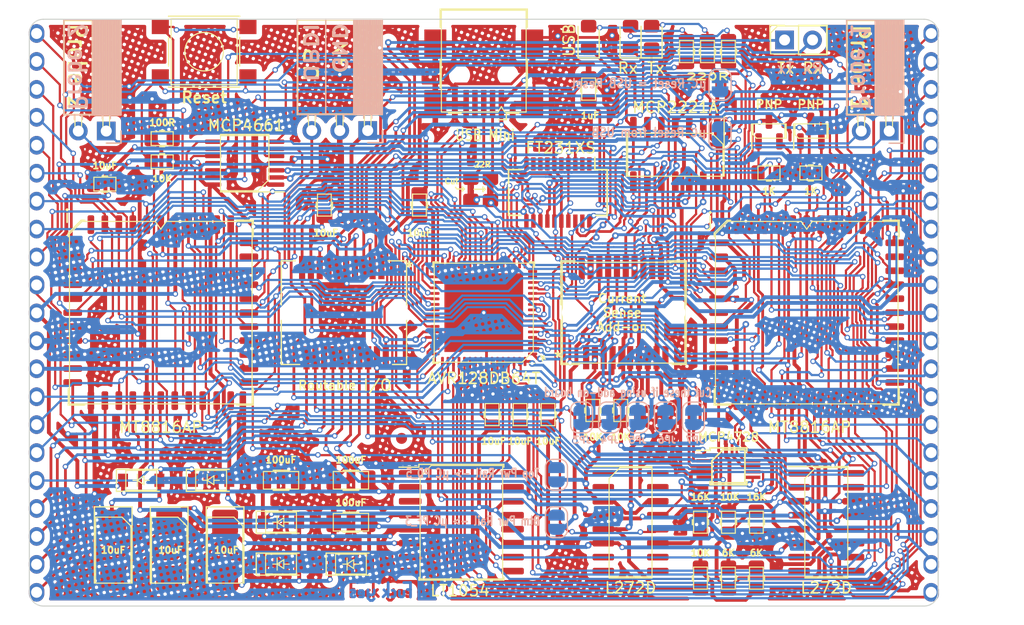
<source format=kicad_pcb>
(kicad_pcb (version 20211014) (generator pcbnew)
  (layers (0 "F.Cu" signal) (31 "B.Cu" signal) (34 "B.Paste" user) (35 "F.Paste" user) (36 "B.SilkS" user "B.Silkscreen") (37 "F.SilkS" user "F.Silkscreen") (38 "B.Mask" user) (39 "F.Mask" user) (44 "Edge.Cuts" user))
  (net 0 "")
  (net 1 "Net-(C1-Pad1)")
  (net 2 "GND")
  (net 3 "+9V")
  (net 4 "Net-(C3-Pad1)")
  (net 5 "Net-(C3-Pad2)")
  (net 6 "Net-(C4-Pad2)")
  (net 7 "Net-(C5-Pad2)")
  (net 8 "5V")
  (net 9 "Net-(C8-Pad2)")
  (net 10 "-9V")
  (net 11 "Net-(D1-Pad1)")
  (net 12 "Net-(D1-Pad2)")
  (net 13 "Net-(D2-Pad1)")
  (net 14 "Net-(D2-Pad2)")
  (net 15 "Net-(D3-Pad1)")
  (net 16 "Net-(D3-Pad2)")
  (net 17 "DI")
  (net 18 "AY2")
  (net 19 "RESET")
  (net 20 "AX3")
  (net 21 "AX0")
  (net 22 "DIFF_Adj_V")
  (net 23 "Pos_Adj_V")
  (net 24 "PC_6")
  (net 25 "PC_7")
  (net 26 "PD_1")
  (net 27 "PD_2")
  (net 28 "POT0_A")
  (net 29 "HI")
  (net 30 "GI")
  (net 31 "STROBE")
  (net 32 "FI")
  (net 33 "EI")
  (net 34 "AX1")
  (net 35 "AX2")
  (net 36 "AY0")
  (net 37 "AY1")
  (net 38 "POT0_B")
  (net 39 "POT1_W")
  (net 40 "PC_5")
  (net 41 "PC_4")
  (net 42 "PE_3")
  (net 43 "PC_2")
  (net 44 "PE_1")
  (net 45 "PC_0")
  (net 46 "AI")
  (net 47 "CS_I")
  (net 48 "BI")
  (net 49 "DATA")
  (net 50 "CI")
  (net 51 "CS_A")
  (net 52 "CS_B")
  (net 53 "CS_C")
  (net 54 "CS_D")
  (net 55 "CS_E")
  (net 56 "CS_F")
  (net 57 "CS_G")
  (net 58 "CS_H")
  (net 59 "Pos_Top")
  (net 60 "Pos_Bottom")
  (net 61 "Bottom_LEDs")
  (net 62 "Top_LEDs")
  (net 63 "AJ")
  (net 64 "BJ")
  (net 65 "CJ")
  (net 66 "DJ")
  (net 67 "EJ")
  (net 68 "FJ")
  (net 69 "GJ")
  (net 70 "HJ")
  (net 71 "Net-(J3-Pad3)")
  (net 72 "PE_6")
  (net 73 "PE_7")
  (net 74 "PD_3")
  (net 75 "POT1_A")
  (net 76 "POT1_B")
  (net 77 "POT0_W")
  (net 78 "PE_5")
  (net 79 "PE_4")
  (net 80 "PC_3")
  (net 81 "PE_2")
  (net 82 "PC_1")
  (net 83 "PE_0")
  (net 84 "CS_J")
  (net 85 "TX_OUT")
  (net 86 "RX_OUT")
  (net 87 "Net-(JP1-Pad1)")
  (net 88 "ATMega_Reset")
  (net 89 "DIFF_Adj_V_Conn")
  (net 90 "USB_Reset")
  (net 91 "Net-(Q1-Pad1)")
  (net 92 "Net-(Q2-Pad1)")
  (net 93 "I2C_SCL")
  (net 94 "I2C_SDA")
  (net 95 "Net-(R7-Pad1)")
  (net 96 "Pos_Adj_V_Conn")
  (net 97 "Top_LED_Control")
  (net 98 "Bottom_LED_Control")
  (net 99 "GND2_Conn")
  (net 100 "Net-(R12-Pad2)")
  (net 101 "Pos_Top_Conn")
  (net 102 "Net-(R14-Pad2)")
  (net 103 "SENSE_POS")
  (net 104 "SENSE_DIFF")
  (net 105 "VREF_ADC_BIAS")
  (net 106 "Pos_Bottom_Conn")
  (net 107 "USB_Rx")
  (net 108 "USB_Tx")
  (net 109 "USB_D-")
  (net 110 "USB_D+")
  (net 112 "DAC_OUT")
  (net 123 "Net-(U6-Pad13)")
  (net 132 "Net-(U7-Pad13)")
  (net 137 "SENSE_BOTTOM")
  (net 138 "SENSE_TOP")
  (net 139 "Net-(J7-Pad19)")
  (net 140 "Net-(U7-Pad12)")
  (net 141 "DAC_VOUTD")
  (net 144 "Net-(U2-Pad13)")
  (net 149 "Net-(J4-Pad2)")
  (net 150 "Net-(J4-Pad3)")
  (footprint "Diode_SMD:D_0805_2012Metric_Pad1.15x1.40mm_HandSolder" (layer "F.Cu") (at 82.55 27.051 90)
    (fp_text reference "D1" hide)
    (fp_text value "Rx")
  )
  (footprint "Capacitor_Tantalum_SMD:CP_EIA-6032-20_AVX-F_Pad2.25x2.35mm_HandSolder" (layer "F.Cu") (at 35.56 73.66 -90)
    (fp_text reference "C3" hide)
    (fp_text value "10uF")
  )
  (footprint "Resistor_SMD:R_0805_2012Metric_Pad1.20x1.40mm_HandSolder" (layer "F.Cu") (at 93.98 76.2 -90)
    (fp_text reference "R14" hide)
    (fp_text value "6.04K" hide)
  )
  (footprint "Package_SO:SSOP-20_3.9x8.7mm_P0.635mm" (layer "F.Cu") (at 75.946 41.148 -90)
    (fp_text reference "U2" hide)
    (fp_text value "FT231XS")
  )
  (footprint "Resistor_SMD:R_0805_2012Metric_Pad1.20x1.40mm_HandSolder" (layer "F.Cu") (at 91.44 71.12 90)
    (fp_text reference "R15" hide)
    (fp_text value "10K")
  )
  (footprint "Resistor_SMD:R_0805_2012Metric_Pad1.20x1.40mm_HandSolder" (layer "F.Cu") (at 87.63 28.337 90)
    (fp_text reference "R5" hide)
    (fp_text value "220R" hide)
  )
  (footprint "Resistor_SMD:R_0805_2012Metric_Pad1.20x1.40mm_HandSolder" (layer "F.Cu") (at 89.535 28.337 90)
    (fp_text reference "R2" hide)
    (fp_text value "220R" hide)
  )
  (footprint "Capacitor_SMD:C_1206_3216Metric_Pad1.33x1.80mm_HandSolder" (layer "F.Cu") (at 57.15 71.12)
    (fp_text reference "C9" hide)
    (fp_text value "100uF")
  )
  (footprint "Package_SO:SOIC-16W_7.5x10.3mm_P1.27mm" (layer "F.Cu") (at 67.183 71.12)
    (fp_text reference "U5" hide)
    (fp_text value "LT1054xSW" hide)
  )
  (footprint "Capacitor_Tantalum_SMD:CP_EIA-6032-20_AVX-F_Pad2.25x2.35mm_HandSolder" (layer "F.Cu") (at 45.72 73.66 -90)
    (fp_text reference "C8" hide)
    (fp_text value "10uF")
  )
  (footprint "Resistor_SMD:R_0805_2012Metric_Pad1.20x1.40mm_HandSolder" (layer "F.Cu") (at 95.123 39.37)
    (fp_text reference "R10" hide)
    (fp_text value "1K")
  )
  (footprint "Package_SO:SOIC-14_3.9x8.7mm_P1.27mm" (layer "F.Cu") (at 86.614 37.719 -90)
    (fp_text reference "U1" hide)
    (fp_text value "MCP2221A-I_SL" hide)
  )
  (footprint "Connector:PinHeadet_1x21Compact" (layer "F.Cu") (at 109.96 52.197)
    (fp_text reference "J2" hide)
    (fp_text value "Chip_Select_Measurement" hide)
  )
  (footprint "Connector_PinSocket_2.54mm:PinSocket_1x02_P2.54mm_Vertical" (layer "F.Cu") (at 96.54 27.28 90)
    (fp_text reference "J6" hide)
    (fp_text value "Tx_Rx" hide)
  )
  (footprint "Package_DFN_QFN:VQFN-64-1EP_9x9mm_P0.5mm_EP7.15x7.15mm" (layer "F.Cu") (at 69.215 52.07 180)
    (fp_text reference "U3" hide)
    (fp_text value "AVR128DB64T")
  )
  (footprint "Capacitor_SMD:C_1206_3216Metric_Pad1.33x1.80mm_HandSolder" (layer "F.Cu") (at 57.15 67.31 180)
    (fp_text reference "C2" hide)
    (fp_text value "100uF")
  )
  (footprint "Resistor_SMD:R_0805_2012Metric_Pad1.20x1.40mm_HandSolder" (layer "F.Cu") (at 40.005 38.354 180)
    (fp_text reference "R6" hide)
    (fp_text value "10K")
  )
  (footprint "Connector_USB:USB_Mini-B_Wuerth_65100516121_Horizontal" (layer "F.Cu") (at 69.215 30.48 180)
    (fp_text reference "J4" hide)
    (fp_text value "USB_B_Mini" hide)
  )
  (footprint "Resistor_SMD:R_0805_Optional_Bridged" (layer "F.Cu") (at 68.072 40.829736 -90)
    (fp_text reference "R16" hide)
    (fp_text value "22R")
  )
  (footprint "10056847-101LF:10056847-101LF" (layer "F.Cu") (at 56.515 52.07 180)
    (fp_text reference "J10" hide)
    (fp_text value "Conn_02x10_Row_Letter_First" hide)
  )
  (footprint "Resistor_SMD:R_0805_2012Metric_Pad1.20x1.40mm_HandSolder" (layer "F.Cu") (at 81.661 60.96 90)
    (fp_text reference "R4" hide)
    (fp_text value "10K")
  )
  (footprint "Capacitor_SMD:C_0805_2012Metric_Pad1.18x1.45mm_HandSolder" (layer "F.Cu") (at 69.977 61.341 90)
    (fp_text reference "C13" hide)
    (fp_text value "10uF")
  )
  (footprint "Resistor_SMD:R_0805_2012Metric_Pad1.20x1.40mm_HandSolder" (layer "F.Cu") (at 88.9 76.2 -90)
    (fp_text reference "R9" hide)
    (fp_text value "10K")
  )
  (footprint "Resistor_SMD:R_0805_2012Metric_Pad1.20x1.40mm_HandSolder" (layer "F.Cu") (at 98.933 39.37)
    (fp_text reference "R11" hide)
    (fp_text value "1K")
  )
  (footprint "Connector_PinSocket_2.54mm:PinSocket_1x03_P2.54mm_Horizontal" (layer "F.Cu") (at 58.674 35.515 -90)
    (fp_text reference "J3" hide)
    (fp_text value "UPDI" hide)
  )
  (footprint "Connector_PinSocket_2.54mm:PinSocket_1x02_P2.54mm_Horizontal" (layer "F.Cu") (at 34.925 35.56 -90)
    (fp_text reference "J8" hide)
    (fp_text value "Connection_Sensing_Probes_2" hide)
  )
  (footprint "Capacitor_SMD:C_0805_2012Metric_Pad1.18x1.45mm_HandSolder" (layer "F.Cu") (at 63.373 42.291 -90)
    (fp_text reference "C7" hide)
    (fp_text value "10uF")
  )
  (footprint "Connector:PinHeadet_1x21Compact" (layer "F.Cu") (at 28.702 52.197)
    (fp_text reference "J1" hide)
    (fp_text value "Address_Control_Power" hide)
  )
  (footprint "Diode_SMD:D_0805_2012Metric_Pad1.15x1.40mm_HandSolder" (layer "F.Cu") (at 78.74 27.051 90)
    (fp_text reference "D3" hide)
    (fp_text value "USB")
  )
  (footprint "Fiducial:Fiducial_1mm_Mask2mm" (layer "F.Cu") (at 35 29.25)
    (fp_text reference "REF**" hide)
    (fp_text value "Fiducial_1mm_Mask2mm" hide)
  )
  (footprint "Diode_SMD:D_SOD-123" (layer "F.Cu") (at 50.8 74.93)
    (fp_text reference "D8" hide)
    (fp_text value "1N4001" hide)
  )
  (footprint "Diode_SMD:D_SOD-123" (layer "F.Cu") (at 44.45 67.31)
    (fp_text reference "D5" hide)
    (fp_text value "1N4001" hide)
  )
  (footprint "Package_TO_SOT_SMD:SOT-23" (layer "F.Cu") (at 98.933 35.56 90)
    (fp_text reference "Q2" hide)
    (fp_text value "Q_PNP_BCE" hide)
  )
  (footprint "Package_SO:MSOP-10_3x3mm_P0.5mm" (layer "F.Cu") (at 91.44 66.04)
    (fp_text reference "U8" hide)
    (fp_text value "MCP4728")
  )
  (footprint "Package_LCC:PLCC-44_16.6x16.6mm_P1.27mm" (layer "F.Cu") (at 98.552 52.07)
    (fp_text reference "J5" hide)
    (fp_text value "MT8816AP")
  )
  (footprint "Capacitor_Tantalum_SMD:CP_EIA-6032-20_AVX-F_Pad2.25x2.35mm_HandSolder" (layer "F.Cu") (at 40.64 73.66 -90)
    (fp_text reference "C4" hide)
    (fp_text value "10uF")
  )
  (footprint "Button_Switch_SMD:SW_SPST_PTS645" (layer "F.Cu") (at 43.815 28.3464)
    (fp_text reference "SW1" hide)
    (fp_text value "SW_Push" hide)
  )
  (footprint "Diode_SMD:D_SOD-123" (layer "F.Cu") (at 38.1 67.31)
    (fp_text reference "D4" hide)
    (fp_text value "1N4001" hide)
  )
  (footprint "Resistor_SMD:R_0805_2012Metric_Pad1.20x1.40mm_HandSolder" (layer "F.Cu") (at 40.005 36.2458 180)
    (fp_text reference "R7" hide)
    (fp_text value "100R")
  )
  (footprint "Diode_SMD:D_SOD-123" (layer "F.Cu") (at 50.8 71.12)
    (fp_text reference "D6" hide)
    (fp_text value "1N4001" hide)
  )
  (footprint "Resistor_SMD:R_0805_Optional_Bridged" (layer "F.Cu") (at 69.85 40.851468 -90)
    (fp_text reference "R17" hide)
    (fp_text value "22R" hide)
  )
  (footprint "Fiducial:Fiducial_1mm_Mask2mm" (layer "F.Cu") (at 106 29.25)
    (fp_text reference "REF**" hide)
    (fp_text value "Fiducial_1mm_Mask2mm" hide)
  )
  (footprint "Resistor_SMD:R_0805_2012Metric_Pad1.20x1.40mm_HandSolder" (layer "F.Cu") (at 91.44 76.2 -90)
    (fp_text reference "R12" hide)
    (fp_text value "6.04K" hide)
  )
  (footprint "Capacitor_SMD:C_0805_2012Metric_Pad1.18x1.45mm_HandSolder" (layer "F.Cu") (at 72.517 61.341 90)
    (fp_text reference "C10" hide)
    (fp_text value "10uF")
  )
  (footprint "Package_SO:TSSOP-14_4.4x5mm_P0.65mm" (layer "F.Cu") (at 47.498 38.481 180)
    (fp_text reference "U4" hide)
    (fp_text value "MCP4661-104E_ST" hide)
  )
  (footprint "Capacitor_SMD:C_1206_3216Metric_Pad1.33x1.80mm_HandSolder" (layer "F.Cu") (at 50.8 67.31 180)
    (fp_text reference "C5" hide)
    (fp_text value "100uF")
  )
  (footprint "Resistor_SMD:R_0805_2012Metric_Pad1.20x1.40mm_HandSolder" (layer "F.Cu") (at 91.44 28.337 90)
    (fp_text reference "R1" hide)
    (fp_text value "220R")
  )
  (footprint "Capacitor_SMD:C_0805_2012Metric_Pad1.18x1.45mm_HandSolder" (layer "F.Cu") (at 75.057 61.341 90)
    (fp_text reference "C11" hide)
    (fp_text value "10uF")
  )
  (footprint "Connector_PinSocket_2.54mm:PinSocket_1x02_P2.54mm_Horizontal" (layer "F.Cu") (at 106.045 35.56 -90)
    (fp_text reference "J9" hide)
    (fp_text value "Connection_Sensing_Probes_1" hide)
  )
  (footprint "Capacitor_SMD:C_0805_2012Metric_Pad1.18x1.45mm_HandSolder" (layer "F.Cu") (at 54.737 42.291 90)
    (fp_text reference "C12" hide)
    (fp_text value "10uF")
  )
  (footprint "Fiducial:Fiducial_1mm_Mask2mm" (layer "F.Cu") (at 61.75 63.5)
    (fp_text reference "REF**" hide)
    (fp_text value "Fiducial_1mm_Mask2mm" hide)
  )
  (footprint "Capacitor_SMD:C_0805_2012Metric_Pad1.18x1.45mm_HandSolder" (layer "F.Cu") (at 78.74 31.75 90)
    (fp_text reference "C1" hide)
    (fp_text value "1uF")
  )
  (footprint "Capacitor_SMD:C_0805_2012Metric_Pad1.18x1.45mm_HandSolder" (layer "F.Cu") (at 34.798 40.386 180)
    (fp_text reference "C6" hide)
    (fp_text value "10uF")
  )
  (footprint "Package_TO_SOT_SMD:SOT-23" (layer "F.Cu") (at 95.123 35.56 90)
    (fp_text reference "Q1" hide)
    (fp_text value "Q_PNP_BCE" hide)
  )
  (footprint "Resistor_SMD:R_0805_2012Metric_Pad1.20x1.40mm_HandSolder" (layer "F.Cu") (at 93.98 71.12 90)
    (fp_text reference "R13" hide)
    (fp_text value "16K")
  )
  (footprint "Package_SO:SOIC-16_3.9x9.9mm_P1.27mm" (layer "F.Cu") (at 100.33 71.12)
    (fp_text reference "U7" hide)
    (fp_text value "L272D")
  )
  (footprint "Resistor_SMD:R_0805_2012Metric_Pad1.20x1.40mm_HandSolder" (layer "F.Cu") (at 88.9 71.12 -90)
    (fp_text reference "R8" hide)
    (fp_text value "16K")
  )
  (footprint "Diode_SMD:D_SOD-123" (layer "F.Cu") (at 57.15 74.93)
    (fp_text reference "D7" hide)
    (fp_text value "1N4001" hide)
  )
  (footprint "Package_LCC:PLCC-44_16.6x16.6mm_P1.27mm" (layer "F.Cu") (at 39.878 52.07)
    (fp_text reference "I1" hide)
    (fp_text value "MT8816AP")
  )
  (footprint "Diode_SMD:D_0805_2012Metric_Pad1.15x1.40mm_HandSolder" (layer "F.Cu") (at 84.455 27.051 90)
    (fp_text reference "D2" hide)
    (fp_text value "Tx")
  )
  (footprint "10056847-101LF:10056847-101LF" (layer "F.Cu") (at 81.915 52.07)
    (fp_text reference "J7" hide)
    (fp_text value "Conn_02x10_Row_Letter_First" hide)
  )
  (footprint "Package_SO:SOIC-16_3.9x9.9mm_P1.27mm" (layer "F.Cu") (at 82.55 71.12)
    (fp_text reference "U6" hide)
    (fp_text value "L272D")
  )
  (footprint "Resistor_SMD:R_0805_2012Metric_Pad1.20x1.40mm_HandSolder" (layer "F.Cu") (at 79.121 60.96 90)
    (fp_text reference "R3" hide)
    (fp_text value "10K")
  )
  (footprint "Jumper:SolderJumper-2_P1.3mm_Bridged_RoundedPad1.0x1.5mm" (layer "B.Cu") (at 90.678 35.814 90)
    (fp_text reference "JP1" hide)
    (fp_text value "Jumper_NC_Small" hide)
  )
  (footprint "Jumper:SolderJumper-2_P1.3mm_Open_RoundedPad1.0x1.5mm" (layer "B.Cu") (at 75.819 71.12 90)
    (fp_text reference "JP8" hide)
    (fp_text value "SolderJumper_2_Open")
  )
  (footprint "Jumper:SolderJumper-2_P1.3mm_Open_RoundedPad1.0x1.5mm" (layer "B.Cu") (at 75.819 66.802 90)
    (fp_text reference "JP9" hide)
    (fp_text value "SolderJumper_2_Open")
  )
  (footprint "Jumper:SolderJumper-2_P1.3mm_Bridged_RoundedPad1.0x1.5mm" (layer "B.Cu") (at 85.725 61.595 -90)
    (fp_text reference "JP6")
    (fp_text value "SolderJumper_2_Bridged")
  )
  (footprint "Jumper:SolderJumper-2_P1.3mm_Bridged_RoundedPad1.0x1.5mm" (layer "B.Cu") (at 90.678 31.354 -90)
    (fp_text reference "JP2" hide)
    (fp_text value "USB_RESET" hide)
  )
  (footprint "Jumper:SolderJumper-2_P1.3mm_Bridged_RoundedPad1.0x1.5mm" (layer "B.Cu") (at 78.105 61.595 -90)
    (fp_text reference "JP3")
    (fp_text value "SolderJumper_2_Bridged" hide)
  )
  (footprint "Jumper:SolderJumper-2_P1.3mm_Bridged_RoundedPad1.0x1.5mm" (layer "B.Cu") (at 80.645 61.595 -90)
    (fp_text reference "JP4")
    (fp_text value "SolderJumper_2_Bridged" hide)
  )
  (footprint "Jumper:SolderJumper-2_P1.3mm_Bridged_RoundedPad1.0x1.5mm" (layer "B.Cu") (at 83.185 61.595 -90)
    (fp_text reference "JP5")
    (fp_text value "SolderJumper_2_Bridged")
  )
  (footprint "Jumper:SolderJumper-2_P1.3mm_Bridged_RoundedPad1.0x1.5mm" (layer "B.Cu") (at 88.265 61.595 90)
    (fp_text reference "JP7")
    (fp_text value "SolderJumper_2_Bridged" hide)
  )
  (gr_arc (start 27.94 26.67) (mid 28.311974 25.771974) (end 29.21 25.4) (layer "Edge.Cuts") (width 0.1))
  (gr_line (start 110.49 77.47) (end 110.49 26.67) (layer "Edge.Cuts") (width 0.1))
  (gr_arc (start 110.49 77.47) (mid 110.118026 78.368026) (end 109.22 78.74) (layer "Edge.Cuts") (width 0.1))
  (gr_line (start 29.21 78.74) (end 109.22 78.74) (layer "Edge.Cuts") (width 0.1))
  (gr_arc (start 29.21 78.74) (mid 28.311974 78.368026) (end 27.94 77.47) (layer "Edge.Cuts") (width 0.1))
  (gr_arc (start 109.22 25.4) (mid 110.118026 25.771974) (end 110.49 26.67) (layer "Edge.Cuts") (width 0.1))
  (gr_line (start 109.22 25.4) (end 29.21 25.4) (layer "Edge.Cuts") (width 0.1))
  (gr_line (start 27.94 26.67) (end 27.94 77.47) (layer "Edge.Cuts") (width 0.1))
  (gr_text "Cut these if using add-on board" (at 82.296 59.324) (layer "B.SilkS") (effects (font (size 0.8 0.6)) (justify mirror)))
  (gr_text "Current\nSense\nAdd-on" (at 81.788 52.07) (layer "F.SilkS") (effects (font (size 0.8 0.8))))
  (segment (start 57.15 77.9018) (end 57.15 77.216) (width 0.25) (layer "F.Cu") (net 0))
  (segment (start 60.8076 78.2066) (end 60.6044 78.2066) (width 0.25) (layer "F.Cu") (net 0))
  (segment (start 57.7342 77.7494) (end 57.8612 77.8764) (width 0.25) (layer "F.Cu") (net 0))
  (segment (start 58.547 77.4192) (end 58.547 77.7748) (width 0.25) (layer "F.Cu") (net 0))
  (segment (start 62.3062 77.2668) (end 62.2046 77.3684) (width 0.25) (layer "F.Cu") (net 0))
  (segment (start 62.5348 77.2922) (end 62.5094 77.2668) (width 0.25) (layer "F.Cu") (net 0))
  (segment (start 60.6044 77.6986) (end 60.8584 77.6986) (width 0.25) (layer "F.Cu") (net 0))
  (segment (start 61.0108 78.0034) (end 60.8076 78.2066) (width 0.25) (layer "F.Cu") (net 0))
  (segment (start 57.8612 77.8764) (end 58.039 77.8764) (width 0.25) (layer "F.Cu") (net 0))
  (segment (start 61.5188 77.3176) (end 61.4172 77.4192) (width 0.25) (layer "F.Cu") (net 0))
  (segment (start 61.0108 77.3176) (end 61.0108 77.2414) (width 0.25) (layer "F.Cu") (net 0))
  (segment (start 57.7342 77.3684) (end 57.7342 77.7494) (width 0.25) (layer "F.Cu") (net 0))
  (segment (start 61.4934 77.8764) (end 61.7728 77.8764) (width 0.25) (layer "F.Cu") (net 0))
  (segment (start 57.15 77.216) (end 57.15 76.581) (width 0.25) (layer "F.Cu") (net 0))
  (segment (start 60.452 77.2414) (end 60.452 77.5462) (width 0.25) (layer "F.Cu") (net 0))
  (segment (start 59.182 77.4192) (end 59.182 77.8764) (width 0.25) (layer "F.Cu") (net 0))
  (segment (start 58.039 77.8764) (end 58.166 77.7494) (width 0.25) (layer "F.Cu") (net 0))
  (segment (start 62.2554 77.8764) (end 62.1792 77.8002) (width 0.25) (layer "F.Cu") (net 0))
  (segment (start 62.2046 77.47) (end 62.2808 77.5462) (width 0.25) (layer "F.Cu") (net 0))
  (segment (start 62.2046 77.3684) (end 62.2046 77.47) (width 0.25) (layer "F.Cu") (net 0))
  (segment (start 62.4332 77.5462) (end 62.5348 77.6478) (width 0.25) (layer "F.Cu") (net 0))
  (segment (start 61.0108 77.3176) (end 61.0108 78.0034) (width 0.25) (layer "F.Cu") (net 0))
  (segment (start 61.8236 77.3938) (end 61.7474 77.3176) (width 0.25) (layer "F.Cu") (net 0))
  (segment (start 60.6044 78.2066) (end 60.452 78.0542) (width 0.25) (layer "F.Cu") (net 0))
  (segment (start 57.15 76.581) (end 57.7596 76.581) (width 0.25) (layer "F.Cu") (net 0))
  (segment (start 61.8236 77.597) (end 61.8236 77.3938) (width 0.25) (layer "F.Cu") (net 0))
  (segment (start 62.4586 77.8764) (end 62.2554 77.8764) (width 0.25) (layer "F.Cu") (net 0))
  (segment (start 61.0108 77.5462) (end 61.0108 77.3176) (width 0.25) (layer "F.Cu") (net 0))
  (segment (start 61.4172 77.4192) (end 61.4172 77.8002) (width 0.25) (layer "F.Cu") (net 0))
  (segment (start 59.182 77.4192) (end 59.3852 77.4192) (width 0.25) (layer "F.Cu") (net 0))
  (segment (start 58.8264 77.2922) (end 58.674 77.2922) (width 0.25) (layer "F.Cu") (net 0))
  (segment (start 60.8584 77.6986) (end 61.0108 77.5462) (width 0.25) (layer "F.Cu") (net 0))
  (segment (start 57.15 77.216) (end 57.4294 77.216) (width 0.25) (layer "F.Cu") (net 0))
  (segment (start 58.6486 77.8764) (end 58.8518 77.8764) (width 0.25) (layer "F.Cu") (net 0))
  (segment (start 61.7474 77.3176) (end 61.5188 77.3176) (width 0.25) (layer "F.Cu") (net 0))
  (segment (start 60.452 77.5462) (end 60.6044 77.6986) (width 0.25) (layer "F.Cu") (net 0))
  (segment (start 61.5442 77.597) (end 61.8236 77.597) (width 0.25) (layer "F.Cu") (net 0))
  (segment (start 61.4172 77.8002) (end 61.4934 77.8764) (width 0.25) (layer "F.Cu") (net 0))
  (segment (start 62.5348 77.8002) (end 62.4586 77.8764) (width 0.25) (layer "F.Cu") (net 0))
  (segment (start 58.547 77.7748) (end 58.6486 77.8764) (width 0.25) (layer "F.Cu") (net 0))
  (segment (start 62.2808 77.5462) (end 62.4332 77.5462) (width 0.25) (layer "F.Cu") (net 0))
  (segment (start 59.182 76.581) (end 59.182 77.4192) (width 0.25) (layer "F.Cu") (net 0))
  (segment (start 58.166 77.7494) (end 58.166 77.343) (width 0.25) (layer "F.Cu") (net 0))
  (segment (start 59.3852 77.4192) (end 59.563 77.2414) (width 0.25) (layer "F.Cu") (net 0))
  (segment (start 62.5348 77.6478) (end 62.5348 77.8002) (width 0.25) (layer "F.Cu") (net 0))
  (segment (start 62.5094 77.2668) (end 62.3062 77.2668) (width 0.25) (layer "F.Cu") (net 0))
  (segment (start 58.674 77.2922) (end 58.547 77.4192) (width 0.25) (layer "F.Cu") (net 0))
  (segment (start 59.182 77.4192) (end 59.6392 77.8764) (width 0.25) (layer "F.Cu") (net 0))
  (segment (start 60.5282 77.4446) (end 60.325 77.4446) (width 0.25) (layer "B.Cu") (net 0))
  (segment (start 57.5056 77.4954) (end 57.4294 77.5716) (width 0.25) (layer "B.Cu") (net 0))
  (segment (start 57.9628 77.343) (end 58.1914 77.343) (width 0.25) (layer "B.Cu") (net 0))
  (segment (start 61.976 77.7748) (end 61.849 77.9018) (width 0.25) (layer "B.Cu") (net 0))
  (segment (start 58.293 77.4446) (end 58.293 77.8256) (width 0.25) (layer "B.Cu") (net 0))
  (segment (start 61.6712 77.9018) (end 61.5442 77.7748) (width 0.25) (layer "B.Cu") (net 0))
  (segment (start 57.1754 77.6732) (end 57.1754 77.8256) (width 0.25) (layer "B.Cu") (net 0))
  (segment (start 61.1632 77.4446) (end 61.1632 77.8002) (width 0.25) (layer "B.Cu") (net 0))
  (segment (start 61.0616 77.9018) (end 60.8584 77.9018) (width 0.25) (layer "B.Cu") (net 0))
  (segment (start 58.6994 78.0288) (end 58.9026 78.232) (width 0.25) (layer "B.Cu") (net 0))
  (segment (start 58.166 77.6224) (end 57.8866 77.6224) (width 0.25) (layer "B.Cu") (net 0))
  (segment (start 62.5602 76.6064) (end 61.9506 76.6064) (width 0.25) (layer "B.Cu") (net 0))
  (segment (start 57.1754 77.3176) (end 57.2008 77.2922) (width 0.25) (layer "B.Cu") (net 0))
  (segment (start 57.5056 77.3938) (end 57.5056 77.4954) (width 0.25) (layer "B.Cu") (net 0))
  (segment (start 58.6994 77.343) (end 58.6994 77.2668) (width 0.25) (layer "B.Cu") (net 0))
  (segment (start 59.1058 77.724) (end 58.8518 77.724) (width 0.25) (layer "B.Cu") (net 0))
  (segment (start 57.2008 77.2922) (end 57.404 77.2922) (width 0.25) (layer "B.Cu") (net 0))
  (segment (start 57.4548 77.9018) (end 57.531 77.8256) (width 0.25) (layer "B.Cu") (net 0))
  (segment (start 60.8838 77.3176) (end 61.0362 77.3176) (width 0.25) (layer "B.Cu") (net 0))
  (segment (start 61.849 77.9018) (end 61.6712 77.9018) (width 0.25) (layer "B.Cu") (net 0))
  (segment (start 62.5602 77.2414) (end 62.2808 77.2414) (width 0.25) (layer "B.Cu") (net 0))
  (segment (start 60.325 77.4446) (end 60.1472 77.2668) (width 0.25) (layer "B.Cu") (net 0))
  (segment (start 60.5282 77.4446) (end 60.5282 77.9018) (width 0.25) (layer "B.Cu") (net 0))
  (segment (start 57.1754 77.8256) (end 57.2516 77.9018) (width 0.25) (layer "B.Cu") (net 0))
  (segment (start 58.8518 77.724) (end 58.6994 77.5716) (width 0.25) (layer "B.Cu") (net 0))
  (segment (start 57.2516 77.9018) (end 57.4548 77.9018) (width 0.25) (layer "B.Cu") (net 0))
  (segment (start 59.1058 78.232) (end 59.2582 78.0796) (width 0.25) (layer "B.Cu") (net 0))
  (segment (start 62.5602 77.2414) (end 62.5602 76.6064) (width 0.25) (layer "B.Cu") (net 0))
  (segment (start 58.1914 77.343) (end 58.293 77.4446) (width 0.25) (layer "B.Cu") (net 0))
  (segment (start 58.9026 78.232) (end 59.1058 78.232) (width 0.25) (layer "B.Cu") (net 0))
  (segment (start 57.4294 77.5716) (end 57.277 77.5716) (width 0.25) (layer "B.Cu") (net 0))
  (segment (start 57.8866 77.6224) (end 57.8866 77.4192) (width 0.25) (layer "B.Cu") (net 0))
  (segment (start 58.2168 77.9018) (end 57.9374 77.9018) (width 0.25) (layer "B.Cu") (net 0))
  (segment (start 61.976 77.3938) (end 61.976 77.7748) (width 0.25) (layer "B.Cu") (net 0))
  (segment (start 57.404 77.2922) (end 57.5056 77.3938) (width 0.25) (layer "B.Cu") (net 0))
  (segment (start 62.5602 77.9272) (end 62.5602 77.2414) (width 0.25) (layer "B.Cu") (net 0))
  (segment (start 60.5282 76.6064) (end 60.5282 77.4446) (width 0.25) (layer "B.Cu") (net 0))
  (segment (start 57.277 77.5716) (end 57.1754 77.6732) (width 0.25) (layer "B.Cu") (net 0))
  (segment (start 59.2582 77.2668) (end 59.2582 77.5716) (width 0.25) (layer "B.Cu") (net 0))
  (segment (start 57.8866 77.4192) (end 57.9628 77.343) (width 0.25) (layer "B.Cu") (net 0))
  (segment (start 61.0362 77.3176) (end 61.1632 77.4446) (width 0.25) (layer "B.Cu") (net 0))
  (segment (start 58.6994 77.343) (end 58.6994 78.0288) (width 0.25) (layer "B.Cu") (net 0))
  (segment (start 60.5282 77.4446) (end 60.071 77.9018) (width 0.25) (layer "B.Cu") (net 0))
  (segment (start 59.2582 77.5716) (end 59.1058 77.724) (width 0.25) (layer "B.Cu") (net 0))
  (segment (start 58.293 77.8256) (end 58.2168 77.9018) (width 0.25) (layer "B.Cu") (net 0))
  (segment (start 61.1632 77.8002) (end 61.0616 77.9018) (width 0.25) (layer "B.Cu") (net 0))
  (segment (start 61.5442 77.7748) (end 61.5442 77.3684) (width 0.25) (layer "B.Cu") (net 0))
  (segment (start 58.6994 77.5716) (end 58.6994 77.343) (width 0.25) (layer "B.Cu") (net 0))
  (segment (start 86.4362 43.2308) (end 86.4362 40.3718) (width 0.25) (layer "F.Cu") (net 1))
  (segment (start 79.756 42.118904) (end 79.629 42.245904) (width 0.25) (layer "F.Cu") (net 1))
  (segment (start 86.4362 40.3718) (end 86.614 40.194) (width 0.25) (layer "F.Cu") (net 1))
  (segment (start 79.756 33.8035) (end 79.756 42.118904) (width 0.25) (layer "F.Cu") (net 1))
  (segment (start 78.74 32.7875) (end 79.756 33.8035) (width 0.25) (layer "F.Cu") (net 1))
  (via (at 86.4362 43.2308) (size 0.5) (drill 0.3) (layers "F.Cu" "B.Cu") (net 1))
  (via (at 79.629 42.245904) (size 0.5) (drill 0.3) (layers "F.Cu" "B.Cu") (net 1))
  (segment (start 79.703505 42.171399) (end 79.629 42.245904) (width 0.25) (layer "B.Cu") (net 1))
  (segment (start 82.772165 43.262588) (end 81.946788 43.262588) (width 0.25) (layer "B.Cu") (net 1))
  (segment (start 80.855599 42.171399) (end 79.703505 42.171399) (width 0.25) (layer "B.Cu") (net 1))
  (segment (start 82.816577 43.307) (end 82.772165 43.262588) (width 0.25) (layer "B.Cu") (net 1))
  (segment (start 86.4362 43.2308) (end 86.36 43.307) (width 0.25) (layer "B.Cu") (net 1))
  (segment (start 86.36 43.307) (end 82.816577 43.307) (width 0.25) (layer "B.Cu") (net 1))
  (segment (start 81.946788 43.262588) (end 80.855599 42.171399) (width 0.25) (layer "B.Cu") (net 1))
  (segment (start 89.789 32.6136) (end 88.7222 31.5468) (width 0.25) (layer "F.Cu") (net 2))
  (segment (start 86.3346 65.3542) (end 86.3346 63.1698) (width 0.35) (layer "F.Cu") (net 2))
  (segment (start 88.4174 48.846441) (end 90.370959 50.8) (width 0.25) (layer "F.Cu") (net 2))
  (segment (start 91.8464 50.8508) (end 90.6028 50.8508) (width 0.35) (layer "F.Cu") (net 2))
  (segment (start 92.726 72.12) (end 92.71 72.136) (width 0.35) (layer "F.Cu") (net 2))
  (segment (start 31.9034 53.3654) (end 31.878 53.34) (width 0.35) (layer "F.Cu") (net 2))
  (segment (start 56.388 54.3306) (end 56.4134 54.356) (width 0.25) (layer "F.Cu") (net 2))
  (segment (start 62.323 39.8866) (end 63.3984 38.8112) (width 0.35) (layer "F.Cu") (net 2))
  (segment (start 55.5875 72.3015) (end 55.499 72.39) (width 0.35) (layer "F.Cu") (net 2))
  (segment (start 92.745001 63.422065) (end 92.4814 63.158464) (width 0.35) (layer "F.Cu") (net 2))
  (segment (start 76.2635 39.8145) (end 75.6285 39.1795) (width 0.25) (layer "F.Cu") (net 2))
  (segment (start 92.4814 63.158464) (end 92.4814 62.7126) (width 0.35) (layer "F.Cu") (net 2))
  (segment (start 73.615 27.58) (end 73.787 27.752) (width 0.25) (layer "F.Cu") (net 2))
  (segment (start 75.6285 39.1795) (end 75.6285 38.548) (width 0.25) (layer "F.Cu") (net 2))
  (segment (start 100.627713 72.813582) (end 100.627713 72.205113) (width 0.35) (layer "F.Cu") (net 2))
  (segment (start 73.787 30.48) (end 73.406 30.099) (width 0.25) (layer "F.Cu") (net 2))
  (segment (start 69.965 52.82) (end 69.215 52.07) (width 0.25) (layer "F.Cu") (net 2))
  (segment (start 56.1848 42.7013) (end 56.1848 43.177811) (width 0.35) (layer "F.Cu") (net 2))
  (segment (start 70.965 46.8148) (end 70.993 46.7868) (width 0.25) (layer "F.Cu") (net 2))
  (segment (start 78.74 30.7125) (end 76.3725 33.08) (width 0.25) (layer "F.Cu") (net 2))
  (segment (start 56.134 32.5882) (end 56.134 30.4292) (width 0.35) (layer "F.Cu") (net 2))
  (segment (start 72.89731 30.099) (end 71.721212 31.275098) (width 0.25) (layer "F.Cu") (net 2))
  (segment (start 76.2635 43.748) (end 76.2635 39.8145) (width 0.25) (layer "F.Cu") (net 2))
  (segment (start 78.1304 49.2252) (end 78.1304 47.980653) (width 0.25) (layer "F.Cu") (net 2))
  (segment (start 48.6698 39.138) (end 48.6664 39.1414) (width 0.35) (layer "F.Cu") (net 2))
  (segment (start 89.427 45.193) (end 89.427 45.447) (width 0.25) (layer "F.Cu") (net 2))
  (segment (start 78.1304 47.980653) (end 78.115046 47.965299) (width 0.25) (layer "F.Cu") (net 2))
  (segment (start 64.815 33.08) (end 67.615 33.08) (width 0.25) (layer "F.Cu") (net 2))
  (segment (start 69.465 56.5075) (end 69.465 59.7915) (width 0.25) (layer "F.Cu") (net 2))
  (segment (start 87.757 71.1454) (end 87.8746 71.1454) (width 0.35) (layer "F.Cu") (net 2))
  (segment (start 69.465 56.5075) (end 69.465 52.32) (width 0.25) (layer "F.Cu") (net 2))
  (segment (start 100.203 71.7804) (end 100.203 70.104) (width 0.35) (layer "F.Cu") (net 2))
  (segment (start 74.144 27.051) (end 80.6958 27.051) (width 0.25) (layer "F.Cu") (net 2))
  (segment (start 56.134 35.515) (end 56.134 37.0078) (width 0.35) (layer "F.Cu") (net 2))
  (segment (start 58.0644 65.7352) (end 57.1623 65.7352) (width 0.35) (layer "F.Cu") (net 2))
  (segment (start 79.869099 31.841599) (end 80.398514 31.841599) (width 0.25) (layer "F.Cu") (net 2))
  (segment (start 69.977 59.5376) (end 70.0532 59.4614) (width 0.25) (layer "F.Cu") (net 2))
  (segment (start 61.341 71.755) (end 60.706 72.39) (width 0.35) (layer "F.Cu") (net 2))
  (segment (start 57.1623 65.7352) (end 55.5875 67.31) (width 0.35) (layer "F.Cu") (net 2))
  (segment (start 56.134 39.8565) (end 54.737 41.2535) (width 0.35) (layer "F.Cu") (net 2))
  (segment (start 75.5739 38.4934) (end 75.6285 38.548) (width 0.25) (layer "F.Cu") (net 2))
  (segment (start 70.965 50.32) (end 69.215 52.07) (width 0.25) (layer "F.Cu") (net 2))
  (segment (start 73.406 30.099) (end 72.89731 30.099) (width 0.25) (layer "F.Cu") (net 2))
  (segment (start 78.232 72.39) (end 78.232 71.6788) (width 0.25) (layer "F.Cu") (net 2))
  (segment (start 73.6525 52.82) (end 69.965 52.82) (width 0.25) (layer "F.Cu") (net 2))
  (segment (start 52.578 65.786) (end 52.578 67.0945) (width 0.35) (layer "F.Cu") (net 2))
  (segment (start 37.0586 31.5586) (end 37.0586 32.499) (width 0.35) (layer "F.Cu") (net 2))
  (segment (start 93.64 65.04) (end 92.745001 64.145001) (width 0.35) (layer "F.Cu") (net 2))
  (segment (start 69.977 60.3035) (end 69.977 59.5376) (width 0.25) (layer "F.Cu") (net 2))
  (segment (start 91.3638 60.9082) (end 92.202 60.07) (width 0.35) (layer "F.Cu") (net 2))
  (segment (start 106.8578 77.3176) (end 107.7468 77.3176) (width 0.35) (layer "F.Cu") (net 2))
  (segment (start 76.2635 46.232452) (end 76.845401 46.814353) (width 0.25) (layer "F.Cu") (net 2))
  (segment (start 63.373 43.3285) (end 62.3863 43.3285) (width 0.35) (layer "F.Cu") (net 2))
  (segment (start 101.331024 74.0507) (end 100.523834 74.0507) (width 0.35) (layer "F.Cu") (net 2))
  (segment (start 76.3725 33.08) (end 76.006 33.08) (width 0.25) (layer "F.Cu") (net 2))
  (segment (start 92.4814 62.7126) (end 92.71 62.484) (width 0.35) (layer "F.Cu") (net 2))
  (segment (start 76.006 33.08) (end 75.5739 33.5121) (width 0.25) (layer "F.Cu") (net 2))
  (segment (start 63.3984 34.1376) (end 63.7574 34.1376) (width 0.35) (layer "F.Cu") (net 2))
  (segment (start 69.465 52.32) (end 69.215 52.07) (width 0.25) (layer "F.Cu") (net 2))
  (segment (start 64.815 27.58) (end 64.815 33.08) (width 0.25) (layer "F.Cu") (net 2))
  (segment (start 37.963 40.3506) (end 37.3888 39.7764) (width 0.35) (layer "F.Cu") (net 2))
  (segment (start 54.737 41.2535) (end 56.1848 42.7013) (width 0.35) (layer "F.Cu") (net 2))
  (segment (start 93.5228 51.197565) (end 93.5228 50.9016) (width 0.35) (layer "F.Cu") (net 2))
  (segment (start 76.5556 77.0128) (end 77.724 75.8444) (width 0.25) (layer "F.Cu") (net 2))
  (segment (start 93.98 72.12) (end 93.98 73.336751) (width 0.35) (layer "F.Cu") (net 2))
  (segment (start 86.3346 63.1698) (end 86.4108 63.0936) (width 0.35) (layer "F.Cu") (net 2))
  (segment (start 92.075 34.8234) (end 92.075 32.766) (width 0.25) (layer "F.Cu") (net 2))
  (segment (start 56.134 35.515) (end 56.134 32.5882) (width 0.35) (layer "F.Cu") (net 2))
  (segment (start 63.7574 34.1376) (end 64.815 33.08) (width 0.35) (layer "F.Cu") (net 2))
  (segment (start 38.344 46.2634) (end 38.6842 45.9232) (width 0.35) (layer "F.Cu") (net 2))
  (segment (start 68.1736 59.563) (end 68.1736 74.1426) (width 0.25) (layer "F.Cu") (net 2))
  (segment (start 53.515001 47.9747) (end 53.515001 49.400201) (width 0.25) (layer "F.Cu") (net 2))
  (segment (start 37.963 46.2634) (end 37.963 40.3506) (width 0.35) (layer "F.Cu") (net 2))
  (segment (start 78.232 71.6788) (end 78.5368 71.374) (width 0.25) (layer "F.Cu") (net 2))
  (segment (start 53.515001 47.9747) (end 53.515001 44.249599) (width 0.25) (layer "F.Cu") (net 2))
  (segment (start 55.5875 66.2555) (end 55.118 65.786) (width 0.35) (layer "F.Cu") (net 2))
  (segment (start 92.075 32.766) (end 91.1352 31.8262) (width 0.25) (layer "F.Cu") (net 2))
  (segment (start 59.514956 56.174701) (end 59.514956 57.096444) (width 0.35) (layer "F.Cu") (net 2))
  (segment (start 101.494957 73.886767) (end 101.331024 74.0507) (width 0.35) (layer "F.Cu") (net 2))
  (segment (start 49.671959 38.481) (end 49.298 38.854959) (width 0.35) (layer "F.Cu") (net 2))
  (segment (start 100.523834 74.0507) (end 100.1873 74.387234) (width 0.35) (layer "F.Cu") (net 2))
  (segment (start 76.2635 43.748) (end 76.2635 46.232452) (width 0.25) (layer "F.Cu") (net 2))
  (segment (start 71.0438 77.0128) (end 76.5556 77.0128) (width 0.25) (layer "F.Cu") (net 2))
  (segment (start 73.615 33.08) (end 73.787 32.908) (width 0.25) (layer "F.Cu") (net 2))
  (segment (start 92.745001 64.145001) (end 92.745001 63.422065) (width 0.35) (layer "F.Cu") (net 2))
  (segment (start 49.298 38.854959) (end 49.298 39.138) (width 0.35) (layer "F.Cu") (net 2))
  (segment (start 44.6713 39.1668) (end 44.6355 39.131) (width 0.35) (layer "F.Cu") (net 2))
  (segment (start 53.737 42.2535) (end 54.737 41.2535) (width 0.25) (layer "F.Cu") (net 2))
  (segment (start 87.684122 66.703722) (end 86.3346 65.3542) (width 0.35) (layer "F.Cu") (net 2))
  (segment (start 49.298 39.138) (end 49.298 40.057041) (width 0.35) (layer "F.Cu") (net 2))
  (segment (start 53.515001 47.9747) (end 53.515001 49.2788) (width 0.25) (layer "F.Cu") (net 2))
  (segment (start 62.323 43.2652) (end 62.323 39.8866) (width 0.35) (layer "F.Cu") (net 2))
  (segment (start 59.514956 65.656244) (end 59.4106 65.7606) (width 0.35) (layer "F.Cu") (net 2))
  (segment (start 33.3756 53.3654) (end 33.6296 53.6194) (width 0.35) (layer "F.Cu") (net 2))
  (segment (start 37.963 53.8326) (end 37.963 46.2634) (width 0.35) (layer "F.Cu") (net 2))
  (segment (start 90.6028 50.8508) (end 90.552 50.8) (width 0.35) (layer "F.Cu") (net 2))
  (segment (start 87.8746 71.1454) (end 88.9 70.12) (width 0.35) (layer "F.Cu") (net 2))
  (segment (start 44.6355 39.131) (end 44.6355 39.781) (width 0.35) (layer "F.Cu") (net 2))
  (segment (start 49.671959 40.431) (end 50.3605 40.431) (width 0.35) (layer "F.Cu") (net 2))
  (segment (start 33.3756 53.3654) (end 31.9034 53.3654) (width 0.35) (layer "F.Cu") (net 2))
  (segment (start 64.7775 49.32) (end 66.465 49.32) (width 0.25) (layer "F.Cu") (net 2))
  (segment (start 92.202 52.518365) (end 93.5228 51.197565) (width 0.35) (layer "F.Cu") (net 2))
  (segment (start 76.845401 48.50683) (end 76.736631 48.6156) (width 0.25) (layer "F.Cu") (net 2))
  (segment (start 37 31.5) (end 37.0586 31.5586) (width 0.35) (layer "F.Cu") (net 2))
  (segment (start 80.6958 27.051) (end 80.8736 26.8732) (width 0.25) (layer "F.Cu") (net 2))
  (segment (start 92.202 60.07) (end 92.202 52.518365) (width 0.35) (layer "F.Cu") (net 2))
  (segment (start 68.1736 74.1426) (end 71.0438 77.0128) (width 0.25) (layer "F.Cu") (net 2))
  (segment (start 50.3605 38.481) (end 51.689 38.481) (width 0.35) (layer "F.Cu") (net 2))
  (segment (start 88.026278 66.703722) (end 87.684122 66.703722) (width 0.35) (layer "F.Cu") (net 2))
  (segment (start 49.15 74.93) (end 49.15 72.544953) (width 0.35) (layer "F.Cu") (net 2))
  (segment (start 90.370959 50.8) (end 90.552 50.8) (width 0.25) (layer "F.Cu") (net 2))
  (segment (start 53.737 44.0276) (end 53.737 42.2535) (width 0.25) (layer "F.Cu") (net 2))
  (segment (start 94.64 65.04) (end 95.4024 65.8024) (width 0.35) (layer "F.Cu") (net 2))
  (segment (start 93.98 72.12) (end 92.726 72.12) (width 0.35) (layer "F.Cu") (net 2))
  (segment (start 34.8234 51.9176) (end 34.8234 49.6062) (width 0.35) (layer "F.Cu") (net 2))
  (segment (start 72.517 60.3035) (end 72.517 59.436) (width 0.2) (layer "F.Cu") (net 2))
  (segment (start 75.057 60.3035) (end 75.063736 60.296764) (width 0.2) (layer "F.Cu") (net 2))
  (segment (start 73.615 27.58) (end 74.144 27.051) (width 0.25) (layer "F.Cu") (net 2))
  (segment (start 106.0704 76.5302) (end 106.8578 77.3176) (width 0.35) (layer "F.Cu") (net 2))
  (segment (start 56.388 52.2732) (end 56.388 52.2478) (width 0.25) (layer "F.Cu") (net 2))
  (segment (start 39.93 37.1708) (end 39.005 36.2458) (width 0.35) (layer "F.Cu") (net 2))
  (segment (start 53.664601 49.4284) (end 56.769 49.4284) (width 0.25) (layer "F.Cu") (net 2))
  (segment (start 77.724 75.8444) (end 77.724 72.898) (width 0.25) (layer "F.Cu") (net 2))
  (segment (start 53.515001 49.2788) (end 53.664601 49.4284) (width 0.25) (layer "F.Cu") (net 2))
  (segment (start 63.3984 38.8112) (end 63.3984 34.1376) (width 0.35) (layer "F.Cu") (net 2))
  (segment (start 95.1484 29.7942) (end 96.4692 31.115) (width 0.25) (layer "F.Cu") (net 2))
  (segment (start 56.388 52.2478) (end 56.388 54.3306) (width 0.25) (layer "F.Cu") (net 2))
  (segment (start 51.689 38.481) (end 52.07 38.1) (width 0.35) (layer "F.Cu") (net 2))
  (segment (start 90.424 40.194) (end 90.424 36.820041) (width 0.25) (layer "F.Cu") (net 2))
  (segment (start 100.627713 72.205113) (end 100.4316 72.009) (width 0.35) (layer "F.Cu") (net 2))
  (segment (start 73.787 27.752) (end 73.787 32.908) (width 0.25) (layer "F.Cu") (net 2))
  (segment (start 95.4024 65.8024) (end 95.4024 67.6402) (width 0.35) (layer "F.Cu") (net 2))
  (segment (start 88.026278 66.703722) (end 88.026278 68.564722) (width 0.35) (layer "F.Cu") (net 2))
  (segment (start 55.5875 67.31) (end 55.5875 66.2555) (width 0.35) (layer "F.Cu") (net 2))
  (segment (start 71.721212 31.275098) (end 66.619902 31.275098) (width 0.25) (layer "F.Cu") (net 2))
  (segment (start 52.578 67.0945) (end 52.3625 67.31) (width 0.35) (layer "F.Cu") (net 2))
  (segment (start 46.0248 39.1668) (end 44.6713 39.1668) (width 0.35) (layer "F.Cu") (net 2))
  (segment (start 93.64 65.04) (end 94.64 65.04) (width 0.35) (layer "F.Cu") (net 2))
  (segment (start 66.619902 31.275098) (end 64.815 33.08) (width 0.25) (layer "F.Cu") (net 2))
  (segment (start 77.724 72.898) (end 78.232 72.39) (width 0.25) (layer "F.Cu") (net 2))
  (segment (start 39.005 32.7246) (end 39.0906 32.639) (width 0.35) (layer "F.Cu") (net 2))
  (segment (start 89.789 36.185041) (end 89.789 32.6136) (width 0.25) (layer "F.Cu") (net 2))
  (segment (start 91.1352 31.8262) (end 91.1352 30.9372) (width 0.25) (layer "F.Cu") (net 2))
  (segment (start 62.3863 43.3285) (end 60.8838 44.831) (width 0.35) (layer "F.Cu") (net 2))
  (segment (start 91.6686 35.575441) (end 91.6686 35.2298) (width 0.25) (layer "F.Cu") (net 2))
  (segment (start 56.134 35.515) (end 56.134 39.8565) (width 0.35) (layer "F.Cu") (net 2))
  (segment (start 90.424 40.194) (end 90.424 44.196) (width 0.25) (layer "F.Cu") (net 2))
  (segment (start 108.0008 77.0636) (end 108.1278 77.0636) (width 0.35) (layer "F.Cu") (net 2))
  (segment (start 76.845401 46.814353) (end 76.845401 48.50683) (width 0.25) (layer "F.Cu") (net 2))
  (segment (start 88.026278 69.246278) (end 88.026278 68.564722) (width 0.35) (layer "F.Cu") (net 2))
  (segment (start 95.4024 67.6402) (end 95.0595 67.9831) (width 0.35) (layer "F.Cu") (net 2))
  (segment (start 49.298 40.057041) (end 49.671959 40.431) (width 0.35) (layer "F.Cu") (net 2))
  (segment (start 100.4316 72.009) (end 100.203 71.7804) (width 0.35) (layer "F.Cu") (net 2))
  (segment (start 39.005 36.2458) (end 39.005 32.7246) (width 0.35) (layer "F.Cu") (net 2))
  (segment (start 107.7468 77.3176) (end 108.0008 77.0636) (width 0.35) (layer "F.Cu") (net 2))
  (segment (start 91.7194 30.353) (end 92.3544 30.353) (width 0.25) (layer "F.Cu") (net 2))
  (segment (start 92.3544 30.353) (end 92.9132 29.7942) (width 0.25) (layer "F.Cu") (net 2))
  (segment (start 33.528 61.6966) (end 33.8582 62.0268) (width 0.35) (layer "F.Cu") (net 2))
  (segment (start 66.465 49.32) (end 69.215 52.07) (width 0.25) (layer "F.Cu") (net 2))
  (segment (start 33.3756 53.3654) (end 34.8234 51.9176) (width 0.35) (layer "F.Cu") (net 2))
  (segment (start 76.006 33.08) (end 73.615 33.08) (width 0.25) (layer "F.Cu") (net 2))
  (segment (start 56.134 37.0078) (end 55.0164 38.1254) (width 0.35) (layer "F.Cu") (net 2))
  (segment (start 33.528 60.07) (end 33.528 61.6966) (width 0.35) (layer "F.Cu") (net 2))
  (segment (start 37.7952 54.0004) (end 37.963 53.8326) (width 0.35) (layer "F.Cu") (net 2))
  (segment (start 88.9 70.12) (end 88.026278 69.246278) (width 0.35) (layer "F.Cu") (net 2))
  (segment (start 99.188298 74.608099) (end 99.188298 73.973434) (width 0.35) (layer "F.Cu") (net 2))
  (segment (start 95.573249 74.93) (end 98.866397 74.93) (width 0.35) (layer "F.Cu") (net 2))
  (segment (start 33.2232 39.3192) (end 33.2232 39.8487) (width 0.35) (layer "F.Cu") (net 2))
  (segment (start 39.93 39.7752) (end 39.93 37.1708) (width 0.35) (layer "F.Cu") (net 2))
  (segment (start 73.787 32.908) (end 73.787 30.48) (width 0.25) (layer "F.Cu") (net 2))
  (segment (start 90.424 36.820041) (end 89.789 36.185041) (width 0.25) (layer "F.Cu") (net 2))
  (segment (start 75.5739 33.5121) (end 75.5739 38.4934) (width 0.25) (layer "F.Cu") (net 2))
  (segment (start 33.2232 39.8487) (end 33.7605 40.386) (width 0.35) (layer "F.Cu") (net 2))
  (segment (start 101.494957 73.886767) (end 101.494957 75.901708) (width 0.35) (layer "F.Cu") (net 2))
  (segment (start 33.6296 59.9684) (end 33.528 60.07) (width 0.35) (layer "F.Cu") (net 2))
  (segment (start 90.424 36.820041) (end 91.6686 35.575441) (width 0.25) (layer "F.Cu") (net 2))
  (segment (start 102.123449 76.5302) (end 106.0704 76.5302) (width 0.35) (layer "F.Cu") (net 2))
  (segment (start 98.866397 74.93) (end 99.188298 74.608099) (width 0.35) (layer "F.Cu") (net 2))
  (segment (start 72.517 59.436) (end 72.5932 59.3598) (width 0.2) (layer "F.Cu") (net 2))
  (segment (start 91.3638 60.9092) (end 91.3638 60.9082) (width 0.35) (layer "F.Cu") (net 2))
  (segment (start 37.963 46.2634) (end 38.344 46.2634) (width 0.35) (layer "F.Cu") (net 2))
  (segment (start 33.6296 53.6194) (end 33.6296 59.9684) (width 0.35) (layer "F.Cu") (net 2))
  (segment (start 100.1873 74.387234) (end 100.1873 77.1241) (width 0.35) (layer "F.Cu") (net 2))
  (segment (start 88.4174 46.4566) (end 88.4174 48.846441) (width 0.25) (layer "F.Cu") (net 2))
  (segment (start 53.515001 44.249599) (end 53.737 44.0276) (width 0.25) (layer "F.Cu") (net 2))
  (segment (start 70.965 47.6325) (end 70.965 46.8148) (width 0.25) (layer "F.Cu") (net 2))
  (segment (start 53.515001 49.400201) (end 56.388 52.2732) (width 0.25) (layer "F.Cu") (net 2))
  (segment (start 62.3863 43.3285) (end 62.323 43.2652) (width 0.35) (layer "F.Cu") (net 2))
  (segment (start 49.15 72.544953) (end 49.294453 72.4005) (width 0.35) (layer "F.Cu") (net 2))
  (segment (start 101.494957 75.901708) (end 102.123449 76.5302) (width 0.35) (layer "F.Cu") (net 2))
  (segment (start 70.965 47.6325) (end 70.965 50.32) (width 0.25) (layer "F.Cu") (net 2))
  (segment (start 50.3605 38.481) (end 49.671959 38.481) (width 0.35) (layer "F.Cu") (net 2))
  (segment (start 88.19 66.54) (end 88.026278 66.703722) (width 0.35) (layer "F.Cu") (net 2))
  (segment (start 89.427 45.447) (end 88.4174 46.4566) (width 0.25) (layer "F.Cu") (net 2))
  (segment (start 59.514956 57.096444) (end 59.514956 65.656244) (width 0.35) (layer "F.Cu") (net 2))
  (segment (start 75.063736 60.296764) (end 75.063736 59.463579) (width 0.2) (layer "F.Cu") (net 2))
  (segment (start 55.5875 71.12) (end 55.5875 72.3015) (width 0.35) (layer "F.Cu") (net 2))
  (segment (start 91.6686 35.2298) (end 92.075 34.8234) (width 0.25) (layer "F.Cu") (net 2))
  (segment (start 62.533 71.755) (end 61.341 71.755) (width 0.35) (layer "F.Cu") (net 2))
  (segment (start 100.34815 72.813582) (end 100.627713 72.813582) (width 0.35) (layer "F.Cu") (net 2))
  (segment (start 99.188298 73.973434) (end 100.34815 72.813582) (width 0.35) (layer "F.Cu") (net 2))
  (segment (start 91.1352 30.9372) (end 91.7194 30.353) (width 0.25) (layer "F.Cu") (net 2))
  (segment (start 49.298 39.138) (end 48.6698 39.138) (width 0.35) (layer "F.Cu") (net 2))
  (segment (start 39.9288 39.7764) (end 39.93 39.7752) (width 0.35) (layer "F.Cu") (net 2))
  (segment (start 92.9132 29.7942) (end 95.1484 29.7942) (width 0.25) (layer "F.Cu") (net 2))
  (segment (start 93.98 73.336751) (end 95.573249 74.93) (width 0.35) (layer "F.Cu") (net 2))
  (segment (start 90.424 44.196) (end 89.427 45.193) (width 0.25) (layer "F.Cu") (net 2))
  (segment (start 33.8582 62.0268) (end 33.8582 68.5292) (width 0.35) (layer "F.Cu") (net 2))
  (segment (start 89.24 66.54) (end 88.19 66.54) (width 0.35) (layer "F.Cu") (net 2))
  (segment (start 100.1873 77.1241) (end 100.4062 77.343) (width 0.35) (layer "F.Cu") (net 2))
  (segment (start 69.465 59.7915) (end 69.977 60.3035) (width 0.25) (layer "F.Cu") (net 2))
  (segment (start 55.5875 71.12) (end 55.5875 67.31) (width 0.35) (layer "F.Cu") (net 2))
  (segment (start 78.74 30.7125) (end 79.869099 31.841599) (width 0.25) (layer "F.Cu") (net 2))
  (via (at 55.118 65.786) (size 0.5) (drill 0.3) (layers "F.Cu" "B.Cu") (net 2))
  (via (at 59.514956 57.096444) (size 0.5) (drill 0.3) (layers "F.Cu" "B.Cu") (net 2))
  (via (at 72.5932 59.3598) (size 0.5) (drill 0.3) (layers "F.Cu" "B.Cu") (net 2))
  (via (at 31.4452 63.0936) (size 0.5) (drill 0.3) (layers "F.Cu" "B.Cu") (net 2))
  (via (at 101.494957 73.886767) (size 0.5) (drill 0.3) (layers "F.Cu" "B.Cu") (net 2))
  (via (at 56.1848 43.177811) (size 0.5) (drill 0.3) (layers "F.Cu" "B.Cu") (net 2))
  (via (at 48.6664 39.1414) (size 0.5) (drill 0.3) (layers "F.Cu" "B.Cu") (net 2))
  (via (at 33.8582 62.6364) (size 0.5) (drill 0.3) (layers "F.Cu" "B.Cu") (net 2))
  (via (at 88.7222 31.5468) (size 0.5) (drill 0.3) (layers "F.Cu" "B.Cu") (net 2))
  (via (at 56.134 30.4292) (size 0.5) (drill 0.3) (layers "F.Cu" "B.Cu") (net 2))
  (via (at 56.388 52.2478) (size 0.5) (drill 0.3) (layers "F.Cu" "B.Cu") (net 2))
  (via (at 80.8736 26.8732) (size 0.5) (drill 0.3) (layers "F.Cu" "B.Cu") (net 2))
  (via (at 58.0644 65.7352) (size 0.5) (drill 0.3) (layers "F.Cu" "B.Cu") (net 2))
  (via (at 60.8838 44.831) (size 0.5) (drill 0.3) (layers "F.Cu" "B.Cu") (net 2))
  (via (at 37 31.5) (size 0.5) (drill 0.3) (layers "F.Cu" "B.Cu") (net 2))
  (via (at 70.0532 59.4614) (size 0.5) (drill 0.3) (layers "F.Cu" "B.Cu") (net 2))
  (via (at 52.07 38.1) (size 0.5) (drill 0.3) (layers "F.Cu" "B.Cu") (net 2))
  (via (at 38.6842 45.9232) (size 0.5) (drill 0.3) (layers "F.Cu" "B.Cu") (net 2))
  (via (at 37.7952 54.0004) (size 0.5) (drill 0.3) (layers "F.Cu" "B.Cu") (net 2))
  (via (at 68.1736 59.563) (size 0.5) (drill 0.3) (layers "F.Cu" "B.Cu") (net 2))
  (via (at 75.063736 59.463579) (size 0.5) (drill 0.3) (layers "F.Cu" "B.Cu") (net 2))
  (via (at 59.4106 65.7606) (size 0.5) (drill 0.3) (layers "F.Cu" "B.Cu") (net 2))
  (via (at 91.8464 50.8508) (size 0.5) (drill 0.3) (layers "F.Cu" "B.Cu") (net 2))
  (via (at 33.8582 68.5292) (size 0.5) (drill 0.3) (layers "F.Cu" "B.Cu") (net 2))
  (via (at 56.4134 54.356) (size 0.5) (drill 0.3) (layers "F.Cu" "B.Cu") (net 2))
  (via (at 37.0586 32.499) (size 0.5) (drill 0.3) (layers "F.Cu" "B.Cu") (net 2))
  (via (at 88.026278 68.564722) (size 0.5) (drill 0.3) (layers "F.Cu" "B.Cu") (net 2))
  (via (at 33.2232 39.3192) (size 0.5) (drill 0.3) (layers "F.Cu" "B.Cu") (net 2))
  (via (at 92.71 72.136) (size 0.5) (drill 0.3) (layers "F.Cu" "B.Cu") (net 2))
  (via (at 80.398514 31.841599) (size 0.5) (drill 0.3) (layers "F.Cu" "B.Cu") (net 2))
  (via (at 95.0595 67.9831) (size 0.5) (drill 0.3) (layers "F.Cu" "B.Cu") (net 2))
  (via (at 70.993 46.7868) (size 0.5) (drill 0.3) (layers "F.Cu" "B.Cu") (net 2))
  (via (at 69.215 52.07) (size 0.5) (drill 0.3) (layers "F.Cu" "B.Cu") (net 2))
  (via (at 76.736631 48.6156) (size 0.5) (drill 0.3) (layers "F.Cu" "B.Cu") (net 2))
  (via (at 78.1304 49.2252) (size 0.5) (drill 0.3) (layers "F.Cu" "B.Cu") (net 2))
  (via (at 92.71 62.484) (size 0.5) (drill 0.3) (layers "F.Cu" "B.Cu") (net 2))
  (via (at 96.4692 31.115) (size 0.5) (drill 0.3) (layers "F.Cu" "B.Cu") (net 2))
  (via (at 55.499 72.39) (size 0.5) (drill 0.3) (layers "F.Cu" "B.Cu") (net 2))
  (via (at 55.0164 38.1254) (size 0.5) (drill 0.3) (layers "F.Cu" "B.Cu") (net 2))
  (via (at 49.294453 72.4005) (size 0.5) (drill 0.3) (layers "F.Cu" "B.Cu") (net 2))
  (via (at 60.706 72.39) (size 0.5) (drill 0.3) (layers "F.Cu" "B.Cu") (net 2))
  (via (at 78.5368 71.374) (size 0.5) (drill 0.3) (layers "F.Cu" "B.Cu") (net 2))
  (via (at 39.9288 39.7764) (size 0.5) (drill 0.3) (layers "F.Cu" "B.Cu") (net 2))
  (via (at 56.769 49.4284) (size 0.5) (drill 0.3) (layers "F.Cu" "B.Cu") (net 2))
  (via (at 75.946 26.924) (size 0.5) (drill 0.3) (layers "F.Cu" "B.Cu") (net 2))
  (via (at 34.8234 49.6062) (size 0.5) (drill 0.3) (layers "F.Cu" "B.Cu") (net 2))
  (via (at 37.3888 39.7764) (size 0.5) (drill 0.3) (layers "F.Cu" "B.Cu") (net 2))
  (via (at 100.203 70.104) (size 0.5) (drill 0.3) (layers "F.Cu" "B.Cu") (net 2))
  (via (at 46.0248 39.1668) (size 0.5) (drill 0.3) (layers "F.Cu" "B.Cu") (net 2))
  (via (at 62.303444 57.096444) (size 0.5) (drill 0.3) (layers "F.Cu" "B.Cu") (net 2))
  (via (at 39.0906 32.639) (size 0.5) (drill 0.3) (layers "F.Cu" "B.Cu") (net 2))
  (via (at 32.0802 70.6628) (size 0.5) (drill 0.3) (layers "F.Cu" "B.Cu") (net 2))
  (via (at 93.5228 50.9016) (size 0.5) (drill 0.3) (layers "F.Cu" "B.Cu") (net 2))
  (via (at 91.3638 60.9092) (size 0.5) (drill 0.3) (layers "F.Cu" "B.Cu") (net 2))
  (via (at 52.578 65.786) (size 0.5) (drill 0.3) (layers "F.Cu" "B.Cu") (net 2))
  (via (at 33.3756 53.3654) (size 0.5) (drill 0.3) (layers "F.Cu" "B.Cu") (net 2))
  (via (at 87.757 71.1454) (size 0.5) (drill 0.3) (layers "F.Cu" "B.Cu") (net 2))
  (via (at 100.627713 72.813582) (size 0.5) (drill 0.3) (layers "F.Cu" "B.Cu") (net 2))
  (segment (start 89.408 70.8152) (end 88.0872 70.8152) (width 0.35) (layer "B.Cu") (net 2))
  (segment (start 88.7222 31.5468) (end 88.18071 31.00531) (width 0.25) (layer "B.Cu") (net 2))
  (segment (start 90.7288 72.136) (end 89.408 70.8152) (width 0.35) (layer "B.Cu") (net 2))
  (segment (start 33.8582 62.6364) (end 33.401 63.0936) (width 0.25) (layer "B.Cu") (net 2))
  (segment (start 78.1304 49.2252) (end 77.482802 48.577602) (width 0.25) (layer "B.Cu") (net 2))
  (segment (start 84.130656 31.171308) (end 81.068805 31.171308) (width 0.25) (layer "B.Cu") (net 2))
  (segment (start 58.0898 65.7606) (end 58.0644 65.7352) (width 0.35) (layer "B.Cu") (net 2))
  (segment (start 55.499 72.39) (end 49.304953 72.39) (width 0.35) (layer "B.Cu") (net 2))
  (segment (start 76.847598 48.577602) (end 76.8096 48.6156) (width 0.25) (layer "B.Cu") (net 2))
  (segment (start 70.993 46.7868) (end 72.783802 48.577602) (width 0.25) (layer "B.Cu") (net 2))
  (segment (start 92.71 62.484) (end 92.71 62.2554) (width 0.35) (layer "B.Cu") (net 2))
  (segment (start 68.2752 59.4614) (end 68.1736 59.563) (width 0.25) (layer "B.Cu") (net 2))
  (segment (start 33.6804 39.7764) (end 33.2232 39.3192) (width 0.35) (layer "B.Cu") (net 2))
  (segment (start 70.0532 59.4614) (end 68.2752 59.4614) (width 0.25) (layer "B.Cu") (net 2))
  (segment (start 76.8096 48.6156) (end 76.736631 48.6156) (width 0.25) (layer "B.Cu") (net 2))
  (segment (start 66.1416 54.0258) (end 67.2592 54.0258) (width 0.35) (layer "B.Cu") (net 2))
  (segment (start 40.300999 39.404201) (end 39.9288 39.7764) (width 0.35) (layer "B.Cu") (net 2))
  (segment (start 91.8464 50.8508) (end 91.8972 50.9016) (width 0.35) (layer "B.Cu") (net 2))
  (segment (start 46.0502 39.1414) (end 46.0248 39.1668) (width 0.35) (layer "B.Cu") (net 2))
  (segment (start 81.068805 31.171308) (end 80.398514 31.841599) (width 0.25) (layer "B.Cu") (net 2))
  (segment (start 88.265 60.945) (end 91.328 60.945) (width 0.35) (layer "B.Cu") (net 2))
  (segment (start 92.71 72.136) (end 90.7288 72.136) (width 0.35) (layer "B.Cu") (net 2))
  (segment (start 90.844991 68.790899) (end 90.82649 68.772398) (width 0.35) (layer "B.Cu") (net 2))
  (segment (start 59.4106 65.7606) (end 58.0898 65.7606) (width 0.35) (layer "B.Cu") (net 2))
  (segment (start 90.82649 68.772398) (end 88.233954 68.772398) (width 0.35) (layer "B.Cu") (net 2))
  (segment (start 72.783802 48.577602) (end 76.847598 48.577602) (width 0.25) (layer "B.Cu") (net 2))
  (segment (start 55.0164 38.1254) (end 54.892903 38.001903) (width 0.35) (layer "B.Cu") (net 2))
  (segment (start 54.892903 38.001903) (end 52.168097 38.001903) (width 0.35) (layer "B.Cu") (net 2))
  (segment (start 45.787399 39.404201) (end 40.300999 39.404201) (width 0.35) (layer "B.Cu") (net 2))
  (segment (start 59.230611 43.177811) (end 56.1848 43.177811) (width 0.35) (layer "B.Cu") (net 2))
  (segment (start 63.070956 57.096444) (end 66.1416 54.0258) (width 0.35) (layer "B.Cu") (net 2))
  (segment (start 28.597 54.632) (end 32.109 54.632) (width 0.35) (layer "B.Cu") (net 2))
  (segment (start 33.3756 53.3654) (end 37.1602 53.3654) (width 0.35) (layer "B.Cu") (net 2))
  (segment (start 39.0906 32.639) (end 37.1986 32.639) (width 0.35) (layer "B.Cu") (net 2))
  (segment (start 91.328 60.945) (end 91.3638 60.9092) (width 0.35) (layer "B.Cu") (net 2))
  (segment (start 33.8582 68.5292) (end 33.8582 68.8848) (width 0.35) (layer "B.Cu") (net 2))
  (segment (start 46.0248 39.1668) (end 45.787399 39.404201) (width 0.35) (layer "B.Cu") (net 2))
  (segment (start 59.514956 57.096444) (end 63.070956 57.096444) (width 0.35) (layer "B.Cu") (net 2))
  (segment (start 32.109 54.632) (end 33.3756 53.3654) (width 0.35) (layer "B.Cu") (net 2))
  (segment (start 37.1602 53.3654) (end 37.7952 54.0004) (width 0.35) (layer "B.Cu") (net 2))
  (segment (start 72.4916 59.4614) (end 72.5932 59.3598) (width 0.25) (layer "B.Cu") (net 2))
  (segment (start 88.233954 68.772398) (end 88.026278 68.564722) (width 0.35) (layer "B.Cu") (net 2))
  (segment (start 84.296654 31.00531) (end 84.130656 31.171308) (width 0.25) (layer "B.Cu") (net 2))
  (segment (start 37.3888 39.7764) (end 33.6804 39.7764) (width 0.35) (layer "B.Cu") (net 2))
  (segment (start 39.9288 39.7764) (end 37.3888 39.7764) (width 0.35) (layer "B.Cu") (net 2))
  (segment (start 91.8972 50.9016) (end 93.5228 50.9016) (width 0.35) (layer "B.Cu") (net 2))
  (segment (start 60.706 72.39) (end 55.499 72.39) (width 0.35) (layer "B.Cu") (net 2))
  (segment (start 94.251701 68.790899) (end 90.844991 68.790899) (width 0.35) (layer "B.Cu") (net 2))
  (segment (start 101.494957 73.886767) (end 100.627713 73.019523) (width 0.35) (layer "B.Cu") (net 2))
  (segment (start 48.6664 39.1414) (end 46.0502 39.1414) (width 0.35) (layer "B.Cu") (net 2))
  (segment (start 88.18071 31.00531) (end 84.296654 31.00531) (width 0.25) (layer "B.Cu") (net 2))
  (segment (start 95.0595 67.9831) (end 94.251701 68.790899) (width 0.35) (layer "B.Cu") (net 2))
  (segment (start 77.482802 48.577602) (end 76.847598 48.577602) (width 0.25) (layer "B.Cu") (net 2))
  (segment (start 74.959957 59.3598) (end 75.063736 59.463579) (width 0.2) (layer "B.Cu") (net 2))
  (segment (start 72.5932 59.3598) (end 74.959957 59.3598) (width 0.2) (layer "B.Cu") (net 2))
  (segment (start 37.1986 32.639) (end 37.0586 32.499) (width 0.35) (layer "B.Cu") (net 2))
  (segment (start 55.118 65.786) (end 52.578 65.786) (width 0.35) (layer "B.Cu") (net 2))
  (segment (start 33.401 63.0936) (end 31.4452 63.0936) (width 0.25) (layer "B.Cu") (net 2))
  (segment (start 92.71 62.2554) (end 91.3638 60.9092) (width 0.35) (layer "B.Cu") (net 2))
  (segment (start 49.304953 72.39) (end 49.294453 72.4005) (width 0.35) (layer "B.Cu") (net 2))
  (segment (start 60.8838 44.831) (end 59.230611 43.177811) (width 0.35) (layer "B.Cu") (net 2))
  (segment (start 100.627713 73.019523) (end 100.627713 72.813582) (width 0.35) (layer "B.Cu") (net 2))
  (segment (start 88.0872 70.8152) (end 87.757 71.1454) (width 0.35) (layer "B.Cu") (net 2))
  (segment (start 67.2592 54.0258) (end 69.215 52.07) (width 0.35) (layer "B.Cu") (net 2))
  (segment (start 70.0532 59.4614) (end 72.4916 59.4614) (width 0.25) (layer "B.Cu") (net 2))
  (segment (start 33.8582 68.8848) (end 32.0802 70.6628) (width 0.35) (layer "B.Cu") (net 2))
  (segment (start 100.203 70.104) (end 105.3084 70.104) (width 0.35) (layer "B.Cu") (net 2))
  (segment (start 52.168097 38.001903) (end 52.07 38.1) (width 0.35) (layer "B.Cu") (net 2))
  (segment (start 58.7125 67.31) (end 59.69 68.2875) (width 0.35) (layer "F.Cu") (net 3))
  (segment (start 36.427144 67.31) (end 35.905644 67.8315) (width 0.35) (layer "F.Cu") (net 3))
  (segment (start 29.7108 53.2058) (end 29.7108 62.959734) (width 0.35) (layer "F.Cu") (net 3))
  (segment (start 99.822 44.07) (end 99.822 45.1866) (width 0.25) (layer "F.Cu") (net 3))
  (segment (start 99.105 66.348959) (end 97.857 65.100959) (width 0.25) (layer "F.Cu") (net 3))
  (segment (start 98.679 70.485) (end 99.105 70.059) (width 0.25) (layer "F.Cu") (net 3))
  (segment (start 73.279 63.1405) (end 73.279 68.707) (width 0.35) (layer "F.Cu") (net 3))
  (segment (start 81.28 70.485) (end 81.5699 70.7749) (width 0.35) (layer "F.Cu") (net 3))
  (segment (start 83.458647 70.7749) (end 83.636926 70.596621) (width 0.35) (layer "F.Cu") (net 3))
  (segment (start 96.901 45.8216) (end 96.901 56.75825) (width 0.25) (layer "F.Cu") (net 3))
  (segment (start 32.301607 65.550541) (end 32.301607 67.8315) (width 0.35) (layer "F.Cu") (net 3))
  (segment (start 97.855 70.485) (end 97.1199 70.485) (width 0.35) (layer "F.Cu") (net 3))
  (segment (start 41.1988 50.3682) (end 41.1988 44.1208) (width 0.35) (layer "F.Cu") (net 3))
  (segment (start 99.105 70.059) (end 99.105 66.348959) (width 0.25) (layer "F.Cu") (net 3))
  (segment (start 36.45 68.376051) (end 36.537449 68.4635) (width 0.35) (layer "F.Cu") (net 3))
  (segment (start 36.45 67.31) (end 36.427144 67.31) (width 0.35) (layer "F.Cu") (net 3))
  (segment (start 97.855 70.485) (end 98.679 70.485) (width 0.25) (layer "F.Cu") (net 3))
  (segment (start 81.5699 70.7749) (end 83.458647 70.7749) (width 0.35) (layer "F.Cu") (net 3))
  (segment (start 96.901 56.75825) (end 96.826425 56.832825) (width 0.25) (layer "F.Cu") (net 3))
  (segment (start 99.822 45.1866) (end 99.6442 45.3644) (width 0.25) (layer "F.Cu") (net 3))
  (segment (start 80.075 70.485) (end 81.28 70.485) (width 0.35) (layer "F.Cu") (net 3))
  (segment (start 29.7108 62.959734) (end 32.301607 65.550541) (width 0.35) (layer "F.Cu") (net 3))
  (segment (start 59.69 68.2875) (end 59.69 68.326) (width 0.35) (layer "F.Cu") (net 3))
  (segment (start 41.1988 44.1208) (end 41.148 44.07) (width 0.35) (layer "F.Cu") (net 3))
  (segment (start 81.0514 51.3334) (end 81.0514 53.541701) (width 0.25) (layer "F.Cu") (net 3))
  (segment (start 80.075 70.485) (end 78.486 70.485) (width 0.35) (layer "F.Cu") (net 3))
  (segment (start 97.857 59.193959) (end 96.826425 58.163384) (width 0.25) (layer "F.Cu") (net 3))
  (segment (start 97.857 65.100959) (end 97.857 59.193959) (width 0.25) (layer "F.Cu") (net 3))
  (segment (start 28.597 52.092) (end 29.7108 53.2058) (width 0.35) (layer "F.Cu") (net 3))
  (segment (start 36.45 67.31) (end 36.45 68.376051) (width 0.35) (layer "F.Cu") (net 3))
  (segment (start 81.0514 53.541701) (end 81.407 53.897301) (width 0.25) (layer "F.Cu") (net 3))
  (segment (start 78.413575 70.412575) (end 78.413575 69.9165) (width 0.35) (layer "F.Cu") (net 3))
  (segment (start 78.486 70.485) (end 78.413575 70.412575) (width 0.35) (layer "F.Cu") (net 3))
  (segment (start 81.315044 51.069756) (end 81.0514 51.3334) (width 0.25) (layer "F.Cu") (net 3))
  (segment (start 81.315044 47.965299) (end 81.315044 51.069756) (width 0.25) (layer "F.Cu") (net 3))
  (segment (start 72.517 62.3785) (end 73.279 63.1405) (width 0.35) (layer "F.Cu") (net 3))
  (segment (start 96.826425 58.163384) (end 96.826425 56.832825) (width 0.25) (layer "F.Cu") (net 3))
  (segment (start 73.279 68.707) (end 73.406 68.834) (width 0.35) (layer "F.Cu") (net 3))
  (via (at 96.826425 56.832825) (size 0.5) (drill 0.3) (layers "F.Cu" "B.Cu") (net 3))
  (via (at 81.407 53.897301) (size 0.5) (drill 0.3) (layers "F.Cu" "B.Cu") (net 3))
  (via (at 36.537449 68.4635) (size 0.5) (drill 0.3) (layers "F.Cu" "B.Cu") (net 3))
  (via (at 96.901 45.8216) (size 0.5) (drill 0.3) (layers "F.Cu" "B.Cu") (net 3))
  (via (at 73.406 68.834) (size 0.6) (drill 0.3) (layers "F.Cu" "B.Cu") (net 3))
  (via (at 83.636926 70.596621) (size 0.5) (drill 0.3) (layers "F.Cu" "B.Cu") (net 3))
  (via (at 99.6442 45.3644) (size 0.5) (drill 0.3) (layers "F.Cu" "B.Cu") (net 3))
  (via (at 78.413575 69.9165) (size 0.6) (drill 0.3) (layers "F.Cu" "B.Cu") (net 3))
  (via (at 97.1199 70.485) (size 0.5) (drill 0.3) (layers "F.Cu" "B.Cu") (net 3))
  (via (at 41.1988 50.3682) (size 0.5) (drill 0.3) (layers "F.Cu" "B.Cu") (net 3))
  (via (at 59.69 68.326) (size 0.5) (drill 0.3) (layers "F.Cu" "B.Cu") (net 3))
  (via (at 32.301607 67.8315) (size 0.5) (drill 0.3) (layers "F.Cu" "B.Cu") (net 3))
  (via (at 35.905644 67.8315) (size 0.5) (drill 0.3) (layers "F.Cu" "B.Cu") (net 3))
  (segment (start 86.774099 56.649699) (end 96.643299 56.649699) (width 0.25) (layer "B.Cu") (net 3))
  (segment (start 83.734879 70.694574) (end 83.636926 70.596621) (width 0.35) (layer "B.Cu") (net 3))
  (segment (start 96.643299 56.649699) (end 96.826425 56.832825) (width 0.25) (layer "B.Cu") (net 3))
  (segment (start 99.6442 45.3644) (end 97.3582 45.3644) (width 0.25) (layer "B.Cu") (net 3))
  (segment (start 28.597 52.092) (end 30.3208 50.3682) (width 0.35) (layer "B.Cu") (net 3))
  (segment (start 90.731235 70.513503) (end 90.321732 70.104) (width 0.35) (layer "B.Cu") (net 3))
  (segment (start 59.69 68.326) (end 72.898 68.326) (width 0.35) (layer "B.Cu") (net 3))
  (segment (start 97.1199 70.485) (end 97.091397 70.513503) (width 0.35) (layer "B.Cu") (net 3))
  (segment (start 97.091397 70.513503) (end 90.731235 70.513503) (width 0.35) (layer "B.Cu") (net 3))
  (segment (start 90.321732 70.104) (end 87.6046 70.104) (width 0.35) (layer "B.Cu") (net 3))
  (segment (start 74.070703 69.498703) (end 73.406 68.834) (width 0.35) (layer "B.Cu") (net 3))
  (segment (start 81.507101 53.7972) (end 83.9216 53.7972) (width 0.25) (layer "B.Cu") (net 3))
  (segment (start 87.6046 70.104) (end 87.014026 70.694574) (width 0.35) (layer "B.Cu") (net 3))
  (segment (start 81.407 53.897301) (end 81.507101 53.7972) (width 0.25) (layer "B.Cu") (net 3))
  (segment (start 77.995778 69.498703) (end 74.070703 69.498703) (width 0.35) (layer "B.Cu") (net 3))
  (segment (start 32.301607 67.8315) (end 35.905644 67.8315) (width 0.35) (layer "B.Cu") (net 3))
  (segment (start 30.3208 50.3682) (end 41.1988 50.3682) (width 0.35) (layer "B.Cu") (net 3))
  (segment (start 59.69 68.326) (end 36.674949 68.326) (width 0.35) (layer "B.Cu") (net 3))
  (segment (start 87.014026 70.694574) (end 83.734879 70.694574) (width 0.35) (layer "B.Cu") (net 3))
  (segment (start 36.674949 68.326) (end 36.537449 68.4635) (width 0.35) (layer "B.Cu") (net 3))
  (segment (start 97.3582 45.3644) (end 96.901 45.8216) (width 0.25) (layer "B.Cu") (net 3))
  (segment (start 72.898 68.326) (end 73.406 68.834) (width 0.35) (layer "B.Cu") (net 3))
  (segment (start 78.413575 69.9165) (end 77.995778 69.498703) (width 0.35) (layer "B.Cu") (net 3))
  (segment (start 83.9216 53.7972) (end 86.774099 56.649699) (width 0.25) (layer "B.Cu") (net 3))
  (segment (start 35.433 70.983) (end 35.56 71.11) (width 0.35) (layer "F.Cu") (net 4))
  (segment (start 39.878 67.182) (end 39.75 67.31) (width 0.35) (layer "F.Cu") (net 4))
  (segment (start 35.433 69.342) (end 35.433 70.983) (width 0.35) (layer "F.Cu") (net 4))
  (segment (start 42.8 67.31) (end 42.8 66.422) (width 0.35) (layer "F.Cu") (net 4))
  (segment (start 39.75 67.31) (end 39.75 69.087) (width 0.35) (layer "F.Cu") (net 4))
  (segment (start 39.75 69.087) (end 39.751 69.088) (width 0.35) (layer "F.Cu") (net 4))
  (segment (start 42.8 66.422) (end 42.672 66.294) (width 0.35) (layer "F.Cu") (net 4))
  (segment (start 39.878 66.294) (end 39.878 67.182) (width 0.35) (layer "F.Cu") (net 4))
  (via (at 35.433 69.342) (size 0.5) (drill 0.3) (layers "F.Cu" "B.Cu") (net 4))
  (via (at 39.878 66.294) (size 0.5) (drill 0.3) (layers "F.Cu" "B.Cu") (net 4))
  (via (at 39.751 69.088) (size 0.5) (drill 0.3) (layers "F.Cu" "B.Cu") (net 4))
  (via (at 42.672 66.294) (size 0.5) (drill 0.3) (layers "F.Cu" "B.Cu") (net 4))
  (segment (start 42.672 66.294) (end 39.878 66.294) (width 0.35) (layer "B.Cu") (net 4))
  (segment (start 39.751 69.088) (end 35.687 69.088) (width 0.35) (layer "B.Cu") (net 4))
  (segment (start 35.687 69.088) (end 35.433 69.342) (width 0.35) (layer "B.Cu") (net 4))
  (segment (start 40.64 71.11) (end 40.64 71.13) (width 0.35) (layer "F.Cu") (net 5))
  (segment (start 60.919787 70.485) (end 60.506186 70.898601) (width 0.35) (layer "F.Cu") (net 5))
  (segment (start 40.64 71.13) (end 35.56 76.21) (width 0.35) (layer "F.Cu") (net 5))
  (segment (start 62.533 70.485) (end 60.919787 70.485) (width 0.35) (layer "F.Cu") (net 5))
  (segment (start 40.64 71.11) (end 41.899833 69.850167) (width 0.35) (layer "F.Cu") (net 5))
  (segment (start 41.899833 69.850167) (end 42.925833 69.850167) (width 0.35) (layer "F.Cu") (net 5))
  (via (at 42.925833 69.850167) (size 0.5) (drill 0.3) (layers "F.Cu" "B.Cu") (net 5))
  (via (at 60.506186 70.898601) (size 0.5) (drill 0.3) (layers "F.Cu" "B.Cu") (net 5))
  (segment (start 44.049266 70.9736) (end 50.159724 70.9736) (width 0.35) (layer "B.Cu") (net 5))
  (segment (start 42.925833 69.850167) (end 44.049266 70.9736) (width 0.35) (layer "B.Cu") (net 5))
  (segment (start 50.159724 70.9736) (end 50.234723 70.898601) (width 0.35) (layer "B.Cu") (net 5))
  (segment (start 50.234723 70.898601) (end 60.506186 70.898601) (width 0.35) (layer "B.Cu") (net 5))
  (segment (start 45.72 71.13) (end 40.64 76.21) (width 0.35) (layer "F.Cu") (net 6))
  (segment (start 45.72 71.11) (end 45.72 71.247) (width 0.35) (layer "F.Cu") (net 6))
  (segment (start 61.087 73.025) (end 62.533 73.025) (width 0.35) (layer "F.Cu") (net 6))
  (segment (start 45.72 71.11) (end 45.72 71.13) (width 0.35) (layer "F.Cu") (net 6))
  (segment (start 45.72 71.247) (end 47.498 73.025) (width 0.35) (layer "F.Cu") (net 6))
  (via (at 61.087 73.025) (size 0.5) (drill 0.3) (layers "F.Cu" "B.Cu") (net 6))
  (via (at 47.498 73.025) (size 0.5) (drill 0.3) (layers "F.Cu" "B.Cu") (net 6))
  (segment (start 47.498 73.025) (end 61.087 73.025) (width 0.35) (layer "B.Cu") (net 6))
  (segment (start 49.15 71.12) (end 49.15 67.3975) (width 0.35) (layer "F.Cu") (net 7))
  (segment (start 71.833 73.025) (end 71.12 73.025) (width 0.35) (layer "F.Cu") (net 7))
  (segment (start 49.15 71.12) (end 49.8709 70.3991) (width 0.35) (layer "F.Cu") (net 7))
  (segment (start 49.15 67.3975) (end 49.2375 67.31) (width 0.35) (layer "F.Cu") (net 7))
  (segment (start 49.8709 70.3991) (end 49.921758 70.3991) (width 0.35) (layer "F.Cu") (net 7))
  (segment (start 71.12 73.025) (end 70.485 72.39) (width 0.35) (layer "F.Cu") (net 7))
  (via (at 70.485 72.39) (size 0.5) (drill 0.3) (layers "F.Cu" "B.Cu") (net 7))
  (via (at 49.921758 70.3991) (size 0.5) (drill 0.3) (layers "F.Cu" "B.Cu") (net 7))
  (segment (start 49.921758 70.3991) (end 49.996757 70.324101) (width 0.35) (layer "B.Cu") (net 7))
  (segment (start 68.419101 70.324101) (end 70.485 72.39) (width 0.35) (layer "B.Cu") (net 7))
  (segment (start 49.996757 70.324101) (end 68.419101 70.324101) (width 0.35) (layer "B.Cu") (net 7))
  (segment (start 77.031301 54.48392) (end 77.031301 56.587848) (width 0.25) (layer "F.Cu") (net 8))
  (segment (start 68.965 61.3665) (end 69.977 62.3785) (width 0.25) (layer "F.Cu") (net 8))
  (segment (start 94.379903 34.6225) (end 94.2594 34.743003) (width 0.35) (layer "F.Cu") (net 8))
  (segment (start 89.999899 69.381949) (end 89.999899 70.640777) (width 0.35) (layer "F.Cu") (net 8))
  (segment (start 45.603 58.8364) (end 44.3992 57.6326) (width 0.35) (layer "F.Cu") (net 8))
  (segment (start 90.297 69.084848) (end 89.999899 69.381949) (width 0.35) (layer "F.Cu") (net 8))
  (segment (start 43.946959 40.431) (end 43.4848 39.968841) (width 0.35) (layer "F.Cu") (net 8))
  (segment (start 79.121 61.96) (end 81.661 61.96) (width 0.25) (layer "F.Cu") (net 8))
  (segment (start 44.3992 57.6326) (end 44.3992 45.032951) (width 0.35) (layer "F.Cu") (net 8))
  (segment (start 70.815 33.0202) (end 72.8726 30.9626) (width 0.35) (layer "F.Cu") (net 8))
  (segment (start 63.373 41.2535) (end 63.9729 40.6536) (width 0.35) (layer "F.Cu") (net 8))
  (segment (start 75.2856 39.5732) (end 75.1354 39.423) (width 0.25) (layer "F.Cu") (net 8))
  (segment (start 75.031598 53.898798) (end 75.031598 54.138257) (width 0.25) (layer "F.Cu") (net 8))
  (segment (start 90.297 65.0155) (end 90.297 69.084848) (width 0.35) (layer "F.Cu") (net 8))
  (segment (start 91.44 75.2) (end 93.98 75.2) (width 0.35) (layer "F.Cu") (net 8))
  (segment (start 89.966011 71.542125) (end 89.966011 72.256389) (width 0.35) (layer "F.Cu") (net 8))
  (segment (start 44.323 40.7435) (end 44.6355 40.431) (width 0.35) (layer "F.Cu") (net 8))
  (segment (start 89.815067 70.825609) (end 89.815067 71.391181) (width 0.35) (layer "F.Cu") (net 8))
  (segment (start 68.7832 63.5723) (end 68.7832 69.725276) (width 0.35) (layer "F.Cu") (net 8))
  (segment (start 87.63 29.337) (end 87.1982 29.7688) (width 0.35) (layer "F.Cu") (net 8))
  (segment (start 71.0946 69.215) (end 70.2818 70.0278) (width 0.35) (layer "F.Cu") (net 8))
  (segment (start 75.2856 39.5732) (end 75.2602 39.5732) (width 0.25) (layer "F.Cu") (net 8))
  (segment (start 45.974 67.436) (end 46.1 67.31) (width 0.35) (layer "F.Cu") (net 8))
  (segment (start 70.965299 34.973499) (end 70.818773 34.973499) (width 0.25) (layer "F.Cu") (net 8))
  (segment (start 35.8355 40.386) (end 35.8355 39.500566) (width 0.35) (layer "F.Cu") (net 8))
  (segment (start 43.4848 39.968841) (end 43.4848 38.6842) (width 0.35) (layer "F.Cu") (net 8))
  (segment (start 75.1354 39.423) (end 72.6135 39.423) (width 0.25) (layer "F.Cu") (net 8))
  (segment (start 79.315 57.402633) (end 78.146 58.571633) (width 0.25) (layer "F.Cu") (net 8))
  (segment (start 64.2124 48.82) (end 64.0842 48.6918) (width 0.25) (layer "F.Cu") (net 8))
  (segment (start 89.999899 70.640777) (end 89.815067 70.825609) (width 0.35) (layer "F.Cu") (net 8))
  (segment (start 44.323 44.956751) (end 44.323 40.7435) (width 0.35) (layer "F.Cu") (net 8))
  (segment (start 72.088829 38.055185) (end 72.088829 37.620673) (width 0.25) (layer "F.Cu") (net 8))
  (segment (start 89.24 64.6528) (end 89.104478 64.517278) (width 0.35) (layer "F.Cu") (net 8))
  (segment (start 63.9729 40.6536) (end 63.9729 36.189531) (width 0.35) (layer "F.Cu") (net 8))
  (segment (start 75.8444 40.132) (end 75.2856 39.5732) (width 0.25) (layer "F.Cu") (net 8))
  (segment (start 78.146 58.571633) (end 78.146 60.985) (width 0.25) (layer "F.Cu") (net 8))
  (segment (start 56.4896 43.7388) (end 57.2008 43.0276) (width 0.35) (layer "F.Cu") (net 8))
  (segment (start 64.616968 42.941504) (end 64.616968 47.473232) (width 0.35) (layer "F.Cu") (net 8))
  (segment (start 56.422766 43.752311) (end 56.436277 43.7388) (width 0.35) (layer "F.Cu") (net 8))
  (segment (start 72.0598 38.8693) (end 72.0598 38.084214) (width 0.25) (layer "F.Cu") (net 8))
  (segment (start 63.373 41.2535) (end 63.373 41.697536) (width 0.35) (layer "F.Cu") (net 8))
  (segment (start 70.815 33.08) (end 70.815 33.0202) (width 0.35) (layer "F.Cu") (net 8))
  (segment (start 45.603 61.224) (end 45.603 58.8364) (width 0.35) (layer "F.Cu") (net 8))
  (segment (start 54.737 43.3285) (end 55.160811 43.752311) (width 0.35) (layer "F.Cu") (net 8))
  (segment (start 91.165995 34.502005) (end 91.5505 34.502005) (width 0.35) (layer "F.Cu") (net 8))
  (segment (start 44.6355 40.431) (end 43.946959 40.431) (width 0.35) (layer "F.Cu") (net 8))
  (segment (start 57.2008 36.9882) (end 58.674 35.515) (width 0.35) (layer "F.Cu") (net 8))
  (segment (start 72.0598 37.591644) (end 72.0598 36.068) (width 0.25) (layer "F.Cu") (net 8))
  (segment (start 98.4481 34.1376) (end 98.933 34.6225) (width 0.35) (layer "F.Cu") (net 8))
  (segment (start 70.815 34.969726) (end 70.818773 34.973499) (width 0.35) (layer "F.Cu") (net 8))
  (segment (start 79.315 56.1653) (end 79.315 57.402633) (width 0.25) (layer "F.Cu") (net 8))
  (segment (start 74.4528 53.32) (end 75.031598 53.898798) (width 0.25) (layer "F.Cu") (net 8))
  (segment (start 54.5084 43.5571) (end 54.737 43.3285) (width 0.35) (layer "F.Cu") (net 8))
  (segment (start 63.373 41.697536) (end 64.616968 42.941504) (width 0.35) (layer "F.Cu") (net 8))
  (segment (start 57.2008 43.0276) (end 57.2008 36.9882) (width 0.35) (layer "F.Cu") (net 8))
  (segment (start 98.3742 34.1376) (end 98.4481 34.1376) (width 0.35) (layer "F.Cu") (net 8))
  (segment (start 75.6285 40.7289) (end 75.8444 40.513) (width 0.25) (layer "F.Cu") (net 8))
  (segment (start 64.0842 48.006) (end 64.5922 47.498) (width 0.25) (layer "F.Cu") (net 8))
  (segment (start 87.1982 29.7688) (end 86.5124 29.7688) (width 0.35) (layer "F.Cu") (net 8))
  (segment (start 95.123 34.6225) (end 95.7557 34.6225) (width 0.35) (layer "F.Cu") (net 8))
  (segment (start 46.1 61.721) (end 45.603 61.224) (width 0.35) (layer "F.Cu") (net 8))
  (segment (start 54.5084 44.2976) (end 54.5084 43.5571) (width 0.35) (layer "F.Cu") (net 8))
  (segment (start 72.088829 37.620673) (end 72.0598 37.591644) (width 0.25) (layer "F.Cu") (net 8))
  (segment (start 44.6355 40.431) (end 44.6355 40.5715) (width 0.35) (layer "F.Cu") (net 8))
  (segment (start 78.146 60.985) (end 79.121 61.96) (width 0.25) (layer "F.Cu") (net 8))
  (segment (start 91.44 73.270556) (end 91.408944 73.2395) (width 0.35) (layer "F.Cu") (net 8))
  (segment (start 75.6285 43.748) (end 75.6285 40.7289) (width 0.25) (layer "F.Cu") (net 8))
  (segment (start 70.815 33.08) (end 70.815 34.969726) (width 0.35) (layer "F.Cu") (net 8))
  (segment (start 89.2645 65.0155) (end 90.297 65.0155) (width 0.35) (layer "F.Cu") (net 8))
  (segment (start 35.8355 39.500566) (end 36.982233 38.353833) (width 0.35) (layer "F.Cu") (net 8))
  (segment (start 64.616968 47.473232) (end 64.5922 47.498) (width 0.35) (layer "F.Cu") (net 8))
  (segment (start 87.63 29.337) (end 91.44 29.337) (width 0.2) (layer "F.Cu") (net 8))
  (segment (start 72.6135 39.423) (end 72.0598 38.8693) (width 0.25) (layer "F.Cu") (net 8))
  (segment (start 69.977 62.3785) (end 68.7832 63.5723) (width 0.35) (layer "F.Cu") (net 8))
  (segment (start 77.031301 56.587848) (end 77.0547 56.611247) (width 0.25) (layer "F.Cu") (net 8))
  (segment (start 64.7775 48.82) (end 64.2124 48.82) (width 0.25) (layer "F.Cu") (net 8))
  (segment (start 46.1 67.31) (end 46.1 61.721) (width 0.35) (layer "F.Cu") (net 8))
  (segment (start 43.4848 38.6842) (end 43.2054 38.4048) (width 0.35) (layer "F.Cu") (net 8))
  (segment (start 90.424 35.244) (end 91.165995 34.502005) (width 0.35) (layer "F.Cu") (net 8))
  (segment (start 91.44 75.2) (end 91.44 73.270556) (width 0.35) (layer "F.Cu") (net 8))
  (segment (start 56.436277 43.7388) (end 56.4896 43.7388) (width 0.35) (layer "F.Cu") (net 8))
  (segment (start 75.8444 40.513) (end 75.8444 40.132) (width 0.25) (layer "F.Cu") (net 8))
  (segment (start 95.123 34.6225) (end 94.379903 34.6225) (width 0.35) (layer "F.Cu") (net 8))
  (segment (start 44.6355 40.5715) (end 48.3108 44.2468) (width 0.35) (layer "F.Cu") (net 8))
  (segment (start 68.965 56.5075) (end 68.965 61.3665) (width 0.25) (layer "F.Cu") (net 8))
  (segment (start 68.7832 69.725276) (end 68.807525 69.749601) (width 0.35) (layer "F.Cu") (net 8))
  (segment (start 72.0598 38.084214) (end 72.088829 38.055185) (width 0.25) (layer "F.Cu") (net 8))
  (segment (start 44.3992 45.032951) (end 44.323 44.956751) (width 0.35) (layer "F.Cu") (net 8))
  (segment (start 81.6864 64.135) (end 81.6864 61.9854) (width 0.35) (layer "F.Cu") (net 8))
  (segment (start 55.160811 43.752311) (end 56.422766 43.752311) (width 0.35) (layer "F.Cu") (net 8))
  (segment (start 77.156292 54.358929) (end 77.031301 54.48392) (width 0.25) (layer "F.Cu") (net 8))
  (segment (start 81.6864 61.9854) (end 81.661 61.96) (width 0.35) (layer "F.Cu") (net 8))
  (segment (start 95.7557 34.6225) (end 96.266 34.1122) (width 0.35) (layer "F.Cu") (net 8))
  (segment (start 89.815067 71.391181) (end 89.966011 71.542125) (width 0.35) (layer "F.Cu") (net 8))
  (segment (start 90.424 35.244) (end 90.424 30.226) (width 0.35) (layer "F.Cu") (net 8))
  (segment (start 72.0598 36.068) (end 70.965299 34.973499) (width 0.25) (layer "F.Cu") (net 8))
  (segment (start 73.6525 53.32) (end 74.4528 53.32) (width 0.25) (layer "F.Cu") (net 8))
  (segment (start 45.974 68.9356) (end 45.974 67.436) (width 0.35) (layer "F.Cu") (net 8))
  (segment (start 64.0842 48.6918) (end 64.0842 48.006) (width 0.25) (layer "F.Cu") (net 8))
  (segment (start 71.833 69.215) (end 71.0946 69.215) (width 0.35) (layer "F.Cu") (net 8))
  (segment (start 89.24 65.04) (end 89.24 64.6528) (width 0.35) (layer "F.Cu") (net 8))
  (segment (start 90.424 30.226) (end 89.535 29.337) (width 0.35) (layer "F.Cu") (net 8))
  (via (at 63.9729 36.189531) (size 0.5) (drill 0.3) (layers "F.Cu" "B.Cu") (net 8))
  (via (at 70.818773 34.973499) (size 0.5) (drill 0.3) (layers "F.Cu" "B.Cu") (net 8))
  (via (at 81.6864 64.135) (size 0.5) (drill 0.3) (layers "F.Cu" "B.Cu") (net 8))
  (via (at 36.982233 38.353833) (size 0.5) (drill 0.3) (layers "F.Cu" "B.Cu") (net 8))
  (via (at 41.005 38.354) (size 0.5) (drill 0.3) (layers "F.Cu" "B.Cu") (net 8))
  (via (at 91.5505 34.502005) (size 0.5) (drill 0.3) (layers "F.Cu" "B.Cu") (net 8))
  (via (at 77.156292 54.358929) (size 0.5) (drill 0.3) (layers "F.Cu" "B.Cu") (net 8))
  (via (at 86.5124 29.7688) (size 0.5) (drill 0.3) (layers "F.Cu" "B.Cu") (net 8))
  (via (at 54.5084 44.2976) (size 0.5) (drill 0.3) (layers "F.Cu" "B.Cu") (net 8))
  (via (at 45.974 68.9356) (size 0.5) (drill 0.3) (layers "F.Cu" "B.Cu") (net 8))
  (via (at 68.807525 69.749601) (size 0.5) (drill 0.3) (layers "F.Cu" "B.Cu") (net 8))
  (via (at 79.315 56.366502) (size 0.5) (drill 0.3) (layers "F.Cu" "B.Cu") (net 8))
  (via (at 98.3742 34.1376) (size 0.5) (drill 0.3) (layers "F.Cu" "B.Cu") (net 8))
  (via (at 48.3108 44.2468) (size 0.5) (drill 0.3) (layers "F.Cu" "B.Cu") (net 8))
  (via (at 43.2054 38.4048) (size 0.5) (drill 0.3) (layers "F.Cu" "B.Cu") (net 8))
  (via (at 91.408944 73.2395) (size 0.6) (drill 0.3) (layers "F.Cu" "B.Cu") (net 8))
  (via (at 89.966011 72.256389) (size 0.6) (drill 0.3) (layers "F.Cu" "B.Cu") (net 8))
  (via (at 75.031598 54.138257) (size 0.5) (drill 0.3) (layers "F.Cu" "B.Cu") (net 8))
  (via (at 96.266 34.1122) (size 0.5) (drill 0.3) (layers "F.Cu" "B.Cu") (net 8))
  (via (at 77.0547 56.611247) (size 0.5) (drill 0.3) (layers "F.Cu" "B.Cu") (net 8))
  (via (at 70.2818 70.0278) (size 0.5) (drill 0.3) (layers "F.Cu" "B.Cu") (net 8))
  (via (at 89.104478 64.517278) (size 0.5) (drill 0.3) (layers "F.Cu" "B.Cu") (net 8))
  (via (at 72.8726 30.9626) (size 0.5) (drill 0.3) (layers "F.Cu" "B.Cu") (net 8))
  (via (at 94.2594 34.743003) (size 0.5) (drill 0.3) (layers "F.Cu" "B.Cu") (net 8))
  (segment (start 76.93562 54.138257) (end 75.031598 54.138257) (width 0.25) (layer "B.Cu") (net 8))
  (segment (start 83.820934 29.856806) (end 86.424392 29.856808) (width 0.35) (layer "B.Cu") (net 8))
  (segment (start 45.974 68.9356) (end 46.863 69.8246) (width 0.35) (layer "B.Cu") (net 8))
  (segment (start 72.849 72.595) (end 89.6274 72.595) (width 0.35) (layer "B.Cu") (net 8))
  (segment (start 89.6274 72.595) (end 89.966011 72.256389) (width 0.35) (layer "B.Cu") (net 8))
  (segment (start 90.804945 72.635501) (end 90.521899 72.635501) (width 0.35) (layer "B.Cu") (net 8))
  (segment (start 79.590202 30.493398) (end 80.0608 30.0228) (width 0.35) (layer "B.Cu") (net 8))
  (segment (start 70.2818 70.0278) (end 69.794402 70.0278) (width 0.35) (layer "B.Cu") (net 8))
  (segment (start 37.109066 38.227) (end 36.982233 38.353833) (width 0.35) (layer "B.Cu") (net 8))
  (segment (start 46.863 69.8246) (end 68.732526 69.8246) (width 0.35) (layer "B.Cu") (net 8))
  (segment (start 77.0547 56.611247) (end 79.070255 56.611247) (width 0.25) (layer "B.Cu") (net 8))
  (segment (start 98.3488 34.1122) (end 98.3742 34.1376) (width 0.35) (layer "B.Cu") (net 8))
  (segment (start 41.0558 38.4048) (end 41.005 38.354) (width 0.35) (layer "B.Cu") (net 8))
  (segment (start 59.236583 36.077583) (end 58.674 35.515) (width 0.35) (layer "B.Cu") (net 8))
  (segment (start 91.791498 34.743003) (end 91.5505 34.502005) (width 0.35) (layer "B.Cu") (net 8))
  (segment (start 68.732526 69.8246) (end 68.807525 69.749601) (width 0.35) (layer "B.Cu") (net 8))
  (segment (start 86.424392 29.856808) (end 86.5124 29.7688) (width 0.35) (layer "B.Cu") (net 8))
  (segment (start 54.4576 44.2468) (end 54.5084 44.2976) (width 0.35) (layer "B.Cu") (net 8))
  (segment (start 94.2594 34.743003) (end 91.791498 34.743003) (width 0.35) (layer "B.Cu") (net 8))
  (segment (start 41.005 38.354) (end 40.878 38.227) (width 0.35) (layer "B.Cu") (net 8))
  (segment (start 63.9318 36.148431) (end 63.9729 36.189531) (width 0.35) (layer "B.Cu") (net 8))
  (segment (start 82.0166 64.4652) (end 89.0524 64.4652) (width 0.35) (layer "B.Cu") (net 8))
  (segment (start 72.8726 30.9626) (end 73.341802 30.493398) (width 0.35) (layer "B.Cu") (net 8))
  (segment (start 96.266 34.1122) (end 98.3488 34.1122) (width 0.35) (layer "B.Cu") (net 8))
  (segment (start 79.070255 56.611247) (end 79.315 56.366502) (width 0.25) (layer "B.Cu") (net 8))
  (segment (start 40.878 38.227) (end 37.109066 38.227) (width 0.35) (layer "B.Cu") (net 8))
  (segment (start 63.439617 36.077583) (end 59.236583 36.077583) (width 0.35) (layer "B.Cu") (net 8))
  (segment (start 89.0524 64.4652) (end 89.104478 64.517278) (width 0.35) (layer "B.Cu") (net 8))
  (segment (start 90.521899 72.635501) (end 90.142787 72.256389) (width 0.35) (layer "B.Cu") (net 8))
  (segment (start 90.142787 72.256389) (end 89.966011 72.256389) (width 0.35) (layer "B.Cu") (net 8))
  (segment (start 77.156292 54.358929) (end 76.93562 54.138257) (width 0.25) (layer "B.Cu") (net 8))
  (segment (start 63.9318 35.5854) (end 64.543701 34.973499) (width 0.35) (layer "B.Cu") (net 8))
  (segment (start 70.2818 70.0278) (end 72.849 72.595) (width 0.35) (layer "B.Cu") (net 8))
  (segment (start 69.794402 70.0278) (end 69.516203 69.749601) (width 0.35) (layer "B.Cu") (net 8))
  (segment (start 81.6864 64.135) (end 82.0166 64.4652) (width 0.35) (layer "B.Cu") (net 8))
  (segment (start 63.9318 35.5854) (end 63.9318 36.148431) (width 0.35) (layer "B.Cu") (net 8))
  (segment (start 69.516203 69.749601) (end 68.807525 69.749601) (width 0.35) (layer "B.Cu") (net 8))
  (segment (start 80.0608 30.0228) (end 83.654935 30.022802) (width 0.35) (layer "B.Cu") (net 8))
  (segment (start 73.341802 30.493398) (end 79.590202 30.493398) (width 0.35) (layer "B.Cu") (net 8))
  (segment (start 91.408944 73.2395) (end 90.804945 72.635501) (width 0.35) (layer "B.Cu") (net 8))
  (segment (start 63.9318 35.5854) (end 63.439617 36.077583) (width 0.35) (layer "B.Cu") (net 8))
  (segment (start 48.3108 44.2468) (end 54.4576 44.2468) (width 0.35) (layer "B.Cu") (net 8))
  (segment (start 83.654935 30.022802) (end 83.820934 29.856806) (width 0.35) (layer "B.Cu") (net 8))
  (segment (start 64.543701 34.973499) (end 70.818773 34.973499) (width 0.35) (layer "B.Cu") (net 8))
  (segment (start 43.2054 38.4048) (end 41.0558 38.4048) (width 0.35) (layer "B.Cu") (net 8))
  (segment (start 52.45 76.453) (end 52.451 76.454) (width 0.35) (layer "F.Cu") (net 9))
  (segment (start 55.245 76.327) (end 55.245 75.185) (width 0.35) (layer "F.Cu") (net 9))
  (segment (start 52.45 74.93) (end 52.45 76.453) (width 0.35) (layer "F.Cu") (net 9))
  (segment (start 47.244 76.835) (end 46.345 76.835) (width 0.35) (layer "F.Cu") (net 9))
  (segment (start 55.245 75.185) (end 55.5 74.93) (width 0.35) (layer "F.Cu") (net 9))
  (segment (start 46.345 76.835) (end 45.72 76.21) (width 0.35) (layer "F.Cu") (net 9))
  (segment (start 52.45 71.12) (end 52.45 74.93) (width 0.35) (layer "F.Cu") (net 9))
  (via (at 55.245 76.327) (size 0.5) (drill 0.3) (layers "F.Cu" "B.Cu") (net 9))
  (via (at 52.451 76.454) (size 0.5) (drill 0.3) (layers "F.Cu" "B.Cu") (net 9))
  (via (at 47.244 76.835) (size 0.5) (drill 0.3) (layers "F.Cu" "B.Cu") (net 9))
  (segment (start 55.118 76.454) (end 55.245 76.327) (width 0.35) (layer "B.Cu") (net 9))
  (segment (start 47.625 76.454) (end 47.244 76.835) (width 0.35) (layer "B.Cu") (net 9))
  (segment (start 52.451 76.454) (end 55.118 76.454) (width 0.35) (layer "B.Cu") (net 9))
  (segment (start 52.451 76.454) (end 47.625 76.454) (width 0.35) (layer "B.Cu") (net 9))
  (segment (start 97.213499 60.138501) (end 97.213499 61.916811) (width 0.35) (layer "F.Cu") (net 10))
  (segment (start 80.075 73.025) (end 81.407 73.025) (width 0.35) (layer "F.Cu") (net 10))
  (segment (start 75.057 62.3785) (end 75.057 73.164024) (width 0.35) (layer "F.Cu") (net 10))
  (segment (start 59.309 71.12) (end 59.69 71.501) (width 0.35) (layer "F.Cu") (net 10))
  (segment (start 79.715045 47.965299) (end 79.715045 50.504289) (width 0.25) (layer "F.Cu") (net 10))
  (segment (start 37.9984 66.345134) (end 37.9984 70.0024) (width 0.35) (layer "F.Cu") (net 10))
  (segment (start 99.6285 66.22681) (end 98.3815 64.97981) (width 0.35) (layer "F.Cu") (net 10))
  (segment (start 75.057 62.3785) (end 76.2254 61.2101) (width 0.25) (layer "F.Cu") (net 10))
  (segment (start 78.897392 73.025) (end 78.702892 73.2195) (width 0.35) (layer "F.Cu") (net 10))
  (segment (start 98.3815 64.97981) (end 98.3815 62.530733) (width 0.35) (layer "F.Cu") (net 10))
  (segment (start 38.608 65.735534) (end 37.9984 66.345134) (width 0.35) (layer "F.Cu") (net 10))
  (segment (start 81.407 73.025) (end 81.788 73.406) (width 0.35) (layer "F.Cu") (net 10))
  (segment (start 80.075 73.025) (end 78.897392 73.025) (width 0.35) (layer "F.Cu") (net 10))
  (segment (start 76.2254 60.071) (end 76.5302 59.7662) (width 0.25) (layer "F.Cu") (net 10))
  (segment (start 38.608 60.07) (end 38.608 65.735534) (width 0.35) (layer "F.Cu") (net 10))
  (segment (start 76.5302 59.7662) (end 76.5302 53.266101) (width 0.25) (layer "F.Cu") (net 10))
  (segment (start 97.282 60.07) (end 97.213499 60.138501) (width 0.35) (layer "F.Cu") (net 10))
  (segment (start 99.6285 72.5835) (end 99.6285 66.22681) (width 0.35) (layer "F.Cu") (net 10))
  (segment (start 58.8 71.2075) (end 58.8 74.93) (width 0.35) (layer "F.Cu") (net 10))
  (segment (start 76.2254 61.2101) (end 76.2254 60.071) (width 0.25) (layer "F.Cu") (net 10))
  (segment (start 75.057 73.164024) (end 74.850924 73.3701) (width 0.35) (layer "F.Cu") (net 10))
  (segment (start 97.188099 61.942211) (end 97.188099 62.337256) (width 0.35) (layer "F.Cu") (net 10))
  (segment (start 58.7125 71.12) (end 58.8 71.2075) (width 0.35) (layer "F.Cu") (net 10))
  (segment (start 97.188099 62.337256) (end 97.093457 62.431898) (width 0.35) (layer "F.Cu") (net 10))
  (segment (start 97.213499 61.916811) (end 97.188099 61.942211) (width 0.35) (layer "F.Cu") (net 10))
  (segment (start 96.266 73.66) (end 96.901 73.025) (width 0.35) (layer "F.Cu") (net 10))
  (segment (start 79.715045 50.504289) (end 79.003967 51.215367) (width 0.25) (layer "F.Cu") (net 10))
  (segment (start 96.901 73.025) (end 97.855 73.025) (width 0.35) (layer "F.Cu") (net 10))
  (segment (start 99.187 73.025) (end 99.6285 72.5835) (width 0.35) (layer "F.Cu") (net 10))
  (segment (start 97.855 73.025) (end 99.187 73.025) (width 0.35) (layer "F.Cu") (net 10))
  (segment (start 58.7125 71.12) (end 59.309 71.12) (width 0.35) (layer "F.Cu") (net 10))
  (segment (start 76.5302 53.266101) (end 76.583301 53.213) (width 0.25) (layer "F.Cu") (net 10))
  (segment (start 38.608 56.9722) (end 38.608 60.07) (width 0.35) (layer "F.Cu") (net 10))
  (via (at 79.003967 51.215367) (size 0.5) (drill 0.3) (layers "F.Cu" "B.Cu") (net 10))
  (via (at 98.3815 62.530733) (size 0.5) (drill 0.3) (layers "F.Cu" "B.Cu") (net 10))
  (via (at 81.788 73.406) (size 0.5) (drill 0.3) (layers "F.Cu" "B.Cu") (net 10))
  (via (at 37.9984 70.0024) (size 0.5) (drill 0.3) (layers "F.Cu" "B.Cu") (net 10))
  (via (at 74.850924 73.3701) (size 0.6) (drill 0.3) (layers "F.Cu" "B.Cu") (net 10))
  (via (at 97.093457 62.431898) (size 0.5) (drill 0.3) (layers "F.Cu" "B.Cu") (net 10))
  (via (at 78.702892 73.2195) (size 0.6) (drill 0.3) (layers "F.Cu" "B.Cu") (net 10))
  (via (at 59.69 71.501) (size 0.5) (drill 0.3) (layers "F.Cu" "B.Cu") (net 10))
  (via (at 38.608 56.9722) (size 0.5) (drill 0.3) (layers "F.Cu" "B.Cu") (net 10))
  (via (at 96.266 73.66) (size 0.5) (drill 0.3) (layers "F.Cu" "B.Cu") (net 10))
  (via (at 76.583301 53.213) (size 0.5) (drill 0.3) (layers "F.Cu" "B.Cu") (net 10))
  (segment (start 97.093457 62.431898) (end 97.192292 62.530733) (width 0.35) (layer "B.Cu") (net 10))
  (segment (start 81.788 73.406) (end 90.551 73.406) (width 0.35) (layer "B.Cu") (net 10))
  (segment (start 77.6478 53.213) (end 76.583301 53.213) (width 0.25) (layer "B.Cu") (net 10))
  (segment (start 91.040899 73.895899) (end 96.157101 73.895899) (width 0.35) (layer "B.Cu") (net 10))
  (segment (start 96.157101 73.895899) (end 96.266 73.787) (width 0.35) (layer "B.Cu") (net 10))
  (segment (start 90.551 73.406) (end 91.040899 73.895899) (width 0.35) (layer "B.Cu") (net 10))
  (segment (start 28.597 57.172) (end 38.4082 57.172) (width 0.35) (layer "B.Cu") (net 10))
  (segment (start 96.266 73.787) (end 96.266 73.66) (width 0.35) (layer "B.Cu") (net 10))
  (segment (start 79.003967 51.215367) (end 79.003967 51.856833) (width 0.25) (layer "B.Cu") (net 10))
  (segment (start 70.652634 73.3701) (end 74.850924 73.3701) (width 0.35) (layer "B.Cu") (net 10))
  (segment (start 78.552292 73.3701) (end 78.702892 73.2195) (width 0.35) (layer "B.Cu") (net 10))
  (segment (start 43.7642 71.501) (end 59.69 71.501) (width 0.35) (layer "B.Cu") (net 10))
  (segment (start 79.003967 51.856833) (end 77.6478 53.213) (width 0.25) (layer "B.Cu") (net 10))
  (segment (start 68.783534 71.501) (end 70.652634 73.3701) (width 0.35) (layer "B.Cu") (net 10))
  (segment (start 59.69 71.501) (end 68.783534 71.501) (width 0.35) (layer "B.Cu") (net 10))
  (segment (start 37.9984 70.0024) (end 42.2656 70.0024) (width 0.35) (layer "B.Cu") (net 10))
  (segment (start 38.4082 57.172) (end 38.608 56.9722) (width 0.35) (layer "B.Cu") (net 10))
  (segment (start 42.2656 70.0024) (end 43.7642 71.501) (width 0.35) (layer "B.Cu") (net 10))
  (segment (start 97.192292 62.530733) (end 98.3815 62.530733) (width 0.35) (layer "B.Cu") (net 10))
  (segment (start 74.850924 73.3701) (end 78.552292 73.3701) (width 0.35) (layer "B.Cu") (net 10))
  (segment (start 76.8985 43.016694) (end 77.070808 42.844386) (width 0.2) (layer "F.Cu") (net 11))
  (segment (start 89.154 34.907136) (end 89.2645 34.796636) (width 0.2) (layer "F.Cu") (net 11))
  (segment (start 82.55 28.076) (end 83.693 29.219) (width 0.2) (layer "F.Cu") (net 11))
  (segment (start 80.2132 42.6974) (end 80.137 42.6212) (width 0.2) (layer "F.Cu") (net 11))
  (segment (start 76.8985 43.748) (end 76.8985 43.016694) (width 0.2) (layer "F.Cu") (net 11))
  (segment (start 80.137 42.6212) (end 80.137 36.204028) (width 0.2) (layer "F.Cu") (net 11))
  (segment (start 80.137 36.204028) (end 81.636489 34.704539) (width 0.2) (layer "F.Cu") (net 11))
  (segment (start 83.693 33.8328) (end 83.4136 34.1122) (width 0.2) (layer "F.Cu") (net 11))
  (segment (start 83.693 29.219) (end 83.693 33.8328) (width 0.2) (layer "F.Cu") (net 11))
  (segment (start 89.154 35.244) (end 89.154 34.907136) (width 0.2) (layer "F.Cu") (net 11))
  (via (at 89.2645 34.796636) (size 0.5) (drill 0.3) (layers "F.Cu" "B.Cu") (net 11))
  (via (at 81.636489 34.704539) (size 0.5) (drill 0.3) (layers "F.Cu" "B.Cu") (net 11))
  (via (at 80.2132 42.6974) (size 0.5) (drill 0.3) (layers "F.Cu" "B.Cu") (net 11))
  (via (at 83.4136 34.1122) (size 0.5) (drill 0.3) (layers "F.Cu" "B.Cu") (net 11))
  (via (at 77.070808 42.844386) (size 0.5) (drill 0.3) (layers "F.Cu" "B.Cu") (net 11))
  (segment (start 89.114501 34.646637) (end 89.2645 34.796636) (width 0.2) (layer "B.Cu") (net 11))
  (segment (start 83.9893 33.5365) (end 84.835109 33.5365) (width 0.2) (layer "B.Cu") (net 11))
  (segment (start 84.835109 33.5365) (end 85.945246 34.646637) (width 0.2) (layer "B.Cu") (net 11))
  (segment (start 80.165196 42.745404) (end 80.2132 42.6974) (width 0.2) (layer "B.Cu") (net 11))
  (segment (start 77.16979 42.745404) (end 80.165196 42.745404) (width 0.2) (layer "B.Cu") (net 11))
  (segment (start 83.4136 34.1122) (end 82.228828 34.1122) (width 0.2) (layer "B.Cu") (net 11))
  (segment (start 82.228828 34.1122) (end 81.636489 34.704539) (width 0.2) (layer "B.Cu") (net 11))
  (segment (start 85.945246 34.646637) (end 89.114501 34.646637) (width 0.2) (layer "B.Cu") (net 11))
  (segment (start 83.4136 34.1122) (end 83.9893 33.5365) (width 0.2) (layer "B.Cu") (net 11))
  (segment (start 77.070808 42.844386) (end 77.16979 42.745404) (width 0.2) (layer "B.Cu") (net 11))
  (segment (start 91.44 27.337) (end 91.44 26.543) (width 0.2) (layer "F.Cu") (net 12))
  (segment (start 82.55 26.9245) (end 82.55 26.026) (width 0.2) (layer "F.Cu") (net 12))
  (segment (start 91.44 26.543) (end 91.313 26.416) (width 0.2) (layer "F.Cu") (net 12))
  (via (at 82.55 26.9245) (size 0.5) (drill 0.3) (layers "F.Cu" "B.Cu") (net 12))
  (via (at 91.313 26.416) (size 0.5) (drill 0.3) (layers "F.Cu" "B.Cu") (net 12))
  (segment (start 90.4235 26.9245) (end 82.55 26.9245) (width 0.2) (layer "B.Cu") (net 12))
  (segment (start 91.313 26.416) (end 90.932 26.416) (width 0.2) (layer "B.Cu") (net 12))
  (segment (start 90.932 26.416) (end 90.4235 26.9245) (width 0.2) (layer "B.Cu") (net 12))
  (segment (start 73.0885 35.973771) (end 74.088772 34.973499) (width 0.2) (layer "F.Cu") (net 13))
  (segment (start 73.0885 38.548) (end 73.0885 35.973771) (width 0.2) (layer "F.Cu") (net 13))
  (segment (start 84.455 33.8836) (end 84.6836 34.1122) (width 0.2) (layer "F.Cu") (net 13))
  (segment (start 87.981863 35.146137) (end 88.264206 35.146137) (width 0.2) (layer "F.Cu") (net 13))
  (segment (start 84.455 28.076) (end 84.455 33.8836) (width 0.2) (layer "F.Cu") (net 13))
  (segment (start 87.884 35.244) (end 87.981863 35.146137) (width 0.2) (layer "F.Cu") (net 13))
  (via (at 74.088772 34.973499) (size 0.5) (drill 0.3) (layers "F.Cu" "B.Cu") (net 13))
  (via (at 84.6836 34.1122) (size 0.5) (drill 0.3) (layers "F.Cu" "B.Cu") (net 13))
  (via (at 88.264206 35.146137) (size 0.5) (drill 0.3) (layers "F.Cu" "B.Cu") (net 13))
  (segment (start 81.187918 35.204039) (end 80.981282 34.997403) (width 0.2) (layer "B.Cu") (net 13))
  (segment (start 84.6836 34.1122) (end 85.717537 35.146137) (width 0.2) (layer "B.Cu") (net 13))
  (segment (start 85.717537 35.146137) (end 88.264206 35.146137) (width 0.2) (layer "B.Cu") (net 13))
  (segment (start 84.6836 34.1122) (end 83.591761 35.204039) (width 0.2) (layer "B.Cu") (net 13))
  (segment (start 83.591761 35.204039) (end 81.187918 35.204039) (width 0.2) (layer "B.Cu") (net 13))
  (segment (start 80.981282 34.997403) (end 74.112676 34.997403) (width 0.2) (layer "B.Cu") (net 13))
  (segment (start 74.112676 34.997403) (end 74.088772 34.973499) (width 0.2) (layer "B.Cu") (net 13))
  (segment (start 84.573 25.908) (end 84.455 26.026) (width 0.2) (layer "F.Cu") (net 14))
  (segment (start 89.535 27.337) (end 89.535 26.629) (width 0.2) (layer "F.Cu") (net 14))
  (segment (start 85.471 25.908) (end 84.573 25.908) (width 0.2) (layer "F.Cu") (net 14))
  (segment (start 89.535 26.629) (end 89.281 26.375) (width 0.2) (layer "F.Cu") (net 14))
  (via (at 89.281 26.375) (size 0.5) (drill 0.3) (layers "F.Cu" "B.Cu") (net 14))
  (via (at 85.471 25.908) (size 0.5) (drill 0.3) (layers "F.Cu" "B.Cu") (net 14))
  (segment (start 85.471 25.908) (end 85.5535 25.8255) (width 0.2) (layer "B.Cu") (net 14))
  (segment (start 88.7315 25.8255) (end 89.281 26.375) (width 0.2) (layer "B.Cu") (net 14))
  (segment (start 85.5535 25.8255) (end 88.7315 25.8255) (width 0.2) (layer "B.Cu") (net 14))
  (segment (start 81.8045 42.5793) (end 81.709641 42.674159) (width 0.25) (layer "F.Cu") (net 15))
  (segment (start 78.74 28.076) (end 78.867 28.076) (width 0.25) (layer "F.Cu") (net 15))
  (segment (start 79.680883 44.646797) (end 79.204951 44.646797) (width 0.25) (layer "F.Cu") (net 15))
  (segment (start 78.856454 44.694302) (end 78.474656 45.0761) (width 0.25) (layer "F.Cu") (net 15))
  (segment (start 79.728388 44.694302) (end 79.680883 44.646797) (width 0.25) (layer "F.Cu") (net 15))
  (segment (start 81.709641 42.674159) (end 81.709641 43.396332) (width 0.25) (layer "F.Cu") (net 15))
  (segment (start 81.591299 43.514674) (end 81.591299 43.839057) (width 0.25) (layer "F.Cu") (net 15))
  (segment (start 77.6821 44.768856) (end 77.6821 44.449968) (width 0.25) (layer "F.Cu") (net 15))
  (segment (start 81.709641 43.396332) (end 81.591299 43.514674) (width 0.25) (layer "F.Cu") (net 15))
  (segment (start 77.989344 45.0761) (end 77.6821 44.768856) (width 0.25) (layer "F.Cu") (net 15))
  (segment (start 82.169 31.378) (end 82.169 34.609) (width 0.25) (layer "F.Cu") (net 15))
  (segment (start 78.474656 45.0761) (end 77.989344 45.0761) (width 0.25) (layer "F.Cu") (net 15))
  (segment (start 81.8045 39.617459) (end 81.8045 42.5793) (width 0.25) (layer "F.Cu") (net 15))
  (segment (start 81.591299 43.839057) (end 80.736054 44.694302) (width 0.25) (layer "F.Cu") (net 15))
  (segment (start 82.169 34.609) (end 82.804 35.244) (width 0.25) (layer "F.Cu") (net 15))
  (segment (start 78.867 28.076) (end 82.169 31.378) (width 0.25) (layer "F.Cu") (net 15))
  (segment (start 82.804 38.617959) (end 81.8045 39.617459) (width 0.25) (layer "F.Cu") (net 15))
  (segment (start 79.157446 44.694302) (end 78.856454 44.694302) (width 0.25) (layer "F.Cu") (net 15))
  (segment (start 77.5335 44.301368) (end 77.5335 43.748) (width 0.25) (layer "F.Cu") (net 15))
  (segment (start 80.736054 44.694302) (end 79.728388 44.694302) (width 0.25) (layer "F.Cu") (net 15))
  (segment (start 77.6821 44.449968) (end 77.5335 44.301368) (width 0.25) (layer "F.Cu") (net 15))
  (segment (start 79.204951 44.646797) (end 79.157446 44.694302) (width 0.25) (layer "F.Cu") (net 15))
  (segment (start 82.804 35.244) (end 82.804 38.617959) (width 0.25) (layer "F.Cu") (net 15))
  (segment (start 87.63 27.337) (end 87.63 26.756) (width 0.2) (layer "F.Cu") (net 16))
  (segment (start 79.756 26.162) (end 78.876 26.162) (width 0.2) (layer "F.Cu") (net 16))
  (segment (start 78.876 26.162) (end 78.74 26.026) (width 0.2) (layer "F.Cu") (net 16))
  (segment (start 87.63 26.756) (end 87.249 26.375) (width 0.2) (layer "F.Cu") (net 16))
  (via (at 79.756 26.162) (size 0.5) (drill 0.3) (layers "F.Cu" "B.Cu") (net 16))
  (via (at 87.249 26.375) (size 0.5) (drill 0.3) (layers "F.Cu" "B.Cu") (net 16))
  (segment (start 82.987111 26.4575) (end 87.1665 26.4575) (width 0.2) (layer "B.Cu") (net 16))
  (segment (start 79.756 26.162) (end 82.691611 26.162) (width 0.2) (layer "B.Cu") (net 16))
  (segment (start 87.1665 26.4575) (end 87.249 26.375) (width 0.2) (layer "B.Cu") (net 16))
  (segment (start 82.691611 26.162) (end 82.987111 26.4575) (width 0.2) (layer "B.Cu") (net 16))
  (segment (start 58.8861 47.7458) (end 58.8861 45.562514) (width 0.25) (layer "F.Cu") (net 17))
  (segment (start 40.0558 44.2478) (end 40.0558 46.7868) (width 0.25) (layer "F.Cu") (net 17))
  (segment (start 38.989 66.167) (end 39.158 65.998) (width 0.2) (layer "F.Cu") (net 17))
  (segment (start 59.115 47.9747) (end 58.8861 47.7458) (width 0.25) (layer "F.Cu") (net 17))
  (segment (start 39.158 65.998) (end 39.158 46.9812) (width 0.2) (layer "F.Cu") (net 17))
  (segment (start 39.158 46.9812) (end 38.8874 46.7106) (width 0.2) (layer "F.Cu") (net 17))
  (segment (start 39.878 44.07) (end 40.0558 44.2478) (width 0.25) (layer "F.Cu") (net 17))
  (via (at 58.8861 45.562514) (size 0.5) (drill 0.3) (layers "F.Cu" "B.Cu") (net 17))
  (via (at 40.0558 46.7868) (size 0.5) (drill 0.3) (layers "F.Cu" "B.Cu") (net 17))
  (via (at 38.989 66.167) (size 0.5) (drill 0.3) (layers "F.Cu" "B.Cu") (net 17))
  (via (at 38.8874 46.7106) (size 0.5) (drill 0.3) (layers "F.Cu" "B.Cu") (net 17))
  (segment (start 58.8861 45.562514) (end 58.157635 46.290979) (width 0.25) (layer "B.Cu") (net 17))
  (segment (start 40.0558 46.7868) (end 38.9636 46.7868) (width 0.2) (layer "B.Cu") (net 17))
  (segment (start 38.9636 46.7868) (end 38.8874 46.7106) (width 0.2) (layer "B.Cu") (net 17))
  (segment (start 46.253134 45.731602) (end 45.197936 46.7868) (width 0.25) (layer "B.Cu") (net 17))
  (segment (start 58.157635 46.290979) (end 56.109443 46.290979) (width 0.25) (layer "B.Cu") (net 17))
  (segment (start 45.197936 46.7868) (end 40.0558 46.7868) (width 0.25) (layer "B.Cu") (net 17))
  (segment (start 56.109443 46.290979) (end 55.550066 45.731602) (width 0.25) (layer "B.Cu") (net 17))
  (segment (start 37.824 67.332) (end 38.989 66.167) (width 0.2) (layer "B.Cu") (net 17))
  (segment (start 55.550066 45.731602) (end 46.253134 45.731602) (width 0.25) (layer "B.Cu") (net 17))
  (segment (start 28.597 67.332) (end 37.824 67.332) (width 0.2) (layer "B.Cu") (net 17))
  (segment (start 86.16131 38.286337) (end 86.16131 38.741559) (width 0.2) (layer "F.Cu") (net 18))
  (segment (start 38.626101 42.277852) (end 38.5375 42.189251) (width 0.2) (layer "F.Cu") (net 18))
  (segment (start 38.626101 44.051899) (end 38.626101 42.277852) (width 0.2) (layer "F.Cu") (net 18))
  (segment (start 85.9367 43.4377) (end 86.2293 43.7303) (width 0.2) (layer "F.Cu") (net 18))
  (segment (start 85.9367 38.966169) (end 85.9367 43.4377) (width 0.2) (layer "F.Cu") (net 18))
  (segment (start 97.552865 45.406665) (end 97.552865 48.115407) (width 0.2) (layer "F.Cu") (net 18))
  (segment (start 74.280054 49.32) (end 74.411657 49.451603) (width 0.2) (layer "F.Cu") (net 18))
  (segment (start 86.2293 43.7303) (end 86.3309 43.7303) (width 0.2) (layer "F.Cu") (net 18))
  (segment (start 38.608 44.07) (end 38.626101 44.051899) (width 0.2) (layer "F.Cu") (net 18))
  (segment (start 86.0205 38.145527) (end 86.16131 38.286337) (width 0.2) (layer "F.Cu") (net 18))
  (segment (start 97.282 44.07) (end 97.282 45.1358) (width 0.2) (layer "F.Cu") (net 18))
  (segment (start 85.629259 31.929312) (end 86.0205 32.320553) (width 0.2) (layer "F.Cu") (net 18))
  (segment (start 86.61892 44.01832) (end 86.61892 48.037534) (width 0.2) (layer "F.Cu") (net 18))
  (segment (start 47.498 33.7058) (end 48.7172 32.4866) (width 0.2) (layer "F.Cu") (net 18))
  (segment (start 97.552865 48.115407) (end 97.47515 48.193122) (width 0.2) (layer "F.Cu") (net 18))
  (segment (start 86.0205 32.320553) (end 86.0205 38.145527) (width 0.2) (layer "F.Cu") (net 18))
  (segment (start 47.498 39.9542) (end 47.498 33.7058) (width 0.2) (layer "F.Cu") (net 18))
  (segment (start 86.16131 38.741559) (end 85.9367 38.966169) (width 0.2) (layer "F.Cu") (net 18))
  (segment (start 86.61892 48.037534) (end 86.621286 48.0399) (width 0.2) (layer "F.Cu") (net 18))
  (segment (start 97.282 45.1358) (end 97.552865 45.406665) (width 0.2) (layer "F.Cu") (net 18))
  (segment (start 73.6525 49.32) (end 74.280054 49.32) (width 0.2) (layer "F.Cu") (net 18))
  (segment (start 86.3309 43.7303) (end 86.61892 44.01832) (width 0.2) (layer "F.Cu") (net 18))
  (via (at 38.5375 42.189251) (size 0.5) (drill 0.3) (layers "F.Cu" "B.Cu") (net 18))
  (via (at 86.621286 48.0399) (size 0.5) (drill 0.3) (layers "F.Cu" "B.Cu") (net 18))
  (via (at 85.629259 31.929312) (size 0.5) (drill 0.3) (layers "F.Cu" "B.Cu") (net 18))
  (via (at 47.498 39.9542) (size 0.5) (drill 0.3) (layers "F.Cu" "B.Cu") (net 18))
  (via (at 74.411657 49.451603) (size 0.5) (drill 0.3) (layers "F.Cu" "B.Cu") (net 18))
  (via (at 48.7172 32.4866) (size 0.5) (drill 0.3) (layers "F.Cu" "B.Cu") (net 18))
  (via (at 97.47515 48.193122) (size 0.5) (drill 0.3) (layers "F.Cu" "B.Cu") (net 18))
  (segment (start 88.9217 48.3531) (end 88.600209 48.031609) (width 0.2) (layer "B.Cu") (net 18))
  (segment (start 84.158824 48.031609) (end 84.158821 48.031606) (width 0.2) (layer "B.Cu") (net 18))
  (segment (start 75.99618 49.33785) (end 75.170848 49.33785) (width 0.2) (layer "B.Cu") (net 18))
  (segment (start 91.659561 47.721898) (end 91.02836 48.3531) (width 0.2) (layer "B.Cu") (net 18))
  (segment (start 84.03877 48.103676) (end 82.878637 49.263809) (width 0.2) (layer "B.Cu") (net 18))
  (segment (start 85.613256 31.945315) (end 81.994373 31.945315) (width 0.2) (layer "B.Cu") (net 18))
  (segment (start 75.170848 49.33785) (end 75.166285 49.333287) (width 0.2) (layer "B.Cu") (net 18))
  (segment (start 30.968712 41.944321) (end 31.382512 41.944321) (width 0.2) (layer "B.Cu") (net 18))
  (segment (start 79.292461 49.263809) (end 78.482068 50.074201) (width 0.2) (layer "B.Cu") (net 18))
  (segment (start 39.141549 42.189251) (end 41.402 39.9288) (width 0.2) (layer "B.Cu") (net 18))
  (segment (start 84.158821 48.031606) (end 84.158806 48.031606) (width 0.2) (layer "B.Cu") (net 18))
  (segment (start 76.732531 50.074201) (end 75.99618 49.33785) (width 0.2) (layer "B.Cu") (net 18))
  (segment (start 30.956391 41.932) (end 30.968712 41.944321) (width 0.2) (layer "B.Cu") (net 18))
  (segment (start 31.401637 41.941026) (end 31.407022 41.935641) (width 0.2) (layer "B.Cu") (net 18))
  (segment (start 82.878637 49.263809) (end 79.292461 49.263809) (width 0.2) (layer "B.Cu") (net 18))
  (segment (start 41.402 39.9288) (end 47.4726 39.9288) (width 0.2) (layer "B.Cu") (net 18))
  (segment (start 85.629259 31.929312) (end 85.613256 31.945315) (width 0.2) (layer "B.Cu") (net 18))
  (segment (start 38.280249 41.932) (end 38.5375 42.189251) (width 0.2) (layer "B.Cu") (net 18))
  (segment (start 97.47515 48.193122) (end 97.003926 47.721898) (width 0.2) (layer "B.Cu") (net 18))
  (segment (start 60.735367 32.9776) (end 60.509144 32.751377) (width 0.2) (layer "B.Cu") (net 18))
  (segment (start 38.5375 42.189251) (end 39.141549 42.189251) (width 0.2) (layer "B.Cu") (net 18))
  (segment (start 74.634169 49.451603) (end 74.411657 49.451603) (width 0.2) (layer "B.Cu") (net 18))
  (segment (start 84.110851 48.031601) (end 84.038776 48.103676) (width 0.2) (layer "B.Cu") (net 18))
  (segment (start 31.421489 41.932) (end 38.280249 41.932) (width 0.2) (layer "B.Cu") (net 18))
  (segment (start 91.02836 48.3531) (end 88.9217 48.3531) (width 0.2) (layer "B.Cu") (net 18))
  (segment (start 75.166285 49.333287) (end 74.752485 49.333287) (width 0.2) (layer "B.Cu") (net 18))
  (segment (start 84.158806 48.031606) (end 84.158801 48.031601) (width 0.2) (layer "B.Cu") (net 18))
  (segment (start 31.417848 41.935641) (end 31.421489 41.932) (width 0.2) (layer "B.Cu") (net 18))
  (segment (start 28.597 41.932) (end 30.956391 41.932) (width 0.2) (layer "B.Cu") (net 18))
  (segment (start 47.4726 39.9288) (end 47.498 39.9542) (width 0.2) (layer "B.Cu") (net 18))
  (segment (start 48.981977 32.751377) (end 48.7172 32.4866) (width 0.2) (layer "B.Cu") (net 18))
  (segment (start 84.158801 48.031601) (end 84.110851 48.031601) (width 0.2) (layer "B.Cu") (net 18))
  (segment (start 80.962088 32.9776) (end 60.735367 32.9776) (width 0.2) (layer "B.Cu") (net 18))
  (segment (start 74.752485 49.333287) (end 74.634169 49.451603) (width 0.2) (layer "B.Cu") (net 18))
  (segment (start 97.003926 47.721898) (end 91.659561 47.721898) (width 0.2) (layer "B.Cu") (net 18))
  (segment (start 31.385807 41.941026) (end 31.401637 41.941026) (width 0.2) (layer "B.Cu") (net 18))
  (segment (start 78.482068 50.074201) (end 76.732531 50.074201) (width 0.2) (layer "B.Cu") (net 18))
  (segment (start 31.407022 41.935641) (end 31.417848 41.935641) (width 0.2) (layer "B.Cu") (net 18))
  (segment (start 84.038776 48.103676) (end 84.03877 48.103676) (width 0.2) (layer "B.Cu") (net 18))
  (segment (start 88.600209 48.031609) (end 84.158824 48.031609) (width 0.2) (layer "B.Cu") (net 18))
  (segment (start 81.994373 31.945315) (end 80.962088 32.9776) (width 0.2) (layer "B.Cu") (net 18))
  (segment (start 31.382512 41.944321) (end 31.385807 41.941026) (width 0.2) (layer "B.Cu") (net 18))
  (segment (start 60.509144 32.751377) (end 48.981977 32.751377) (width 0.2) (layer "B.Cu") (net 18))
  (segment (start 37.2957 57.70022) (end 37.9222 58.32672) (width 0.2) (layer "F.Cu") (net 19))
  (segment (start 96.012 46.10787) (end 96.0374 46.13327) (width 0.2) (layer "F.Cu") (net 19))
  (segment (start 73.732701 54.900201) (end 74.524958 54.900201) (width 0.2) (layer "F.Cu") (net 19))
  (segment (start 37.338 44.07) (end 37.2957 44.1123) (width 0.2) (layer "F.Cu") (net 19))
  (segment (start 37.2957 44.1123) (end 37.2957 57.70022) (width 0.2) (layer "F.Cu") (net 19))
  (segment (start 37.338 42.699704) (end 37.3885 42.649204) (width 0.2) (layer "F.Cu") (net 19))
  (segment (start 96.0374 54.905228) (end 96.026999 54.915629) (width 0.2) (layer "F.Cu") (net 19))
  (segment (start 96.012 44.07) (end 96.012 46.10787) (width 0.2) (layer "F.Cu") (net 19))
  (segment (start 29.579497 46.029503) (end 29.579497 44.842503) (width 0.2) (layer "F.Cu") (net 19))
  (segment (start 96.0374 46.13327) (end 96.0374 54.905228) (width 0.2) (layer "F.Cu") (net 19))
  (segment (start 73.6525 54.82) (end 73.732701 54.900201) (width 0.2) (layer "F.Cu") (net 19))
  (segment (start 28.597 47.012) (end 29.579497 46.029503) (width 0.2) (layer "F.Cu") (net 19))
  (segment (start 74.524958 54.900201) (end 75.040945 55.416188) (width 0.2) (layer "F.Cu") (net 19))
  (segment (start 37.338 44.07) (end 37.338 42.699704) (width 0.2) (layer "F.Cu") (net 19))
  (segment (start 30.020292 44.401708) (end 30.020292 42.8752) (width 0.2) (layer "F.Cu") (net 19))
  (segment (start 29.579497 44.842503) (end 30.020292 44.401708) (width 0.2) (layer "F.Cu") (net 19))
  (via (at 75.040945 55.416188) (size 0.5) (drill 0.3) (layers "F.Cu" "B.Cu") (net 19))
  (via (at 30.020292 42.8752) (size 0.5) (drill 0.3) (layers "F.Cu" "B.Cu") (net 19))
  (via (at 96.026999 54.915629) (size 0.5) (drill 0.3) (layers "F.Cu" "B.Cu") (net 19))
  (via (at 37.9222 58.32672) (size 0.5) (drill 0.3) (layers "F.Cu" "B.Cu") (net 19))
  (via (at 37.3885 42.649204) (size 0.5) (drill 0.3) (layers "F.Cu" "B.Cu") (net 19))
  (segment (start 67.364616 55.000914) (end 74.625671 55.000914) (width 0.2) (layer "B.Cu") (net 19))
  (segment (start 37.3885 42.649204) (end 37.162504 42.8752) (width 0.2) (layer "B.Cu") (net 19))
  (segment (start 79.872202 54.609128) (end 79.872202 54.950998) (width 0.2) (layer "B.Cu") (net 19))
  (segment (start 78.237583 55.112417) (end 78.008039 55.341961) (width 0.2) (layer "B.Cu") (net 19))
  (segment (start 80.557999 53.496332) (end 80.557999 53.923331) (width 0.2) (layer "B.Cu") (net 19))
  (segment (start 37.9222 58.32672) (end 44.63801 58.32672) (width 0.2) (layer "B.Cu") (net 19))
  (segment (start 37.162504 42.8752) (end 30.020292 42.8752) (width 0.2) (layer "B.Cu") (net 19))
  (segment (start 87.171297 55.802297) (end 84.417303 53.048303) (width 0.2) (layer "B.Cu") (net 19))
  (segment (start 78.008039 55.341961) (end 75.115172 55.341961) (width 0.2) (layer "B.Cu") (net 19))
  (segment (start 45.342932 57.621799) (end 46.452669 57.621799) (width 0.2) (layer "B.Cu") (net 19))
  (segment (start 84.403572 53.048303) (end 84.403569 53.0483) (width 0.2) (layer "B.Cu") (net 19))
  (segment (start 47.307769 58.476899) (end 63.888631 58.476899) (width 0.2) (layer "B.Cu") (net 19))
  (segment (start 95.140331 55.802297) (end 87.171297 55.802297) (width 0.2) (layer "B.Cu") (net 19))
  (segment (start 79.710783 55.112417) (end 78.237583 55.112417) (width 0.2) (layer "B.Cu") (net 19))
  (segment (start 80.557999 53.923331) (end 79.872202 54.609128) (width 0.2) (layer "B.Cu") (net 19))
  (segment (start 46.452669 57.621799) (end 47.307769 58.476899) (width 0.2) (layer "B.Cu") (net 19))
  (segment (start 75.115172 55.341961) (end 75.040945 55.416188) (width 0.2) (layer "B.Cu") (net 19))
  (segment (start 44.63801 58.32672) (end 45.342932 57.621799) (width 0.2) (layer "B.Cu") (net 19))
  (segment (start 81.00603 53.0483) (end 80.557999 53.496332) (width 0.2) (layer "B.Cu") (net 19))
  (segment (start 79.872202 54.950998) (end 79.710783 55.112417) (width 0.2) (layer "B.Cu") (net 19))
  (segment (start 84.417303 53.048303) (end 84.403572 53.048303) (width 0.2) (layer "B.Cu") (net 19))
  (segment (start 96.026999 54.915629) (end 95.140331 55.802297) (width 0.2) (layer "B.Cu") (net 19))
  (segment (start 84.403569 53.0483) (end 81.00603 53.0483) (width 0.2) (layer "B.Cu") (net 19))
  (segment (start 74.625671 55.000914) (end 75.040945 55.416188) (width 0.2) (layer "B.Cu") (net 19))
  (segment (start 63.888631 58.476899) (end 67.364616 55.000914) (width 0.2) (layer "B.Cu") (net 19))
  (segment (start 32.795101 41.710501) (end 32.474002 41.389402) (width 0.2) (layer "F.Cu") (net 20))
  (segment (start 32.474002 41.375672) (end 32.467299 41.368968) (width 0.2) (layer "F.Cu") (net 20))
  (segment (start 93.273 40.027107) (end 93.273 37.8418) (width 0.2) (layer "F.Cu") (net 20))
  (segment (start 32.467299 40.714405) (end 31.9278 40.174906) (width 0.2) (layer "F.Cu") (net 20))
  (segment (start 93.7514 32.0294) (end 94.5388 31.242) (width 0.2) (layer "F.Cu") (net 20))
  (segment (start 93.7514 35.615915) (end 93.7514 32.0294) (width 0.2) (layer "F.Cu") (net 20))
  (segment (start 94.742 44.07) (end 94.742 41.496107) (width 0.2) (layer "F.Cu") (net 20))
  (segment (start 31.285 36.9492) (end 31.9278 37.592) (width 0.2) (layer "F.Cu") (net 20))
  (segment (start 32.474002 41.389402) (end 32.474002 41.375672) (width 0.2) (layer "F.Cu") (net 20))
  (segment (start 31.9278 40.174906) (end 31.9278 37.592) (width 0.2) (layer "F.Cu") (net 20))
  (segment (start 32.467299 41.368968) (end 32.467299 40.714405) (width 0.2) (layer "F.Cu") (net 20))
  (segment (start 36.068 43.688) (end 34.090501 41.710501) (width 0.2) (layer "F.Cu") (net 20))
  (segment (start 36.068 44.07) (end 36.068 43.688) (width 0.2) (layer "F.Cu") (net 20))
  (segment (start 36.068 44.07) (end 36.068 52.188952) (width 0.2) (layer "F.Cu") (net 20))
  (segment (start 34.090501 41.710501) (end 32.795101 41.710501) (width 0.2) (layer "F.Cu") (net 20))
  (segment (start 36.068 52.188952) (end 36.320447 52.441399) (width 0.2) (layer "F.Cu") (net 20))
  (segment (start 31.285 34.3486) (end 31.285 36.9492) (width 0.2) (layer "F.Cu") (net 20))
  (segment (start 94.742 41.496107) (end 93.273 40.027107) (width 0.2) (layer "F.Cu") (net 20))
  (segment (start 73.6525 50.82) (end 74.467967 50.82) (width 0.2) (layer "F.Cu") (net 20))
  (segment (start 31.9786 30.6324) (end 31.9786 33.655) (width 0.2) (layer "F.Cu") (net 20))
  (segment (start 74.467967 50.82) (end 74.477778 50.829811) (width 0.2) (layer "F.Cu") (net 20))
  (segment (start 93.623 35.744315) (end 93.7514 35.615915) (width 0.2) (layer "F.Cu") (net 20))
  (segment (start 93.623 37.491797) (end 93.623 35.744315) (width 0.2) (layer "F.Cu") (net 20))
  (segment (start 31.9786 33.655) (end 31.285 34.3486) (width 0.2) (layer "F.Cu") (net 20))
  (segment (start 93.273 37.8418) (end 93.623 37.491797) (width 0.2) (layer "F.Cu") (net 20))
  (via (at 74.477778 50.829811) (size 0.5) (drill 0.3) (layers "F.Cu" "B.Cu") (net 20))
  (via (at 31.9278 37.592) (size 0.5) (drill 0.3) (layers "F.Cu" "B.Cu") (net 20))
  (via (at 94.5388 31.242) (size 0.5) (drill 0.3) (layers "F.Cu" "B.Cu") (net 20))
  (via (at 31.9786 30.6324) (size 0.5) (drill 0.3) (layers "F.Cu" "B.Cu") (net 20))
  (via (at 36.320447 52.441399) (size 0.5) (drill 0.3) (layers "F.Cu" "B.Cu") (net 20))
  (segment (start 94.5388 30.7594) (end 93.7514 29.972) (width 0.2) (layer "B.Cu") (net 20))
  (segment (start 53.6956 50.6222) (end 54.4322 51.3588) (width 0.2) (layer "B.Cu") (net 20))
  (segment (start 85.997725 29.082805) (end 83.50033 29.082805) (width 0.2) (layer "B.Cu") (net 20))
  (segment (start 61.9252 50.7238) (end 63.7093 52.507899) (width 0.2) (layer "B.Cu") (net 20))
  (segment (start 92.546799 28.792799) (end 86.287731 28.792799) (width 0.2) (layer "B.Cu") (net 20))
  (segment (start 28.6478 34.312) (end 28.597 34.312) (width 0.2) (layer "B.Cu") (net 20))
  (segment (start 75.184 51.536033) (end 74.477778 50.829811) (width 0.2) (layer "B.Cu") (net 20))
  (segment (start 75.0279 52.6119) (end 75.184 52.4558) (width 0.2) (layer "B.Cu") (net 20))
  (segment (start 37.7495 30.9569) (end 37.2069 31.4995) (width 0.2) (layer "B.Cu") (net 20))
  (segment (start 93.726 29.972) (end 92.546799 28.792799) (width 0.2) (layer "B.Cu") (net 20))
  (segment (start 93.7514 29.972) (end 93.726 29.972) (width 0.2) (layer "B.Cu") (net 20))
  (segment (start 37.2069 31.4995) (end 32.8457 31.4995) (width 0.2) (layer "B.Cu") (net 20))
  (segment (start 94.5388 31.242) (end 94.5388 30.7594) (width 0.2) (layer "B.Cu") (net 20))
  (segment (start 31.9278 37.592) (end 28.6478 34.312) (width 0.2) (layer "B.Cu") (net 20))
  (segment (start 54.4322 51.3588) (end 59.096877 51.3588) (width 0.2) (layer "B.Cu") (net 20))
  (segment (start 72.875877 52.849007) (end 74.765393 52.849007) (width 0.2) (layer "B.Cu") (net 20))
  (segment (start 83.50033 29.082805) (end 83.334339 29.248796) (width 0.2) (layer "B.Cu") (net 20))
  (segment (start 49.775071 52.441399) (end 51.59427 50.6222) (width 0.2) (layer "B.Cu") (net 20))
  (segment (start 67.549401 51.220999) (end 71.247869 51.220999) (width 0.2) (layer "B.Cu") (net 20))
  (segment (start 52.28605 29.248798) (end 50.577948 30.9569) (width 0.2) (layer "B.Cu") (net 20))
  (segment (start 51.59427 50.6222) (end 53.6956 50.6222) (width 0.2) (layer "B.Cu") (net 20))
  (segment (start 83.334339 29.248796) (end 60.960334 29.248796) (width 0.2) (layer "B.Cu") (net 20))
  (segment (start 59.096877 51.3588) (end 59.731878 50.7238) (width 0.2) (layer "B.Cu") (net 20))
  (segment (start 75.184 52.4558) (end 75.184 51.536033) (width 0.2) (layer "B.Cu") (net 20))
  (segment (start 60.960332 29.248798) (end 52.28605 29.248798) (width 0.2) (layer "B.Cu") (net 20))
  (segment (start 63.7093 52.507899) (end 66.262501 52.507899) (width 0.2) (layer "B.Cu") (net 20))
  (segment (start 86.287731 28.792799) (end 85.997725 29.082805) (width 0.2) (layer "B.Cu") (net 20))
  (segment (start 60.960334 29.248796) (end 60.960332 29.248798) (width 0.2) (layer "B.Cu") (net 20))
  (segment (start 32.8457 31.4995) (end 31.9786 30.6324) (width 0.2) (layer "B.Cu") (net 20))
  (segment (start 66.262501 52.507899) (end 67.549401 51.220999) (width 0.2) (layer "B.Cu") (net 20))
  (segment (start 50.577948 30.9569) (end 37.7495 30.9569) (width 0.2) (layer "B.Cu") (net 20))
  (segment (start 59.731878 50.7238) (end 61.9252 50.7238) (width 0.2) (layer "B.Cu") (net 20))
  (segment (start 74.765393 52.849007) (end 75.0025 52.6119) (width 0.2) (layer "B.Cu") (net 20))
  (segment (start 75.0025 52.6119) (end 75.0279 52.6119) (width 0.2) (layer "B.Cu") (net 20))
  (segment (start 36.320447 52.441399) (end 49.775071 52.441399) (width 0.2) (layer "B.Cu") (net 20))
  (segment (start 71.247869 51.220999) (end 72.875877 52.849007) (width 0.2) (layer "B.Cu") (net 20))
  (segment (start 92.923499 37.697031) (end 93.273499 37.34703) (width 0.2) (layer "F.Cu") (net 21))
  (segment (start 31.1573 39.898676) (end 31.1573 38.3757) (width 0.2) (layer "F.Cu") (net 21))
  (segment (start 30.816299 34.272231) (end 31.219526 33.869004) (width 0.2) (layer "F.Cu") (net 21))
  (segment (start 74.039265 52.32) (end 74.830665 53.1114) (width 0.2) (layer "F.Cu") (net 21))
  (segment (start 74.830665 53.1114) (end 75.2094 53.1114) (width 0.2) (layer "F.Cu") (net 21))
  (segment (start 31.219526 32.260926) (end 31.208581 32.249981) (width 0.2) (layer "F.Cu") (net 21))
  (segment (start 34.798 43.12714) (end 33.730862 42.060002) (width 0.2) (layer "F.Cu") (net 21))
  (segment (start 93.472 40.720377) (end 92.923499 40.171875) (width 0.2) (layer "F.Cu") (net 21))
  (segment (start 93.355801 31.718599) (end 93.6522 31.4222) (width 0.2) (layer "F.Cu") (net 21))
  (segment (start 32.131 41.54067) (end 32.124501 41.53417) (width 0.2) (layer "F.Cu") (net 21))
  (segment (start 32.117798 40.859174) (end 31.1573 39.898676) (width 0.2) (layer "F.Cu") (net 21))
  (segment (start 93.273499 35.599546) (end 93.355801 35.517244) (width 0.2) (layer "F.Cu") (net 21))
  (segment (start 34.798 44.07) (end 35.451101 44.723101) (width 0.2) (layer "F.Cu") (net 21))
  (segment (start 32.124501 41.520441) (end 32.117798 41.513736) (width 0.2) (layer "F.Cu") (net 21))
  (segment (start 30.816299 38.034699) (end 30.816299 34.272231) (width 0.2) (layer "F.Cu") (net 21))
  (segment (start 31.208581 29.303581) (end 28.597 26.692) (width 0.2) (layer "F.Cu") (net 21))
  (segment (start 31.219526 33.869004) (end 31.219526 32.260926) (width 0.2) (layer "F.Cu") (net 21))
  (segment (start 92.923499 40.171875) (end 92.923499 37.697031) (width 0.2) (layer "F.Cu") (net 21))
  (segment (start 35.5261 49.2469) (end 35.5261 52.343714) (width 0.2) (layer "F.Cu") (net 21))
  (segment (start 93.355801 35.517244) (end 93.355801 31.718599) (width 0.2) (layer "F.Cu") (net 21))
  (segment (start 33.730862 42.060002) (end 32.636602 42.060002) (width 0.2) (layer "F.Cu") (net 21))
  (segment (start 31.1573 38.3757) (end 30.816299 38.034699) (width 0.2) (layer "F.Cu") (net 21))
  (segment (start 32.124501 41.53417) (end 32.124501 41.520441) (width 0.2) (layer "F.Cu") (net 21))
  (segment (start 35.451101 44.723101) (end 35.451101 49.171901) (width 0.2) (layer "F.Cu") (net 21))
  (segment (start 32.117798 41.513736) (end 32.117798 40.859174) (width 0.2) (layer "F.Cu") (net 21))
  (segment (start 35.5261 52.343714) (end 35.078914 52.7909) (width 0.2) (layer "F.Cu") (net 21))
  (segment (start 32.131 41.5544) (end 32.131 41.54067) (width 0.2) (layer "F.Cu") (net 21))
  (segment (start 34.798 44.07) (end 34.798 43.12714) (width 0.2) (layer "F.Cu") (net 21))
  (segment (start 93.472 44.07) (end 93.472 40.720377) (width 0.2) (layer "F.Cu") (net 21))
  (segment (start 31.208581 32.249981) (end 31.208581 29.303581) (width 0.2) (layer "F.Cu") (net 21))
  (segment (start 93.273499 37.34703) (end 93.273499 35.599546) (width 0.2) (layer "F.Cu") (net 21))
  (segment (start 35.451101 49.171901) (end 35.5261 49.2469) (width 0.2) (layer "F.Cu") (net 21))
  (segment (start 32.636602 42.060002) (end 32.131 41.5544) (width 0.2) (layer "F.Cu") (net 21))
  (segment (start 73.6525 52.32) (end 74.039265 52.32) (width 0.2) (layer "F.Cu") (net 21))
  (via (at 93.6522 31.4222) (size 0.5) (drill 0.3) (layers "F.Cu" "B.Cu") (net 21))
  (via (at 31.208581 32.249981) (size 0.5) (drill 0.3) (layers "F.Cu" "B.Cu") (net 21))
  (via (at 35.078914 52.7909) (size 0.5) (drill 0.3) (layers "F.Cu" "B.Cu") (net 21))
  (via (at 75.2094 53.1114) (size 0.5) (drill 0.3) (layers "F.Cu" "B.Cu") (net 21))
  (segment (start 37.582735 53.1876) (end 63.488331 53.1876) (width 0.2) (layer "B.Cu") (net 21))
  (segment (start 35.078914 52.7909) (end 35.179435 52.7909) (width 0.2) (layer "B.Cu") (net 21))
  (segment (start 89.79003 30.281309) (end 90.117339 29.954) (width 0.2) (layer "B.Cu") (net 21))
  (segment (start 83.830769 30.447303) (end 83.996768 30.281307) (width 0.2) (layer "B.Cu") (net 21))
  (segment (start 80.53903 30.447301) (end 83.830769 30.447303) (width 0.2) (layer "B.Cu") (net 21))
  (segment (start 67.7333 51.5705) (end 71.1031 51.5705) (width 0.2) (layer "B.Cu") (net 21))
  (segment (start 50.612149 31.3388) (end 50.902448 31.629099) (width 0.2) (layer "B.Cu") (net 21))
  (segment (start 83.996768 30.281307) (end 89.79003 30.281309) (width 0.2) (layer "B.Cu") (net 21))
  (segment (start 71.1031 51.5705) (end 72.785599 53.252999) (width 0.2) (layer "B.Cu") (net 21))
  (segment (start 75.067801 53.252999) (end 75.2094 53.1114) (width 0.2) (layer "B.Cu") (net 21))
  (segment (start 35.179435 52.7909) (end 35.329434 52.940899) (width 0.2) (layer "B.Cu") (net 21))
  (segment (start 72.785599 53.252999) (end 75.067801 53.252999) (width 0.2) (layer "B.Cu") (net 21))
  (segment (start 66.4464 52.8574) (end 67.7333 51.5705) (width 0.2) (layer "B.Cu") (net 21))
  (segment (start 77.249032 31.629099) (end 77.956532 30.921599) (width 0.2) (layer "B.Cu") (net 21))
  (segment (start 31.208581 32.249981) (end 31.459062 31.9995) (width 0.2) (layer "B.Cu") (net 21))
  (segment (start 90.117339 29.954) (end 92.184 29.954) (width 0.2) (layer "B.Cu") (net 21))
  (segment (start 50.902448 31.629099) (end 77.249032 31.629099) (width 0.2) (layer "B.Cu") (net 21))
  (segment (start 37.8676 31.3388) (end 50.612149 31.3388) (width 0.2) (layer "B.Cu") (net 21))
  (segment (start 31.459062 31.9995) (end 37.2069 31.9995) (width 0.2) (layer "B.Cu") (net 21))
  (segment (start 80.064731 30.921599) (end 80.53903 30.447301) (width 0.2) (layer "B.Cu") (net 21))
  (segment (start 92.184 29.954) (end 93.6522 31.4222) (width 0.2) (layer "B.Cu") (net 21))
  (segment (start 37.336034 52.940899) (end 37.582735 53.1876) (width 0.2) (layer "B.Cu") (net 21))
  (segment (start 35.329434 52.940899) (end 37.336034 52.940899) (width 0.2) (layer "B.Cu") (net 21))
  (segment (start 63.488331 53.1876) (end 63.818531 52.8574) (width 0.2) (layer "B.Cu") (net 21))
  (segment (start 37.2069 31.9995) (end 37.8676 31.3388) (width 0.2) (layer "B.Cu") (net 21))
  (segment (start 63.818531 52.8574) (end 66.4464 52.8574) (width 0.2) (layer "B.Cu") (net 21))
  (segment (start 77.956532 30.921599) (end 80.064731 30.921599) (width 0.2) (layer "B.Cu") (net 21))
  (segment (start 91.219099 64.040765) (end 91.189909 64.011575) (width 0.35) (layer "F.Cu") (net 22))
  (segment (start 91.189909 64.011575) (end 91.189909 63.388804) (width 0.35) (layer "F.Cu") (net 22))
  (segment (start 95.5294 69.985517) (end 95.5294 71.140975) (width 0.35) (layer "F.Cu") (net 22))
  (segment (start 84.455 59.69) (end 84.114998 59.349998) (width 0.35) (layer "F.Cu") (net 22))
  (segment (start 96.143425 71.755) (end 97.855 71.755) (width 0.35) (layer "F.Cu") (net 22))
  (segment (start 91.44 70.12) (end 92.3801 69.1799) (width 0.35) (layer "F.Cu") (net 22))
  (segment (start 91.44 70.12) (end 91.5319 70.0281) (width 0.35) (layer "F.Cu") (net 22))
  (segment (start 94.723783 69.1799) (end 95.5294 69.985517) (width 0.35) (layer "F.Cu") (net 22))
  (segment (start 95.5294 71.140975) (end 96.143425 71.755) (width 0.35) (layer "F.Cu") (net 22))
  (segment (start 92.3801 69.1799) (end 94.723783 69.1799) (width 0.35) (layer "F.Cu") (net 22))
  (segment (start 91.5319 65.46759) (end 91.219099 65.154789) (width 0.35) (layer "F.Cu") (net 22))
  (segment (start 91.5319 70.0281) (end 91.5319 65.46759) (width 0.35) (layer "F.Cu") (net 22))
  (segment (start 91.219099 65.154789) (end 91.219099 64.040765) (width 0.35) (layer "F.Cu") (net 22))
  (segment (start 84.114998 59.349998) (end 84.114998 56.1653) (width 0.35) (layer "F.Cu") (net 22))
  (via (at 91.189909 63.388804) (size 0.6) (drill 0.3) (layers "F.Cu" "B.Cu") (net 22))
  (via (at 84.455 59.69) (size 0.6) (drill 0.3) (layers "F.Cu" "B.Cu") (net 22))
  (segment (start 83.185 62.245) (end 82.677 62.753) (width 0.35) (layer "B.Cu") (net 22))
  (segment (start 89.093834 63.8907) (end 89.59573 63.388804) (width 0.35) (layer "B.Cu") (net 22))
  (segment (start 89.59573 63.388804) (end 91.189909 63.388804) (width 0.35) (layer "B.Cu") (net 22))
  (segment (start 84.455 61.45533) (end 84.455 59.69) (width 0.35) (layer "B.Cu") (net 22))
  (segment (start 82.677 63.965699) (end 88.739435 63.965699) (width 0.35) (layer "B.Cu") (net 22))
  (segment (start 88.814434 63.8907) (end 89.093834 63.8907) (width 0.35) (layer "B.Cu") (net 22))
  (segment (start 88.739435 63.965699) (end 88.814434 63.8907) (width 0.35) (layer "B.Cu") (net 22))
  (segment (start 83.185 62.245) (end 83.66533 62.245) (width 0.35) (layer "B.Cu") (net 22))
  (segment (start 82.677 62.753) (end 82.677 63.965699) (width 0.35) (layer "B.Cu") (net 22))
  (segment (start 83.66533 62.245) (end 84.455 61.45533) (width 0.35) (layer "B.Cu") (net 22))
  (segment (start 80.075 71.755) (end 82.1944 71.755) (width 0.35) (layer "F.Cu") (net 23))
  (segment (start 85.714997 56.1653) (end 85.714997 57.5694) (width 0.35) (layer "F.Cu") (net 23))
  (segment (start 82.4125 74.669962) (end 82.4125 72.8875) (width 0.35) (layer "F.Cu") (net 23))
  (segment (start 86.165682 58.020085) (end 86.165682 59.233902) (width 0.35) (layer "F.Cu") (net 23))
  (segment (start 82.5754 64.389) (end 83.693 63.2714) (width 0.35) (layer "F.Cu") (net 23))
  (segment (start 81.28 71.755) (end 80.075 71.755) (width 0.35) (layer "F.Cu") (net 23))
  (segment (start 82.5754 69.596) (end 82.5754 64.389) (width 0.35) (layer "F.Cu") (net 23))
  (segment (start 84.942538 77.2) (end 82.4125 74.669962) (width 0.35) (layer "F.Cu") (net 23))
  (segment (start 85.714997 57.5694) (end 86.165682 58.020085) (width 0.35) (layer "F.Cu") (net 23))
  (segment (start 82.1944 71.755) (end 82.3976 71.5518) (width 0.35) (layer "F.Cu") (net 23))
  (segment (start 88.9 77.2) (end 84.942538 77.2) (width 0.35) (layer "F.Cu") (net 23))
  (segment (start 82.4125 72.8875) (end 81.28 71.755) (width 0.35) (layer "F.Cu") (net 23))
  (via (at 82.3976 71.5518) (size 0.6) (drill 0.3) (layers "F.Cu" "B.Cu") (net 23))
  (via (at 82.5754 69.596) (size 0.6) (drill 0.3) (layers "F.Cu" "B.Cu") (net 23))
  (via (at 86.165682 59.233902) (size 0.6) (drill 0.3) (layers "F.Cu" "B.Cu") (net 23))
  (via (at 83.693 63.2714) (size 0.6) (drill 0.3) (layers "F.Cu" "B.Cu") (net 23))
  (segment (start 84.6986 63.2714) (end 83.693 63.2714) (width 0.35) (layer "B.Cu") (net 23))
  (segment (start 86.925 59.99322) (end 86.165682 59.233902) (width 0.35) (layer "B.Cu") (net 23))
  (segment (start 85.725 62.245) (end 84.6986 63.2714) (width 0.35) (layer "B.Cu") (net 23))
  (segment (start 85.725 62.245) (end 86.311396 62.245) (width 0.35) (layer "B.Cu") (net 23))
  (segment (start 82.5754 71.374) (end 82.3976 71.5518) (width 0.35) (layer "B.Cu") (net 23))
  (segment (start 86.925 61.631396) (end 86.925 59.99322) (width 0.35) (layer "B.Cu") (net 23))
  (segment (start 82.5754 69.596) (end 82.5754 71.374) (width 0.35) (layer "B.Cu") (net 23))
  (segment (start 86.311396 62.245) (end 86.925 61.631396) (width 0.35) (layer "B.Cu") (net 23))
  (segment (start 69.465 44.5428) (end 68.2244 43.3022) (width 0.2) (layer "F.Cu") (net 24))
  (segment (start 69.465 47.6325) (end 69.465 44.5428) (width 0.2) (layer "F.Cu") (net 24))
  (segment (start 33.201598 46.808402) (end 33.201598 47.1641) (width 0.2) (layer "F.Cu") (net 24))
  (segment (start 33.5788 46.4312) (end 33.201598 46.808402) (width 0.2) (layer "F.Cu") (net 24))
  (segment (start 33.201598 47.1641) (end 32.105698 48.26) (width 0.2) (layer "F.Cu") (net 24))
  (segment (start 32.105698 48.26) (end 31.878 48.26) (width 0.2) (layer "F.Cu") (net 24))
  (segment (start 68.2244 43.3022) (end 68.2244 42.8668) (width 0.2) (layer "F.Cu") (net 24))
  (via (at 33.5788 46.4312) (size 0.5) (drill 0.3) (layers "F.Cu" "B.Cu") (net 24))
  (via (at 68.2244 42.8668) (size 0.5) (drill 0.3) (layers "F.Cu" "B.Cu") (net 24))
  (segment (start 66.073032 42.716701) (end 68.074301 42.716701) (width 0.2) (layer "B.Cu") (net 24))
  (segment (start 51.269173 43.022898) (end 52.756958 41.535115) (width 0.2) (layer "B.Cu") (net 24))
  (segment (start 47.714764 43.147897) (end 47.839765 43.022897) (width 0.2) (layer "B.Cu") (net 24))
  (segment (start 55.156865 41.230306) (end 59.448523 41.230306) (width 0.2) (layer "B.Cu") (net 24))
  (segment (start 36.915809 46.4312) (end 40.996709 42.3503) (width 0.2) (layer "B.Cu") (net 24))
  (segment (start 61.908804 42.493596) (end 65.849929 42.493596) (width 0.2) (layer "B.Cu") (net 24))
  (segment (start 59.448525 41.230304) (end 60.645512 41.230304) (width 0.2) (layer "B.Cu") (net 24))
  (segment (start 68.074301 42.716701) (end 68.2244 42.8668) (width 0.2) (layer "B.Cu") (net 24))
  (segment (start 45.7237 42.3503) (end 46.521299 43.147897) (width 0.2) (layer "B.Cu") (net 24))
  (segment (start 40.996709 42.3503) (end 45.7237 42.3503) (width 0.2) (layer "B.Cu") (net 24))
  (segment (start 46.521299 43.147897) (end 47.714764 43.147897) (width 0.2) (layer "B.Cu") (net 24))
  (segment (start 59.448523 41.230306) (end 59.448525 41.230304) (width 0.2) (layer "B.Cu") (net 24))
  (segment (start 60.645512 41.230304) (end 61.908804 42.493596) (width 0.2) (layer "B.Cu") (net 24))
  (segment (start 52.756958 41.535115) (end 52.969089 41.535115) (width 0.2) (layer "B.Cu") (net 24))
  (segment (start 33.5788 46.4312) (end 36.915809 46.4312) (width 0.2) (layer "B.Cu") (net 24))
  (segment (start 65.849929 42.493596) (end 66.073032 42.716701) (width 0.2) (layer "B.Cu") (net 24))
  (segment (start 52.969096 41.535107) (end 54.609247 41.53511) (width 0.2) (layer "B.Cu") (net 24))
  (segment (start 54.852053 41.535113) (end 55.156865 41.230306) (width 0.2) (layer "B.Cu") (net 24))
  (segment (start 52.969089 41.535115) (end 52.969096 41.535107) (width 0.2) (layer "B.Cu") (net 24))
  (segment (start 54.609247 41.53511) (end 54.852053 41.535113) (width 0.2) (layer "B.Cu") (net 24))
  (segment (start 47.839765 43.022897) (end 51.269173 43.022898) (width 0.2) (layer "B.Cu") (net 24))
  (segment (start 32.893 49.53) (end 33.701098 48.721902) (width 0.2) (layer "F.Cu") (net 25))
  (segment (start 33.701098 48.721902) (end 33.701098 47.2694) (width 0.2) (layer "F.Cu") (net 25))
  (segment (start 52.036101 43.950911) (end 52.514765 43.472247) (width 0.2) (layer "F.Cu") (net 25))
  (segment (start 68.965 47.6325) (end 68.965 44.846996) (width 0.2) (layer "F.Cu") (net 25))
  (segment (start 52.036101 46.9646) (end 52.036101 43.950911) (width 0.2) (layer "F.Cu") (net 25))
  (segment (start 31.878 49.53) (end 32.893 49.53) (width 0.2) (layer "F.Cu") (net 25))
  (segment (start 68.965 44.846996) (end 68.9645 44.846496) (width 0.2) (layer "F.Cu") (net 25))
  (via (at 68.9645 44.846496) (size 0.5) (drill 0.3) (layers "F.Cu" "B.Cu") (net 25))
  (via (at 52.514765 43.472247) (size 0.5) (drill 0.3) (layers "F.Cu" "B.Cu") (net 25))
  (via (at 52.036101 46.9646) (size 0.5) (drill 0.3) (layers "F.Cu" "B.Cu") (net 25))
  (via (at 33.701098 47.2694) (size 0.5) (drill 0.3) (layers "F.Cu" "B.Cu") (net 25))
  (segment (start 60.691585 42.955941) (end 60.69158 43.119897) (width 0.2) (layer "B.Cu") (net 25))
  (segment (start 52.036101 46.9646) (end 51.663601 47.3371) (width 0.2) (layer "B.Cu") (net 25))
  (segment (start 63.282505 43.976561) (end 64.249368 43.976561) (width 0.2) (layer "B.Cu") (net 25))
  (segment (start 60.691585 42.830373) (end 60.691585 42.955941) (width 0.2) (layer "B.Cu") (net 25))
  (segment (start 61.4934 44.5516) (end 61.7728 44.831) (width 0.2) (layer "B.Cu") (net 25))
  (segment (start 33.768798 47.3371) (end 33.701098 47.2694) (width 0.2) (layer "B.Cu") (net 25))
  (segment (start 61.4934 43.921734) (end 61.4934 44.5516) (width 0.2) (layer "B.Cu") (net 25))
  (segment (start 55.591165 42.27881) (end 60.21121 42.27881) (width 0.2) (layer "B.Cu") (net 25))
  (segment (start 60.691589 42.830369) (end 60.691585 42.830373) (width 0.2) (layer "B.Cu") (net 25))
  (segment (start 60.21121 42.27881) (end 60.691591 42.759193) (width 0.2) (layer "B.Cu") (net 25))
  (segment (start 51.663601 47.3371) (end 33.768798 47.3371) (width 0.2) (layer "B.Cu") (net 25))
  (segment (start 61.7728 44.831) (end 62.428066 44.831) (width 0.2) (layer "B.Cu") (net 25))
  (segment (start 67.702372 44.846496) (end 68.9645 44.846496) (width 0.2) (layer "B.Cu") (net 25))
  (segment (start 52.664766 43.322246) (end 52.683092 43.322246) (width 0.2) (layer "B.Cu") (net 25))
  (segment (start 60.691585 43.119911) (end 60.691591 43.119917) (width 0.2) (layer "B.Cu") (net 25))
  (segment (start 66.976685 44.120809) (end 67.702372 44.846496) (width 0.2) (layer "B.Cu") (net 25))
  (segment (start 53.42172 42.583618) (end 55.286355 42.583618) (width 0.2) (layer "B.Cu") (net 25))
  (segment (start 60.909018 43.337352) (end 60.909018 43.33736) (width 0.2) (layer "B.Cu") (net 25))
  (segment (start 60.69158 43.119897) (end 60.691585 43.119902) (width 0.2) (layer "B.Cu") (net 25))
  (segment (start 60.909018 43.33736) (end 61.009419 43.437761) (width 0.2) (layer "B.Cu") (net 25))
  (segment (start 61.113745 43.542087) (end 61.113751 43.542093) (width 0.2) (layer "B.Cu") (net 25))
  (segment (start 61.113751 43.542093) (end 61.113759 43.542093) (width 0.2) (layer "B.Cu") (net 25))
  (segment (start 61.113736 43.542087) (end 61.113745 43.542087) (width 0.2) (layer "B.Cu") (net 25))
  (segment (start 64.249368 43.976561) (end 64.393616 44.120809) (width 0.2) (layer "B.Cu") (net 25))
  (segment (start 60.691591 42.759193) (end 60.691589 42.830369) (width 0.2) (layer "B.Cu") (net 25))
  (segment (start 62.428066 44.831) (end 63.282505 43.976561) (width 0.2) (layer "B.Cu") (net 25))
  (segment (start 52.514765 43.472247) (end 52.664766 43.322246) (width 0.2) (layer "B.Cu") (net 25))
  (segment (start 64.393616 44.120809) (end 66.976685 44.120809) (width 0.2) (layer "B.Cu") (net 25))
  (segment (start 60.691591 43.119917) (end 60.691591 43.119925) (width 0.2) (layer "B.Cu") (net 25))
  (segment (start 55.286355 42.583618) (end 55.591165 42.27881) (width 0.2) (layer "B.Cu") (net 25))
  (segment (start 61.009419 43.437761) (end 61.113736 43.542087) (width 0.2) (layer "B.Cu") (net 25))
  (segment (start 52.683092 43.322246) (end 53.42172 42.583618) (width 0.2) (layer "B.Cu") (net 25))
  (segment (start 60.691585 43.119902) (end 60.691585 43.119911) (width 0.2) (layer "B.Cu") (net 25))
  (segment (start 60.691591 43.119925) (end 60.909018 43.337352) (width 0.2) (layer "B.Cu") (net 25))
  (segment (start 61.113759 43.542093) (end 61.4934 43.921734) (width 0.2) (layer "B.Cu") (net 25))
  (segment (start 34.200598 46.346598) (end 33.528 45.674) (width 0.2) (layer "F.Cu") (net 26))
  (segment (start 33.528 45.674) (end 33.528 45.339) (width 0.2) (layer "F.Cu") (net 26))
  (segment (start 31.878 50.8) (end 32.403531 50.8) (width 0.2) (layer "F.Cu") (net 26))
  (segment (start 67.965 44.095869) (end 66.5734 42.704269) (width 0.2) (layer "F.Cu") (net 26))
  (segment (start 66.5734 42.704269) (end 66.5734 41.783) (width 0.2) (layer "F.Cu") (net 26))
  (segment (start 67.965 47.6325) (end 67.965 44.095869) (width 0.2) (layer "F.Cu") (net 26))
  (segment (start 34.200598 49.002933) (end 34.200598 46.346598) (width 0.2) (layer "F.Cu") (net 26))
  (segment (start 32.403531 50.8) (end 34.200598 49.002933) (width 0.2) (layer "F.Cu") (net 26))
  (via (at 66.5734 41.783) (size 0.5) (drill 0.3) (layers "F.Cu" "B.Cu") (net 26))
  (via (at 33.528 45.339) (size 0.5) (drill 0.3) (layers "F.Cu" "B.Cu") (net 26))
  (segment (start 37.536969 44.821501) (end 40.707173 41.651298) (width 0.2) (layer "B.Cu") (net 26))
  (segment (start 52.679563 40.836101) (end 52.969101 40.836101) (width 0.2) (layer "B.Cu") (net 26))
  (segment (start 47.550229 42.323895) (end 50.979636 42.323895) (width 0.2) (layer "B.Cu") (net 26))
  (segment (start 40.707173 41.651298) (end 46.013238 41.651298) (width 0.2) (layer "B.Cu") (net 26))
  (segment (start 46.013238 41.651298) (end 46.810835 42.448895) (width 0.2) (layer "B.Cu") (net 26))
  (segment (start 65.245506 40.455106) (end 66.5734 41.783) (width 0.2) (layer "B.Cu") (net 26))
  (segment (start 52.969105 40.836105) (end 54.319716 40.836107) (width 0.2) (layer "B.Cu") (net 26))
  (segment (start 52.679559 40.836105) (end 52.679563 40.836101) (width 0.2) (layer "B.Cu") (net 26))
  (segment (start 34.045499 44.821501) (end 37.536969 44.821501) (width 0.2) (layer "B.Cu") (net 26))
  (segment (start 33.528 45.339) (end 34.045499 44.821501) (width 0.2) (layer "B.Cu") (net 26))
  (segment (start 50.979636 42.323895) (end 52.467425 40.836105) (width 0.2) (layer "B.Cu") (net 26))
  (segment (start 54.562521 40.836107) (end 54.867336 40.531301) (width 0.2) (layer "B.Cu") (net 26))
  (segment (start 54.319721 40.836104) (end 54.562521 40.836107) (width 0.2) (layer "B.Cu") (net 26))
  (segment (start 61.948499 40.531301) (end 62.024694 40.455106) (width 0.2) (layer "B.Cu") (net 26))
  (segment (start 47.425228 42.448895) (end 47.550229 42.323895) (width 0.2) (layer "B.Cu") (net 26))
  (segment (start 46.810835 42.448895) (end 47.425228 42.448895) (width 0.2) (layer "B.Cu") (net 26))
  (segment (start 52.467425 40.836105) (end 52.679559 40.836105) (width 0.2) (layer "B.Cu") (net 26))
  (segment (start 52.969101 40.836101) (end 52.969105 40.836105) (width 0.2) (layer "B.Cu") (net 26))
  (segment (start 54.319716 40.836107) (end 54.319721 40.836104) (width 0.2) (layer "B.Cu") (net 26))
  (segment (start 54.867336 40.531301) (end 61.948499 40.531301) (width 0.2) (layer "B.Cu") (net 26))
  (segment (start 62.024694 40.455106) (end 65.245506 40.455106) (width 0.2) (layer "B.Cu") (net 26))
  (segment (start 65.3288 41.953939) (end 65.3288 41.8338) (width 0.2) (layer "F.Cu") (net 27))
  (segment (start 67.465 47.6325) (end 67.4624 47.6299) (width 0.2) (layer "F.Cu") (net 27))
  (segment (start 88.5021 43.10903) (end 88.5021 37.650244) (width 0.2) (layer "F.Cu") (net 27))
  (segment (start 88.5021 37.650244) (end 89.024672 37.127672) (width 0.2) (layer "F.Cu") (net 27))
  (segment (start 87.642598 49.319187) (end 87.642598 43.968532) (width 0.2) (layer "F.Cu") (net 27))
  (segment (start 87.642598 43.968532) (end 88.5021 43.10903) (width 0.2) (layer "F.Cu") (net 27))
  (segment (start 65.3796 37.777852) (end 65.3796 41.783) (width 0.2) (layer "F.Cu") (net 27))
  (segment (start 67.4624 47.200196) (end 67.566927 47.095668) (width 0.2) (layer "F.Cu") (net 27))
  (segment (start 67.566927 44.192066) (end 65.3288 41.953939) (width 0.2) (layer "F.Cu") (net 27))
  (segment (start 34.3239 49.3739) (end 34.550099 49.147701) (width 0.2) (layer "F.Cu") (net 27))
  (segment (start 90.19021 52.07) (end 88.378215 50.258005) (width 0.2) (layer "F.Cu") (net 27))
  (segment (start 67.308396 36.1116) (end 67.045852 36.1116) (width 0.2) (layer "F.Cu") (net 27))
  (segment (start 88.378215 50.054804) (end 87.642598 49.319187) (width 0.2) (layer "F.Cu") (net 27))
  (segment (start 34.3239 49.7877) (end 34.3239 49.3739) (width 0.2) (layer "F.Cu") (net 27))
  (segment (start 88.378215 50.258005) (end 88.378215 50.054804) (width 0.2) (layer "F.Cu") (net 27))
  (segment (start 67.4624 47.6299) (end 67.4624 47.200196) (width 0.2) (layer "F.Cu") (net 27))
  (segment (start 34.550099 49.147701) (end 34.550099 45.532012) (width 0.2) (layer "F.Cu") (net 27))
  (segment (start 65.3796 41.783) (end 65.3288 41.8338) (width 0.2) (layer "F.Cu") (net 27))
  (segment (start 67.566927 47.095668) (end 67.566927 44.192066) (width 0.2) (layer "F.Cu") (net 27))
  (segment (start 90.552 52.07) (end 90.19021 52.07) (width 0.2) (layer "F.Cu") (net 27))
  (segment (start 34.550099 45.532012) (end 34.339088 45.321001) (width 0.2) (layer "F.Cu") (net 27))
  (segment (start 67.045852 36.1116) (end 65.3796 37.777852) (width 0.2) (layer "F.Cu") (net 27))
  (segment (start 31.878 52.07) (end 32.0416 52.07) (width 0.2) (layer "F.Cu") (net 27))
  (segment (start 67.393195 36.026801) (end 67.308396 36.1116) (width 0.2) (layer "F.Cu") (net 27))
  (segment (start 32.0416 52.07) (end 34.3239 49.7877) (width 0.2) (layer "F.Cu") (net 27))
  (via (at 65.3288 41.8338) (size 0.5) (drill 0.3) (layers "F.Cu" "B.Cu") (net 27))
  (via (at 67.393195 36.026801) (size 0.5) (drill 0.3) (layers "F.Cu" "B.Cu") (net 27))
  (via (at 34.339088 45.321001) (size 0.5) (drill 0.3) (layers "F.Cu" "B.Cu") (net 27))
  (via (at 89.024672 37.127672) (size 0.5) (drill 0.3) (layers "F.Cu" "B.Cu") (net 27))
  (segment (start 58.94693 40.880806) (end 58.946933 40.880803) (width 0.2) (layer "B.Cu") (net 27))
  (segment (start 58.946933 40.880803) (end 60.790281 40.880803) (width 0.2) (layer "B.Cu") (net 27))
  (segment (start 46.666067 42.798396) (end 47.569996 42.798396) (width 0.2) (layer "B.Cu") (net 27))
  (segment (start 52.407457 41.390348) (end 52.407457 41.390345) (width 0.2) (layer "B.Cu") (net 27))
  (segment (start 54.464483 41.185607) (end 54.707287 41.18561) (width 0.2) (layer "B.Cu") (net 27))
  (segment (start 81.054457 36.036501) (end 81.187918 35.903041) (width 0.2) (layer "B.Cu") (net 27))
  (segment (start 45.868469 42.000799) (end 46.666067 42.798396) (width 0.2) (layer "B.Cu") (net 27))
  (segment (start 71.337701 36.036501) (end 81.054457 36.036501) (width 0.2) (layer "B.Cu") (net 27))
  (segment (start 71.1237 35.8225) (end 71.337701 36.036501) (width 0.2) (layer "B.Cu") (net 27))
  (segment (start 47.569996 42.798396) (end 47.694997 42.673396) (width 0.2) (layer "B.Cu") (net 27))
  (segment (start 47.694997 42.673396) (end 51.124405 42.673397) (width 0.2) (layer "B.Cu") (net 27))
  (segment (start 52.824332 41.185606) (end 54.464481 41.185609) (width 0.2) (layer "B.Cu") (net 27))
  (segment (start 87.82044 35.903041) (end 89.024672 37.107273) (width 0.2) (layer "B.Cu") (net 27))
  (segment (start 55.012099 40.880803) (end 58.94693 40.880806) (width 0.2) (layer "B.Cu") (net 27))
  (segment (start 81.187918 35.903041) (end 87.82044 35.903041) (width 0.2) (layer "B.Cu") (net 27))
  (segment (start 37.681737 45.171002) (end 40.851941 42.000799) (width 0.2) (layer "B.Cu") (net 27))
  (segment (start 52.612192 41.185614) (end 52.82432 41.185614) (width 0.2) (layer "B.Cu") (net 27))
  (segment (start 60.790281 40.880803) (end 61.743278 41.8338) (width 0.2) (layer "B.Cu") (net 27))
  (segment (start 51.124405 42.673397) (end 52.407457 41.390348) (width 0.2) (layer "B.Cu") (net 27))
  (segment (start 67.393195 36.026801) (end 67.597496 35.8225) (width 0.2) (layer "B.Cu") (net 27))
  (segment (start 61.743278 41.8338) (end 65.3288 41.8338) (width 0.2) (layer "B.Cu") (net 27))
  (segment (start 52.82432 41.185614) (end 52.824332 41.185606) (width 0.2) (layer "B.Cu") (net 27))
  (segment (start 54.707287 41.18561) (end 55.012099 40.880803) (width 0.2) (layer "B.Cu") (net 27))
  (segment (start 52.407457 41.390345) (end 52.612192 41.185614) (width 0.2) (layer "B.Cu") (net 27))
  (segment (start 40.851941 42.000799) (end 45.868469 42.000799) (width 0.2) (layer "B.Cu") (net 27))
  (segment (start 34.489087 45.171002) (end 37.681737 45.171002) (width 0.2) (layer "B.Cu") (net 27))
  (segment (start 54.464481 41.185609) (end 54.464483 41.185607) (width 0.2) (layer "B.Cu") (net 27))
  (segment (start 89.024672 37.107273) (end 89.024672 37.127672) (width 0.2) (layer "B.Cu") (net 27))
  (segment (start 34.339088 45.321001) (end 34.489087 45.171002) (width 0.2) (layer "B.Cu") (net 27))
  (segment (start 67.597496 35.8225) (end 71.1237 35.8225) (width 0.2) (layer "B.Cu") (net 27))
  (segment (start 31.878 54.61) (end 31.908329 54.640329) (width 0.2) (layer "F.Cu") (net 28))
  (segment (start 41.868 50.87127) (end 42.500299 51.503569) (width 0.2) (layer "F.Cu") (net 28))
  (segment (start 31.908329 54.640329) (end 33.02 54.640329) (width 0.2) (layer "F.Cu") (net 28))
  (segment (start 42.229399 37.552001) (end 42.229399 39.130978) (width 0.2) (layer "F.Cu") (net 28))
  (segment (start 42.500299 51.503569) (end 42.500299 54.825912) (width 0.2) (layer "F.Cu") (net 28))
  (segment (start 41.868 39.492376) (end 41.868 50.87127) (width 0.2) (layer "F.Cu") (net 28))
  (segment (start 43.2504 36.531) (end 42.229399 37.552001) (width 0.2) (layer "F.Cu") (net 28))
  (segment (start 42.229399 39.130978) (end 41.868 39.492376) (width 0.2) (layer "F.Cu") (net 28))
  (segment (start 44.6355 36.531) (end 43.2504 36.531) (width 0.2) (layer "F.Cu") (net 28))
  (segment (start 42.500299 54.825912) (end 42.406165 54.920046) (width 0.2) (layer "F.Cu") (net 28))
  (via (at 42.406165 54.920046) (size 0.5) (drill 0.3) (layers "F.Cu" "B.Cu") (net 28))
  (via (at 33.02 54.640329) (size 0.5) (drill 0.3) (layers "F.Cu" "B.Cu") (net 28))
  (segment (start 42.121519 54.6354) (end 33.024929 54.6354) (width 0.2) (layer "B.Cu") (net 28))
  (segment (start 33.024929 54.6354) (end 33.02 54.640329) (width 0.2) (layer "B.Cu") (net 28))
  (segment (start 42.406165 54.920046) (end 42.121519 54.6354) (width 0.2) (layer "B.Cu") (net 28))
  (segment (start 31.878 61.671309) (end 32.9946 62.787909) (width 0.25) (layer "F.Cu") (net 29))
  (segment (start 57.914957 56.174701) (end 57.914957 63.121199) (width 0.25) (layer "F.Cu") (net 29))
  (segment (start 33.0962 65.6082) (end 32.9946 65.5066) (width 0.25) (layer "F.Cu") (net 29))
  (segment (start 31.878 58.42) (end 31.878 61.671309) (width 0.25) (layer "F.Cu") (net 29))
  (segment (start 28.597 77.492) (end 33.0962 72.9928) (width 0.25) (layer "F.Cu") (net 29))
  (segment (start 32.9946 62.787909) (end 32.9946 65.5066) (width 0.25) (layer "F.Cu") (net 29))
  (segment (start 33.0962 72.9928) (end 33.0962 65.6082) (width 0.25) (layer "F.Cu") (net 29))
  (segment (start 57.914957 63.121199) (end 57.000178 64.035978) (width 0.25) (layer "F.Cu") (net 29))
  (via (at 57.000178 64.035978) (size 0.5) (drill 0.3) (layers "F.Cu" "B.Cu") (net 29))
  (via (at 32.9946 65.5066) (size 0.5) (drill 0.3) (layers "F.Cu" "B.Cu") (net 29))
  (segment (start 33.0454 65.5574) (end 45.847 65.5574) (width 0.25) (layer "B.Cu") (net 29))
  (segment (start 32.9946 65.5066) (end 33.0454 65.5574) (width 0.25) (layer "B.Cu") (net 29))
  (segment (start 47.5234 63.881) (end 56.8452 63.881) (width 0.25) (layer "B.Cu") (net 29))
  (segment (start 45.847 65.5574) (end 47.5234 63.881) (width 0.25) (layer "B.Cu") (net 29))
  (segment (start 56.8452 63.881) (end 57.000178 64.035978) (width 0.25) (layer "B.Cu") (net 29))
  (segment (start 31.2166 66.0654) (end 31.2166 72.3324) (width 0.25) (layer "F.Cu") (net 30))
  (segment (start 56.314955 56.174701) (end 56.314955 62.633245) (width 0.25) (layer "F.Cu") (net 30))
  (segment (start 35.1028 65.024) (end 34.8234 64.7446) (width 0.25) (layer "F.Cu") (net 30))
  (segment (start 31.2166 72.3324) (end 28.597 74.952) (width 0.25) (layer "F.Cu") (net 30))
  (segment (start 56.314955 62.633245) (end 55.6768 63.2714) (width 0.25) (layer "F.Cu") (net 30))
  (segment (start 34.8234 60.0954) (end 34.798 60.07) (width 0.25) (layer "F.Cu") (net 30))
  (segment (start 34.8234 64.7446) (end 34.8234 60.0954) (width 0.25) (layer "F.Cu") (net 30))
  (via (at 31.2166 66.0654) (size 0.5) (drill 0.3) (layers "F.Cu" "B.Cu") (net 30))
  (via (at 35.1028 65.024) (size 0.5) (drill 0.3) (layers "F.Cu" "B.Cu") (net 30))
  (via (at 55.6768 63.2714) (size 0.5) (drill 0.3) (layers "F.Cu" "B.Cu") (net 30))
  (segment (start 45.81542 65.024) (end 35.1028 65.024) (width 0.25) (layer "B.Cu") (net 30))
  (segment (start 48.4378 63.2714) (end 48.227701 63.481499) (width 0.25) (layer "B.Cu") (net 30))
  (segment (start 32.2999 64.9821) (end 31.2166 66.0654) (width 0.25) (layer "B.Cu") (net 30))
  (segment (start 35.1028 65.024) (end 35.0609 64.9821) (width 0.25) (layer "B.Cu") (net 30))
  (segment (start 48.227701 63.481499) (end 47.357921 63.481499) (width 0.25) (layer "B.Cu") (net 30))
  (segment (start 35.0609 64.9821) (end 32.2999 64.9821) (width 0.25) (layer "B.Cu") (net 30))
  (segment (start 47.357921 63.481499) (end 45.81542 65.024) (width 0.25) (layer "B.Cu") (net 30))
  (segment (start 55.6768 63.2714) (end 48.4378 63.2714) (width 0.25) (layer "B.Cu") (net 30))
  (segment (start 94.742 60.07) (end 94.742 58.5168) (width 0.2) (layer "F.Cu") (net 31))
  (segment (start 74.2525 54.5507) (end 74.7485 54.5507) (width 0.2) (layer "F.Cu") (net 31))
  (segment (start 28.597 49.552) (end 28.597 50.37647) (width 0.2) (layer "F.Cu") (net 31))
  (segment (start 36.0934 58.4373) (end 36.2885 58.2422) (width 0.2) (layer "F.Cu") (net 31))
  (segment (start 74.974696 54.776896) (end 75.155664 54.776896) (width 0.2) (layer "F.Cu") (net 31))
  (segment (start 28.597 50.37647) (end 30.2853 52.06477) (width 0.2) (layer "F.Cu") (net 31))
  (segment (start 74.7485 54.5507) (end 74.974696 54.776896) (width 0.2) (layer "F.Cu") (net 31))
  (segment (start 36.0934 60.0446) (end 36.0934 58.4373) (width 0.2) (layer "F.Cu") (net 31))
  (segment (start 73.7775 54.445) (end 74.1468 54.445) (width 0.2) (layer "F.Cu") (net 31))
  (segment (start 30.2853 52.06477) (end 30.2853 58.8518) (width 0.2) (layer "F.Cu") (net 31))
  (segment (start 74.1468 54.445) (end 74.2525 54.5507) (width 0.2) (layer "F.Cu") (net 31))
  (segment (start 93.6333 57.4081) (end 93.6333 55.302797) (width 0.2) (layer "F.Cu") (net 31))
  (segment (start 94.742 58.5168) (end 93.6333 57.4081) (width 0.2) (layer "F.Cu") (net 31))
  (segment (start 73.6525 54.32) (end 73.7775 54.445) (width 0.2) (layer "F.Cu") (net 31))
  (segment (start 36.068 60.07) (end 36.0934 60.0446) (width 0.2) (layer "F.Cu") (net 31))
  (via (at 30.2853 58.8518) (size 0.5) (drill 0.3) (layers "F.Cu" "B.Cu") (net 31))
  (via (at 93.6333 55.302797) (size 0.5) (drill 0.3) (layers "F.Cu" "B.Cu") (net 31))
  (via (at 36.2885 58.2422) (size 0.5) (drill 0.3) (layers "F.Cu" "B.Cu") (net 31))
  (via (at 75.155664 54.776896) (size 0.5) (drill 0.3) (layers "F.Cu" "B.Cu") (net 31))
  (segment (start 91.350669 54.0512) (end 85.91447 54.0512) (width 0.2) (layer "B.Cu") (net 31))
  (segment (start 47.485275 57.650075) (end 63.179431 57.650075) (width 0.2) (layer "B.Cu") (net 31))
  (segment (start 80.861261 52.698799) (end 80.208498 53.351565) (width 0.2) (layer "B.Cu") (net 31))
  (segment (start 84.562071 52.698802) (end 84.548341 52.698802) (width 0.2) (layer "B.Cu") (net 31))
  (segment (start 30.2853 58.8518) (end 30.406201 58.730899) (width 0.2) (layer "B.Cu") (net 31))
  (segment (start 36.053981 58.476719) (end 36.2885 58.2422) (width 0.2) (layer "B.Cu") (net 31))
  (segment (start 85.91447 54.0512) (end 84.562071 52.698802) (width 0.2) (layer "B.Cu") (net 31))
  (segment (start 77.363192 54.858429) (end 75.237197 54.858429) (width 0.2) (layer "B.Cu") (net 31))
  (segment (start 84.548341 52.698802) (end 84.548337 52.698799) (width 0.2) (layer "B.Cu") (net 31))
  (segment (start 43.728662 57.644798) (end 44.77376 56.5997) (width 0.2) (layer "B.Cu") (net 31))
  (segment (start 77.655792 54.565829) (end 77.363192 54.858429) (width 0.2) (layer "B.Cu") (net 31))
  (segment (start 36.885902 57.644798) (end 43.728662 57.644798) (width 0.2) (layer "B.Cu") (net 31))
  (segment (start 31.878012 58.476719) (end 36.053981 58.476719) (width 0.2) (layer "B.Cu") (net 31))
  (segment (start 93.935239 53.980809) (end 91.846497 53.980809) (width 0.2) (layer "B.Cu") (net 31))
  (segment (start 44.77376 56.5997) (end 46.4349 56.5997) (width 0.2) (layer "B.Cu") (net 31))
  (segment (start 77.655792 54.263998) (end 77.655792 54.565829) (width 0.2) (layer "B.Cu") (net 31))
  (segment (start 30.406201 58.730899) (end 31.623831 58.730899) (width 0.2) (layer "B.Cu") (net 31))
  (segment (start 91.426879 53.97499) (end 91.350669 54.0512) (width 0.2) (layer "B.Cu") (net 31))
  (segment (start 77.906373 54.013417) (end 77.655792 54.263998) (width 0.2) (layer "B.Cu") (net 31))
  (segment (start 93.6333 55.302797) (end 94.1832 54.752897) (width 0.2) (layer "B.Cu") (net 31))
  (segment (start 84.548337 52.698799) (end 80.861261 52.698799) (width 0.2) (layer "B.Cu") (net 31))
  (segment (start 91.846497 53.980809) (end 91.840679 53.97499) (width 0.2) (layer "B.Cu") (net 31))
  (segment (start 91.840679 53.97499) (end 91.426879 53.97499) (width 0.2) (layer "B.Cu") (net 31))
  (segment (start 46.4349 56.5997) (end 47.485275 57.650075) (width 0.2) (layer "B.Cu") (net 31))
  (segment (start 63.179431 57.650075) (end 66.178093 54.651413) (width 0.2) (layer "B.Cu") (net 31))
  (segment (start 31.623831 58.730899) (end 31.878012 58.476719) (width 0.2) (layer "B.Cu") (net 31))
  (segment (start 75.030181 54.651413) (end 75.155664 54.776896) (width 0.2) (layer "B.Cu") (net 31))
  (segment (start 94.1832 54.22877) (end 93.935239 53.980809) (width 0.2) (layer "B.Cu") (net 31))
  (segment (start 79.772872 54.013417) (end 77.906373 54.013417) (width 0.2) (layer "B.Cu") (net 31))
  (segment (start 36.2885 58.2422) (end 36.885902 57.644798) (width 0.2) (layer "B.Cu") (net 31))
  (segment (start 75.237197 54.858429) (end 75.155664 54.776896) (width 0.2) (layer "B.Cu") (net 31))
  (segment (start 94.1832 54.752897) (end 94.1832 54.22877) (width 0.2) (layer "B.Cu") (net 31))
  (segment (start 66.178093 54.651413) (end 75.030181 54.651413) (width 0.2) (layer "B.Cu") (net 31))
  (segment (start 80.208498 53.577791) (end 79.772872 54.013417) (width 0.2) (layer "B.Cu") (net 31))
  (segment (start 80.208498 53.351565) (end 80.208498 53.577791) (width 0.2) (layer "B.Cu") (net 31))
  (segment (start 54.714955 56.174701) (end 54.714955 62.351411) (width 0.25) (layer "F.Cu") (net 32))
  (segment (start 37.846 63.342444) (end 37.338 62.834444) (width 0.25) (layer "F.Cu") (net 32))
  (segment (start 37.338 62.834444) (end 37.338 60.07) (width 0.25) (layer "F.Cu") (net 32))
  (segment (start 30.48 65.1002) (end 30.48 70.529) (width 0.25) (layer "F.Cu") (net 32))
  (segment (start 30.48 70.529) (end 28.597 72.412) (width 0.25) (layer "F.Cu") (net 32))
  (segment (start 54.714955 62.351411) (end 54.319466 62.7469) (width 0.25) (layer "F.Cu") (net 32))
  (segment (start 37.846 64.3636) (end 37.846 63.342444) (width 0.25) (layer "F.Cu") (net 32))
  (via (at 54.319466 62.7469) (size 0.5) (drill 0.3) (layers "F.Cu" "B.Cu") (net 32))
  (via (at 37.846 64.3636) (size 0.5) (drill 0.3) (layers "F.Cu" "B.Cu") (net 32))
  (via (at 30.48 65.1002) (size 0.5) (drill 0.3) (layers "F.Cu" "B.Cu") (net 32))
  (segment (start 37.846 64.3636) (end 37.999501 64.517101) (width 0.25) (layer "B.Cu") (net 32))
  (segment (start 45.757339 64.517101) (end 47.402541 62.871899) (width 0.25) (layer "B.Cu") (net 32))
  (segment (start 37.999501 64.517101) (end 45.757339 64.517101) (width 0.25) (layer "B.Cu") (net 32))
  (segment (start 54.194467 62.871899) (end 54.319466 62.7469) (width 0.25) (layer "B.Cu") (net 32))
  (segment (start 31.2166 64.3636) (end 30.48 65.1002) (width 0.25) (layer "B.Cu") (net 32))
  (segment (start 37.846 64.3636) (end 31.2166 64.3636) (width 0.25) (layer "B.Cu") (net 32))
  (segment (start 47.402541 62.871899) (end 54.194467 62.871899) (width 0.25) (layer "B.Cu") (net 32))
  (segment (start 39.8272 63.627) (end 39.8272 60.1208) (width 0.25) (layer "F.Cu") (net 33))
  (segment (start 53.114956 61.902855) (end 52.670412 62.347399) (width 0.25) (layer "F.Cu") (net 33))
  (segment (start 29.902699 64.356701) (end 29.902699 68.566301) (width 0.25) (layer "F.Cu") (net 33))
  (segment (start 29.902699 68.566301) (end 28.597 69.872) (width 0.25) (layer "F.Cu") (net 33))
  (segment (start 39.8272 60.1208) (end 39.878 60.07) (width 0.25) (layer "F.Cu") (net 33))
  (segment (start 53.114956 56.174701) (end 53.114956 61.902855) (width 0.25) (layer "F.Cu") (net 33))
  (segment (start 30.099 64.1604) (end 29.902699 64.356701) (width 0.25) (layer "F.Cu") (net 33))
  (via (at 30.099 64.1604) (size 0.5) (drill 0.3) (layers "F.Cu" "B.Cu") (net 33))
  (via (at 39.8272 63.627) (size 0.5) (drill 0.3) (layers "F.Cu" "B.Cu") (net 33))
  (via (at 52.670412 62.347399) (size 0.5) (drill 0.3) (layers "F.Cu" "B.Cu") (net 33))
  (segment (start 47.237062 62.472398) (end 52.545413 62.472398) (width 0.25) (layer "B.Cu") (net 33))
  (segment (start 45.59186 64.1176) (end 47.237062 62.472398) (width 0.25) (layer "B.Cu") (net 33))
  (segment (start 40.3178 64.1176) (end 45.59186 64.1176) (width 0.25) (layer "B.Cu") (net 33))
  (segment (start 39.8272 63.627) (end 30.6324 63.627) (width 0.25) (layer "B.Cu") (net 33))
  (segment (start 30.6324 63.627) (end 30.099 64.1604) (width 0.25) (layer "B.Cu") (net 33))
  (segment (start 39.8272 63.627) (end 40.3178 64.1176) (width 0.25) (layer "B.Cu") (net 33))
  (segment (start 52.545413 62.472398) (end 52.670412 62.347399) (width 0.25) (layer "B.Cu") (net 33))
  (segment (start 50.2412 57.472485) (end 50.2412 50.673) (width 0.2) (layer "F.Cu") (net 34))
  (segment (start 30.709081 33.208984) (end 30.720026 33.219929) (width 0.2) (layer "F.Cu") (net 34))
  (segment (start 41.855 39.011107) (end 40.5553 40.310807) (width 0.2) (layer "F.Cu") (net 34))
  (segment (start 41.9354 33.6804) (end 41.855 33.7608) (width 0.2) (layer "F.Cu") (net 34))
  (segment (start 41.1988 60.0192) (end 41.1988 51.8668) (width 0.2) (layer "F.Cu") (net 34))
  (segment (start 41.1988 51.8668) (end 40.5384 51.2064) (width 0.2) (layer "F.Cu") (net 34))
  (segment (start 57.3532 65.024) (end 54.1782 65.024) (width 0.2) (layer "F.Cu") (net 34))
  (segment (start 50.2412 50.673) (end 50.3428 50.5714) (width 0.2) (layer "F.Cu") (net 34))
  (segment (start 74.164299 51.82) (end 74.170729 51.82643) (width 0.2) (layer "F.Cu") (net 34))
  (segment (start 93.613518 63.413182) (end 93.319433 63.413182) (width 0.2) (layer "F.Cu") (net 34))
  (segment (start 95.2664 68.4826) (end 95.826901 67.922099) (width 0.2) (layer "F.Cu") (net 34))
  (segment (start 41.855 33.7608) (end 41.855 39.011107) (width 0.2) (layer "F.Cu") (net 34))
  (segment (start 30.709081 31.344081) (end 30.709081 33.208984) (width 0.2) (layer "F.Cu") (net 34))
  (segment (start 40.5553 51.1895) (end 40.5384 51.2064) (width 0.2) (layer "F.Cu") (net 34))
  (segment (start 54.1782 65.024) (end 54.1528 64.9986) (width 0.2) (layer "F.Cu") (net 34))
  (segment (start 40.5553 40.310807) (end 40.5553 51.1895) (width 0.2) (layer "F.Cu") (net 34))
  (segment (start 99.822 60.07) (end 99.822 62.841322) (width 0.2) (layer "F.Cu") (net 34))
  (segment (start 48.2346 64.4144) (end 48.2346 59.479085) (width 0.2) (layer "F.Cu") (net 34))
  (segment (start 99.822 62.841322) (end 99.949 62.968322) (width 0.2) (layer "F.Cu") (net 34))
  (segment (start 95.826901 65.626565) (end 93.613518 63.413182) (width 0.2) (layer "F.Cu") (net 34))
  (segment (start 94.240336 68.4826) (end 95.2664 68.4826) (width 0.2) (layer "F.Cu") (net 34))
  (segment (start 73.6525 51.82) (end 74.164299 51.82) (width 0.2) (layer "F.Cu") (net 34))
  (segment (start 48.2346 59.479085) (end 50.2412 57.472485) (width 0.2) (layer "F.Cu") (net 34))
  (segment (start 41.148 60.07) (end 41.1988 60.0192) (width 0.2) (layer "F.Cu") (net 34))
  (segment (start 28.597 29.232) (end 30.709081 31.344081) (width 0.2) (layer "F.Cu") (net 34))
  (segment (start 95.826901 67.922099) (end 95.826901 65.626565) (width 0.2) (layer "F.Cu") (net 34))
  (segment (start 93.966436 68.2087) (end 94.240336 68.4826) (width 0.2) (layer "F.Cu") (net 34))
  (via (at 74.170729 51.82643) (size 0.5) (drill 0.3) (layers "F.Cu" "B.Cu") (net 34))
  (via (at 30.720026 33.219929) (size 0.5) (drill 0.3) (layers "F.Cu" "B.Cu") (net 34))
  (via (at 50.3428 50.5714) (size 0.5) (drill 0.3) (layers "F.Cu" "B.Cu") (net 34))
  (via (at 40.5384 51.2064) (size 0.5) (drill 0.3) (layers "F.Cu" "B.Cu") (net 34))
  (via (at 41.9354 33.6804) (size 0.5) (drill 0.3) (layers "F.Cu" "B.Cu") (net 34))
  (via (at 57.3532 65.024) (size 0.5) (drill 0.3) (layers "F.Cu" "B.Cu") (net 34))
  (via (at 48.2346 64.4144) (size 0.5) (drill 0.3) (layers "F.Cu" "B.Cu") (net 34))
  (via (at 93.319433 63.413182) (size 0.5) (drill 0.3) (layers "F.Cu" "B.Cu") (net 34))
  (via (at 93.966436 68.2087) (size 0.5) (drill 0.3) (layers "F.Cu" "B.Cu") (net 34))
  (via (at 99.949 62.968322) (size 0.5) (drill 0.3) (layers "F.Cu" "B.Cu") (net 34))
  (via (at 54.1528 64.9986) (size 0.5) (drill 0.3) (layers "F.Cu" "B.Cu") (net 34))
  (segment (start 64.4144 51.7906) (end 63.98054 51.7906) (width 0.2) (layer "B.Cu") (net 34))
  (segment (start 41.9354 33.6804) (end 31.180497 33.6804) (width 0.2) (layer "B.Cu") (net 34))
  (segment (start 87.6771 68.2075) (end 87.819378 68.065222) (width 0.2) (layer "B.Cu") (net 34))
  (segment (start 54.1528 64.9986) (end 53.0352 64.9986) (width 0.2) (layer "B.Cu") (net 34))
  (segment (start 52.451 64.4144) (end 48.2346 64.4144) (width 0.2) (layer "B.Cu") (net 34))
  (segment (start 66.0908 51.689) (end 64.516 51.689) (width 0.2) (layer "B.Cu") (net 34))
  (segment (start 59.442341 50.024798) (end 58.814836 50.652302) (width 0.2) (layer "B.Cu") (net 34))
  (segment (start 63.98054 51.7906) (end 62.214738 50.024798) (width 0.2) (layer "B.Cu") (net 34))
  (segment (start 74.170729 51.82643) (end 72.866296 50.521997) (width 0.2) (layer "B.Cu") (net 34))
  (segment (start 88.233178 68.065222) (end 88.408456 68.2405) (width 0.2) (layer "B.Cu") (net 34))
  (segment (start 57.3532 65.024) (end 71.5772 65.024) (width 0.2) (layer "B.Cu") (net 34))
  (segment (start 98.503812 63.022421) (end 99.894901 63.022421) (width 0.2) (layer "B.Cu") (net 34))
  (segment (start 40.5384 51.2064) (end 48.5442 51.2064) (width 0.2) (layer "B.Cu") (net 34))
  (segment (start 93.702382 63.030233) (end 98.496 63.030233) (width 0.2) (layer "B.Cu") (net 34))
  (segment (start 48.9421 51.6043) (end 49.3099 51.6043) (width 0.2) (layer "B.Cu") (net 34))
  (segment (start 62.214738 50.024798) (end 59.442341 50.024798) (width 0.2) (layer "B.Cu") (net 34))
  (segment (start 48.5442 51.2064) (end 48.9421 51.6043) (width 0.2) (layer "B.Cu") (net 34))
  (segment (start 71.5772 65.024) (end 74.7607 68.2075) (width 0.2) (layer "B.Cu") (net 34))
  (segment (start 88.408456 68.2405) (end 93.934636 68.2405) (width 0.2) (layer "B.Cu") (net 34))
  (segment (start 31.180497 33.6804) (end 30.720026 33.219929) (width 0.2) (layer "B.Cu") (net 34))
  (segment (start 53.0352 64.9986) (end 52.451 64.4144) (width 0.2) (layer "B.Cu") (net 34))
  (segment (start 98.496 63.030233) (end 98.503812 63.022421) (width 0.2) (layer "B.Cu") (net 34))
  (segment (start 72.866296 50.521997) (end 67.257803 50.521997) (width 0.2) (layer "B.Cu") (net 34))
  (segment (start 49.3099 51.6043) (end 50.3428 50.5714) (width 0.2) (layer "B.Cu") (net 34))
  (segment (start 99.894901 63.022421) (end 99.949 62.968322) (width 0.2) (layer "B.Cu") (net 34))
  (segment (start 87.819378 68.065222) (end 88.233178 68.065222) (width 0.2) (layer "B.Cu") (net 34))
  (segment (start 53.858137 49.796198) (end 51.118002 49.796198) (width 0.2) (layer "B.Cu") (net 34))
  (segment (start 67.257803 50.521997) (end 66.0908 51.689) (width 0.2) (layer "B.Cu") (net 34))
  (segment (start 74.7607 68.2075) (end 87.6771 68.2075) (width 0.2) (layer "B.Cu") (net 34))
  (segment (start 58.814836 50.652302) (end 54.714239 50.652301) (width 0.2) (layer "B.Cu") (net 34))
  (segment (start 93.934636 68.2405) (end 93.966436 68.2087) (width 0.2) (layer "B.Cu") (net 34))
  (segment (start 93.319433 63.413182) (end 93.702382 63.030233) (width 0.2) (layer "B.Cu") (net 34))
  (segment (start 54.714239 50.652301) (end 53.858137 49.796198) (width 0.2) (layer "B.Cu") (net 34))
  (segment (start 51.118002 49.796198) (end 50.3428 50.5714) (width 0.2) (layer "B.Cu") (net 34))
  (segment (start 64.516 51.689) (end 64.4144 51.7906) (width 0.2) (layer "B.Cu") (net 34))
  (segment (start 30.1075 41.083109) (end 30.869293 41.844902) (width 0.2) (layer "F.Cu") (net 35))
  (segment (start 30.869293 44.606621) (end 30.278499 45.197415) (width 0.2) (layer "F.Cu") (net 35))
  (segment (start 74.261567 51.32) (end 74.270878 51.329311) (width 0.2) (layer "F.Cu") (net 35))
  (segment (start 101.255201 60.233201) (end 101.255201 63.891801) (width 0.2) (layer "F.Cu") (net 35))
  (segment (start 30.869293 41.844902) (end 30.869293 44.606621) (width 0.2) (layer "F.Cu") (net 35))
  (segment (start 101.092 60.07) (end 101.255201 60.233201) (width 0.2) (layer "F.Cu") (net 35))
  (segment (start 42.418 62.0268) (end 42.418 60.07) (width 0.2) (layer "F.Cu") (net 35))
  (segment (start 74.6845 51.472232) (end 74.6845 52.223786) (width 0.2) (layer "F.Cu") (net 35))
  (segment (start 30.686442 46.650528) (end 30.686442 51.198063) (width 0.2) (layer "F.Cu") (net 35))
  (segment (start 74.541579 51.329311) (end 74.6845 51.472232) (width 0.2) (layer "F.Cu") (net 35))
  (segment (start 41.906665 51.844602) (end 42.000799 51.750468) (width 0.2) (layer "F.Cu") (net 35))
  (segment (start 74.270878 51.329311) (end 74.541579 51.329311) (width 0.2) (layer "F.Cu") (net 35))
  (segment (start 30.1075 33.2825) (end 30.1075 41.083109) (width 0.2) (layer "F.Cu") (net 35))
  (segment (start 41.906665 59.558665) (end 41.906665 51.844602) (width 0.2) (layer "F.Cu") (net 35))
  (segment (start 73.6525 51.32) (end 74.261567 51.32) (width 0.2) (layer "F.Cu") (net 35))
  (segment (start 42.4688 62.0776) (end 42.418 62.0268) (width 0.2) (layer "F.Cu") (net 35))
  (segment (start 101.255201 63.891801) (end 102.743 65.3796) (width 0.2) (layer "F.Cu") (net 35))
  (segment (start 30.278499 45.197415) (end 30.278499 46.242586) (width 0.2) (layer "F.Cu") (net 35))
  (segment (start 28.597 31.772) (end 30.1075 33.2825) (width 0.2) (layer "F.Cu") (net 35))
  (segment (start 30.278499 46.242586) (end 30.686442 46.650528) (width 0.2) (layer "F.Cu") (net 35))
  (segment (start 42.418 60.07) (end 41.906665 59.558665) (width 0.2) (layer "F.Cu") (net 35))
  (via (at 42.4688 62.0776) (size 0.5) (drill 0.3) (layers "F.Cu" "B.Cu") (net 35))
  (via (at 102.743 65.3796) (size 0.5) (drill 0.3) (layers "F.Cu" "B.Cu") (net 35))
  (via (at 42.000799 51.750468) (size 0.5) (drill 0.3) (layers "F.Cu" "B.Cu") (net 35))
  (via (at 30.686442 51.198063) (size 0.5) (drill 0.3) (layers "F.Cu" "B.Cu") (net 35))
  (via (at 74.6845 52.223786) (size 0.5) (drill 0.3) (layers "F.Cu" "B.Cu") (net 35))
  (segment (start 44.86926 61.914399) (end 46.034266 60.749396) (width 0.2) (layer "B.Cu") (net 35))
  (segment (start 96.785471 66.444821) (end 101.677779 66.444821) (width 0.2) (layer "B.Cu") (net 35))
  (segment (start 63.854068 52.158398) (end 66.115672 52.158398) (width 0.2) (layer "B.Cu") (net 35))
  (segment (start 63.078018 61.9586) (end 75.006953 61.9586) (width 0.2) (layer "B.Cu") (net 35))
  (segment (start 76.667564 63.619212) (end 76.667212 63.619564) (width 0.2) (layer "B.Cu") (net 35))
  (segment (start 49.79451 60.749396) (end 50.080555 61.03544) (width 0.2) (layer "B.Cu") (net 35))
  (segment (start 71.547098 50.871498) (end 73.059112 52.383512) (width 0.2) (layer "B.Cu") (net 35))
  (segment (start 42.204132 51.953801) (end 49.768399 51.953801) (width 0.2) (layer "B.Cu") (net 35))
  (segment (start 53.053392 61.03544) (end 53.500982 61.48303) (width 0.2) (layer "B.Cu") (net 35))
  (segment (start 44.657132 61.914399) (end 44.86926 61.914399) (width 0.2) (layer "B.Cu") (net 35))
  (segment (start 31.421026 51.932647) (end 41.81862 51.932647) (width 0.2) (layer "B.Cu") (net 35))
  (segment (start 58.958208 51.0032) (end 59.587111 50.374299) (width 0.2) (layer "B.Cu") (net 35))
  (segment (start 44.49393 62.0776) (end 44.657132 61.914399) (width 0.2) (layer "B.Cu") (net 35))
  (segment (start 88.03173 65.939902) (end 89.885678 65.939902) (width 0.2) (layer "B.Cu") (net 35))
  (segment (start 53.713369 50.145699) (end 54.57087 51.0032) (width 0.2) (layer "B.Cu") (net 35))
  (segment (start 66.115672 52.158398) (end 67.402572 50.871498) (width 0.2) (layer "B.Cu") (net 35))
  (segment (start 89.970086 65.855496) (end 96.196147 65.855497) (width 0.2) (layer "B.Cu") (net 35))
  (segment (start 50.080555 61.03544) (end 53.053392 61.03544) (width 0.2) (layer "B.Cu") (net 35))
  (segment (start 78.835938 65.788997) (end 87.880825 65.788997) (width 0.2) (layer "B.Cu") (net 35))
  (segment (start 42.000799 51.750468) (end 42.204132 51.953801) (width 0.2) (layer "B.Cu") (net 35))
  (segment (start 87.880825 65.788997) (end 88.03173 65.939902) (width 0.2) (layer "B.Cu") (net 35))
  (segment (start 54.57087 51.0032) (end 58.958208 51.0032) (width 0.2) (layer "B.Cu") (net 35))
  (segment (start 53.500982 61.48303) (end 62.602448 61.48303) (width 0.2) (layer "B.Cu") (net 35))
  (segment (start 49.768399 51.953801) (end 51.576501 50.145699) (width 0.2) (layer "B.Cu") (net 35))
  (segment (start 74.524774 52.383512) (end 74.6845 52.223786) (width 0.2) (layer "B.Cu") (net 35))
  (segment (start 101.677779 66.444821) (end 102.743 65.3796) (width 0.2) (layer "B.Cu") (net 35))
  (segment (start 76.667212 63.619564) (end 76.874112 63.826465) (width 0.2) (layer "B.Cu") (net 35))
  (segment (start 67.402572 50.871498) (end 71.547098 50.871498) (width 0.2) (layer "B.Cu") (net 35))
  (segment (start 42.4688 62.0776) (end 44.49393 62.0776) (width 0.2) (layer "B.Cu") (net 35))
  (segment (start 51.576501 50.145699) (end 53.713369 50.145699) (width 0.2) (layer "B.Cu") (net 35))
  (segment (start 75.006953 61.9586) (end 76.667564 63.619212) (width 0.2) (layer "B.Cu") (net 35))
  (segment (start 41.81862 51.932647) (end 42.000799 51.750468) (width 0.2) (layer "B.Cu") (net 35))
  (segment (start 62.602448 61.48303) (end 63.078018 61.9586) (width 0.2) (layer "B.Cu") (net 35))
  (segment (start 89.885678 65.939902) (end 89.970086 65.855496) (width 0.2) (layer "B.Cu") (net 35))
  (segment (start 73.059112 52.383512) (end 74.524774 52.383512) (width 0.2) (layer "B.Cu") (net 35))
  (segment (start 62.069969 50.374299) (end 63.854068 52.158398) (width 0.2) (layer "B.Cu") (net 35))
  (segment (start 30.686442 51.198063) (end 31.421026 51.932647) (width 0.2) (layer "B.Cu") (net 35))
  (segment (start 59.587111 50.374299) (end 62.069969 50.374299) (width 0.2) (layer "B.Cu") (net 35))
  (segment (start 76.874112 63.826465) (end 76.874112 63.827171) (width 0.2) (layer "B.Cu") (net 35))
  (segment (start 96.196147 65.855497) (end 96.785471 66.444821) (width 0.2) (layer "B.Cu") (net 35))
  (segment (start 46.034266 60.749396) (end 49.79451 60.749396) (width 0.2) (layer "B.Cu") (net 35))
  (segment (start 76.874112 63.827171) (end 78.835938 65.788997) (width 0.2) (layer "B.Cu") (net 35))
  (segment (start 102.362 63.3984) (end 104.713399 65.749799) (width 0.2) (layer "F.Cu") (net 36))
  (segment (start 29.7434 37.9984) (end 29.7434 41.399259) (width 0.2) (layer "F.Cu") (net 36))
  (segment (start 28.597 36.852) (end 29.7434 37.9984) (width 0.2) (layer "F.Cu") (net 36))
  (segment (start 43.645622 60.112378) (end 43.645622 62.331522) (width 0.2) (layer "F.Cu") (net 36))
  (segment (start 104.713399 65.749799) (end 104.713399 65.79273) (width 0.2) (layer "F.Cu") (net 36))
  (segment (start 102.362 55.76332) (end 101.385999 54.787319) (width 0.2) (layer "F.Cu") (net 36))
  (segment (start 43.688 60.07) (end 43.645622 60.112378) (width 0.2) (layer "F.Cu") (net 36))
  (segment (start 101.385999 54.787319) (end 101.385999 49.8433) (width 0.2) (layer "F.Cu") (net 36))
  (segment (start 29.928998 51.214198) (end 30.7785 52.0637) (width 0.2) (layer "F.Cu") (net 36))
  (segment (start 30.519792 44.461852) (end 29.928998 45.052647) (width 0.2) (layer "F.Cu") (net 36))
  (segment (start 30.7848 58.742485) (end 30.7848 61.319865) (width 0.2) (layer "F.Cu") (net 36))
  (segment (start 29.7434 41.399259) (end 30.519792 42.175651) (width 0.2) (layer "F.Cu") (net 36))
  (segment (start 30.7785 52.0637) (end 30.7785 58.736185) (width 0.2) (layer "F.Cu") (net 36))
  (segment (start 30.7785 58.736185) (end 30.7848 58.742485) (width 0.2) (layer "F.Cu") (net 36))
  (segment (start 102.362 60.07) (end 102.362 55.76332) (width 0.2) (layer "F.Cu") (net 36))
  (segment (start 73.662811 50.330311) (end 74.881776 50.330311) (width 0.2) (layer "F.Cu") (net 36))
  (segment (start 43.645622 62.331522) (end 43.8912 62.5771) (width 0.2) (layer "F.Cu") (net 36))
  (segment (start 101.385999 49.8433) (end 101.614599 49.6147) (width 0.2) (layer "F.Cu") (net 36))
  (segment (start 30.7848 61.319865) (end 31.780168 62.315233) (width 0.2) (layer "F.Cu") (net 36))
  (segment (start 74.881776 50.330311) (end 75.029914 50.478449) (width 0.2) (layer "F.Cu") (net 36))
  (segment (start 102.362 60.07) (end 102.362 63.3984) (width 0.2) (layer "F.Cu") (net 36))
  (segment (start 73.6525 50.32) (end 73.662811 50.330311) (width 0.2) (layer "F.Cu") (net 36))
  (segment (start 29.928998 45.052647) (end 29.928998 51.214198) (width 0.2) (layer "F.Cu") (net 36))
  (segment (start 30.519792 42.175651) (end 30.519792 44.461852) (width 0.2) (layer "F.Cu") (net 36))
  (via (at 101.614599 49.6147) (size 0.5) (drill 0.3) (layers "F.Cu" "B.Cu") (net 36))
  (via (at 75.029914 50.478449) (size 0.5) (drill 0.3) (layers "F.Cu" "B.Cu") (net 36))
  (via (at 31.780168 62.315233) (size 0.5) (drill 0.3) (layers "F.Cu" "B.Cu") (net 36))
  (via (at 104.713399 65.79273) (size 0.5) (drill 0.3) (layers "F.Cu" "B.Cu") (net 36))
  (via (at 43.8912 62.5771) (size 0.5) (drill 0.3) (layers "F.Cu" "B.Cu") (net 36))
  (segment (start 49.935787 61.384941) (end 49.649742 61.098897) (width 0.2) (layer "B.Cu") (net 36))
  (segment (start 84.400383 48.730612) (end 83.037395 50.0936) (width 0.2) (layer "B.Cu") (net 36))
  (segment (start 101.042022 49.042123) (end 93.614323 49.042123) (width 0.2) (layer "B.Cu") (net 36))
  (segment (start 86.244643 48.888901) (end 86.086354 48.730612) (width 0.2) (layer "B.Cu") (net 36))
  (segment (start 96.640702 66.794322) (end 96.051378 66.204998) (width 0.2) (layer "B.Cu") (net 36))
  (segment (start 101.614599 49.6147) (end 101.042022 49.042123) (width 0.2) (layer "B.Cu") (net 36))
  (segment (start 78.771606 50.773203) (end 75.324668 50.773203) (width 0.2) (layer "B.Cu") (net 36))
  (segment (start 91.317895 49.052102) (end 88.581364 49.052102) (width 0.2) (layer "B.Cu") (net 36))
  (segment (start 90.030446 66.289403) (end 87.886961 66.289403) (width 0.2) (layer "B.Cu") (net 36))
  (segment (start 91.949099 48.4209) (end 91.317895 49.052102) (width 0.2) (layer "B.Cu") (net 36))
  (segment (start 87.886961 66.289403) (end 87.736057 66.138498) (width 0.2) (layer "B.Cu") (net 36))
  (segment (start 83.037395 50.0936) (end 80.34501 50.0936) (width 0.2) (layer "B.Cu") (net 36))
  (segment (start 62.457679 61.832531) (end 53.356213 61.832531) (width 0.2) (layer "B.Cu") (net 36))
  (segment (start 76.297475 63.743392) (end 74.862184 62.308101) (width 0.2) (layer "B.Cu") (net 36))
  (segment (start 43.8912 62.5771) (end 41.0633 62.5771) (width 0.2) (layer "B.Cu") (net 36))
  (segment (start 41.0464 62.5602) (end 40.88027 62.5602) (width 0.2) (layer "B.Cu") (net 36))
  (segment (start 103.711807 66.794322) (end 96.640702 66.794322) (width 0.2) (layer "B.Cu") (net 36))
  (segment (start 104.713399 65.79273) (end 103.711807 66.794322) (width 0.2) (layer "B.Cu") (net 36))
  (segment (start 96.051378 66.204998) (end 90.114852 66.204998) (width 0.2) (layer "B.Cu") (net 36))
  (segment (start 41.0633 62.5771) (end 41.0464 62.5602) (width 0.2) (layer "B.Cu") (net 36))
  (segment (start 78.966306 50.578503) (end 78.771606 50.773203) (width 0.2) (layer "B.Cu") (net 36))
  (segment (start 45.014031 62.2639) (end 44.8019 62.2639) (width 0.2) (layer "B.Cu") (net 36))
  (segment (start 32.017801 62.0776) (end 31.780168 62.315233) (width 0.2) (layer "B.Cu") (net 36))
  (segment (start 46.179034 61.098897) (end 45.014031 62.2639) (width 0.2) (layer "B.Cu") (net 36))
  (segment (start 86.086354 48.730612) (end 84.400383 48.730612) (width 0.2) (layer "B.Cu") (net 36))
  (segment (start 88.440769 48.911507) (end 86.267252 48.911507) (width 0.2) (layer "B.Cu") (net 36))
  (segment (start 88.581364 49.052102) (end 88.440769 48.911507) (width 0.2) (layer "B.Cu") (net 36))
  (segment (start 40.88027 62.5602) (end 40.39767 62.0776) (width 0.2) (layer "B.Cu") (net 36))
  (segment (start 86.267252 48.911507) (end 86.244646 48.888901) (width 0.2) (layer "B.Cu") (net 36))
  (segment (start 79.860107 50.578503) (end 78.966306 50.578503) (width 0.2) (layer "B.Cu") (net 36))
  (segment (start 62.933249 62.308101) (end 62.457679 61.832531) (width 0.2) (layer "B.Cu") (net 36))
  (segment (start 74.862184 62.308101) (end 62.933249 62.308101) (width 0.2) (layer "B.Cu") (net 36))
  (segment (start 92.9931 48.4209) (end 91.949099 48.4209) (width 0.2) (layer "B.Cu") (net 36))
  (segment (start 76.297475 63.744803) (end 76.297475 63.743392) (width 0.2) (layer "B.Cu") (net 36))
  (segment (start 40.39767 62.0776) (end 32.017801 62.0776) (width 0.2) (layer "B.Cu") (net 36))
  (segment (start 75.324668 50.773203) (end 75.029914 50.478449) (width 0.2) (layer "B.Cu") (net 36))
  (segment (start 52.908623 61.384941) (end 49.935787 61.384941) (width 0.2) (layer "B.Cu") (net 36))
  (segment (start 86.244646 48.888901) (end 86.244643 48.888901) (width 0.2) (layer "B.Cu") (net 36))
  (segment (start 90.114852 66.204998) (end 90.030446 66.289403) (width 0.2) (layer "B.Cu") (net 36))
  (segment (start 87.736057 66.138498) (end 78.691169 66.138498) (width 0.2) (layer "B.Cu") (net 36))
  (segment (start 93.614323 49.042123) (end 92.9931 48.4209) (width 0.2) (layer "B.Cu") (net 36))
  (segment (start 53.356213 61.832531) (end 52.908623 61.384941) (width 0.2) (layer "B.Cu") (net 36))
  (segment (start 80.34501 50.0936) (end 79.860107 50.578503) (width 0.2) (layer "B.Cu") (net 36))
  (segment (start 44.8019 62.2639) (end 44.4887 62.5771) (width 0.2) (layer "B.Cu") (net 36))
  (segment (start 49.649742 61.098897) (end 46.179034 61.098897) (width 0.2) (layer "B.Cu") (net 36))
  (segment (start 78.691169 66.138498) (end 76.297475 63.744803) (width 0.2) (layer "B.Cu") (net 36))
  (segment (start 44.4887 62.5771) (end 43.8912 62.5771) (width 0.2) (layer "B.Cu") (net 36))
  (segment (start 36.819947 52.696451) (end 36.788 52.728398) (width 0.2) (layer "F.Cu") (net 37))
  (segment (start 44.958 62.7126) (end 45.0088 62.7634) (width 0.2) (layer "F.Cu") (net 37))
  (segment (start 32.8168 40.569636) (end 32.8168 41.2242) (width 0.2) (layer "F.Cu") (net 37))
  (segment (start 74.841069 49.951103) (end 74.959385 49.832787) (width 0.2) (layer "F.Cu") (net 37))
  (segment (start 36.788 52.728398) (end 36.788 63.0262) (width 0.2) (layer "F.Cu") (net 37))
  (segment (start 74.073654 49.82) (end 74.204757 49.951103) (width 0.2) (layer "F.Cu") (net 37))
  (segment (start 35.985 42.97) (end 36.383685 42.97) (width 0.2) (layer "F.Cu") (net 37))
  (segment (start 36.788 43.374315) (end 36.788 52.202552) (width 0.2) (layer "F.Cu") (net 37))
  (segment (start 32.5628 40.315636) (end 32.8168 40.569636) (width 0.2) (layer "F.Cu") (net 37))
  (segment (start 74.204757 49.951103) (end 74.841069 49.951103) (width 0.2) (layer "F.Cu") (net 37))
  (segment (start 103.632 60.07) (end 103.632 55.437061) (width 0.2) (layer "F.Cu") (net 37))
  (segment (start 36.788 63.0262) (end 36.8554 63.0936) (width 0.2) (layer "F.Cu") (net 37))
  (segment (start 103.632 60.07) (end 103.632 60.709955) (width 0.2) (layer "F.Cu") (net 37))
  (segment (start 32.9536 41.361) (end 34.376 41.361) (width 0.2) (layer "F.Cu") (net 37))
  (segment (start 103.632 60.709955) (end 105.791 62.868955) (width 0.2) (layer "F.Cu") (net 37))
  (segment (start 103.153618 53.007149) (end 103.049997 52.903527) (width 0.2) (layer "F.Cu") (net 37))
  (segment (start 105.791 62.868955) (end 105.791 67.8434) (width 0.2) (layer "F.Cu") (net 37))
  (segment (start 103.049997 52.903527) (end 103.049997 50.392084) (width 0.2) (layer "F.Cu") (net 37))
  (segment (start 73.6525 49.82) (end 74.073654 49.82) (width 0.2) (layer "F.Cu") (net 37))
  (segment (start 32.5628 39.5732) (end 32.5628 40.315636) (width 0.2) (layer "F.Cu") (net 37))
  (segment (start 103.153618 54.958678) (end 103.153618 53.007149) (width 0.2) (layer "F.Cu") (net 37))
  (segment (start 36.788 52.202552) (end 36.819947 52.234499) (width 0.2) (layer "F.Cu") (net 37))
  (segment (start 36.383685 42.97) (end 36.788 43.374315) (width 0.2) (layer "F.Cu") (net 37))
  (segment (start 36.819947 52.234499) (end 36.819947 52.696451) (width 0.2) (layer "F.Cu") (net 37))
  (segment (start 103.632 55.437061) (end 103.153618 54.958678) (width 0.2) (layer "F.Cu") (net 37))
  (segment (start 44.958 60.07) (end 44.958 62.7126) (width 0.2) (layer "F.Cu") (net 37))
  (segment (start 32.8168 41.2242) (end 32.9536 41.361) (width 0.2) (layer "F.Cu") (net 37))
  (segment (start 103.635798 49.806283) (end 103.635798 48.797505) (width 0.2) (layer "F.Cu") (net 37))
  (segment (start 103.049997 50.392084) (end 103.635798 49.806283) (width 0.2) (layer "F.Cu") (net 37))
  (segment (start 34.376 41.361) (end 35.985 42.97) (width 0.2) (layer "F.Cu") (net 37))
  (via (at 74.959385 49.832787) (size 0.5) (drill 0.3) (layers "F.Cu" "B.Cu") (net 37))
  (via (at 103.635798 48.797505) (size 0.5) (drill 0.3) (layers "F.Cu" "B.Cu") (net 37))
  (via (at 32.5628 39.5732) (size 0.5) (drill 0.3) (layers "F.Cu" "B.Cu") (net 37))
  (via (at 36.8554 63.0936) (size 0.5) (drill 0.3) (layers "F.Cu" "B.Cu") (net 37))
  (via (at 105.791 67.8434) (size 0.5) (drill 0.3) (layers "F.Cu" "B.Cu") (net 37))
  (via (at 45.0088 62.7634) (size 0.5) (drill 0.3) (layers "F.Cu" "B.Cu") (net 37))
  (segment (start 88.751532 48.702601) (end 88.588331 48.5394) (width 0.2) (layer "B.Cu") (net 37))
  (segment (start 62.573401 62.657602) (end 74.716005 62.657602) (width 0.2) (layer "B.Cu") (net 37))
  (segment (start 78.546402 66.487999) (end 87.591289 66.487999) (width 0.2) (layer "B.Cu") (net 37))
  (segment (start 86.231123 48.381111) (end 84.255614 48.381111) (width 0.2) (layer "B.Cu") (net 37))
  (segment (start 62.120399 62.2046) (end 62.573401 62.657602) (width 0.2) (layer "B.Cu") (net 37))
  (segment (start 76.587762 50.423702) (end 75.941916 49.777855) (width 0.2) (layer "B.Cu") (net 37))
  (segment (start 79.639138 50.229002) (end 78.821537 50.229002) (width 0.2) (layer "B.Cu") (net 37))
  (segment (start 53.234013 62.2046) (end 62.120399 62.2046) (width 0.2) (layer "B.Cu") (net 37))
  (segment (start 88.588331 48.5394) (end 86.389412 48.5394) (width 0.2) (layer "B.Cu") (net 37))
  (segment (start 87.591289 66.487999) (end 87.870396 66.767106) (width 0.2) (layer "B.Cu") (net 37))
  (segment (start 74.716005 62.657602) (end 78.546402 66.487999) (width 0.2) (layer "B.Cu") (net 37))
  (segment (start 46.323802 61.448398) (end 49.504974 61.448398) (width 0.2) (layer "B.Cu") (net 37))
  (segment (start 97.093911 67.8434) (end 105.791 67.8434) (width 0.2) (layer "B.Cu") (net 37))
  (segment (start 95.805509 66.554998) (end 97.093911 67.8434) (width 0.2) (layer "B.Cu") (net 37))
  (segment (start 90.25912 66.554998) (end 95.805509 66.554998) (width 0.2) (layer "B.Cu") (net 37))
  (segment (start 84.255614 48.381111) (end 82.903525 49.7332) (width 0.2) (layer "B.Cu") (net 37))
  (segment (start 52.770411 61.740998) (end 53.234013 62.2046) (width 0.2) (layer "B.Cu") (net 37))
  (segment (start 28.597 39.392) (end 32.3816 39.392) (width 0.2) (layer "B.Cu") (net 37))
  (segment (start 79.664538 50.203602) (end 79.639138 50.229002) (width 0.2) (layer "B.Cu") (net 37))
  (segment (start 90.047012 66.767106) (end 90.25912 66.554998) (width 0.2) (layer "B.Cu") (net 37))
  (segment (start 86.389412 48.5394) (end 86.231123 48.381111) (width 0.2) (layer "B.Cu") (net 37))
  (segment (start 75.941916 49.777855) (end 75.014317 49.777855) (width 0.2) (layer "B.Cu") (net 37))
  (segment (start 78.821537 50.229002) (end 78.626835 50.423702) (width 0.2) (layer "B.Cu") (net 37))
  (segment (start 36.8554 63.0936) (end 44.6786 63.0936) (width 0.2) (layer "B.Cu") (net 37))
  (segment (start 91.80433 48.071399) (end 91.173128 48.702601) (width 0.2) (layer "B.Cu") (net 37))
  (segment (start 78.626835 50.423702) (end 76.587762 50.423702) (width 0.2) (layer "B.Cu") (net 37))
  (segment (start 44.6786 63.0936) (end 45.0088 62.7634) (width 0.2) (layer "B.Cu") (net 37))
  (segment (start 45.0088 62.7634) (end 46.323802 61.448398) (width 0.2) (layer "B.Cu") (net 37))
  (segment (start 49.504974 61.448398) (end 49.797574 61.740998) (width 0.2) (layer "B.Cu") (net 37))
  (segment (start 91.173128 48.702601) (end 88.751532 48.702601) (width 0.2) (layer "B.Cu") (net 37))
  (segment (start 79.740735 50.203602) (end 79.664538 50.203602) (width 0.2) (layer "B.Cu") (net 37))
  (segment (start 75.014317 49.777855) (end 74.959385 49.832787) (width 0.2) (layer "B.Cu") (net 37))
  (segment (start 96.647027 48.071399) (end 91.80433 48.071399) (width 0.2) (layer "B.Cu") (net 37))
  (segment (start 97.26825 48.692622) (end 96.647027 48.071399) (width 0.2) (layer "B.Cu") (net 37))
  (segment (start 103.530915 48.692622) (end 97.26825 48.692622) (width 0.2) (layer "B.Cu") (net 37))
  (segment (start 80.21114 49.7332) (end 79.740735 50.203602) (width 0.2) (layer "B.Cu") (net 37))
  (segment (start 87.870396 66.767106) (end 90.047012 66.767106) (width 0.2) (layer "B.Cu") (net 37))
  (segment (start 103.635798 48.797505) (end 103.530915 48.692622) (width 0.2) (layer "B.Cu") (net 37))
  (segment (start 32.3816 39.392) (end 32.5628 39.5732) (width 0.2) (layer "B.Cu") (net 37))
  (segment (start 49.797574 61.740998) (end 52.770411 61.740998) (width 0.2) (layer "B.Cu") (net 37))
  (segment (start 82.903525 49.7332) (end 80.21114 49.7332) (width 0.2) (layer "B.Cu") (net 37))
  (segment (start 47.878 57.15) (end 47.697031 57.15) (width 0.2) (layer "F.Cu") (net 38))
  (segment (start 42.984099 46.096629) (end 43.475038 46.587568) (width 0.2) (layer "F.Cu") (net 38))
  (segment (start 47.697031 57.15) (end 47.124215 56.577184) (width 0.2) (layer "F.Cu") (net 38))
  (segment (start 42.6212 38.079403) (end 42.6212 38.654) (width 0.2) (layer "F.Cu") (net 38))
  (segment (start 42.869603 37.831) (end 42.6212 38.079403) (width 0.2) (layer "F.Cu") (net 38))
  (segment (start 42.6212 38.654) (end 42.984099 39.016899) (width 0.2) (layer "F.Cu") (net 38))
  (segment (start 43.475038 46.587568) (end 43.475038 57.058499) (width 0.2) (layer "F.Cu") (net 38))
  (segment (start 44.6355 37.831) (end 42.869603 37.831) (width 0.2) (layer "F.Cu") (net 38))
  (segment (start 42.984099 39.016899) (end 42.984099 46.096629) (width 0.2) (layer "F.Cu") (net 38))
  (via (at 47.124215 56.577184) (size 0.5) (drill 0.3) (layers "F.Cu" "B.Cu") (net 38))
  (via (at 43.475038 57.058499) (size 0.5) (drill 0.3) (layers "F.Cu" "B.Cu") (net 38))
  (segment (start 46.79723 56.250199) (end 47.124215 56.577184) (width 0.2) (layer "B.Cu") (net 38))
  (segment (start 44.283338 56.250199) (end 46.79723 56.250199) (width 0.2) (layer "B.Cu") (net 38))
  (segment (start 43.475038 57.058499) (end 44.283338 56.250199) (width 0.2) (layer "B.Cu") (net 38))
  (segment (start 51.1371 47.8097) (end 51.181 47.8536) (width 0.2) (layer "F.Cu") (net 39))
  (segment (start 47.878 55.88) (end 48.023685 55.88) (width 0.2) (layer "F.Cu") (net 39))
  (segment (start 50.3605 37.181) (end 52.25264 37.181) (width 0.2) (layer "F.Cu") (net 39))
  (segment (start 51.1371 41.146033) (end 51.1371 47.8097) (width 0.2) (layer "F.Cu") (net 39))
  (segment (start 52.717432 39.565701) (end 51.1371 41.146033) (width 0.2) (layer "F.Cu") (net 39))
  (segment (start 48.023685 55.88) (end 49.649 54.254685) (width 0.2) (layer "F.Cu") (net 39))
  (segment (start 49.649 54.254685) (end 49.649 48.7506) (width 0.2) (layer "F.Cu") (net 39))
  (segment (start 52.717432 37.645792) (end 52.717432 39.565701) (width 0.2) (layer "F.Cu") (net 39))
  (segment (start 52.25264 37.181) (end 52.717432 37.645792) (width 0.2) (layer "F.Cu") (net 39))
  (segment (start 49.649 48.7506) (end 50.0888 48.3108) (width 0.2) (layer "F.Cu") (net 39))
  (via (at 51.181 47.8536) (size 0.5) (drill 0.3) (layers "F.Cu" "B.Cu") (net 39))
  (via (at 50.0888 48.3108) (size 0.5) (drill 0.3) (layers "F.Cu" "B.Cu") (net 39))
  (segment (start 50.546 47.8536) (end 50.0888 48.3108) (width 0.2) (layer "B.Cu") (net 39))
  (segment (start 51.181 47.8536) (end 50.546 47.8536) (width 0.2) (layer "B.Cu") (net 39))
  (segment (start 45.3898 42.8498) (end 45.6099 43.0699) (width 0.2) (layer "F.Cu") (net 40))
  (segment (start 69.965 47.6325) (end 69.965 44.0401) (width 0.2) (layer "F.Cu") (net 40))
  (segment (start 47.8526 54.6354) (end 47.878 54.61) (width 0.2) (layer "F.Cu") (net 40))
  (segment (start 46.736 54.6354) (end 47.8526 54.6354) (width 0.2) (layer "F.Cu") (net 40))
  (segment (start 45.6099 43.0699) (end 45.6099 54.450301) (width 0.2) (layer "F.Cu") (net 40))
  (segment (start 45.6099 54.450301) (end 45.399401 54.6608) (width 0.2) (layer "F.Cu") (net 40))
  (segment (start 69.965 44.0401) (end 69.2912 43.3663) (width 0.2) (layer "F.Cu") (net 40))
  (via (at 46.736 54.6354) (size 0.5) (drill 0.3) (layers "F.Cu" "B.Cu") (net 40))
  (via (at 69.2912 43.3663) (size 0.5) (drill 0.3) (layers "F.Cu" "B.Cu") (net 40))
  (via (at 45.3898 42.8498) (size 0.5) (drill 0.3) (layers "F.Cu" "B.Cu") (net 40))
  (via (at 45.399401 54.6608) (size 0.5) (drill 0.3) (layers "F.Cu" "B.Cu") (net 40))
  (segment (start 67.404886 43.066202) (end 67.704984 43.3663) (width 0.2) (layer "B.Cu") (net 40))
  (segment (start 55.301631 41.579808) (end 59.593292 41.579807) (width 0.2) (layer "B.Cu") (net 40))
  (segment (start 51.413942 43.372399) (end 52.901726 41.884616) (width 0.2) (layer "B.Cu") (net 40))
  (segment (start 53.113865 41.884608) (end 54.996819 41.884616) (width 0.2) (layer "B.Cu") (net 40))
  (segment (start 50.608088 43.372401) (end 51.413942 43.372399) (width 0.2) (layer "B.Cu") (net 40))
  (segment (start 59.593292 41.579807) (end 59.593294 41.579805) (width 0.2) (layer "B.Cu") (net 40))
  (segment (start 60.500744 41.579805) (end 61.764036 42.843097) (width 0.2) (layer "B.Cu") (net 40))
  (segment (start 45.3898 42.8498) (end 46.037398 43.497398) (width 0.2) (layer "B.Cu") (net 40))
  (segment (start 47.984532 43.372399) (end 50.608088 43.372401) (width 0.2) (layer "B.Cu") (net 40))
  (segment (start 46.037398 43.497398) (end 47.859532 43.497398) (width 0.2) (layer "B.Cu") (net 40))
  (segment (start 65.928264 43.066202) (end 67.404886 43.066202) (width 0.2) (layer "B.Cu") (net 40))
  (segment (start 47.859532 43.497398) (end 47.984532 43.372399) (width 0.2) (layer "B.Cu") (net 40))
  (segment (start 65.70516 42.843097) (end 65.928264 43.066202) (width 0.2) (layer "B.Cu") (net 40))
  (segment (start 53.113858 41.884616) (end 53.113865 41.884608) (width 0.2) (layer "B.Cu") (net 40))
  (segment (start 61.764036 42.843097) (end 65.70516 42.843097) (width 0.2) (layer "B.Cu") (net 40))
  (segment (start 59.593294 41.579805) (end 60.500744 41.579805) (width 0.2) (layer "B.Cu") (net 40))
  (segment (start 46.736 54.6354) (end 46.7106 54.6608) (width 0.2) (layer "B.Cu") (net 40))
  (segment (start 46.7106 54.6608) (end 45.399401 54.6608) (width 0.2) (layer "B.Cu") (net 40))
  (segment (start 52.901726 41.884616) (end 53.113858 41.884616) (width 0.2) (layer "B.Cu") (net 40))
  (segment (start 67.704984 43.3663) (end 69.2912 43.3663) (width 0.2) (layer "B.Cu") (net 40))
  (segment (start 54.996819 41.884616) (end 55.301631 41.579808) (width 0.2) (layer "B.Cu") (net 40))
  (segment (start 46.778 44.21422) (end 46.958221 44.033999) (width 0.2) (layer "F.Cu") (net 41))
  (segment (start 70.465 43.8858) (end 70.485 43.8658) (width 0.2) (layer "F.Cu") (net 41))
  (segment (start 46.778 52.385685) (end 46.778 44.21422) (width 0.2) (layer "F.Cu") (net 41))
  (segment (start 47.732315 53.34) (end 46.778 52.385685) (width 0.2) (layer "F.Cu") (net 41))
  (segment (start 47.878 53.34) (end 47.732315 53.34) (width 0.2) (layer "F.Cu") (net 41))
  (segment (start 70.465 47.6325) (end 70.465 43.8858) (width 0.2) (layer "F.Cu") (net 41))
  (via (at 46.958221 44.033999) (size 0.5) (drill 0.3) (layers "F.Cu" "B.Cu") (net 41))
  (via (at 70.485 43.8658) (size 0.5) (drill 0.3) (layers "F.Cu" "B.Cu") (net 41))
  (segment (start 55.141597 42.234109) (end 55.446398 41.929309) (width 0.2) (layer "B.Cu") (net 41))
  (segment (start 61.619268 43.192598) (end 65.560391 43.192598) (width 0.2) (layer "B.Cu") (net 41))
  (segment (start 67.266217 43.421802) (end 67.710215 43.8658) (width 0.2) (layer "B.Cu") (net 41))
  (segment (start 55.446398 41.929309) (end 60.355979 41.929309) (width 0.2) (layer "B.Cu") (net 41))
  (segment (start 46.958221 44.033999) (end 47.145321 43.846899) (width 0.2) (layer "B.Cu") (net 41))
  (segment (start 47.145321 43.846899) (end 48.004301 43.846899) (width 0.2) (layer "B.Cu") (net 41))
  (segment (start 48.1293 43.7219) (end 50.416396 43.721902) (width 0.2) (layer "B.Cu") (net 41))
  (segment (start 60.355979 41.929309) (end 61.619268 43.192598) (width 0.2) (layer "B.Cu") (net 41))
  (segment (start 53.046494 42.234117) (end 55.141586 42.234117) (width 0.2) (layer "B.Cu") (net 41))
  (segment (start 48.004301 43.846899) (end 48.1293 43.7219) (width 0.2) (layer "B.Cu") (net 41))
  (segment (start 65.789595 43.421802) (end 67.266217 43.421802) (width 0.2) (layer "B.Cu") (net 41))
  (segment (start 65.560391 43.192598) (end 65.789595 43.421802) (width 0.2) (layer "B.Cu") (net 41))
  (segment (start 67.710215 43.8658) (end 70.485 43.8658) (width 0.2) (layer "B.Cu") (net 41))
  (segment (start 51.558711 43.7219) (end 53.046494 42.234117) (width 0.2) (layer "B.Cu") (net 41))
  (segment (start 50.416396 43.721902) (end 51.558711 43.7219) (width 0.2) (layer "B.Cu") (net 41))
  (segment (start 55.141586 42.234117) (end 55.141597 42.234109) (width 0.2) (layer "B.Cu") (net 41))
  (segment (start 49.126 51.179817) (end 49.126 51.0818) (width 0.2) (layer "F.Cu") (net 42))
  (segment (start 48.235817 52.07) (end 49.126 51.179817) (width 0.2) (layer "F.Cu") (net 42))
  (segment (start 64.7775 51.32) (end 64.224452 51.32) (width 0.2) (layer "F.Cu") (net 42))
  (segment (start 64.224452 51.32) (end 64.1773 51.272848) (width 0.2) (layer "F.Cu") (net 42))
  (segment (start 47.878 52.07) (end 48.235817 52.07) (width 0.2) (layer "F.Cu") (net 42))
  (via (at 49.126 51.0818) (size 0.5) (drill 0.3) (layers "F.Cu" "B.Cu") (net 42))
  (via (at 64.1773 51.272848) (size 0.5) (drill 0.3) (layers "F.Cu" "B.Cu") (net 42))
  (segment (start 64.1773 51.272848) (end 63.579896 50.675444) (width 0.2) (layer "B.Cu") (net 42))
  (segment (start 58.670068 50.302801) (end 54.859008 50.302801) (width 0.2) (layer "B.Cu") (net 42))
  (segment (start 63.579896 50.397296) (end 62.857897 49.675297) (width 0.2) (layer "B.Cu") (net 42))
  (segment (start 54.859008 50.302801) (end 54.002905 49.446697) (width 0.2) (layer "B.Cu") (net 42))
  (segment (start 62.857897 49.675297) (end 59.297572 49.675297) (width 0.2) (layer "B.Cu") (net 42))
  (segment (start 63.579896 50.675444) (end 63.579896 50.397296) (width 0.2) (layer "B.Cu") (net 42))
  (segment (start 59.297572 49.675297) (end 58.670068 50.302801) (width 0.2) (layer "B.Cu") (net 42))
  (segment (start 50.761103 49.446697) (end 49.126 51.0818) (width 0.2) (layer "B.Cu") (net 42))
  (segment (start 54.002905 49.446697) (end 50.761103 49.446697) (width 0.2) (layer "B.Cu") (net 42))
  (segment (start 49.293 50.1988) (end 49.293 47.479684) (width 0.2) (layer "F.Cu") (net 43))
  (segment (start 72.998923 45.965785) (end 71.369845 44.336707) (width 0.2) (layer "F.Cu") (net 43))
  (segment (start 49.293 47.479684) (end 49.5856 47.187084) (width 0.2) (layer "F.Cu") (net 43))
  (segment (start 72.998923 45.971958) (end 72.998923 45.965785) (width 0.2) (layer "F.Cu") (net 43))
  (segment (start 49.5856 41.491582) (end 50.035502 41.04168) (width 0.2) (layer "F.Cu") (net 43))
  (segment (start 47.878 50.8) (end 48.6918 50.8) (width 0.2) (layer "F.Cu") (net 43))
  (segment (start 49.5856 47.187084) (end 49.5856 41.491582) (width 0.2) (layer "F.Cu") (net 43))
  (segment (start 73.007502 45.980537) (end 72.998923 45.971958) (width 0.2) (layer "F.Cu") (net 43))
  (segment (start 71.369845 44.336707) (end 71.369845 40.709866) (width 0.2) (layer "F.Cu") (net 43))
  (segment (start 48.6918 50.8) (end 49.293 50.1988) (width 0.2) (layer "F.Cu") (net 43))
  (segment (start 72.465 47.6325) (end 72.465 47.225967) (width 0.2) (layer "F.Cu") (net 43))
  (segment (start 71.369845 40.709866) (end 71.560765 40.518946) (width 0.2) (layer "F.Cu") (net 43))
  (segment (start 72.465 47.225967) (end 73.007502 46.683465) (width 0.2) (layer "F.Cu") (net 43))
  (segment (start 73.007502 46.683465) (end 73.007502 45.980537) (width 0.2) (layer "F.Cu") (net 43))
  (via (at 50.035502 41.04168) (size 0.5) (drill 0.3) (layers "F.Cu" "B.Cu") (net 43))
  (via (at 71.560765 40.518946) (size 0.5) (drill 0.3) (layers "F.Cu" "B.Cu") (net 43))
  (segment (start 52.450837 39.832296) (end 61.658965 39.832296) (width 0.2) (layer "B.Cu") (net 43))
  (segment (start 51.241453 41.04168) (end 52.450837 39.832296) (width 0.2) (layer "B.Cu") (net 43))
  (segment (start 71.190413 40.889298) (end 71.560765 40.518946) (width 0.2) (layer "B.Cu") (net 43))
  (segment (start 69.360154 39.756103) (end 70.493349 40.889298) (width 0.2) (layer "B.Cu") (net 43))
  (segment (start 70.493349 40.889298) (end 71.190413 40.889298) (width 0.2) (layer "B.Cu") (net 43))
  (segment (start 50.035502 41.04168) (end 51.241453 41.04168) (width 0.2) (layer "B.Cu") (net 43))
  (segment (start 61.658965 39.832296) (end 61.735158 39.756103) (width 0.2) (layer "B.Cu") (net 43))
  (segment (start 61.735158 39.756103) (end 69.360154 39.756103) (width 0.2) (layer "B.Cu") (net 43))
  (segment (start 48.5141 49.53) (end 48.7935 49.8094) (width 0.2) (layer "F.Cu") (net 44))
  (segment (start 47.878 49.53) (end 48.5141 49.53) (width 0.2) (layer "F.Cu") (net 44))
  (segment (start 64.187075 50.32) (end 64.126706 50.259631) (width 0.2) (layer "F.Cu") (net 44))
  (segment (start 64.7775 50.32) (end 64.187075 50.32) (width 0.2) (layer "F.Cu") (net 44))
  (via (at 64.126706 50.259631) (size 0.5) (drill 0.3) (layers "F.Cu" "B.Cu") (net 44))
  (via (at 48.7935 49.8094) (size 0.5) (drill 0.3) (layers "F.Cu" "B.Cu") (net 44))
  (segment (start 49.505704 49.097196) (end 54.147673 49.097196) (width 0.2) (layer "B.Cu") (net 44))
  (segment (start 55.003777 49.9533) (end 58.5253 49.9533) (width 0.2) (layer "B.Cu") (net 44))
  (segment (start 58.5253 49.9533) (end 59.152804 49.325796) (width 0.2) (layer "B.Cu") (net 44))
  (segment (start 63.192871 49.325796) (end 64.126706 50.259631) (width 0.2) (layer "B.Cu") (net 44))
  (segment (start 48.7935 49.8094) (end 49.505704 49.097196) (width 0.2) (layer "B.Cu") (net 44))
  (segment (start 54.147673 49.097196) (end 55.003777 49.9533) (width 0.2) (layer "B.Cu") (net 44))
  (segment (start 59.152804 49.325796) (end 63.192871 49.325796) (width 0.2) (layer "B.Cu") (net 44))
  (segment (start 48.943499 47.334915) (end 49.1405 47.137915) (width 0.2) (layer "F.Cu") (net 45))
  (segment (start 49.1405 41.490398) (end 48.9712 41.321098) (width 0.2) (layer "F.Cu") (net 45))
  (segment (start 73.707003 48.265497) (end 73.707003 45.685325) (width 0.2) (layer "F.Cu") (net 45))
  (segment (start 72.218846 44.197168) (end 72.218846 41.362437) (width 0.2) (layer "F.Cu") (net 45))
  (segment (start 49.1405 47.137915) (end 49.1405 41.490398) (width 0.2) (layer "F.Cu") (net 45))
  (segment (start 48.023685 48.26) (end 48.943499 47.340186) (width 0.2) (layer "F.Cu") (net 45))
  (segment (start 48.943499 47.340186) (end 48.943499 47.334915) (width 0.2) (layer "F.Cu") (net 45))
  (segment (start 47.878 48.26) (end 48.023685 48.26) (width 0.2) (layer "F.Cu") (net 45))
  (segment (start 73.707003 45.685325) (end 72.218846 44.197168) (width 0.2) (layer "F.Cu") (net 45))
  (segment (start 73.6525 48.32) (end 73.707003 48.265497) (width 0.2) (layer "F.Cu") (net 45))
  (via (at 48.9712 41.321098) (size 0.5) (drill 0.3) (layers "F.Cu" "B.Cu") (net 45))
  (via (at 72.218846 41.362437) (size 0.5) (drill 0.3) (layers "F.Cu" "B.Cu") (net 45))
  (segment (start 52.53479 40.486604) (end 52.534795 40.4866) (width 0.2) (layer "B.Cu") (net 45))
  (segment (start 61.803734 40.181797) (end 61.879926 40.105604) (width 0.2) (layer "B.Cu") (net 45))
  (segment (start 54.174955 40.486601) (end 54.417755 40.486604) (width 0.2) (layer "B.Cu") (net 45))
  (segment (start 69.215385 40.105604) (end 70.472218 41.362437) (width 0.2) (layer "B.Cu") (net 45))
  (segment (start 58.817525 40.1818) (end 58.817528 40.181797) (width 0.2) (layer "B.Cu") (net 45))
  (segment (start 54.174952 40.486604) (end 54.174955 40.486601) (width 0.2) (layer "B.Cu") (net 45))
  (segment (start 58.817528 40.181797) (end 61.803734 40.181797) (width 0.2) (layer "B.Cu") (net 45))
  (segment (start 61.879926 40.105604) (end 69.215385 40.105604) (width 0.2) (layer "B.Cu") (net 45))
  (segment (start 54.722567 40.181797) (end 55.012104 40.1818) (width 0.2) (layer "B.Cu") (net 45))
  (segment (start 54.417755 40.486604) (end 54.722567 40.181797) (width 0.2) (layer "B.Cu") (net 45))
  (segment (start 53.113873 40.486604) (end 54.174952 40.486604) (width 0.2) (layer "B.Cu") (net 45))
  (segment (start 48.9712 41.321098) (end 49.624496 41.974394) (width 0.2) (layer "B.Cu") (net 45))
  (segment (start 55.012104 40.1818) (end 58.817525 40.1818) (width 0.2) (layer "B.Cu") (net 45))
  (segment (start 50.834867 41.974395) (end 52.322657 40.486604) (width 0.2) (layer "B.Cu") (net 45))
  (segment (start 53.11387 40.4866) (end 53.113873 40.486604) (width 0.2) (layer "B.Cu") (net 45))
  (segment (start 70.472218 41.362437) (end 72.218846 41.362437) (width 0.2) (layer "B.Cu") (net 45))
  (segment (start 52.322657 40.486604) (end 52.53479 40.486604) (width 0.2) (layer "B.Cu") (net 45))
  (segment (start 52.534795 40.4866) (end 53.11387 40.4866) (width 0.2) (layer "B.Cu") (net 45))
  (segment (start 49.624496 41.974394) (end 50.834867 41.974395) (width 0.2) (layer "B.Cu") (net 45))
  (segment (start 47.878 45.72) (end 48.414102 46.256102) (width 0.25) (layer "F.Cu") (net 46))
  (segment (start 50.6645 50.1867) (end 50.6645 46.6767) (width 0.2) (layer "F.Cu") (net 46))
  (segment (start 50.6645 46.6767) (end 50.2666 46.2788) (width 0.2) (layer "F.Cu") (net 46))
  (segment (start 50.292 59.0042) (end 50.590701 58.705499) (width 0.2) (layer "F.Cu") (net 46))
  (segment (start 54.315002 46.319798) (end 54.356 46.2788) (width 0.25) (layer "F.Cu") (net 46))
  (segment (start 48.414102 46.256102) (end 48.641 46.256102) (width 0.25) (layer "F.Cu") (net 46))
  (segment (start 50.590701 58.705499) (end 50.590701 51.131499) (width 0.2) (layer "F.Cu") (net 46))
  (segment (start 50.590701 51.131499) (end 50.8423 50.8799) (width 0.2) (layer "F.Cu") (net 46))
  (segment (start 50.8423 50.3645) (end 50.6645 50.1867) (width 0.2) (layer "F.Cu") (net 46))
  (segment (start 50.8423 50.8799) (end 50.8423 50.3645) (width 0.2) (layer "F.Cu") (net 46))
  (segment (start 54.315002 47.9747) (end 54.315002 46.319798) (width 0.25) (layer "F.Cu") (net 46))
  (via (at 48.641 46.256102) (size 0.5) (drill 0.3) (layers "F.Cu" "B.Cu") (net 46))
  (via (at 54.356 46.2788) (size 0.5) (drill 0.3) (layers "F.Cu" "B.Cu") (net 46))
  (via (at 50.2666 46.2788) (size 0.5) (drill 0.3) (layers "F.Cu" "B.Cu") (net 46))
  (via (at 50.292 59.0042) (size 0.5) (drill 0.3) (layers "F.Cu" "B.Cu") (net 46))
  (segment (start 50.2666 46.2788) (end 48.663698 46.2788) (width 0.25) (layer "B.Cu") (net 46))
  (segment (start 46.3079 57.9713) (end 47.3408 59.0042) (width 0.2) (layer "B.Cu") (net 46))
  (segment (start 45.4877 57.9713) (end 46.3079 57.9713) (width 0.2) (layer "B.Cu") (net 46))
  (segment (start 43.747 59.712) (end 45.4877 57.9713) (width 0.2) (layer "B.Cu") (net 46))
  (segment (start 47.3408 59.0042) (end 50.292 59.0042) (width 0.2) (layer "B.Cu") (net 46))
  (segment (start 54.356 46.2788) (end 50.2666 46.2788) (width 0.25) (layer "B.Cu") (net 46))
  (segment (start 28.597 59.712) (end 43.747 59.712) (width 0.2) (layer "B.Cu") (net 46))
  (segment (start 48.663698 46.2788) (end 48.641 46.256102) (width 0.25) (layer "B.Cu") (net 46))
  (segment (start 46.228 44.07) (end 46.228 57.0992) (width 0.2) (layer "F.Cu") (net 47))
  (segment (start 63.860095 57.713904) (end 63.822002 57.713904) (width 0.2) (layer "F.Cu") (net 47))
  (segment (start 64.464501 57.096805) (end 64.464501 57.109499) (width 0.2) (layer "F.Cu") (net 47))
  (segment (start 64.464501 57.109499) (end 63.860095 57.713904) (width 0.2) (layer "F.Cu") (net 47))
  (segment (start 64.7775 55.82) (end 64.7775 56.783806) (width 0.2) (layer "F.Cu") (net 47))
  (segment (start 64.7775 56.783806) (end 64.464501 57.096805) (width 0.2) (layer "F.Cu") (net 47))
  (segment (start 63.822002 57.713904) (end 63.684703 57.851203) (width 0.2) (layer "F.Cu") (net 47))
  (via (at 46.228 57.0992) (size 0.5) (drill 0.3) (layers "F.Cu" "B.Cu") (net 47))
  (via (at 63.684703 57.851203) (size 0.5) (drill 0.3) (layers "F.Cu" "B.Cu") (net 47))
  (segment (start 63.408508 58.127398) (end 47.452537 58.127398) (width 0.2) (layer "B.Cu") (net 47))
  (segment (start 63.684703 57.851203) (end 63.408508 58.127398) (width 0.2) (layer "B.Cu") (net 47))
  (segment (start 47.452537 58.127398) (end 46.424339 57.0992) (width 0.2) (layer "B.Cu") (net 47))
  (segment (start 46.424339 57.0992) (end 46.228 57.0992) (width 0.2) (layer "B.Cu") (net 47))
  (segment (start 55.915001 45.944155) (end 56.492178 45.366978) (width 0.25) (layer "F.Cu") (net 48))
  (segment (start 45.1104 45.5676) (end 44.899901 45.778099) (width 0.2) (layer "F.Cu") (net 48))
  (segment (start 55.915001 47.9747) (end 55.915001 45.944155) (width 0.25) (layer "F.Cu") (net 48))
  (segment (start 44.958 44.07) (end 44.958 45.4152) (width 0.25) (layer "F.Cu") (net 48))
  (segment (start 44.958 45.4152) (end 45.1104 45.5676) (width 0.25) (layer "F.Cu") (net 48))
  (segment (start 44.899901 57.269701) (end 46.101 58.4708) (width 0.2) (layer "F.Cu") (net 48))
  (segment (start 44.899901 45.778099) (end 44.899901 57.269701) (width 0.2) (layer "F.Cu") (net 48))
  (via (at 45.1104 45.5676) (size 0.5) (drill 0.3) (layers "F.Cu" "B.Cu") (net 48))
  (via (at 46.101 58.4708) (size 0.5) (drill 0.3) (layers "F.Cu" "B.Cu") (net 48))
  (via (at 56.492178 45.366978) (size 0.5) (drill 0.3) (layers "F.Cu" "B.Cu") (net 48))
  (segment (start 56.032459 44.907259) (end 45.770741 44.907259) (width 0.25) (layer "B.Cu") (net 48))
  (segment (start 28.597 62.252) (end 30.787499 60.061501) (width 0.2) (layer "B.Cu") (net 48))
  (segment (start 56.492178 45.366978) (end 56.032459 44.907259) (width 0.25) (layer "B.Cu") (net 48))
  (segment (start 30.787499 60.061501) (end 44.510299 60.061501) (width 0.2) (layer "B.Cu") (net 48))
  (segment (start 45.770741 44.907259) (end 45.1104 45.5676) (width 0.25) (layer "B.Cu") (net 48))
  (segment (start 44.510299 60.061501) (end 46.101 58.4708) (width 0.2) (layer "B.Cu") (net 48))
  (segment (start 43.688 44.984933) (end 43.974699 45.271632) (width 0.2) (layer "F.Cu") (net 49))
  (segment (start 43.974699 45.271632) (end 43.974699 58.864817) (width 0.2) (layer "F.Cu") (net 49))
  (segment (start 73.6525 55.32) (end 74.19785 55.32) (width 0.2) (layer "F.Cu") (net 49))
  (segment (start 102.3874 42.6212) (end 102.3874 44.0446) (width 0.2) (layer "F.Cu") (net 49))
  (segment (start 43.974699 58.864817) (end 44.238 59.128118) (width 0.2) (layer "F.Cu") (net 49))
  (segment (start 44.238 59.128118) (end 44.238 61.485222) (width 0.2) (layer "F.Cu") (net 49))
  (segment (start 97.986701 50.848077) (end 98.088301 50.949677) (width 0.2) (layer "F.Cu") (net 49))
  (segment (start 43.688 44.07) (end 43.688 44.984933) (width 0.2) (layer "F.Cu") (net 49))
  (segment (start 97.609622 42.776178) (end 97.986701 43.153257) (width 0.2) (layer "F.Cu") (net 49))
  (segment (start 97.986701 43.153257) (end 97.986701 50.848077) (width 0.2) (layer "F.Cu") (net 49))
  (segment (start 74.19785 55.32) (end 74.40015 55.5223) (width 0.2) (layer "F.Cu") (net 49))
  (segment (start 98.088301 50.949677) (end 98.088301 55.843042) (width 0.2) (layer "F.Cu") (net 49))
  (segment (start 98.088301 55.843042) (end 98.0089 55.922443) (width 0.2) (layer "F.Cu") (net 49))
  (segment (start 102.3874 44.0446) (end 102.362 44.07) (width 0.2) (layer "F.Cu") (net 49))
  (segment (start 44.238 61.485222) (end 44.145122 61.5781) (width 0.2) (layer "F.Cu") (net 49))
  (segment (start 43.7485 44.0095) (end 43.7485 41.120472) (width 0.2) (layer "F.Cu") (net 49))
  (segment (start 43.688 44.07) (end 43.7485 44.0095) (width 0.2) (layer "F.Cu") (net 49))
  (via (at 97.609622 42.776178) (size 0.5) (drill 0.3) (layers "F.Cu" "B.Cu") (net 49))
  (via (at 74.40015 55.5223) (size 0.5) (drill 0.3) (layers "F.Cu" "B.Cu") (net 49))
  (via (at 102.3874 42.6212) (size 0.5) (drill 0.3) (layers "F.Cu" "B.Cu") (net 49))
  (via (at 98.0089 55.922443) (size 0.5) (drill 0.3) (layers "F.Cu" "B.Cu") (net 49))
  (via (at 43.7485 41.120472) (size 0.5) (drill 0.3) (layers "F.Cu" "B.Cu") (net 49))
  (via (at 44.145122 61.5781) (size 0.5) (drill 0.3) (layers "F.Cu" "B.Cu") (net 49))
  (segment (start 78.640077 55.461918) (end 79.855552 55.461918) (width 0.2) (layer "B.Cu") (net 49))
  (segment (start 40.743728 41.120472) (end 43.7485 41.120472) (width 0.2) (layer "B.Cu") (net 49))
  (segment (start 74.40015 55.5223) (end 74.793538 55.915688) (width 0.2) (layer "B.Cu") (net 49))
  (segment (start 46.785687 59.5037) (end 44.72689 61.562497) (width 0.2) (layer "B.Cu") (net 49))
  (segment (start 50.4989 59.5037) (end 46.785687 59.5037) (width 0.2) (layer "B.Cu") (net 49))
  (segment (start 74.40015 55.5223) (end 67.3375 55.5223) (width 0.2) (layer "B.Cu") (net 49))
  (segment (start 44.72689 61.562497) (end 44.160725 61.562497) (width 0.2) (layer "B.Cu") (net 49))
  (segment (start 67.3375 55.5223) (end 63.604323 59.255477) (width 0.2) (layer "B.Cu") (net 49))
  (segment (start 99.58173 42.6212) (end 99.426752 42.776178) (width 0.2) (layer "B.Cu") (net 49))
  (segment (start 80.221703 55.095766) (end 80.221703 54.779297) (width 0.2) (layer "B.Cu") (net 49))
  (segment (start 74.793538 55.915688) (end 76.270712 55.915688) (width 0.2) (layer "B.Cu") (net 49))
  (segment (start 99.426752 42.776178) (end 97.609622 42.776178) (width 0.2) (layer "B.Cu") (net 49))
  (segment (start 44.160725 61.562497) (end 44.145122 61.5781) (width 0.2) (layer "B.Cu") (net 49))
  (segment (start 102.3874 42.6212) (end 99.58173 42.6212) (width 0.2) (layer "B.Cu") (net 49))
  (segment (start 78.634494 55.467501) (end 78.640077 55.461918) (width 0.2) (layer "B.Cu") (net 49))
  (segment (start 80.9075 53.6411) (end 81.150799 53.397801) (width 0.2) (layer "B.Cu") (net 49))
  (segment (start 37.3922 44.472) (end 40.743728 41.120472) (width 0.2) (layer "B.Cu") (net 49))
  (segment (start 79.855552 55.461918) (end 80.221703 55.095766) (width 0.2) (layer "B.Cu") (net 49))
  (segment (start 28.597 44.472) (end 37.3922 44.472) (width 0.2) (layer "B.Cu") (net 49))
  (segment (start 50.747123 59.255477) (end 50.4989 59.5037) (width 0.2) (layer "B.Cu") (net 49))
  (segment (start 63.604323 59.255477) (end 50.747123 59.255477) (width 0.2) (layer "B.Cu") (net 49))
  (segment (start 97.695743 56.2356) (end 98.0089 55.922443) (width 0.2) (layer "B.Cu") (net 49))
  (segment (start 80.9075 54.0935) (end 80.9075 53.6411) (width 0.2) (layer "B.Cu") (net 49))
  (segment (start 80.221703 54.779297) (end 80.9075 54.0935) (width 0.2) (layer "B.Cu") (net 49))
  (segment (start 78.271177 55.692199) (end 78.495875 55.467501) (width 0.2) (layer "B.Cu") (net 49))
  (segment (start 78.495875 55.467501) (end 78.634494 55.467501) (width 0.2) (layer "B.Cu") (net 49))
  (segment (start 81.150799 53.397801) (end 84.182601 53.397801) (width 0.2) (layer "B.Cu") (net 49))
  (segment (start 84.182601 53.397801) (end 87.0204 56.2356) (width 0.2) (layer "B.Cu") (net 49))
  (segment (start 76.270712 55.915688) (end 76.494201 55.692199) (width 0.2) (layer "B.Cu") (net 49))
  (segment (start 87.0204 56.2356) (end 97.695743 56.2356) (width 0.2) (layer "B.Cu") (net 49))
  (segment (start 76.494201 55.692199) (end 78.271177 55.692199) (width 0.2) (layer "B.Cu") (net 49))
  (segment (start 42.9514 61.3664) (end 42.968 61.3498) (width 0.2) (layer "F.Cu") (net 50))
  (segment (start 42.968 61.3498) (end 42.968 46.5748) (width 0.2) (layer "F.Cu") (net 50))
  (segment (start 42.3926 44.0954) (end 42.418 44.07) (width 0.25) (layer "F.Cu") (net 50))
  (segment (start 42.3926 45.9994) (end 42.3926 44.0954) (width 0.25) (layer "F.Cu") (net 50))
  (segment (start 42.968 46.5748) (end 42.3926 45.9994) (width 0.2) (layer "F.Cu") (net 50))
  (segment (start 57.515001 45.207755) (end 57.622478 45.100278) (width 0.25) (layer "F.Cu") (net 50))
  (segment (start 57.515001 47.9747) (end 57.515001 45.207755) (width 0.25) (layer "F.Cu") (net 50))
  (via (at 42.9514 61.3664) (size 0.5) (drill 0.3) (layers "F.Cu" "B.Cu") (net 50))
  (via (at 57.622478 45.100278) (size 0.5) (drill 0.3) (layers "F.Cu" "B.Cu") (net 50))
  (via (at 42.3926 45.9994) (size 0.5) (drill 0.3) (layers "F.Cu" "B.Cu") (net 50))
  (segment (start 28.597 64.792) (end 32.0226 61.3664) (width 0.2) (layer "B.Cu") (net 50))
  (segment (start 55.715545 45.332101) (end 56.274922 45.891478) (width 0.25) (layer "B.Cu") (net 50))
  (segment (start 42.4853 46.0921) (end 45.327656 46.0921) (width 0.25) (layer "B.Cu") (net 50))
  (segment (start 45.327656 46.0921) (end 46.087655 45.332101) (width 0.25) (layer "B.Cu") (net 50))
  (segment (start 42.3926 45.9994) (end 42.4853 46.0921) (width 0.25) (layer "B.Cu") (net 50))
  (segment (start 56.274922 45.891478) (end 56.831278 45.891478) (width 0.25) (layer "B.Cu") (net 50))
  (segment (start 46.087655 45.332101) (end 55.715545 45.332101) (width 0.25) (layer "B.Cu") (net 50))
  (segment (start 32.0226 61.3664) (end 42.9514 61.3664) (width 0.2) (layer "B.Cu") (net 50))
  (segment (start 56.831278 45.891478) (end 57.622478 45.100278) (width 0.25) (layer "B.Cu") (net 50))
  (segment (start 66.439294 76.497694) (end 66.9544 77.0128) (width 0.2) (layer "F.Cu") (net 51))
  (segment (start 66.965 58.13) (end 66.439294 58.655706) (width 0.2) (layer "F.Cu") (net 51))
  (segment (start 66.965 56.5075) (end 66.965 58.13) (width 0.2) (layer "F.Cu") (net 51))
  (segment (start 107.8484 72.622011) (end 107.315827 73.154584) (width 0.2) (layer "F.Cu") (net 51))
  (segment (start 109.855 26.692) (end 107.8484 28.6986) (width 0.2) (layer "F.Cu") (net 51))
  (segment (start 66.439294 58.655706) (end 66.439294 76.497694) (width 0.2) (layer "F.Cu") (net 51))
  (segment (start 107.8484 28.6986) (end 107.8484 72.622011) (width 0.2) (layer "F.Cu") (net 51))
  (via (at 107.315827 73.154584) (size 0.5) (drill 0.3) (layers "F.Cu" "B.Cu") (net 51))
  (via (at 66.9544 77.0128) (size 0.5) (drill 0.3) (layers "F.Cu" "B.Cu") (net 51))
  (segment (start 66.9544 77.0128) (end 67.621903 77.680303) (width 0.2) (layer "B.Cu") (net 51))
  (segment (start 107.7214 75.581159) (end 107.7214 73.560157) (width 0.2) (layer "B.Cu") (net 51))
  (segment (start 67.621903 77.680303) (end 105.622256 77.680303) (width 0.2) (layer "B.Cu") (net 51))
  (segment (start 107.7214 73.560157) (end 107.315827 73.154584) (width 0.2) (layer "B.Cu") (net 51))
  (segment (start 105.622256 77.680303) (end 107.7214 75.581159) (width 0.2) (layer "B.Cu") (net 51))
  (segment (start 109.855 29.232) (end 108.197901 30.889099) (width 0.2) (layer "F.Cu") (net 52))
  (segment (start 107.434876 73.741937) (end 107.038574 73.741937) (width 0.2) (layer "F.Cu") (net 52))
  (segment (start 67.465 58.12427) (end 66.788798 58.800472) (width 0.2) (layer "F.Cu") (net 52))
  (segment (start 66.788798 75.881998) (end 67.5894 76.6826) (width 0.2) (layer "F.Cu") (net 52))
  (segment (start 66.788798 58.800472) (end 66.788798 75.881998) (width 0.2) (layer "F.Cu") (net 52))
  (segment (start 108.197901 72.978912) (end 107.434876 73.741937) (width 0.2) (layer "F.Cu") (net 52))
  (segment (start 108.197901 30.889099) (end 108.197901 72.978912) (width 0.2) (layer "F.Cu") (net 52))
  (segment (start 67.465 56.5075) (end 67.465 58.12427) (width 0.2) (layer "F.Cu") (net 52))
  (via (at 67.5894 76.6826) (size 0.5) (drill 0.3) (layers "F.Cu" "B.Cu") (net 52))
  (via (at 107.038574 73.741937) (size 0.5) (drill 0.3) (layers "F.Cu" "B.Cu") (net 52))
  (segment (start 68.237602 77.330802) (end 105.477488 77.330802) (width 0.2) (layer "B.Cu") (net 52))
  (segment (start 105.477488 77.330802) (end 107.360749 75.447541) (width 0.2) (layer "B.Cu") (net 52))
  (segment (start 107.360749 75.447541) (end 107.360749 74.064112) (width 0.2) (layer "B.Cu") (net 52))
  (segment (start 67.5894 76.6826) (end 68.237602 77.330802) (width 0.2) (layer "B.Cu") (net 52))
  (segment (start 107.360749 74.064112) (end 107.038574 73.741937) (width 0.2) (layer "B.Cu") (net 52))
  (segment (start 109.855 31.772) (end 108.547402 33.079598) (width 0.2) (layer "F.Cu") (net 53))
  (segment (start 108.547402 33.079598) (end 108.547402 73.123681) (width 0.2) (layer "F.Cu") (net 53))
  (segment (start 67.138299 75.317099) (end 68.1482 76.327) (width 0.2) (layer "F.Cu") (net 53))
  (segment (start 67.965 56.5075) (end 67.965 58.11854) (width 0.2) (layer "F.Cu") (net 53))
  (segment (start 108.547402 73.123681) (end 107.153731 74.517352) (width 0.2) (layer "F.Cu") (net 53))
  (segment (start 67.965 58.11854) (end 67.138299 58.945241) (width 0.2) (layer "F.Cu") (net 53))
  (segment (start 107.153731 74.517352) (end 106.774898 74.517352) (width 0.2) (layer "F.Cu") (net 53))
  (segment (start 67.138299 58.945241) (end 67.138299 75.317099) (width 0.2) (layer "F.Cu") (net 53))
  (via (at 68.1482 76.327) (size 0.5) (drill 0.3) (layers "F.Cu" "B.Cu") (net 53))
  (via (at 106.774898 74.517352) (size 0.5) (drill 0.3) (layers "F.Cu" "B.Cu") (net 53))
  (segment (start 107.011248 74.753702) (end 106.774898 74.517352) (width 0.2) (layer "B.Cu") (net 53))
  (segment (start 68.802501 76.981301) (end 105.332718 76.981301) (width 0.2) (layer "B.Cu") (net 53))
  (segment (start 105.332718 76.981301) (end 107.011248 75.302771) (width 0.2) (layer "B.Cu") (net 53))
  (segment (start 68.1482 76.327) (end 68.802501 76.981301) (width 0.2) (layer "B.Cu") (net 53))
  (segment (start 107.011248 75.302771) (end 107.011248 74.753702) (width 0.2) (layer "B.Cu") (net 53))
  (segment (start 108.896903 35.270097) (end 108.896903 73.26845) (width 0.2) (layer "F.Cu") (net 54))
  (segment (start 68.465 56.5075) (end 68.465 58.11281) (width 0.2) (layer "F.Cu") (net 54))
  (segment (start 67.4878 59.09001) (end 67.4878 74.676) (width 0.2) (layer "F.Cu") (net 54))
  (segment (start 108.896903 73.26845) (end 107.059829 75.105524) (width 0.2) (layer "F.Cu") (net 54))
  (segment (start 68.465 58.11281) (end 67.4878 59.09001) (width 0.2) (layer "F.Cu") (net 54))
  (segment (start 109.855 34.312) (end 108.896903 35.270097) (width 0.2) (layer "F.Cu") (net 54))
  (segment (start 107.059829 75.105524) (end 106.499386 75.105524) (width 0.2) (layer "F.Cu") (net 54))
  (segment (start 67.4878 74.676) (end 68.8086 75.9968) (width 0.2) (layer "F.Cu") (net 54))
  (via (at 106.499386 75.105524) (size 0.5) (drill 0.3) (layers "F.Cu" "B.Cu") (net 54))
  (via (at 68.8086 75.9968) (size 0.5) (drill 0.3) (layers "F.Cu" "B.Cu") (net 54))
  (segment (start 68.8086 75.9968) (end 69.4436 76.6318) (width 0.2) (layer "B.Cu") (net 54))
  (segment (start 104.97311 76.6318) (end 106.499386 75.105524) (width 0.2) (layer "B.Cu") (net 54))
  (segment (start 69.4436 76.6318) (end 104.97311 76.6318) (width 0.2) (layer "B.Cu") (net 54))
  (segment (start 105.074073 41.956) (end 105.074073 40.640929) (width 0.2) (layer "F.Cu") (net 55))
  (segment (start 69.965 58.6668) (end 70.952 59.6538) (width 0.2) (layer "F.Cu") (net 55))
  (segment (start 104.8729 58.9703) (end 104.5549 58.6523) (width 0.2) (layer "F.Cu") (net 55))
  (segment (start 104.5549 55.371421) (end 103.85262 54.669141) (width 0.2) (layer "F.Cu") (net 55))
  (segment (start 104.5549 58.6523) (end 104.5549 55.371421) (width 0.2) (layer "F.Cu") (net 55))
  (segment (start 69.965 56.5075) (end 69.965 58.6668) (width 0.2) (layer "F.Cu") (net 55))
  (segment (start 104.476299 49.954321) (end 104.476299 49.436032) (width 0.2) (layer "F.Cu") (net 55))
  (segment (start 70.952 59.6538) (end 70.952 65.471046) (width 0.2) (layer "F.Cu") (net 55))
  (segment (start 70.952 65.471046) (end 69.432799 66.990247) (width 0.2) (layer "F.Cu") (net 55))
  (segment (start 106.1635 39.551502) (end 106.1635 37.4057) (width 0.2) (layer "F.Cu") (net 55))
  (segment (start 103.85262 54.669141) (end 103.85262 52.717611) (width 0.2) (layer "F.Cu") (net 55))
  (segment (start 103.748999 50.681621) (end 104.476299 49.954321) (width 0.2) (layer "F.Cu") (net 55))
  (segment (start 69.432799 66.990247) (end 69.432799 74.157199) (width 0.2) (layer "F.Cu") (net 55))
  (segment (start 104.476299 49.436032) (end 104.484799 49.427532) (width 0.2) (layer "F.Cu") (net 55))
  (segment (start 104.484799 48.064529) (end 104.483402 48.063132) (width 0.2) (layer "F.Cu") (net 55))
  (segment (start 104.483402 46.314337) (end 105.4528 45.344939) (width 0.2) (layer "F.Cu") (net 55))
  (segment (start 106.2228 70.358) (end 106.718602 69.862198) (width 0.2) (layer "F.Cu") (net 55))
  (segment (start 105.4528 42.334727) (end 105.074073 41.956) (width 0.2) (layer "F.Cu") (net 55))
  (segment (start 106.357966 74.019335) (end 106.2228 73.884169) (width 0.2) (layer "F.Cu") (net 55))
  (segment (start 69.432799 74.157199) (end 70.3072 75.0316) (width 0.2) (layer "F.Cu") (net 55))
  (segment (start 106.2228 73.884169) (end 106.2228 70.358) (width 0.2) (layer "F.Cu") (net 55))
  (segment (start 103.85262 52.717611) (end 103.748999 52.61399) (width 0.2) (layer "F.Cu") (net 55))
  (segment (start 105.074073 40.640929) (end 106.1635 39.551502) (width 0.2) (layer "F.Cu") (net 55))
  (segment (start 105.2867 58.9703) (end 104.8729 58.9703) (width 0.2) (layer "F.Cu") (net 55))
  (segment (start 105.4528 45.344939) (end 105.4528 42.334727) (width 0.2) (layer "F.Cu") (net 55))
  (segment (start 103.748999 52.61399) (end 103.748999 50.681621) (width 0.2) (layer "F.Cu") (net 55))
  (segment (start 106.1635 37.4057) (end 106.0704 37.3126) (width 0.2) (layer "F.Cu") (net 55))
  (segment (start 104.484799 49.427532) (end 104.484799 48.064529) (width 0.2) (layer "F.Cu") (net 55))
  (segment (start 104.483402 48.063132) (end 104.483402 46.314337) (width 0.2) (layer "F.Cu") (net 55))
  (segment (start 106.718602 69.862198) (end 106.718602 60.402202) (width 0.2) (layer "F.Cu") (net 55))
  (segment (start 106.718602 60.402202) (end 105.2867 58.9703) (width 0.2) (layer "F.Cu") (net 55))
  (via (at 106.357966 74.019335) (size 0.5) (drill 0.3) (layers "F.Cu" "B.Cu") (net 55))
  (via (at 106.0704 37.3126) (size 0.5) (drill 0.3) (layers "F.Cu" "B.Cu") (net 55))
  (via (at 70.3072 75.0316) (size 0.5) (drill 0.3) (layers "F.Cu" "B.Cu") (net 55))
  (segment (start 70.3072 75.0316) (end 71.5518 76.2762) (width 0.2) (layer "B.Cu") (net 55))
  (segment (start 106.1212 37.3634) (end 106.0704 37.3126) (width 0.2) (layer "B.Cu") (net 55))
  (segment (start 109.3436 37.3634) (end 106.1212 37.3634) (width 0.2) (layer "B.Cu") (net 55))
  (segment (start 71.5518 76.2762) (end 104.101101 76.2762) (width 0.2) (layer "B.Cu") (net 55))
  (segment (start 109.855 36.852) (end 109.3436 37.3634) (width 0.2) (layer "B.Cu") (net 55))
  (segment (start 104.101101 76.2762) (end 106.357966 74.019335) (width 0.2) (layer "B.Cu") (net 55))
  (segment (start 70.465 56.5075) (end 70.465 58.67253) (width 0.2) (layer "F.Cu") (net 56))
  (segment (start 102.948684 63.050084) (end 102.948684 55.248014) (width 0.2) (layer "F.Cu") (net 56))
  (segment (start 102.948684 55.248014) (end 102.804117 55.103447) (width 0.2) (layer "F.Cu") (net 56))
  (segment (start 102.700496 50.247315) (end 102.8192 50.128611) (width 0.2) (layer "F.Cu") (net 56))
  (segment (start 103.762335 45.35535) (end 104.336701 44.780984) (width 0.2) (layer "F.Cu") (net 56))
  (segment (start 103.762335 47.850265) (end 103.762335 45.35535) (width 0.2) (layer "F.Cu") (net 56))
  (segment (start 71.5425 59.75003) (end 71.5425 65.374815) (width 0.2) (layer "F.Cu") (net 56))
  (segment (start 105.2576 65.359) (end 102.948684 63.050084) (width 0.2) (layer "F.Cu") (net 56))
  (segment (start 69.7823 67.135015) (end 69.7823 73.6942) (width 0.2) (layer "F.Cu") (net 56))
  (segment (start 105.2576 73.6854) (end 105.2576 65.359) (width 0.2) (layer "F.Cu") (net 56))
  (segment (start 104.336701 40.671901) (end 105.6132 39.395402) (width 0.2) (layer "F.Cu") (net 56))
  (segment (start 104.336701 44.780984) (end 104.336701 40.671901) (width 0.2) (layer "F.Cu") (net 56))
  (segment (start 102.700496 53.048296) (end 102.700496 50.247315) (width 0.2) (layer "F.Cu") (net 56))
  (segment (start 70.465 58.67253) (end 71.5425 59.75003) (width 0.2) (layer "F.Cu") (net 56))
  (segment (start 69.7823 73.6942) (end 70.4085 74.3204) (width 0.2) (layer "F.Cu") (net 56))
  (segment (start 102.8192 48.7934) (end 103.762335 47.850265) (width 0.2) (layer "F.Cu") (net 56))
  (segment (start 102.804117 53.151917) (end 102.700496 53.048296) (width 0.2) (layer "F.Cu") (net 56))
  (segment (start 102.8192 50.128611) (end 102.8192 48.7934) (width 0.2) (layer "F.Cu") (net 56))
  (segment (start 102.804117 55.103447) (end 102.804117 53.151917) (width 0.2) (layer "F.Cu") (net 56))
  (segment (start 71.5425 65.374815) (end 69.7823 67.135015) (width 0.2) (layer "F.Cu") (net 56))
  (via (at 70.4085 74.3204) (size 0.5) (drill 0.3) (layers "F.Cu" "B.Cu") (net 56))
  (via (at 105.2576 73.6854) (size 0.5) (drill 0.3) (layers "F.Cu" "B.Cu") (net 56))
  (via (at 105.6132 39.395402) (size 0.5) (drill 0.3) (layers "F.Cu" "B.Cu") (net 56))
  (segment (start 70.4085 74.3204) (end 99.6998 74.3204) (width 0.2) (layer "B.Cu") (net 56))
  (segment (start 102.2689 75.1755) (end 103.759 73.6854) (width 0.2) (layer "B.Cu") (net 56))
  (segment (start 109.855 39.392) (end 105.616602 39.392) (width 0.2) (layer "B.Cu") (net 56))
  (segment (start 105.616602 39.392) (end 105.6132 39.395402) (width 0.2) (layer "B.Cu") (net 56))
  (segment (start 103.759 73.6854) (end 105.2576 73.6854) (width 0.2) (layer "B.Cu") (net 56))
  (segment (start 99.6998 74.3204) (end 100.5549 75.1755) (width 0.2) (layer "B.Cu") (net 56))
  (segment (start 100.5549 75.1755) (end 102.2689 75.1755) (width 0.2) (layer "B.Cu") (net 56))
  (segment (start 103.0478 45.6136) (end 103.0478 42.297992) (width 0.2) (layer "F.Cu") (net 57))
  (segment (start 104.7242 66.509931) (end 101.645014 63.430745) (width 0.2) (layer "F.Cu") (net 57))
  (segment (start 71.4079 58.8603) (end 72.9017 58.8603) (width 0.2) (layer "F.Cu") (net 57))
  (segment (start 73.9555 67.2245) (end 73.9555 70.4435) (width 0.2) (layer "F.Cu") (net 57))
  (segment (start 73.732499 59.691099) (end 73.732499 67.001499) (width 0.2) (layer "F.Cu") (net 57))
  (segment (start 70.965 56.5075) (end 70.965 58.4174) (width 0.2) (layer "F.Cu") (net 57))
  (segment (start 101.036498 54.932088) (end 101.036498 47.624902) (width 0.2) (layer "F.Cu") (net 57))
  (segment (start 73.9555 70.4435) (end 73.66 70.739) (width 0.2) (layer "F.Cu") (net 57))
  (segment (start 73.66 70.739) (end 73.66 75.692) (width 0.2) (layer "F.Cu") (net 57))
  (segment (start 70.965 58.4174) (end 71.4079 58.8603) (width 0.2) (layer "F.Cu") (net 57))
  (segment (start 73.732499 67.001499) (end 73.9555 67.2245) (width 0.2) (layer "F.Cu") (net 57))
  (segment (start 101.645014 63.430745) (end 101.645014 55.540604) (width 0.2) (layer "F.Cu") (net 57))
  (segment (start 103.0478 42.297992) (end 103.1075 42.238292) (width 0.2) (layer "F.Cu") (net 57))
  (segment (start 104.7242 74.93) (end 104.7242 66.509931) (width 0.2) (layer "F.Cu") (net 57))
  (segment (start 101.645014 55.540604) (end 101.036498 54.932088) (width 0.2) (layer "F.Cu") (net 57))
  (segment (start 101.036498 47.624902) (end 103.0478 45.6136) (width 0.2) (layer "F.Cu") (net 57))
  (segment (start 72.9017 58.8603) (end 73.732499 59.691099) (width 0.2) (layer "F.Cu") (net 57))
  (via (at 104.7242 74.93) (size 0.5) (drill 0.3) (layers "F.Cu" "B.Cu") (net 57))
  (via (at 73.66 75.692) (size 0.5) (drill 0.3) (layers "F.Cu" "B.Cu") (net 57))
  (via (at 103.1075 42.238292) (size 0.5) (drill 0.3) (layers "F.Cu" "B.Cu") (net 57))
  (segment (start 106.42361 42.2486) (end 103.117808 42.2486) (width 0.2) (layer "B.Cu") (net 57))
  (segment (start 106.74021 41.932) (end 106.42361 42.2486) (width 0.2) (layer "B.Cu") (net 57))
  (segment (start 103.117808 42.2486) (end 103.1075 42.238292) (width 0.2) (layer "B.Cu") (net 57))
  (segment (start 109.855 41.932) (end 106.74021 41.932) (width 0.2) (layer "B.Cu") (net 57))
  (segment (start 73.66 75.692) (end 73.842502 75.874502) (width 0.2) (layer "B.Cu") (net 57))
  (segment (start 103.779698 75.874502) (end 104.7242 74.93) (width 0.2) (layer "B.Cu") (net 57))
  (segment (start 73.842502 75.874502) (end 103.779698 75.874502) (width 0.2) (layer "B.Cu") (net 57))
  (segment (start 74.082 66.589) (end 74.422 66.929) (width 0.2) (layer "F.Cu") (net 58))
  (segment (start 101.8794 65.0542) (end 100.541553 63.716353) (width 0.2) (layer "F.Cu") (net 58))
  (segment (start 74.082 59.546331) (end 74.082 66.589) (width 0.2) (layer "F.Cu") (net 58))
  (segment (start 100.541553 63.716353) (end 100.541553 56.281652) (width 0.2) (layer "F.Cu") (net 58))
  (segment (start 100.686991 47.268009) (end 101.9302 46.0248) (width 0.2) (layer "F.Cu") (net 58))
  (segment (start 104.1795 66.487432) (end 103.638468 65.9464) (width 0.2) (layer "F.Cu") (net 58))
  (segment (start 104.1795 74.2188) (end 104.1795 66.487432) (width 0.2) (layer "F.Cu") (net 58))
  (segment (start 71.465 57.734267) (end 72.241532 58.510799) (width 0.2) (layer "F.Cu") (net 58))
  (segment (start 74.422 70.612691) (end 74.168 70.866691) (width 0.2) (layer "F.Cu") (net 58))
  (segment (start 73.046469 58.510799) (end 74.082 59.546331) (width 0.2) (layer "F.Cu") (net 58))
  (segment (start 103.638468 65.9464) (end 102.467824 65.9464) (width 0.2) (layer "F.Cu") (net 58))
  (segment (start 100.8972 55.926005) (end 100.8972 55.512205) (width 0.2) (layer "F.Cu") (net 58))
  (segment (start 100.686991 55.301996) (end 100.686991 47.268009) (width 0.2) (layer "F.Cu") (net 58))
  (segment (start 102.467824 65.9464) (end 101.8794 65.357976) (width 0.2) (layer "F.Cu") (net 58))
  (segment (start 74.422 66.929) (end 74.422 70.612691) (width 0.2) (layer "F.Cu") (net 58))
  (segment (start 74.168 70.866691) (end 74.168 75.1586) (width 0.2) (layer "F.Cu") (net 58))
  (segment (start 100.8972 55.512205) (end 100.686991 55.301996) (width 0.2) (layer "F.Cu") (net 58))
  (segment (start 100.541553 56.281652) (end 100.8972 55.926005) (width 0.2) (layer "F.Cu") (net 58))
  (segment (start 71.465 56.5075) (end 71.465 57.734267) (width 0.2) (layer "F.Cu") (net 58))
  (segment (start 72.241532 58.510799) (end 73.046469 58.510799) (width 0.2) (layer "F.Cu") (net 58))
  (segment (start 101.8794 65.357976) (end 101.8794 65.0542) (width 0.2) (layer "F.Cu") (net 58))
  (via (at 101.9302 46.0248) (size 0.5) (drill 0.3) (layers "F.Cu" "B.Cu") (net 58))
  (via (at 104.1795 74.2188) (size 0.5) (drill 0.3) (layers "F.Cu" "B.Cu") (net 58))
  (via (at 74.168 75.1586) (size 0.5) (drill 0.3) (layers "F.Cu" "B.Cu") (net 58))
  (segment (start 102.873299 75.525001) (end 104.1795 74.2188) (width 0.2) (layer "B.Cu") (net 58))
  (segment (start 109.855 44.472) (end 107.979533 42.596533) (width 0.2) (layer "B.Cu") (net 58))
  (segment (start 74.534401 75.525001) (end 102.873299 75.525001) (width 0.2) (layer "B.Cu") (net 58))
  (segment (start 105.356899 42.598101) (end 101.9302 46.0248) (width 0.2) (layer "B.Cu") (net 58))
  (segment (start 106.559958 42.596533) (end 106.55839 42.598101) (width 0.2) (layer "B.Cu") (net 58))
  (segment (start 106.55839 42.598101) (end 105.356899 42.598101) (width 0.2) (layer "B.Cu") (net 58))
  (segment (start 74.168 75.1586) (end 74.534401 75.525001) (width 0.2) (layer "B.Cu") (net 58))
  (segment (start 107.979533 42.596533) (end 106.559958 42.596533) (width 0.2) (layer "B.Cu") (net 58))
  (segment (start 84.084845 69.215) (end 85.025 69.215) (width 0.35) (layer "F.Cu") (net 59))
  (segment (start 78.988177 63.5508) (end 78.486 63.5508) (width 0.35) (layer "F.Cu") (net 59))
  (segment (start 81.036726 69.215) (end 82.097125 70.275399) (width 0.35) (layer "F.Cu") (net 59))
  (segment (start 78.496118 68.08358) (end 78.496118 67.609807) (width 0.35) (layer "F.Cu") (net 59))
  (segment (start 80.914999 57.5694) (end 79.784629 57.5694) (width 0.35) (layer "F.Cu") (net 59))
  (segment (start 79.6439 64.206523) (end 78.988177 63.5508) (width 0.35) (layer "F.Cu") (net 59))
  (segment (start 80.075 69.215) (end 81.036726 69.215) (width 0.35) (layer "F.Cu") (net 59))
  (segment (start 79.784629 57.5694) (end 78.764077 58.589952) (width 0.35) (layer "F.Cu") (net 59))
  (segment (start 78.496118 66.360082) (end 79.6439 65.2123) (width 0.35) (layer "F.Cu") (net 59))
  (segment (start 79.6439 65.2123) (end 79.6439 64.206523) (width 0.35) (layer "F.Cu") (net 59))
  (segment (start 80.075 69.215) (end 79.627538 69.215) (width 0.35) (layer "F.Cu") (net 59))
  (segment (start 78.764077 58.589952) (end 78.764077 58.807327) (width 0.35) (layer "F.Cu") (net 59))
  (segment (start 83.024445 70.275399) (end 84.084845 69.215) (width 0.35) (layer "F.Cu") (net 59))
  (segment (start 82.097125 70.275399) (end 83.024445 70.275399) (width 0.35) (layer "F.Cu") (net 59))
  (segment (start 79.627538 69.215) (end 78.496118 68.08358) (width 0.35) (layer "F.Cu") (net 59))
  (segment (start 78.496118 67.609807) (end 78.496118 66.360082) (width 0.35) (layer "F.Cu") (net 59))
  (segment (start 80.914999 56.1653) (end 80.914999 57.5694) (width 0.35) (layer "F.Cu") (net 59))
  (via (at 78.496118 67.609807) (size 0.6) (drill 0.3) (layers "F.Cu" "B.Cu") (net 59))
  (via (at 78.764077 58.807327) (size 0.6) (drill 0.3) (layers "F.Cu" "B.Cu") (net 59))
  (via (at 78.486 63.5508) (size 0.6) (drill 0.3) (layers "F.Cu" "B.Cu") (net 59))
  (segment (start 78.105 63.1698) (end 78.486 63.5508) (width 0.35) (layer "B.Cu") (net 59))
  (segment (start 79.18 59.580456) (end 78.764077 59.164533) (width 0.35) (layer "B.Cu") (net 59))
  (segment (start 78.15281 67.266499) (end 78.496118 67.609807) (width 0.35) (layer "B.Cu") (net 59))
  (segment (start 78.105 62.245) (end 78.105 63.1698) (width 0.35) (layer "B.Cu") (net 59))
  (segment (start 75.819 67.452) (end 76.004501 67.266499) (width 0.35) (layer "B.Cu") (net 59))
  (segment (start 78.51462 62.245) (end 79.18 61.57962) (width 0.35) (layer "B.Cu") (net 59))
  (segment (start 78.764077 59.164533) (end 78.764077 58.807327) (width 0.35) (layer "B.Cu") (net 59))
  (segment (start 78.105 62.245) (end 78.51462 62.245) (width 0.35) (layer "B.Cu") (net 59))
  (segment (start 76.004501 67.266499) (end 78.15281 67.266499) (width 0.35) (layer "B.Cu") (net 59))
  (segment (start 79.18 61.57962) (end 79.18 59.580456) (width 0.35) (layer "B.Cu") (net 59))
  (segment (start 101.522667 69.215) (end 101.5149 69.222767) (width 0.35) (layer "F.Cu") (net 60))
  (segment (start 99.699917 65.237963) (end 100.002755 65.540801) (width 0.35) (layer "F.Cu") (net 60))
  (segment (start 82.514999 57.750371) (end 83.083549 58.318921) (width 0.35) (layer "F.Cu") (net 60))
  (segment (start 77.47 70.5866) (end 77.47 66.0146) (width 0.35) (layer "F.Cu") (net 60))
  (segment (start 97.855 69.215) (end 98.371286 69.215) (width 0.35) (layer "F.Cu") (net 60))
  (segment (start 83.02019 59.382277) (end 82.795324 59.607143) (width 0.35) (layer "F.Cu") (net 60))
  (segment (start 82.514999 56.1653) (end 82.514999 57.750371) (width 0.35) (layer "F.Cu") (net 60))
  (segment (start 77.47 66.0146) (end 79.0194 64.4652) (width 0.35) (layer "F.Cu") (net 60))
  (segment (start 83.083549 58.318921) (end 83.083549 58.836275) (width 0.35) (layer "F.Cu") (net 60))
  (segment (start 100.002755 65.540801) (end 100.179531 65.540801) (width 0.35) (layer "F.Cu") (net 60))
  (segment (start 99.550554 65.237963) (end 99.699917 65.237963) (width 0.35) (layer "F.Cu") (net 60))
  (segment (start 100.179531 65.540801) (end 100.238974 65.600244) (width 0.35) (layer "F.Cu") (net 60))
  (segment (start 83.083549 58.836275) (end 83.02019 58.899634) (width 0.35) (layer "F.Cu") (net 60))
  (segment (start 102.805 69.215) (end 101.522667 69.215) (width 0.35) (layer "F.Cu") (net 60))
  (segment (start 83.02019 58.899634) (end 83.02019 59.382277) (width 0.35) (layer "F.Cu") (net 60))
  (segment (start 98.371286 69.215) (end 98.567533 69.018753) (width 0.35) (layer "F.Cu") (net 60))
  (segment (start 77.5208 70.6374) (end 77.47 70.5866) (width 0.35) (layer "F.Cu") (net 60))
  (segment (start 100.238974 65.600244) (end 100.238974 68.976425) (width 0.35) (layer "F.Cu") (net 60))
  (segment (start 100.238974 68.976425) (end 100.211001 69.004398) (width 0.35) (layer "F.Cu") (net 60))
  (via (at 99.550554 65.237963) (size 0.6) (drill 0.3) (layers "F.Cu" "B.Cu") (net 60))
  (via (at 100.211001 69.004398) (size 0.5) (drill 0.3) (layers "F.Cu" "B.Cu") (net 60))
  (via (at 82.795324 59.607143) (size 0.5) (drill 0.3) (layers "F.Cu" "B.Cu") (net 60))
  (via (at 79.0194 64.4652) (size 0.6) (drill 0.3) (layers "F.Cu" "B.Cu") (net 60))
  (via (at 77.5208 70.6374) (size 0.6) (drill 0.3) (layers "F.Cu" "B.Cu") (net 60))
  (via (at 101.5149 69.222767) (size 0.5) (drill 0.3) (layers "F.Cu" "B.Cu") (net 60))
  (via (at 98.567533 69.018753) (size 0.5) (drill 0.3) (layers "F.Cu" "B.Cu") (net 60))
  (segment (start 79.519195 64.964995) (end 79.0194 64.4652) (width 0.35) (layer "B.Cu") (net 60))
  (segment (start 76.3882 71.77) (end 77.5208 70.6374) (width 0.35) (layer "B.Cu") (net 60))
  (segment (start 88.34892 65.091778) (end 88.222137 64.964995) (width 0.35) (layer "B.Cu") (net 60))
  (segment (start 99.344074 65.031483) (end 89.402739 65.031483) (width 0.35) (layer "B.Cu") (net 60))
  (segment (start 89.342444 65.091778) (end 88.34892 65.091778) (width 0.35) (layer "B.Cu") (net 60))
  (segment (start 80.645 62.245) (end 80.645 62.8396) (width 0.35) (layer "B.Cu") (net 60))
  (segment (start 81.8642 60.538267) (end 82.795324 59.607143) (width 0.35) (layer "B.Cu") (net 60))
  (segment (start 99.550554 65.237963) (end 99.344074 65.031483) (width 0.35) (layer "B.Cu") (net 60))
  (segment (start 80.645 62.8396) (end 79.0194 64.4652) (width 0.35) (layer "B.Cu") (net 60))
  (segment (start 81.05462 62.245) (end 81.8642 61.43542) (width 0.35) (layer "B.Cu") (net 60))
  (segment (start 101.5149 69.222767) (end 99.067767 69.222767) (width 0.35) (layer "B.Cu") (net 60))
  (segment (start 75.819 71.77) (end 76.3882 71.77) (width 0.35) (layer "B.Cu") (net 60))
  (segment (start 98.863753 69.018753) (end 98.567533 69.018753) (width 0.35) (layer "B.Cu") (net 60))
  (segment (start 80.645 62.245) (end 81.05462 62.245) (width 0.35) (layer "B.Cu") (net 60))
  (segment (start 99.067767 69.222767) (end 98.863753 69.018753) (width 0.35) (layer "B.Cu") (net 60))
  (segment (start 88.222137 64.964995) (end 79.519195 64.964995) (width 0.35) (layer "B.Cu") (net 60))
  (segment (start 89.402739 65.031483) (end 89.342444 65.091778) (width 0.35) (layer "B.Cu") (net 60))
  (segment (start 81.8642 61.43542) (end 81.8642 60.538267) (width 0.35) (layer "B.Cu") (net 60))
  (segment (start 104.4194 51.567156) (end 104.4194 53.7718) (width 0.25) (layer "F.Cu") (net 61))
  (segment (start 104.981262 50.356427) (end 104.603817 50.356427) (width 0.25) (layer "F.Cu") (net 61))
  (segment (start 104.1235 51.271256) (end 104.4194 51.567156) (width 0.25) (layer "F.Cu") (net 61))
  (segment (start 104.603817 50.356427) (end 104.1235 50.836744) (width 0.25) (layer "F.Cu") (net 61))
  (segment (start 99.883 36.4975) (end 99.883 37.7292) (width 0.25) (layer "F.Cu") (net 61))
  (segment (start 100.965 38.8112) (end 100.965 39.1668) (width 0.25) (layer "F.Cu") (net 61))
  (segment (start 105.9523 44.8564) (end 105.8926 44.7967) (width 0.25) (layer "F.Cu") (net 61))
  (segment (start 99.883 37.7292) (end 100.965 38.8112) (width 0.25) (layer "F.Cu") (net 61))
  (segment (start 105.8926 42.068127) (end 105.573573 41.7491) (width 0.25) (layer "F.Cu") (net 61))
  (segment (start 105.8926 44.7967) (end 105.8926 42.068127) (width 0.25) (layer "F.Cu") (net 61))
  (segment (start 104.1235 50.836744) (end 104.1235 51.271256) (width 0.25) (layer "F.Cu") (net 61))
  (via (at 100.965 39.1668) (size 0.5) (drill 0.3) (layers "F.Cu" "B.Cu") (net 61))
  (via (at 105.9523 44.8564) (size 0.5) (drill 0.3) (layers "F.Cu" "B.Cu") (net 61))
  (via (at 105.573573 41.7491) (size 0.5) (drill 0.3) (layers "F.Cu" "B.Cu") (net 61))
  (via (at 104.981262 50.356427) (size 0.5) (drill 0.3) (layers "F.Cu" "B.Cu") (net 61))
  (via (at 104.4194 53.7718) (size 0.5) (drill 0.3) (layers "F.Cu" "B.Cu") (net 61))
  (segment (start 109.855 54.632) (end 109.1815 53.9585) (width 0.25) (layer "B.Cu") (net 61))
  (segment (start 109.1815 53.9585) (end 104.6061 53.9585) (width 0.25) (layer "B.Cu") (net 61))
  (segment (start 106.0704 44.9745) (end 105.9523 44.8564) (width 0.25) (layer "B.Cu") (net 61))
  (segment (start 100.965 39.1668) (end 102.035576 39.1668) (width 0.25) (layer "B.Cu") (net 61))
  (segment (start 105.559677 41.735204) (end 105.573573 41.7491) (width 0.25) (layer "B.Cu") (net 61))
  (segment (start 105.559677 41.624101) (end 105.559677 41.735204) (width 0.25) (layer "B.Cu") (net 61))
  (segment (start 106.0704 49.267289) (end 106.0704 44.9745) (width 0.25) (layer "B.Cu") (net 61))
  (segment (start 104.492877 41.624101) (end 105.559677 41.624101) (width 0.25) (layer "B.Cu") (net 61))
  (segment (start 102.035576 39.1668) (end 104.492877 41.624101) (width 0.25) (layer "B.Cu") (net 61))
  (segment (start 104.981262 50.356427) (end 106.0704 49.267289) (width 0.25) (layer "B.Cu") (net 61))
  (segment (start 104.6061 53.9585) (end 104.4194 53.7718) (width 0.25) (layer "B.Cu") (net 61))
  (segment (start 97.058 40.8386) (end 95.7072 42.1894) (width 0.25) (layer "F.Cu") (net 62))
  (segment (start 94.551603 56.933997) (end 94.2086 57.277) (width 0.25) (layer "F.Cu") (net 62))
  (segment (start 94.1578 42.418) (end 94.1578 50.069574) (width 0.25) (layer "F.Cu") (net 62))
  (segment (start 97.058 37.4825) (end 97.058 40.8386) (width 0.25) (layer "F.Cu") (net 62))
  (segment (start 94.551603 50.463377) (end 94.551603 56.933997) (width 0.25) (layer "F.Cu") (net 62))
  (segment (start 94.1578 50.069574) (end 94.551603 50.463377) (width 0.25) (layer "F.Cu") (net 62))
  (segment (start 96.073 36.4975) (end 97.058 37.4825) (width 0.25) (layer "F.Cu") (net 62))
  (via (at 95.7072 42.1894) (size 0.5) (drill 0.3) (layers "F.Cu" "B.Cu") (net 62))
  (via (at 94.2086 57.277) (size 0.5) (drill 0.3) (layers "F.Cu" "B.Cu") (net 62))
  (via (at 94.1578 42.418) (size 0.5) (drill 0.3) (layers "F.Cu" "B.Cu") (net 62))
  (segment (start 95.199407 58.267807) (end 104.287037 58.267807) (width 0.25) (layer "B.Cu") (net 62))
  (segment (start 95.7072 42.1894) (end 94.3864 42.1894) (width 0.25) (layer "B.Cu") (net 62))
  (segment (start 104.287037 58.267807) (end 104.735544 57.8193) (width 0.25) (layer "B.Cu") (net 62))
  (segment (start 94.2086 57.277) (end 95.199407 58.267807) (width 0.25) (layer "B.Cu") (net 62))
  (segment (start 104.735544 57.8193) (end 109.2077 57.8193) (width 0.25) (layer "B.Cu") (net 62))
  (segment (start 94.3864 42.1894) (end 94.1578 42.418) (width 0.25) (layer "B.Cu") (net 62))
  (segment (start 109.2077 57.8193) (end 109.855 57.172) (width 0.25) (layer "B.Cu") (net 62))
  (segment (start 104.9363 54.341944) (end 104.9363 58.3273) (width 0.25) (layer "F.Cu") (net 63))
  (segment (start 107.185277 39.601323) (end 106.7308 40.0558) (width 0.25) (layer "F.Cu") (net 63))
  (segment (start 59.8424 33.577967) (end 60.942267 32.4781) (width 0.25) (layer "F.Cu") (net 63))
  (segment (start 57.7596 43.3578) (end 57.7596 38.6588) (width 0.25) (layer "F.Cu") (net 63))
  (segment (start 106.7308 40.0558) (end 106.7308 44.9326) (width 0.25) (layer "F.Cu") (net 63))
  (segment (start 104.9617 54.316544) (end 104.9363 54.341944) (width 0.25) (layer "F.Cu") (net 63))
  (segment (start 104.648 51.054) (end 104.9617 51.3677) (width 0.25) (layer "F.Cu") (net 63))
  (segment (start 55.115003 46.002397) (end 57.7596 43.3578) (width 0.25) (layer "F.Cu") (net 63))
  (segment (start 57.7596 38.6588) (end 59.8424 36.576) (width 0.25) (layer "F.Cu") (net 63))
  (segment (start 106.4768 45.1866) (end 106.7308 44.9326) (width 0.25) (layer "F.Cu") (net 63))
  (segment (start 106.552 45.72) (end 106.4768 45.6448) (width 0.25) (layer "F.Cu") (net 63))
  (segment (start 106.4768 45.6448) (end 106.4768 45.1866) (width 0.25) (layer "F.Cu") (net 63))
  (segment (start 55.115003 47.9747) (end 55.115003 46.002397) (width 0.25) (layer "F.Cu") (net 63))
  (segment (start 104.9363 58.3273) (end 105.0798 58.4708) (width 0.25) (layer "F.Cu") (net 63))
  (segment (start 104.9617 51.3677) (end 104.9617 54.316544) (width 0.25) (layer "F.Cu") (net 63))
  (segment (start 59.8424 36.576) (end 59.8424 33.577967) (width 0.25) (layer "F.Cu") (net 63))
  (segment (start 107.061 31.9786) (end 107.185277 32.102877) (width 0.25) (layer "F.Cu") (net 63))
  (segment (start 107.185277 32.102877) (end 107.185277 39.601323) (width 0.25) (layer "F.Cu") (net 63))
  (via (at 60.942267 32.4781) (size 0.5) (drill 0.3) (layers "F.Cu" "B.Cu") (net 63))
  (via (at 106.7308 44.9326) (size 0.5) (drill 0.3) (layers "F.Cu" "B.Cu") (net 63))
  (via (at 104.648 51.054) (size 0.5) (drill 0.3) (layers "F.Cu" "B.Cu") (net 63))
  (via (at 105.0798 58.4708) (size 0.5) (drill 0.3) (layers "F.Cu" "B.Cu") (net 63))
  (via (at 107.061 31.9786) (size 0.5) (drill 0.3) (layers "F.Cu" "B.Cu") (net 63))
  (segment (start 81.83925 31.570814) (end 81.043965 32.366099) (width 0.25) (layer "B.Cu") (net 63))
  (segment (start 85.860131 31.404812) (end 84.462134 31.404811) (width 0.25) (layer "B.Cu") (net 63))
  (segment (start 105.2322 58.3184) (end 105.0798 58.4708) (width 0.25) (layer "B.Cu") (net 63))
  (segment (start 61.054268 32.366099) (end 60.942267 32.4781) (width 0.25) (layer "B.Cu") (net 63))
  (segment (start 91.249016 32.779) (end 90.692104 32.779) (width 0.25) (layer "B.Cu") (net 63))
  (segment (start 90.397471 33.073633) (end 87.528952 33.073633) (width 0.25) (layer "B.Cu") (net 63))
  (segment (start 82.023142 31.570814) (end 81.83925 31.570814) (width 0.25) (layer "B.Cu") (net 63))
  (segment (start 92.049416 31.9786) (end 91.249016 32.779) (width 0.25) (layer "B.Cu") (net 63))
  (segment (start 105.029 51.054) (end 106.7308 49.3522) (width 0.25) (layer "B.Cu") (net 63))
  (segment (start 90.692104 32.779) (end 90.397471 33.073633) (width 0.25) (layer "B.Cu") (net 63))
  (segment (start 109.855 59.712) (end 108.4614 58.3184) (width 0.25) (layer "B.Cu") (net 63))
  (segment (start 82.023144 31.570812) (end 82.023142 31.570814) (width 0.25) (layer "B.Cu") (net 63))
  (segment (start 107.061 31.9786) (end 92.049416 31.9786) (width 0.25) (layer "B.Cu") (net 63))
  (segment (start 108.4614 58.3184) (end 105.2322 58.3184) (width 0.25) (layer "B.Cu") (net 63))
  (segment (start 87.528952 33.073633) (end 85.860131 31.404812) (width 0.25) (layer "B.Cu") (net 63))
  (segment (start 81.043965 32.366099) (end 61.054268 32.366099) (width 0.25) (layer "B.Cu") (net 63))
  (segment (start 84.296133 31.570812) (end 82.023144 31.570812) (width 0.25) (layer "B.Cu") (net 63))
  (segment (start 104.648 51.054) (end 105.029 51.054) (width 0.25) (layer "B.Cu") (net 63))
  (segment (start 106.7308 49.3522) (end 106.7308 44.9326) (width 0.25) (layer "B.Cu") (net 63))
  (segment (start 84.462134 31.404811) (end 84.296133 31.570812) (width 0.25) (layer "B.Cu") (net 63))
  (segment (start 104.632334 34.401334) (end 104.632334 38.98915) (width 0.25) (layer "F.Cu") (net 64))
  (segment (start 103.632 41.3766) (end 103.632 44.07) (width 0.25) (layer "F.Cu") (net 64))
  (segment (start 60.241901 36.741479) (end 60.241901 35.55591) (width 0.25) (layer "F.Cu") (net 64))
  (segment (start 57.016678 45.584234) (end 57.016678 45.149722) (width 0.25) (layer "F.Cu") (net 64))
  (segment (start 96.647 42.291) (end 96.8502 42.0878) (width 0.2) (layer "F.Cu") (net 64))
  (segment (start 61.10003 34.697781) (end 61.235051 34.697781) (width 0.25) (layer "F.Cu") (net 64))
  (segment (start 96.526499 46.178899) (end 96.3761 46.0285) (width 0.2) (layer "F.Cu") (net 64))
  (segment (start 95.3516 61.4172) (end 95.3516 57.298624) (width 0.2) (layer "F.Cu") (net 64))
  (segment (start 56.715002 45.88591) (end 57.016678 45.584234) (width 0.25) (layer "F.Cu") (net 64))
  (segment (start 57.0141 45.147144) (end 57.0141 44.9669) (width 0.25) (layer "F.Cu") (net 64))
  (segment (start 96.3761 45.168373) (end 96.647 44.897473) (width 0.2) (layer "F.Cu") (net 64))
  (segment (start 95.3516 57.298624) (end 96.526499 56.123725) (width 0.2) (layer "F.Cu") (net 64))
  (segment (start 103.632 39.989484) (end 103.632 41.3766) (width 0.25) (layer "F.Cu") (net 64))
  (segment (start 103.2256 41.2242) (end 103.4796 41.2242) (width 0.2) (layer "F.Cu") (net 64))
  (segment (start 103.4796 41.2242) (end 103.632 41.3766) (width 0.2) (layer "F.Cu") (net 64))
  (segment (start 58.159101 43.821899) (end 58.159101 38.824279) (width 0.25) (layer "F.Cu") (net 64))
  (segment (start 60.241901 35.55591) (end 61.10003 34.697781) (width 0.25) (layer "F.Cu") (net 64))
  (segment (start 58.159101 38.824279) (end 60.241901 36.741479) (width 0.25) (layer "F.Cu") (net 64))
  (segment (start 57.0141 44.9669) (end 58.159101 43.821899) (width 0.25) (layer "F.Cu") (net 64))
  (segment (start 57.016678 45.149722) (end 57.0141 45.147144) (width 0.25) (layer "F.Cu") (net 64))
  (segment (start 96.3761 46.0285) (end 96.3761 45.168373) (width 0.2) (layer "F.Cu") (net 64))
  (segment (start 96.647 44.897473) (end 96.647 42.291) (width 0.2) (layer "F.Cu") (net 64))
  (segment (start 56.715002 47.9747) (end 56.715002 45.88591) (width 0.25) (layer "F.Cu") (net 64))
  (segment (start 96.526499 56.123725) (end 96.526499 46.178899) (width 0.2) (layer "F.Cu") (net 64))
  (segment (start 102.87 32.639) (end 104.632334 34.401334) (width 0.25) (layer "F.Cu") (net 64))
  (segment (start 104.632334 38.98915) (end 103.632 39.989484) (width 0.25) (layer "F.Cu") (net 64))
  (via (at 102.87 32.639) (size 0.5) (drill 0.3) (layers "F.Cu" "B.Cu") (net 64))
  (via (at 61.235051 34.697781) (size 0.5) (drill 0.3) (layers "F.Cu" "B.Cu") (net 64))
  (via (at 95.3516 61.4172) (size 0.5) (drill 0.3) (layers "F.Cu" "B.Cu") (net 64))
  (via (at 103.2256 41.2242) (size 0.5) (drill 0.3) (layers "F.Cu" "B.Cu") (net 64))
  (via (at 96.8502 42.0878) (size 0.5) (drill 0.3) (layers "F.Cu" "B.Cu") (net 64))
  (segment (start 91.414495 33.178501) (end 90.857583 33.178501) (width 0.25) (layer "B.Cu") (net 64))
  (segment (start 91.953996 32.639) (end 91.414495 33.178501) (width 0.25) (layer "B.Cu") (net 64))
  (segment (start 96.8502 42.0878) (end 102.362 42.0878) (width 0.2) (layer "B.Cu") (net 64))
  (segment (start 90.56295 33.473134) (end 86.431327 33.473134) (width 0.25) (layer "B.Cu") (net 64))
  (segment (start 81.003714 33.465598) (end 62.467234 33.465598) (width 0.25) (layer "B.Cu") (net 64))
  (segment (start 90.857583 33.178501) (end 90.56295 33.473134) (width 0.25) (layer "B.Cu") (net 64))
  (segment (start 99.1836 62.252) (end 109.855 62.252) (width 0.2) (layer "B.Cu") (net 64))
  (segment (start 99.1836 62.252) (end 99.1582 62.252) (width 0.2) (layer "B.Cu") (net 64))
  (segment (start 102.87 32.639) (end 91.953996 32.639) (width 0.25) (layer "B.Cu") (net 64))
  (segment (start 98.3234 61.4172) (end 99.1582 62.252) (width 0.2) (layer "B.Cu") (net 64))
  (segment (start 86.431327 33.473134) (end 85.32119 32.362997) (width 0.25) (layer "B.Cu") (net 64))
  (segment (start 62.467234 33.465598) (end 61.235051 34.697781) (width 0.25) (layer "B.Cu") (net 64))
  (segment (start 85.32119 32.362997) (end 82.106315 32.362997) (width 0.25) (layer "B.Cu") (net 64))
  (segment (start 98.3234 61.4172) (end 95.3516 61.4172) (width 0.2) (layer "B.Cu") (net 64))
  (segment (start 82.106315 32.362997) (end 81.003714 33.465598) (width 0.25) (layer "B.Cu") (net 64))
  (segment (start 102.362 42.0878) (end 103.2256 41.2242) (width 0.2) (layer "B.Cu") (net 64))
  (segment (start 101.092 44.07) (end 101.092 45.466) (width 0.2) (layer "F.Cu") (net 65))
  (segment (start 102.0064 39.362448) (end 102.0064 37.9222) (width 0.25) (layer "F.Cu") (net 65))
  (segment (start 58.315001 47.9747) (end 58.315001 44.230979) (width 0.25) (layer "F.Cu") (net 65))
  (segment (start 101.265 37.1808) (end 101.265 33.3035) (width 0.25) (layer "F.Cu") (net 65))
  (segment (start 96.7232 63.6778) (end 96.593957 63.548557) (width 0.2) (layer "F.Cu") (net 65))
  (segment (start 101.249846 43.912154) (end 101.249846 40.119002) (width 0.25) (layer "F.Cu") (net 65))
  (segment (start 58.315001 44.230979) (end 58.558602 43.987378) (width 0.25) (layer "F.Cu") (net 65))
  (segment (start 58.558602 39.053758) (end 61.228177 36.384183) (width 0.25) (layer "F.Cu") (net 65))
  (segment (start 61.228177 36.384183) (end 61.228177 35.347248) (width 0.25) (layer "F.Cu") (net 65))
  (segment (start 99.925501 50.159711) (end 99.8982 50.187012) (width 0.2) (layer "F.Cu") (net 65))
  (segment (start 99.8982 50.187012) (end 99.8982 57.727946) (width 0.2) (layer "F.Cu") (net 65))
  (segment (start 96.593957 58.46054) (end 96.301925 58.168508) (width 0.2) (layer "F.Cu") (net 65))
  (segment (start 99.925501 46.632499) (end 99.925501 50.159711) (width 0.2) (layer "F.Cu") (net 65))
  (segment (start 58.558602 43.987378) (end 58.558602 39.053758) (width 0.25) (layer "F.Cu") (net 65))
  (segment (start 102.0064 37.9222) (end 101.265 37.1808) (width 0.25) (layer "F.Cu") (net 65))
  (segment (start 96.301925 58.168508) (end 96.301925 57.47891) (width 0.2) (layer "F.Cu") (net 65))
  (segment (start 101.092 45.466) (end 99.925501 46.632499) (width 0.2) (layer "F.Cu") (net 65))
  (segment (start 96.593957 63.548557) (end 96.593957 58.46054) (width 0.2) (layer "F.Cu") (net 65))
  (segment (start 101.092 44.07) (end 101.249846 43.912154) (width 0.25) (layer "F.Cu") (net 65))
  (segment (start 101.249846 40.119002) (end 102.0064 39.362448) (width 0.25) (layer "F.Cu") (net 65))
  (segment (start 99.8982 57.727946) (end 99.882839 57.743307) (width 0.2) (layer "F.Cu") (net 65))
  (via (at 61.228177 35.347248) (size 0.5) (drill 0.3) (layers "F.Cu" "B.Cu") (net 65))
  (via (at 99.882839 57.743307) (size 0.5) (drill 0.3) (layers "F.Cu" "B.Cu") (net 65))
  (via (at 96.7232 63.6778) (size 0.5) (drill 0.3) (layers "F.Cu" "B.Cu") (net 65))
  (via (at 101.265 33.3035) (size 0.5) (drill 0.3) (layers "F.Cu" "B.Cu") (net 65))
  (via (at 96.301925 57.47891) (size 0.5) (drill 0.3) (layers "F.Cu" "B.Cu") (net 65))
  (segment (start 96.907778 63.493222) (end 96.7232 63.6778) (width 0.2) (layer "B.Cu") (net 65))
  (segment (start 90.728429 33.872635) (end 86.265848 33.872635) (width 0.25) (layer "B.Cu") (net 65))
  (segment (start 62.809489 33.865099) (end 61.32734 35.347248) (width 0.25) (layer "B.Cu") (net 65))
  (segment (start 99.018307 57.743307) (end 99.882839 57.743307) (width 0.2) (layer "B.Cu") (net 65))
  (segment (start 82.271794 32.762498) (end 81.169193 33.865099) (width 0.25) (layer "B.Cu") (net 65))
  (segment (start 98.75391 57.47891) (end 99.018307 57.743307) (width 0.2) (layer "B.Cu") (net 65))
  (segment (start 81.169193 33.865099) (end 62.809489 33.865099) (width 0.25) (layer "B.Cu") (net 65))
  (segment (start 100.221978 63.467822) (end 99.808178 63.467822) (width 0.2) (layer "B.Cu") (net 65))
  (segment (start 96.301925 57.47891) (end 98.75391 57.47891) (width 0.2) (layer "B.Cu") (net 65))
  (segment (start 108.556222 63.493222) (end 100.247378 63.493222) (width 0.2) (layer "B.Cu") (net 65))
  (segment (start 100.247378 63.493222) (end 100.221978 63.467822) (width 0.2) (layer "B.Cu") (net 65))
  (segment (start 99.782778 63.493222) (end 96.907778 63.493222) (width 0.2) (layer "B.Cu") (net 65))
  (segment (start 85.155711 32.762498) (end 82.271794 32.762498) (width 0.25) (layer "B.Cu") (net 65))
  (segment (start 99.808178 63.467822) (end 99.782778 63.493222) (width 0.2) (layer "B.Cu") (net 65))
  (segment (start 86.265848 33.872635) (end 85.155711 32.762498) (width 0.25) (layer "B.Cu") (net 65))
  (segment (start 109.855 64.792) (end 108.556222 63.493222) (width 0.2) (layer "B.Cu") (net 65))
  (segment (start 91.023062 33.578002) (end 90.728429 33.872635) (width 0.25) (layer "B.Cu") (net 65))
  (segment (start 61.32734 35.347248) (end 61.228177 35.347248) (width 0.25) (layer "B.Cu") (net 65))
  (segment (start 101.265 33.3035) (end 100.990498 33.578002) (width 0.25) (layer "B.Cu") (net 65))
  (segment (start 100.990498 33.578002) (end 91.023062 33.578002) (width 0.25) (layer "B.Cu") (net 65))
  (segment (start 99.247 59.083369) (end 99.247 62.089497) (width 0.25) (layer "F.Cu") (net 66))
  (segment (start 99.305501 62.147998) (end 99.305501 63.257745) (width 0.25) (layer "F.Cu") (net 66))
  (segment (start 98.7806 38.675138) (end 98.7806 35.956559) (width 0.25) (layer "F.Cu") (net 66))
  (segment (start 99.305501 63.257745) (end 100.015078 63.967322) (width 0.25) (layer "F.Cu") (net 66))
  (segment (start 98.7806 35.956559) (end 98.066641 35.2426) (width 0.25) (layer "F.Cu") (net 66))
  (segment (start 98.552 58.388369) (end 99.247 59.083369) (width 0.25) (layer "F.Cu") (net 66))
  (segment (start 59.915001 46.834001) (end 59.416854 46.335854) (width 0.25) (layer "F.Cu") (net 66))
  (segment (start 98.808 38.702538) (end 98.7806 38.675138) (width 0.25) (layer "F.Cu") (net 66))
  (segment (start 98.808 42.7208) (end 98.808 38.702538) (width 0.25) (layer "F.Cu") (net 66))
  (segment (start 59.416854 46.335854) (end 59.416854 38.760486) (width 0.25) (layer "F.Cu") (net 66))
  (segment (start 98.552 44.07) (end 98.552 58.388369) (width 0.25) (layer "F.Cu") (net 66))
  (segment (start 59.915001 47.9747) (end 59.915001 46.834001) (width 0.25) (layer "F.Cu") (net 66))
  (segment (start 99.247 62.089497) (end 99.305501 62.147998) (width 0.25) (layer "F.Cu") (net 66))
  (segment (start 61.913261 36.264079) (end 61.913261 35.503083) (width 0.25) (layer "F.Cu") (net 66))
  (segment (start 59.416854 38.760486) (end 61.913261 36.264079) (width 0.25) (layer "F.Cu") (net 66))
  (segment (start 98.066641 35.2426) (end 97.872698 35.2426) (width 0.25) (layer "F.Cu") (net 66))
  (segment (start 98.552 44.07) (end 98.552 42.9768) (width 0.25) (layer "F.Cu") (net 66))
  (segment (start 98.552 42.9768) (end 98.808 42.7208) (width 0.25) (layer "F.Cu") (net 66))
  (via (at 97.872698 35.2426) (size 0.5) (drill 0.3) (layers "F.Cu" "B.Cu") (net 66))
  (via (at 100.015078 63.967322) (size 0.5) (drill 0.3) (layers "F.Cu" "B.Cu") (net 66))
  (via (at 61.913261 35.503083) (size 0.5) (drill 0.3) (layers "F.Cu" "B.Cu") (net 66))
  (segment (start 90.893908 34.272136) (end 86.100369 34.272136) (width 0.25) (layer "B.Cu") (net 66))
  (segment (start 63.151744 34.2646) (end 61.913261 35.503083) (width 0.25) (layer "B.Cu") (net 66))
  (segment (start 106.551593 64.028593) (end 100.076349 64.028593) (width 0.25) (layer "B.Cu") (net 66))
  (segment (start 91.188541 33.977503) (end 90.893908 34.272136) (width 0.25) (layer "B.Cu") (net 66))
  (segment (start 109.855 67.332) (end 106.551593 64.028593) (width 0.25) (layer "B.Cu") (net 66))
  (segment (start 82.437273 33.161999) (end 81.334672 34.2646) (width 0.25) (layer "B.Cu") (net 66))
  (segment (start 96.654644 35.2426) (end 95.389547 33.977503) (width 0.25) (layer "B.Cu") (net 66))
  (segment (start 86.100369 34.272136) (end 84.990232 33.161999) (width 0.25) (layer "B.Cu") (net 66))
  (segment (start 95.389547 33.977503) (end 91.188541 33.977503) (width 0.25) (layer "B.Cu") (net 66))
  (segment (start 81.334672 34.2646) (end 63.151744 34.2646) (width 0.25) (layer "B.Cu") (net 66))
  (segment (start 97.872698 35.2426) (end 96.654644 35.2426) (width 0.25) (layer "B.Cu") (net 66))
  (segment (start 84.990232 33.161999) (end 82.437273 33.161999) (width 0.25) (layer "B.Cu") (net 66))
  (segment (start 100.076349 64.028593) (end 100.015078 63.967322) (width 0.25) (layer "B.Cu") (net 66))
  (segment (start 53.914957 56.174701) (end 53.914957 60.798357) (width 0.25) (layer "F.Cu") (net 67))
  (segment (start 98.906 62.313477) (end 98.906 63.6) (width 0.25) (layer "F.Cu") (net 67))
  (segment (start 77.486827 61.468327) (end 76.7499 60.7314) (width 0.25) (layer "F.Cu") (net 67))
  (segment (start 77.486827 63.733485) (end 77.486827 61.468327) (width 0.25) (layer "F.Cu") (net 67))
  (segment (start 98.552 60.07) (end 98.552 61.959477) (width 0.25) (layer "F.Cu") (net 67))
  (segment (start 53.914957 60.798357) (end 54.0512 60.9346) (width 0.25) (layer "F.Cu") (net 67))
  (segment (start 98.906 63.6) (end 100.931944 65.625944) (width 0.25) (layer "F.Cu") (net 67))
  (segment (start 100.931944 65.625944) (end 100.931944 65.945321) (width 0.25) (layer "F.Cu") (net 67))
  (segment (start 98.552 61.959477) (end 98.906 62.313477) (width 0.25) (layer "F.Cu") (net 67))
  (via (at 76.7499 60.7314) (size 0.5) (drill 0.3) (layers "F.Cu" "B.Cu") (net 67))
  (via (at 54.0512 60.9346) (size 0.5) (drill 0.3) (layers "F.Cu" "B.Cu") (net 67))
  (via (at 100.931944 65.945321) (size 0.5) (drill 0.3) (layers "F.Cu" "B.Cu") (net 67))
  (via (at 77.486827 63.733485) (size 0.5) (drill 0.3) (layers "F.Cu" "B.Cu") (net 67))
  (segment (start 89.814962 65.480994) (end 96.351269 65.480994) (width 0.25) (layer "B.Cu") (net 67))
  (segment (start 88.186853 65.565401) (end 89.730555 65.565401) (width 0.25) (layer "B.Cu") (net 67))
  (segment (start 78.992472 65.414496) (end 88.035948 65.414496) (width 0.25) (layer "B.Cu") (net 67))
  (segment (start 54.0512 60.9346) (end 76.327 60.9346) (width 0.25) (layer "B.Cu") (net 67))
  (segment (start 77.486827 63.908851) (end 78.992472 65.414496) (width 0.25) (layer "B.Cu") (net 67))
  (segment (start 104.8381 64.8551) (end 102.022165 64.8551) (width 0.25) (layer "B.Cu") (net 67))
  (segment (start 100.81599 65.829367) (end 100.931944 65.945321) (width 0.25) (layer "B.Cu") (net 67))
  (segment (start 96.351269 65.480994) (end 96.699642 65.829367) (width 0.25) (layer "B.Cu") (net 67))
  (segment (start 89.730555 65.565401) (end 89.814962 65.480994) (width 0.25) (layer "B.Cu") (net 67))
  (segment (start 76.5302 60.7314) (end 76.7499 60.7314) (width 0.25) (layer "B.Cu") (net 67))
  (segment (start 102.022165 64.8551) (end 100.931944 65.945321) (width 0.25) (layer "B.Cu") (net 67))
  (segment (start 88.035948 65.414496) (end 88.186853 65.565401) (width 0.25) (layer "B.Cu") (net 67))
  (segment (start 109.855 69.872) (end 104.8381 64.8551) (width 0.25) (layer "B.Cu") (net 67))
  (segment (start 76.327 60.9346) (end 76.5302 60.7314) (width 0.25) (layer "B.Cu") (net 67))
  (segment (start 77.486827 63.733485) (end 77.486827 63.908851) (width 0.25) (layer "B.Cu") (net 67))
  (segment (start 96.699642 65.829367) (end 100.81599 65.829367) (width 0.25) (layer "B.Cu") (net 67))
  (segment (start 96.605 65.31006) (end 96.605 68.840097) (width 0.25) (layer "F.Cu") (net 68))
  (segment (start 55.514956 62.595044) (end 54.8894 63.2206) (width 0.25) (layer "F.Cu") (net 68))
  (segment (start 55.514956 56.174701) (end 55.514956 62.595044) (width 0.25) (layer "F.Cu") (net 68))
  (segment (start 96.012 64.71706) (end 96.605 65.31006) (width 0.25) (layer "F.Cu") (net 68))
  (segment (start 96.605 68.840097) (end 96.135857 69.30924) (width 0.25) (layer "F.Cu") (net 68))
  (segment (start 96.012 60.07) (end 96.012 64.71706) (width 0.25) (layer "F.Cu") (net 68))
  (segment (start 54.8894 63.2206) (end 54.8894 64.4398) (width 0.25) (layer "F.Cu") (net 68))
  (via (at 54.8894 64.4398) (size 0.5) (drill 0.3) (layers "F.Cu" "B.Cu") (net 68))
  (via (at 96.135857 69.30924) (size 0.5) (drill 0.3) (layers "F.Cu" "B.Cu") (net 68))
  (segment (start 72.870196 67.4116) (end 74.480096 69.0215) (width 0.25) (layer "B.Cu") (net 68))
  (segment (start 54.8894 64.4398) (end 57.8612 67.4116) (width 0.25) (layer "B.Cu") (net 68))
  (segment (start 83.464066 69.6214) (end 90.474822 69.6214) (width 0.25) (layer "B.Cu") (net 68))
  (segment (start 74.480096 69.0215) (end 82.864166 69.0215) (width 0.25) (layer "B.Cu") (net 68))
  (segment (start 90.915022 70.0616) (end 95.383497 70.0616) (width 0.25) (layer "B.Cu") (net 68))
  (segment (start 96.685896 69.30924) (end 96.135857 69.30924) (width 0.25) (layer "B.Cu") (net 68))
  (segment (start 82.864166 69.0215) (end 83.464066 69.6214) (width 0.25) (layer "B.Cu") (net 68))
  (segment (start 95.383497 70.0616) (end 96.135857 69.30924) (width 0.25) (layer "B.Cu") (net 68))
  (segment (start 109.404576 71.961576) (end 99.338232 71.961576) (width 0.25) (layer "B.Cu") (net 68))
  (segment (start 99.338232 71.961576) (end 96.685896 69.30924) (width 0.25) (layer "B.Cu") (net 68))
  (segment (start 90.474822 69.6214) (end 90.915022 70.0616) (width 0.25) (layer "B.Cu") (net 68))
  (segment (start 109.855 72.412) (end 109.404576 71.961576) (width 0.25) (layer "B.Cu") (net 68))
  (segment (start 57.8612 67.4116) (end 72.870196 67.4116) (width 0.25) (layer "B.Cu") (net 68))
  (segment (start 96.205499 68.326863) (end 95.627959 68.904403) (width 0.25) (layer "F.Cu") (net 69))
  (segment (start 93.472 60.07) (end 93.472 62.74204) (width 0.25) (layer "F.Cu") (net 69))
  (segment (start 106.8578 72.4323) (end 106.7223 72.5678) (width 0.25) (layer "F.Cu") (net 69))
  (segment (start 106.8578 70.993) (end 106.8578 72.4323) (width 0.25) (layer "F.Cu") (net 69))
  (segment (start 57.114956 63.179444) (end 55.88 64.4144) (width 0.25) (layer "F.Cu") (net 69))
  (segment (start 57.114956 56.174701) (end 57.114956 63.179444) (width 0.25) (layer "F.Cu") (net 69))
  (segment (start 96.205499 65.475539) (end 96.205499 68.326863) (width 0.25) (layer "F.Cu") (net 69))
  (segment (start 93.472 62.74204) (end 96.205499 65.475539) (width 0.25) (layer "F.Cu") (net 69))
  (via (at 106.8578 70.993) (size 0.5) (drill 0.3) (layers "F.Cu" "B.Cu") (net 69))
  (via (at 55.88 64.4144) (size 0.5) (drill 0.3) (layers "F.Cu" "B.Cu") (net 69))
  (via (at 106.7223 72.5678) (size 0.5) (drill 0.3) (layers "F.Cu" "B.Cu") (net 69))
  (via (at 95.627959 68.904403) (size 0.5) (drill 0.3) (layers "F.Cu" "B.Cu") (net 69))
  (segment (start 90.640301 69.221899) (end 90.665701 69.247299) (width 0.25) (layer "B.Cu") (net 69))
  (segment (start 96.09528 68.437082) (end 95.627959 68.904403) (width 0.25) (layer "B.Cu") (net 69))
  (segment (start 58.3946 66.929) (end 72.952576 66.929) (width 0.25) (layer "B.Cu") (net 69))
  (segment (start 72.952576 66.929) (end 74.645575 68.621999) (width 0.25) (layer "B.Cu") (net 69))
  (segment (start 55.88 64.4144) (end 58.3946 66.929) (width 0.25) (layer "B.Cu") (net 69))
  (segment (start 99.527475 71.562075) (end 96.402482 68.437082) (width 0.25) (layer "B.Cu") (net 69))
  (segment (start 107.7976 72.4916) (end 106.7985 72.4916) (width 0.25) (layer "B.Cu") (net 69))
  (segment (start 109.855 74.549) (end 107.7976 72.4916) (width 0.25) (layer "B.Cu") (net 69))
  (segment (start 96.402482 68.437082) (end 96.09528 68.437082) (width 0.25) (layer "B.Cu") (net 69))
  (segment (start 106.8578 70.993) (end 106.288725 71.562075) (width 0.25) (layer "B.Cu") (net 69))
  (segment (start 109.855 74.952) (end 109.855 74.549) (width 0.25) (layer "B.Cu") (net 69))
  (segment (start 90.665701 69.247299) (end 95.285063 69.247299) (width 0.25) (layer "B.Cu") (net 69))
  (segment (start 95.285063 69.247299) (end 95.627959 68.904403) (width 0.25) (layer "B.Cu") (net 69))
  (segment (start 87.138599 68.621999) (end 87.738499 69.221899) (width 0.25) (layer "B.Cu") (net 69))
  (segment (start 106.7985 72.4916) (end 106.7223 72.5678) (width 0.25) (layer "B.Cu") (net 69))
  (segment (start 106.288725 71.562075) (end 99.527475 71.562075) (width 0.25) (layer "B.Cu") (net 69))
  (segment (start 87.738499 69.221899) (end 90.640301 69.221899) (width 0.25) (layer "B.Cu") (net 69))
  (segment (start 74.645575 68.621999) (end 87.138599 68.621999) (width 0.25) (layer "B.Cu") (net 69))
  (segment (start 90.9574 69.060138) (end 90.4494 69.568138) (width 0.25) (layer "F.Cu") (net 70))
  (segment (start 102.888225 77.930666) (end 100.7618 75.804241) (width 0.25) (layer "F.Cu") (net 70))
  (segment (start 90.4494 71.003742) (end 90.429204 71.023938) (width 0.25) (layer "F.Cu") (net 70))
  (segment (start 90.552 64.63481) (end 90.746501 64.829311) (width 0.25) (layer "F.Cu") (net 70))
  (segment (start 109.416334 77.930666) (end 102.888225 77.930666) (width 0.25) (layer "F.Cu") (net 70))
  (segment (start 109.855 77.492) (end 109.416334 77.930666) (width 0.25) (layer "F.Cu") (net 70))
  (segment (start 90.552 58.42) (end 90.552 64.63481) (width 0.25) (layer "F.Cu") (net 70))
  (segment (start 100.7618 75.804241) (end 100.7618 74.676) (width 0.25) (layer "F.Cu") (net 70))
  (segment (start 90.746501 64.829311) (end 90.746501 67.047101) (width 0.25) (layer "F.Cu") (net 70))
  (segment (start 58.714955 63.306645) (end 58.6994 63.3222) (width 0.25) (layer "F.Cu") (net 70))
  (segment (start 58.714955 56.174701) (end 58.714955 63.306645) (width 0.25) (layer "F.Cu") (net 70))
  (segment (start 90.4494 69.568138) (end 90.4494 71.003742) (width 0.25) (layer "F.Cu") (net 70))
  (segment (start 90.746501 67.047101) (end 90.9574 67.258) (width 0.25) (layer "F.Cu") (net 70))
  (segment (start 90.9574 67.258) (end 90.9574 69.060138) (width 0.25) (layer "F.Cu") (net 70))
  (via (at 90.429204 71.023938) (size 0.5) (drill 0.3) (layers "F.Cu" "B.Cu") (net 70))
  (via (at 58.6994 63.3222) (size 0.5) (drill 0.3) (layers "F.Cu" "B.Cu") (net 70))
  (via (at 100.7618 74.676) (size 0.5) (drill 0.3) (layers "F.Cu" "B.Cu") (net 70))
  (via (at 90.9574 67.258) (size 0.5) (drill 0.3) (layers "F.Cu" "B.Cu") (net 70))
  (segment (start 87.831666 67.258) (end 90.9574 67.258) (width 0.25) (layer "B.Cu") (net 70))
  (segment (start 58.7413 63.2803) (end 74.809078 63.2803) (width 0.25) (layer "B.Cu") (net 70))
  (segment (start 100.7618 74.1426) (end 100.7618 74.676) (width 0.25) (layer "B.Cu") (net 70))
  (segment (start 58.6994 63.3222) (end 58.7413 63.2803) (width 0.25) (layer "B.Cu") (net 70))
  (segment (start 87.436166 66.8625) (end 87.831666 67.258) (width 0.25) (layer "B.Cu") (net 70))
  (segment (start 74.809078 63.2803) (end 78.391278 66.8625) (width 0.25) (layer "B.Cu") (net 70))
  (segment (start 78.391278 66.8625) (end 87.436166 66.8625) (width 0.25) (layer "B.Cu") (net 70))
  (segment (start 90.429204 71.023938) (end 97.643138 71.023938) (width 0.25) (layer "B.Cu") (net 70))
  (segment (start 97.643138 71.023938) (end 100.7618 74.1426) (width 0.25) (layer "B.Cu") (net 70))
  (segment (start 52.959 50.7746) (end 51.720899 49.536499) (width 0.25) (layer "F.Cu") (net 71))
  (segment (start 53.4416 39.37) (end 53.467 39.37) (width 0.25) (layer "F.Cu") (net 71))
  (segment (start 53.4416 39.37) (end 53.594 39.2176) (width 0.25) (layer "F.Cu") (net 71))
  (segment (start 51.9684 55.003564) (end 52.959 54.012964) (width 0.25) (layer "F.Cu") (net 71))
  (segment (start 53.4416 39.371157) (end 53.4416 39.37) (width 0.25) (layer "F.Cu") (net 71))
  (segment (start 52.959 54.012964) (end 52.959 50.7746) (width 0.25) (layer "F.Cu") (net 71))
  (segment (start 66.465 57.701381) (end 66.4645 57.701881) (width 0.25) (layer "F.Cu") (net 71))
  (segment (start 51.9684 59.7916) (end 51.9684 55.003564) (width 0.25) (layer "F.Cu") (net 71))
  (segment (start 53.594 39.2176) (end 53.594 35.515) (width 0.25) (layer "F.Cu") (net 71))
  (segment (start 51.720899 47.391154) (end 51.511601 47.181856) (width 0.25) (layer "F.Cu") (net 71))
  (segment (start 51.511601 47.181856) (end 51.511601 41.301156) (width 0.25) (layer "F.Cu") (net 71))
  (segment (start 51.511601 41.301156) (end 53.4416 39.371157) (width 0.25) (layer "F.Cu") (net 71))
  (segment (start 66.465 56.5075) (end 66.465 57.701381) (width 0.25) (layer "F.Cu") (net 71))
  (segment (start 51.720899 49.536499) (end 51.720899 47.391154) (width 0.25) (layer "F.Cu") (net 71))
  (via (at 66.4645 57.701881) (size 0.5) (drill 0.3) (layers "F.Cu" "B.Cu") (net 71))
  (via (at 51.9684 59.7916) (size 0.5) (drill 0.3) (layers "F.Cu" "B.Cu") (net 71))
  (segment (start 51.9684 59.7916) (end 63.681576 59.7916) (width 0.25) (layer "B.Cu") (net 71))
  (segment (start 63.681576 59.7916) (end 65.771295 57.701881) (width 0.25) (layer "B.Cu") (net 71))
  (segment (start 65.771295 57.701881) (end 66.4645 57.701881) (width 0.25) (layer "B.Cu") (net 71))
  (segment (start 62.760752 51.109028) (end 62.242405 50.590681) (width 0.2) (layer "F.Cu") (net 72))
  (segment (start 62.023503 44.504097) (end 62.23 44.2976) (width 0.2) (layer "F.Cu") (net 72))
  (segment (start 62.023503 45.728441) (end 62.023503 44.504097) (width 0.2) (layer "F.Cu") (net 72))
  (segment (start 62.242405 47.270724) (end 62.546998 46.966132) (width 0.2) (layer "F.Cu") (net 72))
  (segment (start 62.546998 46.251936) (end 62.023503 45.728441) (width 0.2) (layer "F.Cu") (net 72))
  (segment (start 62.7634 51.111706) (end 62.760752 51.109057) (width 0.2) (layer "F.Cu") (net 72))
  (segment (start 64.0214 52.82) (end 62.7634 51.562) (width 0.2) (layer "F.Cu") (net 72))
  (segment (start 90.552 48.26) (end 90.2668 48.26) (width 0.2) (layer "F.Cu") (net 72))
  (segment (start 62.242405 50.590681) (end 62.242405 47.270724) (width 0.2) (layer "F.Cu") (net 72))
  (segment (start 62.546998 46.966132) (end 62.546998 46.251936) (width 0.2) (layer "F.Cu") (net 72))
  (segment (start 62.7634 51.562) (end 62.7634 51.111706) (width 0.2) (layer "F.Cu") (net 72))
  (segment (start 90.2668 48.26) (end 89.281 47.2742) (width 0.2) (layer "F.Cu") (net 72))
  (segment (start 89.281 47.2742) (end 89.281 47.0916) (width 0.2) (layer "F.Cu") (net 72))
  (segment (start 64.7775 52.82) (end 64.0214 52.82) (width 0.2) (layer "F.Cu") (net 72))
  (segment (start 73.967569 44.909316) (end 73.967569 45.17255) (width 0.2) (layer "F.Cu") (net 72))
  (segment (start 73.967569 45.17255) (end 75.941709 47.14669) (width 0.2) (layer "F.Cu") (net 72))
  (segment (start 62.760752 51.109057) (end 62.760752 51.109028) (width 0.2) (layer "F.Cu") (net 72))
  (via (at 75.941709 47.14669) (size 0.5) (drill 0.3) (layers "F.Cu" "B.Cu") (net 72))
  (via (at 89.281 47.0916) (size 0.5) (drill 0.3) (layers "F.Cu" "B.Cu") (net 72))
  (via (at 62.23 44.2976) (size 0.5) (drill 0.3) (layers "F.Cu" "B.Cu") (net 72))
  (via (at 73.967569 44.909316) (size 0.5) (drill 0.3) (layers "F.Cu" "B.Cu") (net 72))
  (segment (start 89.281 47.0916) (end 86.723149 47.0916) (width 0.2) (layer "B.Cu") (net 72))
  (segment (start 76.157009 47.36199) (end 75.941709 47.14669) (width 0.2) (layer "B.Cu") (net 72))
  (segment (start 86.723149 47.0916) (end 86.62385 47.190899) (width 0.2) (layer "B.Cu") (net 72))
  (segment (start 85.95748 47.213505) (end 85.568771 47.213505) (width 0.2) (layer "B.Cu") (net 72))
  (segment (start 84.158819 47.332599) (end 84.158814 47.332594) (width 0.2) (layer "B.Cu") (net 72))
  (segment (start 83.869294 47.332594) (end 83.869289 47.332589) (width 0.2) (layer "B.Cu") (net 72))
  (segment (start 85.977413 47.213508) (end 85.957483 47.213508) (width 0.2) (layer "B.Cu") (net 72))
  (segment (start 84.303576 47.332599) (end 84.158819 47.332599) (width 0.2) (layer "B.Cu") (net 72))
  (segment (start 65.644824 43.771302) (end 67.121448 43.771302) (width 0.2) (layer "B.Cu") (net 72))
  (segment (start 67.697142 44.346996) (end 69.687338 44.346996) (width 0.2) (layer "B.Cu") (net 72))
  (segment (start 83.821325 47.332589) (end 83.74924 47.404673) (width 0.2) (layer "B.Cu") (net 72))
  (segment (start 85.957483 47.213508) (end 85.95748 47.213505) (width 0.2) (layer "B.Cu") (net 72))
  (segment (start 86.24686 47.213656) (end 85.977561 47.213656) (width 0.2) (layer "B.Cu") (net 72))
  (segment (start 83.635601 47.518308) (end 80.441872 47.518305) (width 0.2) (layer "B.Cu") (net 72))
  (segment (start 71.631126 44.418323) (end 73.476576 44.418323) (width 0.2) (layer "B.Cu") (net 72))
  (segment (start 86.269621 47.190899) (end 86.247019 47.213502) (width 0.2) (layer "B.Cu") (net 72))
  (segment (start 86.247019 47.213502) (end 86.247011 47.213505) (width 0.2) (layer "B.Cu") (net 72))
  (segment (start 67.121448 43.771302) (end 67.697142 44.346996) (width 0.2) (layer "B.Cu") (net 72))
  (segment (start 85.568771 47.213505) (end 85.462077 47.3202) (width 0.2) (layer "B.Cu") (net 72))
  (segment (start 78.280783 47.36199) (end 76.157009 47.36199) (width 0.2) (layer "B.Cu") (net 72))
  (segment (start 69.687338 44.346996) (end 69.758663 44.418321) (width 0.2) (layer "B.Cu") (net 72))
  (segment (start 86.247011 47.213505) (end 86.24686 47.213656) (width 0.2) (layer "B.Cu") (net 72))
  (segment (start 78.437092 47.518301) (end 78.280783 47.36199) (width 0.2) (layer "B.Cu") (net 72))
  (segment (start 73.476576 44.418323) (end 73.967569 44.909316) (width 0.2) (layer "B.Cu") (net 72))
  (segment (start 80.44187 47.518303) (end 78.437092 47.518301) (width 0.2) (layer "B.Cu") (net 72))
  (segment (start 84.448349 47.332599) (end 84.448344 47.332604) (width 0.2) (layer "B.Cu") (net 72))
  (segment (start 83.74924 47.404673) (end 83.749236 47.404673) (width 0.2) (layer "B.Cu") (net 72))
  (segment (start 62.90054 43.62706) (end 65.500582 43.62706) (width 0.2) (layer "B.Cu") (net 72))
  (segment (start 84.448344 47.332604) (end 84.303576 47.332599) (width 0.2) (layer "B.Cu") (net 72))
  (segment (start 84.448357 47.332599) (end 84.448349 47.332599) (width 0.2) (layer "B.Cu") (net 72))
  (segment (start 84.44838 47.332589) (end 84.448362 47.332594) (width 0.2) (layer "B.Cu") (net 72))
  (segment (start 80.441872 47.518305) (end 80.44187 47.518303) (width 0.2) (layer "B.Cu") (net 72))
  (segment (start 85.462077 47.3202) (end 84.460769 47.3202) (width 0.2) (layer "B.Cu") (net 72))
  (segment (start 83.869289 47.332589) (end 83.821325 47.332589) (width 0.2) (layer "B.Cu") (net 72))
  (segment (start 65.500582 43.62706) (end 65.644824 43.771302) (width 0.2) (layer "B.Cu") (net 72))
  (segment (start 71.631124 44.418321) (end 71.631126 44.418323) (width 0.2) (layer "B.Cu") (net 72))
  (segment (start 83.749236 47.404673) (end 83.635601 47.518308) (width 0.2) (layer "B.Cu") (net 72))
  (segment (start 85.977561 47.213656) (end 85.977413 47.213508) (width 0.2) (layer "B.Cu") (net 72))
  (segment (start 86.62385 47.190899) (end 86.269621 47.190899) (width 0.2) (layer "B.Cu") (net 72))
  (segment (start 69.758663 44.418321) (end 71.631124 44.418321) (width 0.2) (layer "B.Cu") (net 72))
  (segment (start 84.448362 47.332594) (end 84.448357 47.332599) (width 0.2) (layer "B.Cu") (net 72))
  (segment (start 84.158814 47.332594) (end 83.869294 47.332594) (width 0.2) (layer "B.Cu") (net 72))
  (segment (start 84.460769 47.3202) (end 84.44838 47.332589) (width 0.2) (layer "B.Cu") (net 72))
  (segment (start 62.23 44.2976) (end 62.90054 43.62706) (width 0.2) (layer "B.Cu") (net 72))
  (segment (start 64.7775 53.32) (end 64.027131 53.32) (width 0.2) (layer "F.Cu") (net 73))
  (segment (start 61.892407 50.391381) (end 61.892901 50.390887) (width 0.2) (layer "F.Cu") (net 73))
  (segment (start 61.892904 50.130228) (end 61.892904 49.765435) (width 0.2) (layer "F.Cu") (net 73))
  (segment (start 62.413899 51.256443) (end 61.892406 50.73495) (width 0.2) (layer "F.Cu") (net 73))
  (segment (start 90.552 49.53) (end 90.30867 49.53) (width 0.2) (layer "F.Cu") (net 73))
  (segment (start 61.892904 49.765435) (end 61.892405 49.764936) (width 0.2) (layer "F.Cu") (net 73))
  (segment (start 89.154 48.37533) (end 89.154 47.8536) (width 0.2) (layer "F.Cu") (net 73))
  (segment (start 61.892406 50.73495) (end 61.892407 50.391381) (width 0.2) (layer "F.Cu") (net 73))
  (segment (start 61.892901 50.390887) (end 61.892901 50.130231) (width 0.2) (layer "F.Cu") (net 73))
  (segment (start 61.892405 46.911403) (end 62.042408 46.7614) (width 0.2) (layer "F.Cu") (net 73))
  (segment (start 90.30867 49.53) (end 89.154 48.37533) (width 0.2) (layer "F.Cu") (net 73))
  (segment (start 62.413899 51.706768) (end 62.413899 51.256443) (width 0.2) (layer "F.Cu") (net 73))
  (segment (start 64.027131 53.32) (end 62.413899 51.706768) (width 0.2) (layer "F.Cu") (net 73))
  (segment (start 61.892405 49.764936) (end 61.892405 46.911403) (width 0.2) (layer "F.Cu") (net 73))
  (segment (start 61.892901 50.130231) (end 61.892904 50.130228) (width 0.2) (layer "F.Cu") (net 73))
  (via (at 89.154 47.8536) (size 0.5) (drill 0.3) (layers "F.Cu" "B.Cu") (net 73))
  (via (at 62.042408 46.7614) (size 0.5) (drill 0.3) (layers "F.Cu" "B.Cu") (net 73))
  (segment (start 62.042408 46.7614) (end 65.395208 50.1142) (width 0.2) (layer "B.Cu") (net 73))
  (segment (start 86.828186 47.5404) (end 86.850792 47.563006) (width 0.2) (layer "B.Cu") (net 73))
  (segment (start 83.894003 47.754175) (end 83.894008 47.754174) (width 0.2) (layer "B.Cu") (net 73))
  (segment (start 72.628679 48.952103) (end 76.104703 48.952103) (width 0.2) (layer "B.Cu") (net 73))
  (segment (start 78.3373 49.7247) (end 79.147693 48.914308) (width 0.2) (layer "B.Cu") (net 73))
  (segment (start 76.8773 49.7247) (end 78.3373 49.7247) (width 0.2) (layer "B.Cu") (net 73))
  (segment (start 84.014046 47.682095) (end 84.014051 47.6821) (width 0.2) (layer "B.Cu") (net 73))
  (segment (start 84.30357 47.6821) (end 84.303575 47.682105) (width 0.2) (layer "B.Cu") (net 73))
  (segment (start 84.303575 47.682105) (end 86.272689 47.682105) (width 0.2) (layer "B.Cu") (net 73))
  (segment (start 86.850792 47.563006) (end 88.863406 47.563006) (width 0.2) (layer "B.Cu") (net 73))
  (segment (start 76.104703 48.952103) (end 76.8773 49.7247) (width 0.2) (layer "B.Cu") (net 73))
  (segment (start 86.414394 47.5404) (end 86.828186 47.5404) (width 0.2) (layer "B.Cu") (net 73))
  (segment (start 84.014051 47.6821) (end 84.30357 47.6821) (width 0.2) (layer "B.Cu") (net 73))
  (segment (start 83.894008 47.754174) (end 83.966087 47.682095) (width 0.2) (layer "B.Cu") (net 73))
  (segment (start 65.395208 50.1142) (end 71.466582 50.1142) (width 0.2) (layer "B.Cu") (net 73))
  (segment (start 79.147693 48.914308) (end 82.73387 48.914308) (width 0.2) (layer "B.Cu") (net 73))
  (segment (start 71.466582 50.1142) (end 72.628679 48.952103) (width 0.2) (layer "B.Cu") (net 73))
  (segment (start 82.73387 48.914308) (end 83.894003 47.754175) (width 0.2) (layer "B.Cu") (net 73))
  (segment (start 86.272689 47.682105) (end 86.414394 47.5404) (width 0.2) (layer "B.Cu") (net 73))
  (segment (start 83.966087 47.682095) (end 84.014046 47.682095) (width 0.2) (layer "B.Cu") (net 73))
  (segment (start 88.863406 47.563006) (end 89.154 47.8536) (width 0.2) (layer "B.Cu") (net 73))
  (segment (start 93.0233 51.09673) (end 93.0233 49.5421) (width 0.2) (layer "F.Cu") (net 74))
  (segment (start 91.4908 45.243115) (end 91.4908 42.595412) (width 0.2) (layer "F.Cu") (net 74))
  (segment (start 66.965 47.6325) (end 66.965 47.203326) (width 0.2) (layer "F.Cu") (net 74))
  (segment (start 91.844268 42.514511) (end 92.136868 42.221911) (width 0.2) (layer "F.Cu") (net 74))
  (segment (start 93.3619 49.2035) (end 93.3619 47.114215) (width 0.2) (layer "F.Cu") (net 74))
  (segment (start 66.965 47.203326) (end 67.217426 46.9509) (width 0.2) (layer "F.Cu") (net 74))
  (segment (start 93.0233 49.5421) (end 93.3619 49.2035) (width 0.2) (layer "F.Cu") (net 74))
  (segment (start 92.136868 42.221911) (end 92.136868 41.808111) (width 0.2) (layer "F.Cu") (net 74))
  (segment (start 90.552 53.34) (end 90.78003 53.34) (width 0.2) (layer "F.Cu") (net 74))
  (segment (start 64.8293 42.0407) (end 64.8293 41.6015) (width 0.2) (layer "F.Cu") (net 74))
  (segment (start 90.78003 53.34) (end 93.0233 51.09673) (width 0.2) (layer "F.Cu") (net 74))
  (segment (start 64.8293 41.6015) (end 65.0071 41.4237) (width 0.2) (layer "F.Cu") (net 74))
  (segment (start 92.136868 41.808111) (end 92.12152 41.792763) (width 0.2) (layer "F.Cu") (net 74))
  (segment (start 67.217426 44.428826) (end 64.8293 42.0407) (width 0.2) (layer "F.Cu") (net 74))
  (segment (start 65.0071 37.448216) (end 66.733539 35.721777) (width 0.2) (layer "F.Cu") (net 74))
  (segment (start 92.12152 41.792763) (end 92.12152 37.21048) (width 0.2) (layer "F.Cu") (net 74))
  (segment (start 93.3619 47.114215) (end 91.4908 45.243115) (width 0.2) (layer "F.Cu") (net 74))
  (segment (start 91.4908 42.595412) (end 91.571701 42.514511) (width 0.2) (layer "F.Cu") (net 74))
  (segment (start 65.0071 41.4237) (end 65.0071 37.448216) (width 0.2) (layer "F.Cu") (net 74))
  (segment (start 92.12152 37.21048) (end 92.252204 37.079796) (width 0.2) (layer "F.Cu") (net 74))
  (segment (start 67.217426 46.9509) (end 67.217426 44.428826) (width 0.2) (layer "F.Cu") (net 74))
  (segment (start 91.571701 42.514511) (end 91.844268 42.514511) (width 0.2) (layer "F.Cu") (net 74))
  (via (at 92.252204 37.079796) (size 0.5) (drill 0.3) (layers "F.Cu" "B.Cu") (net 74))
  (via (at 66.733539 35.721777) (size 0.5) (drill 0.3) (layers "F.Cu" "B.Cu") (net 74))
  (segment (start 71.48247 35.687) (end 80.909689 35.687) (width 0.2) (layer "B.Cu") (net 74))
  (segment (start 88.5698 35.8394) (end 89.9444 37.214) (width 0.2) (layer "B.Cu") (net 74))
  (segment (start 88.251069 35.8394) (end 88.5698 35.8394) (width 0.2) (layer "B.Cu") (net 74))
  (segment (start 71.268469 35.472999) (end 71.48247 35.687) (width 0.2) (layer "B.Cu") (net 74))
  (segment (start 81.043149 35.55354) (end 87.965209 35.55354) (width 0.2) (layer "B.Cu") (net 74))
  (segment (start 87.965209 35.55354) (end 88.251069 35.8394) (width 0.2) (layer "B.Cu") (net 74))
  (segment (start 89.9444 37.214) (end 92.118 37.214) (width 0.2) (layer "B.Cu") (net 74))
  (segment (start 92.118 37.214) (end 92.252204 37.079796) (width 0.2) (layer "B.Cu") (net 74))
  (segment (start 66.982317 35.472999) (end 71.268469 35.472999) (width 0.2) (layer "B.Cu") (net 74))
  (segment (start 80.909689 35.687) (end 81.043149 35.55354) (width 0.2) (layer "B.Cu") (net 74))
  (segment (start 66.733539 35.721777) (end 66.982317 35.472999) (width 0.2) (layer "B.Cu") (net 74))
  (segment (start 92.752 43.204315) (end 92.573998 43.026313) (width 0.2) (layer "F.Cu") (net 75))
  (segment (start 92.573998 37.552262) (end 92.923998 37.202262) (width 0.2) (layer "F.Cu") (net 75))
  (segment (start 91.49199 54.61) (end 91.6275 54.47449) (width 0.2) (layer "F.Cu") (net 75))
  (segment (start 93.001598 30.683679) (end 93.336239 30.349038) (width 0.2) (layer "F.Cu") (net 75))
  (segment (start 93.580482 54.534512) (end 94.177102 53.937892) (width 0.2) (layer "F.Cu") (net 75))
  (segment (start 94.177102 50.6185) (end 93.769501 50.210899) (width 0.2) (layer "F.Cu") (net 75))
  (segment (start 92.923998 37.202262) (end 92.923998 35.375198) (width 0.2) (layer "F.Cu") (net 75))
  (segment (start 92.923998 35.375198) (end 93.001598 35.297598) (width 0.2) (layer "F.Cu") (net 75))
  (segment (start 92.573998 43.026313) (end 92.573998 37.552262) (width 0.2) (layer "F.Cu") (net 75))
  (segment (start 93.769501 50.210899) (end 93.769501 45.783186) (width 0.2) (layer "F.Cu") (net 75))
  (segment (start 92.752 44.765685) (end 92.752 43.204315) (width 0.2) (layer "F.Cu") (net 75))
  (segment (start 51.2318 31.24975) (end 51.111649 31.129599) (width 0.2) (layer "F.Cu") (net 75))
  (segment (start 93.769501 45.783186) (end 92.752 44.765685) (width 0.2) (layer "F.Cu") (net 75))
  (segment (start 94.177102 53.937892) (end 94.177102 50.6185) (width 0.2) (layer "F.Cu") (net 75))
  (segment (start 51.2318 35.6597) (end 51.2318 31.24975) (width 0.2) (layer "F.Cu") (net 75))
  (segment (start 50.3605 36.531) (end 51.2318 35.6597) (width 0.2) (layer "F.Cu") (net 75))
  (segment (start 90.552 54.61) (end 91.49199 54.61) (width 0.2) (layer "F.Cu") (net 75))
  (segment (start 93.001598 35.297598) (end 93.001598 30.683679) (width 0.2) (layer "F.Cu") (net 75))
  (via (at 51.111649 31.129599) (size 0.5) (drill 0.3) (layers "F.Cu" "B.Cu") (net 75))
  (via (at 91.6275 54.47449) (size 0.5) (drill 0.3) (layers "F.Cu" "B.Cu") (net 75))
  (via (at 93.336239 30.349038) (size 0.5) (drill 0.3) (layers "F.Cu" "B.Cu") (net 75))
  (via (at 93.580482 54.534512) (size 0.5) (drill 0.3) (layers "F.Cu" "B.Cu") (net 75))
  (segment (start 91.687522 54.534512) (end 91.6275 54.47449) (width 0.2) (layer "B.Cu") (net 75))
  (segment (start 51.111649 31.129599) (end 65.161801 31.129599) (width 0.2) (layer "B.Cu") (net 75))
  (segment (start 86.142493 29.432307) (end 86.4325 29.1423) (width 0.2) (layer "B.Cu") (net 75))
  (segment (start 86.4325 29.1423) (end 92.129501 29.1423) (width 0.2) (layer "B.Cu") (net 75))
  (segment (start 93.580482 54.534512) (end 91.687522 54.534512) (width 0.2) (layer "B.Cu") (net 75))
  (segment (start 65.161801 31.129599) (end 66.693103 29.598297) (width 0.2) (layer "B.Cu") (net 75))
  (segment (start 82.90003 29.598297) (end 83.479102 29.598301) (width 0.2) (layer "B.Cu") (net 75))
  (segment (start 92.129501 29.1423) (end 93.336239 30.349038) (width 0.2) (layer "B.Cu") (net 75))
  (segment (start 83.645098 29.432306) (end 86.142493 29.432307) (width 0.2) (layer "B.Cu") (net 75))
  (segment (start 66.693103 29.598297) (end 82.90003 29.598297) (width 0.2) (layer "B.Cu") (net 75))
  (segment (start 83.479102 29.598301) (end 83.645098 29.432306) (width 0.2) (layer "B.Cu") (net 75))
  (segment (start 101.4645 39.3737) (end 100.856933 39.981267) (width 0.2) (layer "F.Cu") (net 76))
  (segment (start 100.4824 41.9814) (end 100.4824 45.4152) (width 0.2) (layer "F.Cu") (net 76))
  (segment (start 49.4388 37.831) (end 49.3268 37.719) (width 0.2) (layer "F.Cu") (net 76))
  (segment (start 99.548699 49.573842) (end 99.576 49.601143) (width 0.2) (layer "F.Cu") (net 76))
  (segment (start 105.741279 57.15) (end 105.6043 57.286979) (width 0.2) (layer "F.Cu") (net 76))
  (segment (start 100.6602 37.5158) (end 101.4645 38.3201) (width 0.2) (layer "F.Cu") (net 76))
  (segment (start 100.6602 30.099) (end 100.6602 37.5158) (width 0.2) (layer "F.Cu") (net 76))
  (segment (start 100.856933 41.606867) (end 100.4824 41.9814) (width 0.2) (layer "F.Cu") (net 76))
  (segment (start 49.3268 37.719) (end 49.3268 30.947416) (width 0.2) (layer "F.Cu") (net 76))
  (segment (start 99.548699 56.080455) (end 99.129306 56.499848) (width 0.2) (layer "F.Cu") (net 76))
  (segment (start 99.576 49.601143) (end 99.576 50.014943) (width 0.2) (layer "F.Cu") (net 76))
  (segment (start 100.856933 39.981267) (end 100.856933 41.606867) (width 0.2) (layer "F.Cu") (net 76))
  (segment (start 49.3268 30.947416) (end 50.271416 30.0028) (width 0.2) (layer "F.Cu") (net 76))
  (segment (start 99.548699 50.042244) (end 99.548699 56.080455) (width 0.2) (layer "F.Cu") (net 76))
  (segment (start 99.576 50.014943) (end 99.548699 50.042244) (width 0.2) (layer "F.Cu") (net 76))
  (segment (start 99.548699 46.348901) (end 99.548699 49.573842) (width 0.2) (layer "F.Cu") (net 76))
  (segment (start 50.3605 37.831) (end 49.4388 37.831) (width 0.2) (layer "F.Cu") (net 76))
  (segment (start 100.4824 45.4152) (end 99.548699 46.348901) (width 0.2) (layer "F.Cu") (net 76))
  (segment (start 106.552 57.15) (end 105.741279 57.15) (width 0.2) (layer "F.Cu") (net 76))
  (segment (start 101.4645 38.3201) (end 101.4645 39.3737) (width 0.2) (layer "F.Cu") (net 76))
  (via (at 99.129306 56.499848) (size 0.5) (drill 0.3) (layers "F.Cu" "B.Cu") (net 76))
  (via (at 50.271416 30.0028) (size 0.5) (drill 0.3) (layers "F.Cu" "B.Cu") (net 76))
  (via (at 100.6602 30.099) (size 0.5) (drill 0.3) (layers "F.Cu" "B.Cu") (net 76))
  (via (at 105.6043 57.286979) (size 0.5) (drill 0.3) (layers "F.Cu" "B.Cu") (net 76))
  (segment (start 60.815564 28.899297) (end 59.688203 28.899297) (width 0.2) (layer "B.Cu") (net 76))
  (segment (start 59.6882 28.899295) (end 51.374921 28.899295) (width 0.2) (layer "B.Cu") (net 76))
  (segment (start 83.355561 28.733304) (end 83.189571 28.899294) (width 0.2) (layer "B.Cu") (net 76))
  (segment (start 51.374921 28.899295) (end 50.271416 30.0028) (width 0.2) (layer "B.Cu") (net 76))
  (segment (start 99.808798 29.247598) (end 93.495868 29.247598) (width 0.2) (layer "B.Cu") (net 76))
  (segment (start 86.142962 28.443298) (end 85.852957 28.733304) (width 0.2) (layer "B.Cu") (net 76))
  (segment (start 59.688203 28.899297) (end 59.6882 28.899295) (width 0.2) (layer "B.Cu") (net 76))
  (segment (start 60.815565 28.899295) (end 60.815564 28.899297) (width 0.2) (layer "B.Cu") (net 76))
  (segment (start 99.129306 56.499848) (end 99.298848 56.499848) (width 0.2) (layer "B.Cu") (net 76))
  (segment (start 92.691567 28.443298) (end 86.142962 28.443298) (width 0.2) (layer "B.Cu") (net 76))
  (segment (start 83.189571 28.899294) (end 60.815565 28.899295) (width 0.2) (layer "B.Cu") (net 76))
  (segment (start 85.852957 28.733304) (end 83.355561 28.733304) (width 0.2) (layer "B.Cu") (net 76))
  (segment (start 99.298848 56.499848) (end 100.085979 57.286979) (width 0.2) (layer "B.Cu") (net 76))
  (segment (start 100.085979 57.286979) (end 105.6043 57.286979) (width 0.2) (layer "B.Cu") (net 76))
  (segment (start 100.6602 30.099) (end 99.808798 29.247598) (width 0.2) (layer "B.Cu") (net 76))
  (segment (start 93.495868 29.247598) (end 92.691567 28.443298) (width 0.2) (layer "B.Cu") (net 76))
  (segment (start 102.616 37.5666) (end 102.616 39.282472) (width 0.2) (layer "F.Cu") (net 77))
  (segment (start 100.33749 55.658895) (end 100.3977 55.719105) (width 0.2) (layer "F.Cu") (net 77))
  (segment (start 102.266303 37.216903) (end 102.616 37.5666) (width 0.2) (layer "F.Cu") (net 77))
  (segment (start 44.6355 37.181) (end 45.217975 37.181) (width 0.2) (layer "F.Cu") (net 77))
  (segment (start 101.7645 45.38937) (end 100.33749 46.81638) (width 0.2) (layer "F.Cu") (net 77))
  (segment (start 102.616 39.282472) (end 101.7645 40.133972) (width 0.2) (layer "F.Cu") (net 77))
  (segment (start 100.33749 46.81638) (end 100.33749 55.658895) (width 0.2) (layer "F.Cu") (net 77))
  (segment (start 106.552 55.88) (end 106.045656 56.386344) (width 0.2) (layer "F.Cu") (net 77))
  (segment (start 101.7645 40.133972) (end 101.7645 45.38937) (width 0.2) (layer "F.Cu") (net 77))
  (segment (start 101.5746 29.5148) (end 102.266303 30.206503) (width 0.2) (layer "F.Cu") (net 77))
  (segment (start 45.974 36.424975) (end 45.9994 36.399575) (width 0.2) (layer "F.Cu") (net 77))
  (segment (start 45.9994 36.399575) (end 45.9994 28.8544) (width 0.2) (layer "F.Cu") (net 77))
  (segment (start 106.045656 56.386344) (end 105.6043 56.386344) (width 0.2) (layer "F.Cu") (net 77))
  (segment (start 102.266303 30.206503) (end 102.266303 37.216903) (width 0.2) (layer "F.Cu") (net 77))
  (segment (start 45.217975 37.181) (end 45.974 36.424975) (width 0.2) (layer "F.Cu") (net 77))
  (via (at 45.9994 28.8544) (size 0.5) (drill 0.3) (layers "F.Cu" "B.Cu") (net 77))
  (via (at 101.5746 29.5148) (size 0.5) (drill 0.3) (layers "F.Cu" "B.Cu") (net 77))
  (via (at 105.6043 56.386344) (size 0.5) (drill 0.3) (layers "F.Cu" "B.Cu") (net 77))
  (via (at 100.3977 55.719105) (size 0.5) (drill 0.3) (layers "F.Cu" "B.Cu") (net 77))
  (segment (start 85.708189 28.383802) (end 85.998194 28.093797) (width 0.2) (layer "B.Cu") (net 77))
  (segment (start 82.921258 28.383802) (end 85.708189 28.383802) (width 0.2) (layer "B.Cu") (net 77))
  (segment (start 101.193595 56.515) (end 105.475644 56.515) (width 0.2) (layer "B.Cu") (net 77))
  (segment (start 92.836336 28.093797) (end 93.583737 28.841198) (width 0.2) (layer "B.Cu") (net 77))
  (segment (start 59.832969 28.549793) (end 59.832972 28.549796) (width 0.2) (layer "B.Cu") (net 77))
  (segment (start 82.755266 28.549794) (end 82.921258 28.383802) (width 0.2) (layer "B.Cu") (net 77))
  (segment (start 46.304007 28.549793) (end 59.832969 28.549793) (width 0.2) (layer "B.Cu") (net 77))
  (segment (start 105.475644 56.515) (end 105.6043 56.386344) (width 0.2) (layer "B.Cu") (net 77))
  (segment (start 100.900998 28.841198) (end 101.5746 29.5148) (width 0.2) (layer "B.Cu") (net 77))
  (segment (start 60.670795 28.549796) (end 60.670797 28.549794) (width 0.2) (layer "B.Cu") (net 77))
  (segment (start 93.583737 28.841198) (end 100.900998 28.841198) (width 0.2) (layer "B.Cu") (net 77))
  (segment (start 45.9994 28.8544) (end 46.304007 28.549793) (width 0.2) (layer "B.Cu") (net 77))
  (segment (start 100.3977 55.719105) (end 101.193595 56.515) (width 0.2) (layer "B.Cu") (net 77))
  (segment (start 59.832972 28.549796) (end 60.670795 28.549796) (width 0.2) (layer "B.Cu") (net 77))
  (segment (start 85.998194 28.093797) (end 92.836336 28.093797) (width 0.2) (layer "B.Cu") (net 77))
  (segment (start 60.670797 28.549794) (end 82.755266 28.549794) (width 0.2) (layer "B.Cu") (net 77))
  (segment (start 63.110253 50.96426) (end 62.591906 50.445911) (width 0.2) (layer "F.Cu") (net 78))
  (segment (start 106.552 54.61) (end 105.6386 54.61) (width 0.2) (layer "F.Cu") (net 78))
  (segment (start 102.114099 48.24224) (end 102.114099 49.845172) (width 0.2) (layer "F.Cu") (net 78))
  (segment (start 64.01567 52.32) (end 63.1444 51.448729) (width 0.2) (layer "F.Cu") (net 78))
  (segment (start 101.7355 53.8311) (end 102.235 54.3306) (width 0.2) (layer "F.Cu") (net 78))
  (segment (start 63.1444 50.998436) (end 63.110253 50.964289) (width 0.2) (layer "F.Cu") (net 78))
  (segment (start 62.591906 47.415493) (end 62.896499 47.1109) (width 0.2) (layer "F.Cu") (net 78))
  (segment (start 102.913334 47.443005) (end 102.114099 48.24224) (width 0.2) (layer "F.Cu") (net 78))
  (segment (start 63.1444 51.143185) (end 63.144392 51.143177) (width 0.2) (layer "F.Cu") (net 78))
  (segment (start 102.114099 49.845172) (end 101.7355 50.223771) (width 0.2) (layer "F.Cu") (net 78))
  (segment (start 63.1444 51.448729) (end 63.1444 51.143185) (width 0.2) (layer "F.Cu") (net 78))
  (segment (start 62.896499 45.785464) (end 62.548357 45.437322) (width 0.2) (layer "F.Cu") (net 78))
  (segment (start 63.110253 50.964289) (end 63.110253 50.96426) (width 0.2) (layer "F.Cu") (net 78))
  (segment (start 64.7775 52.32) (end 64.01567 52.32) (width 0.2) (layer "F.Cu") (net 78))
  (segment (start 62.591906 50.445911) (end 62.591906 47.415493) (width 0.2) (layer "F.Cu") (net 78))
  (segment (start 62.896499 47.1109) (end 62.896499 45.785464) (width 0.2) (layer "F.Cu") (net 78))
  (segment (start 63.144392 51.143177) (end 63.1444 50.998436) (width 0.2) (layer "F.Cu") (net 78))
  (segment (start 105.6386 54.61) (end 105.5116 54.483) (width 0.2) (layer "F.Cu") (net 78))
  (segment (start 101.7355 50.223771) (end 101.7355 53.8311) (width 0.2) (layer "F.Cu") (net 78))
  (via (at 102.235 54.3306) (size 0.5) (drill 0.3) (layers "F.Cu" "B.Cu") (net 78))
  (via (at 105.5116 54.483) (size 0.5) (drill 0.3) (layers "F.Cu" "B.Cu") (net 78))
  (via (at 102.913334 47.443005) (size 0.5) (drill 0.3) (layers "F.Cu" "B.Cu") (net 78))
  (via (at 62.548357 45.437322) (size 0.5) (drill 0.3) (layers "F.Cu" "B.Cu") (net 78))
  (segment (start 84.303588 46.983098) (end 84.15882 46.983093) (width 0.2) (layer "B.Cu") (net 78))
  (segment (start 70.02743 46.394499) (end 67.273297 46.394499) (width 0.2) (layer "B.Cu") (net 78))
  (segment (start 102.783536 47.572803) (end 97.376371 47.572803) (width 0.2) (layer "B.Cu") (net 78))
  (segment (start 72.356822 45.817954) (end 70.603976 45.817954) (width 0.2) (layer "B.Cu") (net 78))
  (segment (start 86.102243 46.864004) (end 85.713539 46.864005) (width 0.2) (layer "B.Cu") (net 78))
  (segment (start 78.581861 47.1688) (end 78.425551 47.012489) (width 0.2) (layer "B.Cu") (net 78))
  (segment (start 102.235 54.3306) (end 102.4382 54.5338) (width 0.2) (layer "B.Cu") (net 78))
  (segment (start 86.753777 46.5667) (end 86.479078 46.841398) (width 0.2) (layer "B.Cu") (net 78))
  (segment (start 73.186055 46.647188) (end 72.356822 45.817954) (width 0.2) (layer "B.Cu") (net 78))
  (segment (start 83.604467 47.055172) (end 83.490834 47.168805) (width 0.2) (layer "B.Cu") (net 78))
  (segment (start 67.273297 46.394499) (end 66.607299 45.7285) (width 0.2) (layer "B.Cu") (net 78))
  (segment (start 85.214541 46.968949) (end 84.389821 46.96895) (width 0.2) (layer "B.Cu") (net 78))
  (segment (start 102.4382 54.5338) (end 105.4608 54.5338) (width 0.2) (layer "B.Cu") (net 78))
  (segment (start 78.425551 47.012489) (end 76.513909 47.012489) (width 0.2) (layer "B.Cu") (net 78))
  (segment (start 84.303612 46.983088) (end 84.303606 46.983088) (width 0.2) (layer "B.Cu") (net 78))
  (segment (start 84.388072 46.970699) (end 84.316002 46.970699) (width 0.2) (layer "B.Cu") (net 78))
  (segment (start 97.173171 47.369604) (end 90.265403 47.369604) (width 0.2) (layer "B.Cu") (net 78))
  (segment (start 84.316002 46.970699) (end 84.303612 46.983088) (width 0.2) (layer "B.Cu") (net 78))
  (segment (start 83.604472 47.055172) (end 83.604467 47.055172) (width 0.2) (layer "B.Cu") (net 78))
  (segment (start 97.376371 47.572803) (end 97.173171 47.369604) (width 0.2) (layer "B.Cu") (net 78))
  (segment (start 84.303606 46.983088) (end 84.303601 46.983093) (width 0.2) (layer "B.Cu") (net 78))
  (segment (start 85.319046 46.968952) (end 85.214541 46.968949) (width 0.2) (layer "B.Cu") (net 78))
  (segment (start 66.607299 45.7285) (end 62.839535 45.7285) (width 0.2) (layer "B.Cu") (net 78))
  (segment (start 84.014058 46.983088) (end 83.676556 46.983088) (width 0.2) (layer "B.Cu") (net 78))
  (segment (start 62.839535 45.7285) (end 62.548357 45.437322) (width 0.2) (layer "B.Cu") (net 78))
  (segment (start 84.014063 46.983093) (end 84.014058 46.983088) (width 0.2) (layer "B.Cu") (net 78))
  (segment (start 90.265403 47.369604) (end 89.4625 46.5667) (width 0.2) (layer "B.Cu") (net 78))
  (segment (start 76.513909 47.012489) (end 76.148609 46.647189) (width 0.2) (layer "B.Cu") (net 78))
  (segment (start 84.303593 46.983093) (end 84.303588 46.983098) (width 0.2) (layer "B.Cu") (net 78))
  (segment (start 105.4608 54.5338) (end 105.5116 54.483) (width 0.2) (layer "B.Cu") (net 78))
  (segment (start 76.148609 46.647189) (end 73.186055 46.647188) (width 0.2) (layer "B.Cu") (net 78))
  (segment (start 70.603976 45.817954) (end 70.02743 46.394499) (width 0.2) (layer "B.Cu") (net 78))
  (segment (start 102.913334 47.443005) (end 102.783536 47.572803) (width 0.2) (layer "B.Cu") (net 78))
  (segment (start 84.389821 46.96895) (end 84.388072 46.970699) (width 0.2) (layer "B.Cu") (net 78))
  (segment (start 85.424001 46.864005) (end 85.319053 46.968949) (width 0.2) (layer "B.Cu") (net 78))
  (segment (start 86.124848 46.841398) (end 86.102243 46.864004) (width 0.2) (layer "B.Cu") (net 78))
  (segment (start 85.713539 46.864005) (end 85.713537 46.864003) (width 0.2) (layer "B.Cu") (net 78))
  (segment (start 84.15882 46.983093) (end 84.014063 46.983093) (width 0.2) (layer "B.Cu") (net 78))
  (segment (start 89.4625 46.5667) (end 86.753777 46.5667) (width 0.2) (layer "B.Cu") (net 78))
  (segment (start 83.490834 47.168805) (end 78.581861 47.1688) (width 0.2) (layer "B.Cu") (net 78))
  (segment (start 85.713537 46.864003) (end 85.424001 46.864005) (width 0.2) (layer "B.Cu") (net 78))
  (segment (start 85.319053 46.968949) (end 85.319046 46.968952) (width 0.2) (layer "B.Cu") (net 78))
  (segment (start 84.303601 46.983093) (end 84.303593 46.983093) (width 0.2) (layer "B.Cu") (net 78))
  (segment (start 83.676556 46.983088) (end 83.604472 47.055172) (width 0.2) (layer "B.Cu") (net 78))
  (segment (start 86.479078 46.841398) (end 86.124848 46.841398) (width 0.2) (layer "B.Cu") (net 78))
  (segment (start 63.493889 50.853639) (end 63.493889 50.853627) (width 0.2) (layer "F.Cu") (net 79))
  (segment (start 63.493901 51.303961) (end 63.493901 50.99843) (width 0.2) (layer "F.Cu") (net 79))
  (segment (start 64.7775 51.82) (end 64.011293 51.82) (width 0.2) (layer "F.Cu") (net 79))
  (segment (start 102.235 50.218541) (end 102.235 53.594) (width 0.2) (layer "F.Cu") (net 79))
  (segment (start 62.941407 47.562323) (end 63.2714 47.23233) (width 0.2) (layer "F.Cu") (net 79))
  (segment (start 63.2714 47.23233) (end 63.2714 45.324983) (width 0.2) (layer "F.Cu") (net 79))
  (segment (start 103.412834 46.997413) (end 103.412834 47.649905) (width 0.2) (layer "F.Cu") (net 79))
  (segment (start 63.493901 50.99843) (end 63.493909 50.853675) (width 0.2) (layer "F.Cu") (net 79))
  (segment (start 103.138746 46.723325) (end 103.412834 46.997413) (width 0.2) (layer "F.Cu") (net 79))
  (segment (start 102.4636 49.989941) (end 102.235 50.218541) (width 0.2) (layer "F.Cu") (net 79))
  (segment (start 103.412834 47.649905) (end 102.4636 48.599139) (width 0.2) (layer "F.Cu") (net 79))
  (segment (start 63.992333 51.802393) (end 63.493901 51.303961) (width 0.2) (layer "F.Cu") (net 79))
  (segment (start 102.4636 48.599139) (end 102.4636 49.989941) (width 0.2) (layer "F.Cu") (net 79))
  (segment (start 105.910383 53.34) (end 105.816383 53.434) (width 0.2) (layer "F.Cu") (net 79))
  (segment (start 106.552 53.34) (end 105.910383 53.34) (width 0.2) (layer "F.Cu") (net 79))
  (segment (start 62.941407 50.301144) (end 62.941407 47.562323) (width 0.2) (layer "F.Cu") (net 79))
  (segment (start 63.493907 50.853658) (end 63.493889 50.853639) (width 0.2) (layer "F.Cu") (net 79))
  (segment (start 63.493909 50.853675) (end 63.493907 50.853658) (width 0.2) (layer "F.Cu") (net 79))
  (segment (start 63.493889 50.853627) (end 62.941407 50.301144) (width 0.2) (layer "F.Cu") (net 79))
  (segment (start 63.2714 45.324983) (end 63.156995 45.210578) (width 0.2) (layer "F.Cu") (net 79))
  (via (at 102.235 53.594) (size 0.5) (drill 0.3) (layers "F.Cu" "B.Cu") (net 79))
  (via (at 103.138746 46.723325) (size 0.5) (drill 0.3) (layers "F.Cu" "B.Cu") (net 79))
  (via (at 105.816383 53.434) (size 0.5) (drill 0.3) (layers "F.Cu" "B.Cu") (net 79))
  (via (at 63.156995 45.210578) (size 0.5) (drill 0.3) (layers "F.Cu" "B.Cu") (net 79))
  (segment (start 102.235 53.594) (end 102.594516 53.234484) (width 0.2) (layer "B.Cu") (net 79))
  (segment (start 76.658676 46.662986) (end 76.293377 46.297688) (width 0.2) (layer "B.Cu") (net 79))
  (segment (start 83.459703 46.705666) (end 83.346066 46.819304) (width 0.2) (layer "B.Cu") (net 79))
  (segment (start 90.410172 47.020103) (end 89.607268 46.217199) (width 0.2) (layer "B.Cu") (net 79))
  (segment (start 66.701268 45.328199) (end 63.274616 45.328199) (width 0.2) (layer "B.Cu") (net 79))
  (segment (start 105.616867 53.234484) (end 105.816383 53.434) (width 0.2) (layer "B.Cu") (net 79))
  (segment (start 85.174287 46.619447) (end 84.172983 46.619448) (width 0.2) (layer "B.Cu") (net 79))
  (segment (start 67.418066 46.044998) (end 66.701268 45.328199) (width 0.2) (layer "B.Cu") (net 79))
  (segment (start 85.301847 46.491894) (end 85.174287 46.619447) (width 0.2) (layer "B.Cu") (net 79))
  (segment (start 86.33431 46.491897) (end 86.269611 46.491897) (width 0.2) (layer "B.Cu") (net 79))
  (segment (start 89.607268 46.217199) (end 86.609008 46.217199) (width 0.2) (layer "B.Cu") (net 79))
  (segment (start 76.293377 46.297688) (end 73.330824 46.297687) (width 0.2) (layer "B.Cu") (net 79))
  (segment (start 86.269608 46.491894) (end 85.301847 46.491894) (width 0.2) (layer "B.Cu") (net 79))
  (segment (start 78.726631 46.8193) (end 78.570319 46.662986) (width 0.2) (layer "B.Cu") (net 79))
  (segment (start 73.330824 46.297687) (end 72.50159 45.468453) (width 0.2) (layer "B.Cu") (net 79))
  (segment (start 70.459207 45.468453) (end 69.882662 46.044998) (width 0.2) (layer "B.Cu") (net 79))
  (segment (start 63.274616 45.328199) (end 63.156995 45.210578) (width 0.2) (layer "B.Cu") (net 79))
  (segment (start 84.158832 46.633592) (end 84.014064 46.633587) (width 0.2) (layer "B.Cu") (net 79))
  (segment (start 86.269611 46.491897) (end 86.269608 46.491894) (width 0.2) (layer "B.Cu") (net 79))
  (segment (start 86.609008 46.217199) (end 86.33431 46.491897) (width 0.2) (layer "B.Cu") (net 79))
  (segment (start 84.014064 46.633587) (end 83.531787 46.633587) (width 0.2) (layer "B.Cu") (net 79))
  (segment (start 72.50159 45.468453) (end 70.459207 45.468453) (width 0.2) (layer "B.Cu") (net 79))
  (segment (start 103.138746 46.723325) (end 102.926614 46.723325) (width 0.2) (layer "B.Cu") (net 79))
  (segment (start 102.926614 46.723325) (end 102.426635 47.223302) (width 0.2) (layer "B.Cu") (net 79))
  (segment (start 83.346066 46.819304) (end 78.726631 46.8193) (width 0.2) (layer "B.Cu") (net 79))
  (segment (start 97.521139 47.223302) (end 97.317938 47.020103) (width 0.2) (layer "B.Cu") (net 79))
  (segment (start 69.882662 46.044998) (end 67.418066 46.044998) (width 0.2) (layer "B.Cu") (net 79))
  (segment (start 102.426635 47.223302) (end 97.521139 47.223302) (width 0.2) (layer "B.Cu") (net 79))
  (segment (start 97.317938 47.020103) (end 90.410172 47.020103) (width 0.2) (layer "B.Cu") (net 79))
  (segment (start 84.158837 46.633587) (end 84.158832 46.633592) (width 0.2) (layer "B.Cu") (net 79))
  (segment (start 78.570319 46.662986) (end 76.658676 46.662986) (width 0.2) (layer "B.Cu") (net 79))
  (segment (start 83.45971 46.705664) (end 83.459703 46.705666) (width 0.2) (layer "B.Cu") (net 79))
  (segment (start 83.531787 46.633587) (end 83.45971 46.705664) (width 0.2) (layer "B.Cu") (net 79))
  (segment (start 102.594516 53.234484) (end 105.616867 53.234484) (width 0.2) (layer "B.Cu") (net 79))
  (segment (start 84.158844 46.633587) (end 84.158837 46.633587) (width 0.2) (layer "B.Cu") (net 79))
  (segment (start 84.172983 46.619448) (end 84.158844 46.633587) (width 0.2) (layer "B.Cu") (net 79))
  (segment (start 72.649422 46.116727) (end 72.649422 46.110554) (width 0.2) (layer "F.Cu") (net 80))
  (segment (start 95.3516 42.5402) (end 95.3516 51.816) (width 0.2) (layer "F.Cu") (net 80))
  (segment (start 71.965 47.6325) (end 71.965 47.225731) (width 0.2) (layer "F.Cu") (net 80))
  (segment (start 105.934542 52.687458) (end 105.604478 52.687458) (width 0.2) (layer "F.Cu") (net 80))
  (segment (start 72.658001 46.125306) (end 72.649422 46.116727) (width 0.2) (layer "F.Cu") (net 80))
  (segment (start 72.649422 46.110554) (end 70.9845 44.445632) (width 0.2) (layer "F.Cu") (net 80))
  (segment (start 72.658001 46.53273) (end 72.658001 46.125306) (width 0.2) (layer "F.Cu") (net 80))
  (segment (start 95.2077 38.584901) (end 95.2077 42.3963) (width 0.2) (layer "F.Cu") (net 80))
  (segment (start 71.965 47.225731) (end 72.658001 46.53273) (width 0.2) (layer "F.Cu") (net 80))
  (segment (start 95.2246 38.568001) (end 95.2077 38.584901) (width 0.2) (layer "F.Cu") (net 80))
  (segment (start 70.9845 44.445632) (end 70.9845 40.449885) (width 0.2) (layer "F.Cu") (net 80))
  (segment (start 95.2077 42.3963) (end 95.3516 42.5402) (width 0.2) (layer "F.Cu") (net 80))
  (segment (start 106.552 52.07) (end 105.934542 52.687458) (width 0.2) (layer "F.Cu") (net 80))
  (segment (start 70.9845 40.449885) (end 70.9172 40.382585) (width 0.2) (layer "F.Cu") (net 80))
  (via (at 105.604478 52.687458) (size 0.5) (drill 0.3) (layers "F.Cu" "B.Cu") (net 80))
  (via (at 95.3516 51.816) (size 0.5) (drill 0.3) (layers "F.Cu" "B.Cu") (net 80))
  (via (at 70.9172 40.382585) (size 0.5) (drill 0.3) (layers "F.Cu" "B.Cu") (net 80))
  (via (at 95.2246 38.568001) (size 0.5) (drill 0.3) (layers "F.Cu" "B.Cu") (net 80))
  (segment (start 105.604478 52.687458) (end 104.046258 52.687458) (width 0.2) (layer "B.Cu") (net 80))
  (segment (start 75.814862 39.699996) (end 75.64249 39.699996) (width 0.2) (layer "B.Cu") (net 80))
  (segment (start 75.64249 39.699996) (end 75.504602 39.7) (width 0.2) (layer "B.Cu") (net 80))
  (segment (start 75.504602 39.7) (end 75.504598 39.699996) (width 0.2) (layer "B.Cu") (net 80))
  (segment (start 71.768723 40.020504) (end 71.767665 40.019446) (width 0.2) (layer "B.Cu") (net 80))
  (segment (start 76.12369 39.680691) (end 76.123686 39.680695) (width 0.2) (layer "B.Cu") (net 80))
  (segment (start 77.033724 39.680695) (end 77.03372 39.680691) (width 0.2) (layer "B.Cu") (net 80))
  (segment (start 77.033693 39.680683) (end 77.033689 39.680679) (width 0.2) (layer "B.Cu") (net 80))
  (segment (start 75.483885 39.7) (end 75.332223 39.7) (width 0.2) (layer "B.Cu") (net 80))
  (segment (start 81.716874 39.681597) (end 81.533012 39.6816) (width 0.2) (layer "B.Cu") (net 80))
  (segment (start 82.366576 40.331298) (end 81.735277 39.699996) (width 0.2) (layer "B.Cu") (net 80))
  (segment (start 75.834163 39.680695) (end 75.814862 39.699996) (width 0.2) (layer "B.Cu") (net 80))
  (segment (start 77.033685 39.680683) (end 76.723453 39.680683) (width 0.2) (layer "B.Cu") (net 80))
  (segment (start 75.332223 39.7) (end 75.173648 39.700004) (width 0.2) (layer "B.Cu") (net 80))
  (segment (start 75.504598 39.699996) (end 75.483891 39.699996) (width 0.2) (layer "B.Cu") (net 80))
  (segment (start 81.533 39.681593) (end 81.134318 39.681593) (width 0.2) (layer "B.Cu") (net 80))
  (segment (start 81.13342 39.680695) (end 77.033724 39.680695) (width 0.2) (layer "B.Cu") (net 80))
  (segment (start 71.279281 40.020504) (end 70.9172 40.382585) (width 0.2) (layer "B.Cu") (net 80))
  (segment (start 89.296263 39.332402) (end 88.127863 38.164002) (width 0.2) (layer "B.Cu") (net 80))
  (segment (start 77.033699 39.680683) (end 77.033693 39.680683) (width 0.2) (layer "B.Cu") (net 80))
  (segment (start 71.353865 40.019446) (end 71.352807 40.020504) (width 0.2) (layer "B.Cu") (net 80))
  (segment (start 71.767665 40.019446) (end 71.353865 40.019446) (width 0.2) (layer "B.Cu") (net 80))
  (segment (start 73.238104 40.020504) (end 71.768723 40.020504) (width 0.2) (layer "B.Cu") (net 80))
  (segment (start 86.16131 38.915212) (end 84.745224 40.331298) (width 0.2) (layer "B.Cu") (net 80))
  (segment (start 77.033703 39.680687) (end 77.033699 39.680683) (width 0.2) (layer "B.Cu") (net 80))
  (segment (start 95.2246 38.568001) (end 94.460199 39.332402) (width 0.2) (layer "B.Cu") (net 80))
  (segment (start 75.173648 39.700004) (end 75.173644 39.7) (width 0.2) (layer "B.Cu") (net 80))
  (segment (start 77.033713 39.680691) (end 77.033709 39.680687) (width 0.2) (layer "B.Cu") (net 80))
  (segment (start 76.413217 39.680687) (end 76.413213 39.680691) (width 0.2) (layer "B.Cu") (net 80))
  (segment (start 74.842685 39.700004) (end 74.842681 39.7) (width 0.2) (layer "B.Cu") (net 80))
  (segment (start 76.723453 39.680683) (end 76.723449 39.680687) (width 0.2) (layer "B.Cu") (net 80))
  (segment (start 81.134318 39.681593) (end 81.13342 39.680695) (width 0.2) (layer "B.Cu") (net 80))
  (segment (start 75.152931 39.700004) (end 75.001269 39.700004) (width 0.2) (layer "B.Cu") (net 80))
  (segment (start 81.533012 39.6816) (end 81.533 39.681593) (width 0.2) (layer "B.Cu") (net 80))
  (segment (start 74.84269 39.700004) (end 74.842685 39.700004) (width 0.2) (layer "B.Cu") (net 80))
  (segment (start 88.127863 38.164002) (end 86.395537 38.164002) (width 0.2) (layer "B.Cu") (net 80))
  (segment (start 74.842675 39.7) (end 74.842671 39.699996) (width 0.2) (layer "B.Cu") (net 80))
  (segment (start 86.395537 38.164002) (end 86.16131 38.398229) (width 0.2) (layer "B.Cu") (net 80))
  (segment (start 75.152935 39.7) (end 75.152931 39.700004) (width 0.2) (layer "B.Cu") (net 80))
  (segment (start 104.046258 52.687458) (end 103.1748 51.816) (width 0.2) (layer "B.Cu") (net 80))
  (segment (start 71.352807 40.020504) (end 71.279281 40.020504) (width 0.2) (layer "B.Cu") (net 80))
  (segment (start 84.745224 40.331298) (end 82.366576 40.331298) (width 0.2) (layer "B.Cu") (net 80))
  (segment (start 73.558612 39.699996) (end 73.238104 40.020504) (width 0.2) (layer "B.Cu") (net 80))
  (segment (start 75.173644 39.7) (end 75.152935 39.7) (width 0.2) (layer "B.Cu") (net 80))
  (segment (start 76.413213 39.680691) (end 76.12369 39.680691) (width 0.2) (layer "B.Cu") (net 80))
  (segment (start 103.1748 51.816) (end 95.3516 51.816) (width 0.2) (layer "B.Cu") (net 80))
  (segment (start 74.842681 39.7) (end 74.842675 39.7) (width 0.2) (layer "B.Cu") (net 80))
  (segment (start 94.460199 39.332402) (end 89.296263 39.332402) (width 0.2) (layer "B.Cu") (net 80))
  (segment (start 86.16131 38.398229) (end 86.16131 38.915212) (width 0.2) (layer "B.Cu") (net 80))
  (segment (start 81.735273 39.699996) (end 81.716874 39.681597) (width 0.2) (layer "B.Cu") (net 80))
  (segment (start 74.842694 39.700008) (end 74.84269 39.700004) (width 0.2) (layer "B.Cu") (net 80))
  (segment (start 76.123686 39.680695) (end 75.834163 39.680695) (width 0.2) (layer "B.Cu") (net 80))
  (segment (start 81.735277 39.699996) (end 81.735273 39.699996) (width 0.2) (layer "B.Cu") (net 80))
  (segment (start 77.033689 39.680679) (end 77.033685 39.680683) (width 0.2) (layer "B.Cu") (net 80))
  (segment (start 76.723449 39.680687) (end 76.413217 39.680687) (width 0.2) (layer "B.Cu") (net 80))
  (segment (start 77.033709 39.680687) (end 77.033703 39.680687) (width 0.2) (layer "B.Cu") (net 80))
  (segment (start 75.483891 39.699996) (end 75.483885 39.7) (width 0.2) (layer "B.Cu") (net 80))
  (segment (start 75.001269 39.700004) (end 74.842694 39.700008) (width 0.2) (layer "B.Cu") (net 80))
  (segment (start 77.03372 39.680691) (end 77.033713 39.680691) (width 0.2) (layer "B.Cu") (net 80))
  (segment (start 74.842671 39.699996) (end 73.558612 39.699996) (width 0.2) (layer "B.Cu") (net 80))
  (segment (start 104.8343 47.680149) (end 104.986829 47.52762) (width 0.2) (layer "F.Cu") (net 81))
  (segment (start 106.552 50.8) (end 106.2022 50.8) (width 0.2) (layer "F.Cu") (net 81))
  (segment (start 63.290908 50.156376) (end 63.290908 47.707092) (width 0.2) (layer "F.Cu") (net 81))
  (segment (start 63.907879 50.773348) (end 63.290908 50.156376) (width 0.2) (layer "F.Cu") (net 81))
  (segment (start 64.321679 50.773348) (end 63.907879 50.773348) (width 0.2) (layer "F.Cu") (net 81))
  (segment (start 104.8343 49.5723) (end 104.8343 47.680149) (width 0.2) (layer "F.Cu") (net 81))
  (segment (start 106.2022 50.8) (end 104.983 49.5808) (width 0.2) (layer "F.Cu") (net 81))
  (segment (start 64.7303 50.7728) (end 64.322227 50.7728) (width 0.2) (layer "F.Cu") (net 81))
  (segment (start 63.656495 47.341505) (end 63.656495 44.860511) (width 0.2) (layer "F.Cu") (net 81))
  (segment (start 63.290908 47.707092) (end 63.656495 47.341505) (width 0.2) (layer "F.Cu") (net 81))
  (segment (start 64.322227 50.7728) (end 64.321679 50.773348) (width 0.2) (layer "F.Cu") (net 81))
  (segment (start 63.656495 44.860511) (end 63.407178 44.611194) (width 0.2) (layer "F.Cu") (net 81))
  (segment (start 104.8258 49.5808) (end 104.8343 49.5723) (width 0.2) (layer "F.Cu") (net 81))
  (segment (start 104.983 49.5808) (end 104.8258 49.5808) (width 0.2) (layer "F.Cu") (net 81))
  (segment (start 64.7775 50.82) (end 64.7303 50.7728) (width 0.2) (layer "F.Cu") (net 81))
  (via (at 104.986829 47.52762) (size 0.5) (drill 0.3) (layers "F.Cu" "B.Cu") (net 81))
  (via (at 63.407178 44.611194) (size 0.5) (drill 0.3) (layers "F.Cu" "B.Cu") (net 81))
  (segment (start 83.314942 46.356163) (end 83.314939 46.356162) (width 0.2) (layer "B.Cu") (net 81))
  (segment (start 78.8714 46.469799) (end 78.715087 46.313485) (width 0.2) (layer "B.Cu") (net 81))
  (segment (start 95.721028 45.867698) (end 86.464239 45.867698) (width 0.2) (layer "B.Cu") (net 81))
  (segment (start 102.281868 46.873801) (end 99.902132 46.873801) (width 0.2) (layer "B.Cu") (net 81))
  (segment (start 104.986829 47.52762) (end 103.607078 46.147869) (width 0.2) (layer "B.Cu") (net 81))
  (segment (start 80.876174 46.469797) (end 80.586636 46.469797) (width 0.2) (layer "B.Cu") (net 81))
  (segment (start 83.2013 46.4698) (end 80.876177 46.4698) (width 0.2) (layer "B.Cu") (net 81))
  (segment (start 85.035265 46.264201) (end 85.029519 46.269946) (width 0.2) (layer "B.Cu") (net 81))
  (segment (start 83.387021 46.284086) (end 83.314942 46.356163) (width 0.2) (layer "B.Cu") (net 81))
  (segment (start 67.562835 45.695497) (end 66.846036 44.978698) (width 0.2) (layer "B.Cu") (net 81))
  (segment (start 63.774682 44.978698) (end 63.407178 44.611194) (width 0.2) (layer "B.Cu") (net 81))
  (segment (start 84.028216 46.269947) (end 84.014076 46.284086) (width 0.2) (layer "B.Cu") (net 81))
  (segment (start 76.438144 45.948187) (end 73.706262 45.948187) (width 0.2) (layer "B.Cu") (net 81))
  (segment (start 69.970075 45.117325) (end 69.391903 45.695497) (width 0.2) (layer "B.Cu") (net 81))
  (segment (start 84.014076 46.284086) (end 83.387021 46.284086) (width 0.2) (layer "B.Cu") (net 81))
  (segment (start 85.035269 46.264201) (end 85.035265 46.264201) (width 0.2) (layer "B.Cu") (net 81))
  (segment (start 99.698931 46.670601) (end 96.523931 46.670601) (width 0.2) (layer "B.Cu") (net 81))
  (segment (start 83.314939 46.356162) (end 83.2013 46.4698) (width 0.2) (layer "B.Cu") (net 81))
  (segment (start 86.464239 45.867698) (end 86.217732 46.114202) (width 0.2) (layer "B.Cu") (net 81))
  (segment (start 80.876177 46.4698) (end 80.876174 46.469797) (width 0.2) (layer "B.Cu") (net 81))
  (segment (start 69.391903 45.695497) (end 67.562835 45.695497) (width 0.2) (layer "B.Cu") (net 81))
  (segment (start 99.902132 46.873801) (end 99.698931 46.670601) (width 0.2) (layer "B.Cu") (net 81))
  (segment (start 103.607078 46.147869) (end 103.007801 46.147869) (width 0.2) (layer "B.Cu") (net 81))
  (segment (start 78.715087 46.313485) (end 76.803445 46.313485) (width 0.2) (layer "B.Cu") (net 81))
  (segment (start 103.007801 46.147869) (end 102.281868 46.873801) (width 0.2) (layer "B.Cu") (net 81))
  (segment (start 72.875401 45.117325) (end 69.970075 45.117325) (width 0.2) (layer "B.Cu") (net 81))
  (segment (start 66.846036 44.978698) (end 63.774682 44.978698) (width 0.2) (layer "B.Cu") (net 81))
  (segment (start 85.185269 46.114202) (end 85.035269 46.264201) (width 0.2) (layer "B.Cu") (net 81))
  (segment (start 86.217732 46.114202) (end 85.185269 46.114202) (width 0.2) (layer "B.Cu") (net 81))
  (segment (start 80.586636 46.469797) (end 80.586633 46.469799) (width 0.2) (layer "B.Cu") (net 81))
  (segment (start 96.523931 46.670601) (end 95.721028 45.867698) (width 0.2) (layer "B.Cu") (net 81))
  (segment (start 73.706262 45.948187) (end 72.875401 45.117325) (width 0.2) (layer "B.Cu") (net 81))
  (segment (start 85.029519 46.269946) (end 84.028216 46.269947) (width 0.2) (layer "B.Cu") (net 81))
  (segment (start 76.803445 46.313485) (end 76.438144 45.948187) (width 0.2) (layer "B.Cu") (net 81))
  (segment (start 80.586633 46.469799) (end 78.8714 46.469799) (width 0.2) (layer "B.Cu") (net 81))
  (segment (start 73.357502 45.830094) (end 71.719346 44.191938) (width 0.2) (layer "F.Cu") (net 82))
  (segment (start 71.719346 44.191938) (end 71.719346 41.071812) (width 0.2) (layer "F.Cu") (net 82))
  (segment (start 72.965 47.6325) (end 73.357502 47.239998) (width 0.2) (layer "F.Cu") (net 82))
  (segment (start 106.0186 48.9966) (end 106.552 49.53) (width 0.2) (layer "F.Cu") (net 82))
  (segment (start 72.105676 40.685482) (end 72.188554 40.685482) (width 0.2) (layer "F.Cu") (net 82))
  (segment (start 99.0765 45.5539) (end 98.9923 45.4697) (width 0.2) (layer "F.Cu") (net 82))
  (segment (start 73.357502 47.239998) (end 73.357502 45.830094) (width 0.2) (layer "F.Cu") (net 82))
  (segment (start 99.180501 42.877923) (end 99.5083 42.550124) (width 0.2) (layer "F.Cu") (net 82))
  (segment (start 71.719346 41.071812) (end 72.105676 40.685482) (width 0.2) (layer "F.Cu") (net 82))
  (segment (start 99.180501 44.867699) (end 99.180501 42.877923) (width 0.2) (layer "F.Cu") (net 82))
  (segment (start 98.9923 45.4697) (end 98.9923 45.0559) (width 0.2) (layer "F.Cu") (net 82))
  (segment (start 99.5083 42.550124) (end 99.5083 41.0718) (width 0.2) (layer "F.Cu") (net 82))
  (segment (start 98.9923 45.0559) (end 99.180501 44.867699) (width 0.2) (layer "F.Cu") (net 82))
  (segment (start 99.0765 49.808043) (end 99.0765 45.5539) (width 0.2) (layer "F.Cu") (net 82))
  (segment (start 105.3338 48.9966) (end 106.0186 48.9966) (width 0.2) (layer "F.Cu") (net 82))
  (via (at 99.0765 49.808043) (size 0.5) (drill 0.3) (layers "F.Cu" "B.Cu") (net 82))
  (via (at 72.188554 40.685482) (size 0.5) (drill 0.3) (layers "F.Cu" "B.Cu") (net 82))
  (via (at 99.5083 41.0718) (size 0.5) (drill 0.3) (layers "F.Cu" "B.Cu") (net 82))
  (via (at 105.3338 48.9966) (size 0.5) (drill 0.3) (layers "F.Cu" "B.Cu") (net 82))
  (segment (start 76.723467 40.429693) (end 76.723463 40.429689) (width 0.2) (layer "B.Cu") (net 82))
  (segment (start 81.406633 40.430604) (end 81.222776 40.430606) (width 0.2) (layer "B.Cu") (net 82))
  (segment (start 80.824072 40.430595) (end 80.823174 40.429697) (width 0.2) (layer "B.Cu") (net 82))
  (segment (start 76.144409 40.429697) (end 76.125108 40.448998) (width 0.2) (layer "B.Cu") (net 82))
  (segment (start 81.222763 40.430595) (end 80.824072 40.430595) (width 0.2) (layer "B.Cu") (net 82))
  (segment (start 76.723474 40.429693) (end 76.723467 40.429693) (width 0.2) (layer "B.Cu") (net 82))
  (segment (start 74.492494 40.370005) (end 72.504031 40.370005) (width 0.2) (layer "B.Cu") (net 82))
  (segment (start 76.125108 40.448998) (end 76.050512 40.448998) (width 0.2) (layer "B.Cu") (net 82))
  (segment (start 81.425027 40.448998) (end 81.406633 40.430604) (width 0.2) (layer "B.Cu") (net 82))
  (segment (start 76.723459 40.429693) (end 76.433936 40.429693) (width 0.2) (layer "B.Cu") (net 82))
  (segment (start 81.222776 40.430606) (end 81.222763 40.430595) (width 0.2) (layer "B.Cu") (net 82))
  (segment (start 82.056326 41.080299) (end 81.425031 40.448998) (width 0.2) (layer "B.Cu") (net 82))
  (segment (start 82.056332 41.0803) (end 82.056326 41.080299) (width 0.2) (layer "B.Cu") (net 82))
  (segment (start 99.382657 50.1142) (end 99.0765 49.808043) (width 0.2) (layer "B.Cu") (net 82))
  (segment (start 76.723478 40.429697) (end 76.723474 40.429693) (width 0.2) (layer "B.Cu") (net 82))
  (segment (start 81.425031 40.448998) (end 81.425027 40.448998) (width 0.2) (layer "B.Cu") (net 82))
  (segment (start 76.433936 40.429693) (end 76.433928 40.429697) (width 0.2) (layer "B.Cu") (net 82))
  (segment (start 76.433928 40.429697) (end 76.144409 40.429697) (width 0.2) (layer "B.Cu") (net 82))
  (segment (start 99.5083 41.0718) (end 99.495602 41.084498) (width 0.2) (layer "B.Cu") (net 82))
  (segment (start 76.050512 40.448998) (end 75.665611 40.8339) (width 0.2) (layer "B.Cu") (net 82))
  (segment (start 104.2162 50.1142) (end 99.382657 50.1142) (width 0.2) (layer "B.Cu") (net 82))
  (segment (start 99.495602 41.084498) (end 82.060529 41.084498) (width 0.2) (layer "B.Cu") (net 82))
  (segment (start 76.723463 40.429689) (end 76.723459 40.429693) (width 0.2) (layer "B.Cu") (net 82))
  (segment (start 75.665611 40.8339) (end 74.956389 40.8339) (width 0.2) (layer "B.Cu") (net 82))
  (segment (start 82.060529 41.084498) (end 82.056332 41.0803) (width 0.2) (layer "B.Cu") (net 82))
  (segment (start 74.956389 40.8339) (end 74.492494 40.370005) (width 0.2) (layer "B.Cu") (net 82))
  (segment (start 80.823174 40.429697) (end 76.723478 40.429697) (width 0.2) (layer "B.Cu") (net 82))
  (segment (start 105.3338 48.9966) (end 104.2162 50.1142) (width 0.2) (layer "B.Cu") (net 82))
  (segment (start 72.504031 40.370005) (end 72.188554 40.685482) (width 0.2) (layer "B.Cu") (net 82))
  (segment (start 106.299 48.26) (end 105.486329 47.447329) (width 0.2) (layer "F.Cu") (net 83))
  (segment (start 105.486329 47.447329) (end 105.486329 47.32072) (width 0.2) (layer "F.Cu") (net 83))
  (segment (start 105.486329 47.32072) (end 104.982902 46.817293) (width 0.2) (layer "F.Cu") (net 83))
  (segment (start 64.7775 49.82) (end 64.367335 49.82) (width 0.2) (layer "F.Cu") (net 83))
  (segment (start 104.982902 46.817293) (end 104.982902 46.742084) (width 0.2) (layer "F.Cu") (net 83))
  (segment (start 64.042468 47.463532) (end 64.042468 44.476061) (width 0.2) (layer "F.Cu") (net 83))
  (segment (start 64.367335 49.82) (end 63.6524 49.105065) (width 0.2) (layer "F.Cu") (net 83))
  (segment (start 63.6524 49.105065) (end 63.6524 47.8536) (width 0.2) (layer "F.Cu") (net 83))
  (segment (start 63.6524 47.8536) (end 64.042468 47.463532) (width 0.2) (layer "F.Cu") (net 83))
  (segment (start 106.552 48.26) (end 106.299 48.26) (width 0.2) (layer "F.Cu") (net 83))
  (via (at 104.982902 46.742084) (size 0.5) (drill 0.3) (layers "F.Cu" "B.Cu") (net 83))
  (via (at 64.042468 44.476061) (size 0.5) (drill 0.3) (layers "F.Cu" "B.Cu") (net 83))
  (segment (start 66.837669 44.476061) (end 64.042468 44.476061) (width 0.2) (layer "B.Cu") (net 83))
  (segment (start 102.916 45.7454) (end 102.1371 46.5243) (width 0.2) (layer "B.Cu") (net 83))
  (segment (start 102.1371 46.5243) (end 100.0469 46.5243) (width 0.2) (layer "B.Cu") (net 83))
  (segment (start 95.865794 45.518194) (end 86.319473 45.518194) (width 0.2) (layer "B.Cu") (net 83))
  (segment (start 76.582916 45.598686) (end 73.851031 45.598686) (width 0.2) (layer "B.Cu") (net 83))
  (segment (start 81.020942 46.120296) (end 80.441867 46.120296) (width 0.2) (layer "B.Cu") (net 83))
  (segment (start 84.890501 45.9147) (end 84.890496 45.9147) (width 0.2) (layer "B.Cu") (net 83))
  (segment (start 83.869308 45.934585) (end 83.455508 45.934585) (width 0.2) (layer "B.Cu") (net 83))
  (segment (start 82.187926 46.120297) (end 81.020946 46.120299) (width 0.2) (layer "B.Cu") (net 83))
  (segment (start 84.884751 45.920445) (end 83.883447 45.920446) (width 0.2) (layer "B.Cu") (net 83))
  (segment (start 83.056529 46.120297) (end 82.187928 46.120295) (width 0.2) (layer "B.Cu") (net 83))
  (segment (start 79.016169 46.120298) (end 78.859855 45.963984) (width 0.2) (layer "B.Cu") (net 83))
  (segment (start 83.256392 45.920446) (end 83.170176 46.006661) (width 0.2) (layer "B.Cu") (net 83))
  (segment (start 80.441865 46.120298) (end 79.016169 46.120298) (width 0.2) (layer "B.Cu") (net 83))
  (segment (start 81.020946 46.120299) (end 81.020942 46.120296) (width 0.2) (layer "B.Cu") (net 83))
  (segment (start 78.859855 45.963984) (end 76.948214 45.963984) (width 0.2) (layer "B.Cu") (net 83))
  (segment (start 83.170176 46.006661) (end 83.17017 46.006661) (width 0.2) (layer "B.Cu") (net 83))
  (segment (start 73.851031 45.598686) (end 73.020169 44.767824) (width 0.2) (layer "B.Cu") (net 83))
  (segment (start 83.056532 46.120299) (end 83.056529 46.120297) (width 0.2) (layer "B.Cu") (net 83))
  (segment (start 104.982902 46.742084) (end 103.986218 45.7454) (width 0.2) (layer "B.Cu") (net 83))
  (segment (start 82.187928 46.120295) (end 82.187926 46.120297) (width 0.2) (layer "B.Cu") (net 83))
  (segment (start 83.883447 45.920446) (end 83.869308 45.934585) (width 0.2) (layer "B.Cu") (net 83))
  (segment (start 83.17017 46.006661) (end 83.056532 46.120299) (width 0.2) (layer "B.Cu") (net 83))
  (segment (start 83.455508 45.934585) (end 83.441369 45.920446) (width 0.2) (layer "B.Cu") (net 83))
  (segment (start 69.760776 44.767824) (end 69.182604 45.345996) (width 0.2) (layer "B.Cu") (net 83))
  (segment (start 99.843698 46.3211) (end 96.6687 46.3211) (width 0.2) (layer "B.Cu") (net 83))
  (segment (start 84.890496 45.9147) (end 84.884751 45.920445) (width 0.2) (layer "B.Cu") (net 83))
  (segment (start 96.6687 46.3211) (end 95.865794 45.518194) (width 0.2) (layer "B.Cu") (net 83))
  (segment (start 73.020169 44.767824) (end 69.760776 44.767824) (width 0.2) (layer "B.Cu") (net 83))
  (segment (start 67.707604 45.345996) (end 66.837669 44.476061) (width 0.2) (layer "B.Cu") (net 83))
  (segment (start 100.0469 46.5243) (end 99.843698 46.3211) (width 0.2) (layer "B.Cu") (net 83))
  (segment (start 86.319473 45.518194) (end 86.072965 45.764701) (width 0.2) (layer "B.Cu") (net 83))
  (segment (start 83.441369 45.920446) (end 83.256392 45.920446) (width 0.2) (layer "B.Cu") (net 83))
  (segment (start 85.0405 45.764701) (end 84.890501 45.9147) (width 0.2) (layer "B.Cu") (net 83))
  (segment (start 80.441867 46.120296) (end 80.441865 46.120298) (width 0.2) (layer "B.Cu") (net 83))
  (segment (start 69.182604 45.345996) (end 67.707604 45.345996) (width 0.2) (layer "B.Cu") (net 83))
  (segment (start 103.986218 45.7454) (end 102.916 45.7454) (width 0.2) (layer "B.Cu") (net 83))
  (segment (start 86.072965 45.764701) (end 85.0405 45.764701) (width 0.2) (layer "B.Cu") (net 83))
  (segment (start 76.948214 45.963984) (end 76.582916 45.598686) (width 0.2) (layer "B.Cu") (net 83))
  (segment (start 104.902 45.400764) (end 104.1315 46.171264) (width 0.2) (layer "F.Cu") (net 84))
  (segment (start 103.503119 52.86238) (end 103.503119 54.81391) (width 0.2) (layer "F.Cu") (net 84))
  (segment (start 104.1315 46.171264) (end 104.1315 48.496366) (width 0.2) (layer "F.Cu") (net 84))
  (segment (start 104.902 44.07) (end 104.902 45.400764) (width 0.2) (layer "F.Cu") (net 84))
  (segment (start 104.186098 60.769783) (end 106.299 62.882685) (width 0.2) (layer "F.Cu") (net 84))
  (segment (start 106.299 68.961) (end 105.780199 69.479801) (width 0.2) (layer "F.Cu") (net 84))
  (segment (start 104.135298 48.500164) (end 104.135298 49.282763) (width 0.2) (layer "F.Cu") (net 84))
  (segment (start 104.1315 48.496366) (end 104.135298 48.500164) (width 0.2) (layer "F.Cu") (net 84))
  (segment (start 106.299 62.882685) (end 106.299 68.961) (width 0.2) (layer "F.Cu") (net 84))
  (segment (start 105.780199 75.25744) (end 107.265859 76.7431) (width 0.2) (layer "F.Cu") (net 84))
  (segment (start 103.503119 54.81391) (end 104.000198 55.310989) (width 0.2) (layer "F.Cu") (net 84))
  (segment (start 65.8791 68.8303) (end 65.8791 77.2753) (width 0.2) (layer "F.Cu") (net 84))
  (segment (start 104.126798 49.809553) (end 103.399498 50.536853) (width 0.2) (layer "F.Cu") (net 84))
  (segment (start 104.126798 49.291264) (end 104.126798 49.809553) (width 0.2) (layer "F.Cu") (net 84))
  (segment (start 103.399498 50.536853) (end 103.399498 52.758759) (width 0.2) (layer "F.Cu") (net 84))
  (segment (start 65.8791 77.2753) (end 65.5574 77.597) (width 0.2) (layer "F.Cu") (net 84))
  (segment (start 104.186098 58.752367) (end 104.186098 60.769783) (width 0.2) (layer "F.Cu") (net 84))
  (segment (start 65.440294 68.391494) (end 65.8791 68.8303) (width 0.2) (layer "F.Cu") (net 84))
  (segment (start 104.135298 49.282763) (end 104.126798 49.291264) (width 0.2) (layer "F.Cu") (net 84))
  (segment (start 103.399498 52.758759) (end 103.503119 52.86238) (width 0.2) (layer "F.Cu") (net 84))
  (segment (start 105.780199 69.479801) (end 105.780199 75.25744) (width 0.2) (layer "F.Cu") (net 84))
  (segment (start 104.000198 55.310989) (end 104.000198 58.566467) (width 0.2) (layer "F.Cu") (net 84))
  (segment (start 65.465 56.5075) (end 65.440294 56.532206) (width 0.2) (layer "F.Cu") (net 84))
  (segment (start 104.000198 58.566467) (end 104.186098 58.752367) (width 0.2) (layer "F.Cu") (net 84))
  (segment (start 65.440294 56.532206) (end 65.440294 68.391494) (width 0.2) (layer "F.Cu") (net 84))
  (via (at 107.265859 76.7431) (size 0.5) (drill 0.3) (layers "F.Cu" "B.Cu") (net 84))
  (via (at 65.5574 77.597) (size 0.5) (drill 0.3) (layers "F.Cu" "B.Cu") (net 84))
  (segment (start 65.5574 77.597) (end 65.990204 78.029804) (width 0.2) (layer "B.Cu") (net 84))
  (segment (start 105.979155 78.029804) (end 107.265859 76.7431) (width 0.2) (layer "B.Cu") (net 84))
  (segment (start 65.990204 78.029804) (end 105.979155 78.029804) (width 0.2) (layer "B.Cu") (net 84))
  (segment (start 60.818895 46.503125) (end 60.818902 46.503118) (width 0.25) (layer "F.Cu") (net 85))
  (segment (start 60.818895 46.51547) (end 60.818895 46.503125) (width 0.25) (layer "F.Cu") (net 85))
  (segment (start 62.930962 36.153748) (end 62.930962 30.524122) (width 0.25) (layer "F.Cu") (net 85))
  (segment (start 59.480301 50.949861) (end 60.818902 49.61126) (width 0.25) (layer "F.Cu") (net 85))
  (segment (start 64.7775 53.82) (end 63.724614 53.82) (width 0.25) (layer "F.Cu") (net 85))
  (segment (start 60.314954 56.174701) (end 60.314954 54.564037) (width 0.25) (layer "F.Cu") (net 85))
  (segment (start 60.541936 28.135096) (end 60.541936 27.509918) (width 0.25) (layer "F.Cu") (net 85))
  (segment (start 60.818902 46.300644) (end 60.636058 46.1178) (width 0.25) (layer "F.Cu") (net 85))
  (segment (start 61.873499 38.691281) (end 62.923499 37.641281) (width 0.25) (layer "F.Cu") (net 85))
  (segment (start 62.930962 30.524122) (end 60.541936 28.135096) (width 0.25) (layer "F.Cu") (net 85))
  (segment (start 60.818902 46.515477) (end 60.818895 46.51547) (width 0.25) (layer "F.Cu") (net 85))
  (segment (start 62.923499 36.161211) (end 62.930962 36.153748) (width 0.25) (layer "F.Cu") (net 85))
  (segment (start 62.923499 37.641281) (end 62.923499 36.161211) (width 0.25) (layer "F.Cu") (net 85))
  (segment (start 60.314954 54.564037) (end 60.3572 54.521791) (width 0.25) (layer "F.Cu") (net 85))
  (segment (start 60.636058 46.1178) (end 60.635449 46.1178) (width 0.25) (layer "F.Cu") (net 85))
  (segment (start 59.480301 53.644892) (end 59.480301 50.949861) (width 0.25) (layer "F.Cu") (net 85))
  (segment (start 60.818902 49.61126) (end 60.818902 46.515477) (width 0.25) (layer "F.Cu") (net 85))
  (segment (start 60.818902 46.503118) (end 60.818902 46.300644) (width 0.25) (layer "F.Cu") (net 85))
  (segment (start 63.724614 53.82) (end 63.026901 54.517713) (width 0.25) (layer "F.Cu") (net 85))
  (segment (start 60.3572 54.521791) (end 59.480301 53.644892) (width 0.25) (layer "F.Cu") (net 85))
  (segment (start 60.328205 44.522305) (end 61.873499 42.977011) (width 0.25) (layer "F.Cu") (net 85))
  (segment (start 60.328205 45.810556) (end 60.328205 44.522305) (width 0.25) (layer "F.Cu") (net 85))
  (segment (start 61.873499 42.977011) (end 61.873499 38.691281) (width 0.25) (layer "F.Cu") (net 85))
  (segment (start 60.635449 46.1178) (end 60.328205 45.810556) (width 0.25) (layer "F.Cu") (net 85))
  (via (at 60.541936 27.509918) (size 0.6) (drill 0.3) (layers "F.Cu" "B.Cu") (net 85))
  (via (at 60.3572 54.521791) (size 0.6) (drill 0.3) (layers "F.Cu" "B.Cu") (net 85))
  (via (at 63.026901 54.517713) (size 0.6) (drill 0.3) (layers "F.Cu" "B.Cu") (net 85))
  (segment (start 83.12127 27.509918) (end 60.541936 27.509918) (width 0.25) (layer "B.Cu") (net 85))
  (segment (start 60.361278 54.517713) (end 60.3572 54.521791) (width 0.25) (layer "B.Cu") (net 85))
  (segment (start 83.311398 27.31979) (end 83.12127 27.509918) (width 0.25) (layer "B.Cu") (net 85))
  (segment (start 96.54 27.28) (end 96.50021 27.31979) (width 0.25) (layer "B.Cu") (net 85))
  (segment (start 63.026901 54.517713) (end 60.361278 54.517713) (width 0.25) (layer "B.Cu") (net 85))
  (segment (start 96.50021 27.31979) (end 83.311398 27.31979) (width 0.25) (layer "B.Cu") (net 85))
  (segment (start 59.7662 27.9908) (end 59.7662 28.237759) (width 0.25) (layer "F.Cu") (net 86))
  (segment (start 53.2125 43.516268) (end 53.2125 43.516264) (width 0.25) (layer "F.Cu") (net 86))
  (segment (start 60.513705 43.619425) (end 60.484691 43.619425) (width 0.25) (layer "F.Cu") (net 86))
  (segment (start 64.7775 54.32) (end 63.969011 54.32) (width 0.25) (layer "F.Cu") (net 86))
  (segment (start 62.473198 30.944757) (end 62.473198 37.526602) (width 0.25) (layer "F.Cu") (net 86))
  (segment (start 63.969011 54.32) (end 63.742187 54.546824) (width 0.25) (layer "F.Cu") (net 86))
  (segment (start 53.594 50.4698) (end 52.715003 49.590803) (width 0.25) (layer "F.Cu") (net 86))
  (segment (start 52.715003 47.9747) (end 52.715003 44.013765) (width 0.25) (layer "F.Cu") (net 86))
  (segment (start 60.720598 39.279202) (end 60.720598 43.412532) (width 0.25) (layer "F.Cu") (net 86))
  (segment (start 59.7662 28.237759) (end 62.473198 30.944757) (width 0.25) (layer "F.Cu") (net 86))
  (segment (start 62.473198 37.526602) (end 60.720598 39.279202) (width 0.25) (layer "F.Cu") (net 86))
  (segment (start 52.715003 44.013765) (end 53.2125 43.516268) (width 0.25) (layer "F.Cu") (net 86))
  (segment (start 60.720598 43.412532) (end 60.513705 43.619425) (width 0.25) (layer "F.Cu") (net 86))
  (segment (start 52.715003 49.590803) (end 52.715003 47.9747) (width 0.25) (layer "F.Cu") (net 86))
  (segment (start 53.594 53.6956) (end 53.594 50.4698) (width 0.25) (layer "F.Cu") (net 86))
  (via (at 59.7662 27.9908) (size 0.6) (drill 0.3) (layers "F.Cu" "B.Cu") (net 86))
  (via (at 53.594 53.6956) (size 0.5) (drill 0.3) (layers "F.Cu" "B.Cu") (net 86))
  (via (at 63.742187 54.546824) (size 0.5) (drill 0.3) (layers "F.Cu" "B.Cu") (net 86))
  (via (at 53.2125 43.516264) (size 0.5) (drill 0.3) (layers "F.Cu" "B.Cu") (net 86))
  (via (at 60.484691 43.619425) (size 0.5) (drill 0.3) (layers "F.Cu" "B.Cu") (net 86))
  (segment (start 55.4228 42.9768) (end 55.746289 42.653311) (width 0.25) (layer "B.Cu") (net 86))
  (segment (start 85.843073 27.719294) (end 85.596967 27.9654) (width 0.25) (layer "B.Cu") (net 86))
  (segment (start 92.991457 27.719294) (end 85.843073 27.719294) (width 0.25) (layer "B.Cu") (net 86))
  (segment (start 63.462755 54.926323) (end 63.430744 54.926323) (width 0.25) (layer "B.Cu") (net 86))
  (segment (start 97.944103 28.415897) (end 93.68806 28.415897) (width 0.25) (layer "B.Cu") (net 86))
  (segment (start 63.430744 54.926323) (end 63.260776 55.096291) (width 0.25) (layer "B.Cu") (net 86))
  (segment (start 53.2125 43.516264) (end 53.751964 42.9768) (width 0.25) (layer "B.Cu") (net 86))
  (segment (start 53.751964 42.9768) (end 55.4228 42.9768) (width 0.25) (layer "B.Cu") (net 86))
  (segment (start 80.649099 27.9654) (end 80.51541 28.099089) (width 0.25) (layer "B.Cu") (net 86))
  (segment (start 63.742187 54.646891) (end 63.462755 54.926323) (width 0.25) (layer "B.Cu") (net 86))
  (segment (start 60.077135 55.096291) (end 59.7827 54.801856) (width 0.25) (layer "B.Cu") (net 86))
  (segment (start 63.260776 55.096291) (end 60.077135 55.096291) (width 0.25) (layer "B.Cu") (net 86))
  (segment (start 59.7827 54.367344) (end 59.110956 53.6956) (width 0.25) (layer "B.Cu") (net 86))
  (segment (start 99.08 27.28) (end 97.944103 28.415897) (width 0.25) (layer "B.Cu") (net 86))
  (segment (start 85.596967 27.9654) (end 80.649099 27.9654) (width 0.25) (layer "B.Cu") (net 86))
  (segment (start 63.742187 54.546824) (end 63.742187 54.646891) (width 0.25) (layer "B.Cu") (net 86))
  (segment (start 59.874489 28.099089) (end 59.7662 27.9908) (width 0.25) (layer "B.Cu") (net 86))
  (segment (start 80.51541 28.099089) (end 59.874489 28.099089) (width 0.25) (layer "B.Cu") (net 86))
  (segment (start 59.110956 53.6956) (end 53.594 53.6956) (width 0.25) (layer "B.Cu") (net 86))
  (segment (start 55.746289 42.653311) (end 59.518577 42.653311) (width 0.25) (layer "B.Cu") (net 86))
  (segment (start 93.68806 28.415897) (end 92.991457 27.719294) (width 0.25) (layer "B.Cu") (net 86))
  (segment (start 59.7827 54.801856) (end 59.7827 54.367344) (width 0.25) (layer "B.Cu") (net 86))
  (segment (start 59.518577 42.653311) (end 60.484691 43.619425) (width 0.25) (layer "B.Cu") (net 86))
  (segment (start 78.2066 43.7861) (end 78.1685 43.748) (width 0.2) (layer "F.Cu") (net 87))
  (segment (start 82.804 42.545) (end 82.084142 43.264858) (width 0.2) (layer "F.Cu") (net 87))
  (segment (start 82.804 40.194) (end 82.804 41.583998) (width 0.2) (layer "F.Cu") (net 87))
  (segment (start 82.804 41.583998) (end 82.804 42.545) (width 0.2) (layer "F.Cu") (net 87))
  (segment (start 91.508901 41.886544) (end 91.637368 42.015011) (width 0.2) (layer "F.Cu") (net 87))
  (segment (start 82.084142 43.264858) (end 82.084142 43.551455) (width 0.2) (layer "F.Cu") (net 87))
  (segment (start 92.329 36.2966) (end 91.508901 37.116699) (width 0.2) (layer "F.Cu") (net 87))
  (segment (start 82.084142 43.551455) (end 81.9658 43.669797) (width 0.2) (layer "F.Cu") (net 87))
  (segment (start 91.508901 37.116699) (end 91.508901 41.886544) (width 0.2) (layer "F.Cu") (net 87))
  (segment (start 78.2066 44.5516) (end 78.2066 43.7861) (width 0.2) (layer "F.Cu") (net 87))
  (segment (start 81.9658 43.669797) (end 81.9658 44.3992) (width 0.2) (layer "F.Cu") (net 87))
  (via (at 81.9658 44.3992) (size 0.5) (drill 0.3) (layers "F.Cu" "B.Cu") (net 87))
  (via (at 91.637368 42.015011) (size 0.5) (drill 0.3) (layers "F.Cu" "B.Cu") (net 87))
  (via (at 92.329 36.2966) (size 0.5) (drill 0.3) (layers "F.Cu" "B.Cu") (net 87))
  (via (at 82.804 41.583998) (size 0.5) (drill 0.3) (layers "F.Cu" "B.Cu") (net 87))
  (via (at 78.2066 44.5516) (size 0.5) (drill 0.3) (layers "F.Cu" "B.Cu") (net 87))
  (segment (start 81.9658 44.3992) (end 81.123547 44.3992) (width 0.2) (layer "B.Cu") (net 87))
  (segment (start 87.081039 41.583998) (end 87.231038 41.433999) (width 0.2) (layer "B.Cu") (net 87))
  (segment (start 90.678 36.464) (end 92.1616 36.464) (width 0.2) (layer "B.Cu") (net 87))
  (segment (start 80.27075 43.546401) (end 79.713061 43.546401) (width 0.2) (layer "B.Cu") (net 87))
  (segment (start 82.804 41.583998) (end 87.081039 41.583998) (width 0.2) (layer "B.Cu") (net 87))
  (segment (start 91.056356 41.433999) (end 91.637368 42.015011) (width 0.2) (layer "B.Cu") (net 87))
  (segment (start 81.123547 44.3992) (end 80.27075 43.546401) (width 0.2) (layer "B.Cu") (net 87))
  (segment (start 87.231038 41.433999) (end 91.056356 41.433999) (width 0.2) (layer "B.Cu") (net 87))
  (segment (start 78.707862 44.5516) (end 78.2066 44.5516) (width 0.2) (layer "B.Cu") (net 87))
  (segment (start 92.1616 36.464) (end 92.329 36.2966) (width 0.2) (layer "B.Cu") (net 87))
  (segment (start 79.713061 43.546401) (end 78.707862 44.5516) (width 0.2) (layer "B.Cu") (net 87))
  (segment (start 39.835 31.5038) (end 40.2844 31.9532) (width 0.2) (layer "F.Cu") (net 88))
  (segment (start 40.428 59.204315) (end 40.428 63.20177) (width 0.2) (layer "F.Cu") (net 88))
  (segment (start 39.835 30.5964) (end 38.155 32.2764) (width 0.2) (layer "F.Cu") (net 88))
  (segment (start 50.4952 60.750772) (end 49.298074 61.947898) (width 0.2) (layer "F.Cu") (net 88))
  (segment (start 47.5742 31.9024) (end 47.5742 30.8172) (width 0.2) (layer "F.Cu") (net 88))
  (segment (start 92.424497 35.5346) (end 92.424497 35.159703) (width 0.2) (layer "F.Cu") (net 88))
  (segment (start 50.4952 60.5028) (end 50.4952 60.750772) (width 0.2) (layer "F.Cu") (net 88))
  (segment (start 65.965 59.207594) (end 65.939794 59.2328) (width 0.2) (layer "F.Cu") (net 88))
  (segment (start 39.2599 46.3767) (end 39.507501 46.624301) (width 0.2) (layer "F.Cu") (net 88))
  (segment (start 38.155 32.2764) (end 38.155 37.504) (width 0.2) (layer "F.Cu") (net 88))
  (segment (start 92.6338 31.922643) (end 91.925055 31.213898) (width 0.2) (layer "F.Cu") (net 88))
  (segment (start 92.424497 35.159703) (end 92.6338 34.9504) (width 0.2) (layer "F.Cu") (net 88))
  (segment (start 39.507501 58.283816) (end 40.428 59.204315) (width 0.2) (layer "F.Cu") (net 88))
  (segment (start 38.155 37.504) (end 39.005 38.354) (width 0.2) (layer "F.Cu") (net 88))
  (segment (start 39.005 38.354) (end 39.2599 38.6089) (width 0.2) (layer "F.Cu") (net 88))
  (segment (start 39.835 30.5964) (end 39.835 31.5038) (width 0.2) (layer "F.Cu") (net 88))
  (segment (start 47.5742 30.8172) (end 47.795 30.5964) (width 0.2) (layer "F.Cu") (net 88))
  (segment (start 40.428 63.20177) (end 40.81933 63.5931) (width 0.2) (layer "F.Cu") (net 88))
  (segment (start 65.965 56.5075) (end 65.965 59.207594) (width 0.2) (layer "F.Cu") (net 88))
  (segment (start 39.2599 38.6089) (end 39.2599 46.3767) (width 0.2) (layer "F.Cu") (net 88))
  (segment (start 39.507501 46.624301) (end 39.507501 58.283816) (width 0.2) (layer "F.Cu") (net 88))
  (segment (start 92.6338 34.9504) (end 92.6338 31.922643) (width 0.2) (layer "F.Cu") (net 88))
  (via (at 49.298074 61.947898) (size 0.5) (drill 0.3) (layers "F.Cu" "B.Cu") (net 88))
  (via (at 40.81933 63.5931) (size 0.5) (drill 0.3) (layers "F.Cu" "B.Cu") (net 88))
  (via (at 65.939794 59.2328) (size 0.5) (drill 0.3) (layers "F.Cu" "B.Cu") (net 88))
  (via (at 47.5742 31.9024) (size 0.5) (drill 0.3) (layers "F.Cu" "B.Cu") (net 88))
  (via (at 91.925055 31.213898) (size 0.5) (drill 0.3) (layers "F.Cu" "B.Cu") (net 88))
  (via (at 50.4952 60.5028) (size 0.5) (drill 0.3) (layers "F.Cu" "B.Cu") (net 88))
  (via (at 92.424497 35.5346) (size 0.5) (drill 0.3) (layers "F.Cu" "B.Cu") (net 88))
  (via (at 40.2844 31.9532) (size 0.5) (drill 0.3) (layers "F.Cu" "B.Cu") (net 88))
  (segment (start 83.623867 30.796804) (end 83.975534 30.796806) (width 0.2) (layer "B.Cu") (net 88))
  (segment (start 65.510376 59.2328) (end 65.939794 59.2328) (width 0.2) (layer "B.Cu") (net 88))
  (segment (start 91.0486 35.5346) (end 92.424497 35.5346) (width 0.2) (layer "B.Cu") (net 88))
  (segment (start 80.88597 30.796802) (end 83.623865 30.796806) (width 0.2) (layer "B.Cu") (net 88))
  (segment (start 47.5742 31.9024) (end 47.6504 31.9786) (width 0.2) (layer "B.Cu") (net 88))
  (segment (start 90.604809 30.630809) (end 90.678 30.704) (width 0.2) (layer "B.Cu") (net 88))
  (segment (start 64.308076 60.4351) (end 65.510376 59.2328) (width 0.2) (layer "B.Cu") (net 88))
  (segment (start 46.662502 61.947898) (end 45.1358 63.4746) (width 0.2) (layer "B.Cu") (net 88))
  (segment (start 40.93783 63.4746) (end 40.81933 63.5931) (width 0.2) (layer "B.Cu") (net 88))
  (segment (start 90.7344 35.2204) (end 90.678 35.164) (width 0.2) (layer "B.Cu") (net 88))
  (segment (start 47.4726 31.9532) (end 47.5234 31.9532) (width 0.2) (layer "B.Cu") (net 88))
  (segment (start 49.298074 61.947898) (end 46.662502 61.947898) (width 0.2) (layer "B.Cu") (net 88))
  (segment (start 40.2844 31.9532) (end 47.4726 31.9532) (width 0.2) (layer "B.Cu") (net 88))
  (segment (start 83.975534 30.796806) (end 84.141534 30.630809) (width 0.2) (layer "B.Cu") (net 88))
  (segment (start 47.6504 31.9786) (end 77.3938 31.9786) (width 0.2) (layer "B.Cu") (net 88))
  (segment (start 90.678 30.704) (end 91.415157 30.704) (width 0.2) (layer "B.Cu") (net 88))
  (segment (start 50.4952 60.5028) (end 50.5629 60.4351) (width 0.2) (layer "B.Cu") (net 88))
  (segment (start 83.623865 30.796806) (end 83.623867 30.796804) (width 0.2) (layer "B.Cu") (net 88))
  (segment (start 84.141534 30.630809) (end 90.604809 30.630809) (width 0.2) (layer "B.Cu") (net 88))
  (segment (start 90.678 35.164) (end 91.0486 35.5346) (width 0.2) (layer "B.Cu") (net 88))
  (segment (start 91.415157 30.704) (end 91.925055 31.213898) (width 0.2) (layer "B.Cu") (net 88))
  (segment (start 77.3938 31.9786) (end 78.1013 31.2711) (width 0.2) (layer "B.Cu") (net 88))
  (segment (start 50.5629 60.4351) (end 64.308076 60.4351) (width 0.2) (layer "B.Cu") (net 88))
  (segment (start 47.5234 31.9532) (end 47.5742 31.9024) (width 0.2) (layer "B.Cu") (net 88))
  (segment (start 45.1358 63.4746) (end 40.93783 63.4746) (width 0.2) (layer "B.Cu") (net 88))
  (segment (start 78.1013 31.2711) (end 80.411672 31.2711) (width 0.2) (layer "B.Cu") (net 88))
  (segment (start 80.411672 31.2711) (end 80.88597 30.796802) (width 0.2) (layer "B.Cu") (net 88))
  (segment (start 91.678 35.2204) (end 90.7344 35.2204) (width 0.2) (layer "B.Cu") (net 88))
  (segment (start 83.314997 56.1653) (end 83.314997 57.843967) (width 0.35) (layer "F.Cu") (net 89))
  (segment (start 31.75 41.675564) (end 31.743295 41.668859) (width 0.25) (layer "F.Cu") (net 89))
  (segment (start 83.314997 56.1653) (end 83.314997 50.522398) (width 0.35) (layer "F.Cu") (net 89))
  (segment (start 31.743295 41.668859) (end 31.743295 41.358613) (width 0.25) (layer "F.Cu") (net 89))
  (segment (start 83.314997 57.843967) (end 83.58305 58.112021) (width 0.35) (layer "F.Cu") (net 89))
  (segment (start 85.93667 45.65227) (end 85.93667 49.285962) (width 0.25) (layer "F.Cu") (net 89))
  (segment (start 91.298021 45.72) (end 92.8624 47.284379) (width 0.35) (layer "F.Cu") (net 89))
  (segment (start 83.314997 50.522398) (end 83.613095 50.2243) (width 0.35) (layer "F.Cu") (net 89))
  (segment (start 30.6578 39.9288) (end 30.6578 38.5826) (width 0.25) (layer "F.Cu") (net 89))
  (segment (start 85.065362 44.780962) (end 85.93667 45.65227) (width 0.25) (layer "F.Cu") (net 89))
  (segment (start 85.065362 42.565244) (end 85.065362 44.780962) (width 0.25) (layer "F.Cu") (net 89))
  (segment (start 31.75 45.592) (end 31.75 41.675564) (width 0.25) (layer "F.Cu") (net 89))
  (segment (start 83.58305 58.112021) (end 83.58305 59.043176) (width 0.35) (layer "F.Cu") (net 89))
  (segment (start 31.743297 41.014297) (end 30.6578 39.9288) (width 0.25) (layer "F.Cu") (net 89))
  (segment (start 84.758118 38.74297) (end 84.758118 42.258) (width 0.25) (layer "F.Cu") (net 89))
  (segment (start 83.58305 59.043176) (end 83.532101 59.094124) (width 0.35) (layer "F.Cu") (net 89))
  (segment (start 90.552 45.72) (end 91.298021 45.72) (width 0.35) (layer "F.Cu") (net 89))
  (segment (start 31.743295 41.358613) (end 31.743297 41.358611) (width 0.25) (layer "F.Cu") (net 89))
  (segment (start 31.878 45.72) (end 31.75 45.592) (width 0.25) (layer "F.Cu") (net 89))
  (segment (start 84.91594 38.585148) (end 84.758118 38.74297) (width 0.25) (layer "F.Cu") (net 89))
  (segment (start 83.532101 59.778373) (end 83.445625 59.864849) (width 0.35) (layer "F.Cu") (net 89))
  (segment (start 92.8624 47.284379) (end 92.8624 48.9966) (width 0.35) (layer "F.Cu") (net 89))
  (segment (start 31.743297 41.358611) (end 31.743297 41.014297) (width 0.25) (layer "F.Cu") (net 89))
  (segment (start 83.532101 59.094124) (end 83.532101 59.778373) (width 0.35) (layer "F.Cu") (net 89))
  (segment (start 84.758118 42.258) (end 85.065362 42.565244) (width 0.25) (layer "F.Cu") (net 89))
  (via (at 85.93667 49.285962) (size 0.5) (drill 0.3) (layers "F.Cu" "B.Cu") (net 89))
  (via (at 83.445625 59.864849) (size 0.6) (drill 0.3) (layers "F.Cu" "B.Cu") (net 89))
  (via (at 84.91594 38.585148) (size 0.5) (drill 0.3) (layers "F.Cu" "B.Cu") (net 89))
  (via (at 30.6578 38.5826) (size 0.5) (drill 0.3) (layers "F.Cu" "B.Cu") (net 89))
  (via (at 92.8624 48.9966) (size 0.5) (drill 0.3) (layers "F.Cu" "B.Cu") (net 89))
  (via (at 83.613095 50.2243) (size 0.5) (drill 0.3) (layers "F.Cu" "B.Cu") (net 89))
  (segment (start 77.51977 38.507176) (end 77.519774 38.50718) (width 0.25) (layer "B.Cu") (net 89))
  (segment (start 85.93667 49.285962) (end 85.986719 49.336011) (width 0.35) (layer "B.Cu") (net 89))
  (segment (start 75.927132 38.507188) (end 75.927136 38.507184) (width 0.25) (layer "B.Cu") (net 89))
  (segment (start 82.202944 38.50809) (end 82.202951 38.50809) (width 0.25) (layer "B.Cu") (net 89))
  (segment (start 77.519774 38.50718) (end 77.51978 38.50718) (width 0.25) (layer "B.Cu") (net 89))
  (segment (start 77.519805 38.507192) (end 81.619501 38.507192) (width 0.25) (layer "B.Cu") (net 89))
  (segment (start 82.044521 38.508085) (end 82.202928 38.508081) (width 0.25) (layer "B.Cu") (net 89))
  (segment (start 77.519784 38.507184) (end 77.51979 38.507184) (width 0.25) (layer "B.Cu") (net 89))
  (segment (start 83.185 60.125474) (end 83.445625 59.864849) (width 0.35) (layer "B.Cu") (net 89))
  (segment (start 82.221362 38.526493) (end 82.280016 38.585148) (width 0.25) (layer "B.Cu") (net 89))
  (segment (start 61.246666 38.555381) (end 71.020357 38.555381) (width 0.25) (layer "B.Cu") (net 89))
  (segment (start 88.267728 49.338802) (end 88.405531 49.476605) (width 0.35) (layer "B.Cu") (net 89))
  (segment (start 77.51975 38.507168) (end 77.519754 38.507172) (width 0.25) (layer "B.Cu") (net 89))
  (segment (start 77.51974 38.507164) (end 77.519744 38.507168) (width 0.25) (layer "B.Cu") (net 89))
  (segment (start 91.493729 49.476605) (end 91.973734 48.9966) (width 0.35) (layer "B.Cu") (net 89))
  (segment (start 82.202928 38.508081) (end 82.202932 38.508085) (width 0.25) (layer "B.Cu") (net 89))
  (segment (start 88.405531 49.476605) (end 91.493729 49.476605) (width 0.35) (layer "B.Cu") (net 89))
  (segment (start 51.887037 38.658793) (end 61.143254 38.658793) (width 0.25) (layer "B.Cu") (net 89))
  (segment (start 75.348082 38.507192) (end 75.637605 38.507192) (width 0.25) (layer "B.Cu") (net 89))
  (segment (start 30.6578 38.5826) (end 36.469244 38.5826) (width 0.25) (layer "B.Cu") (net 89))
  (segment (start 83.613095 50.2243) (end 84.551433 49.285962) (width 0.35) (layer "B.Cu") (net 89))
  (segment (start 77.51979 38.507184) (end 77.519794 38.507188) (width 0.25) (layer "B.Cu") (net 89))
  (segment (start 82.202951 38.50809) (end 82.221355 38.526493) (width 0.25) (layer "B.Cu") (net 89))
  (segment (start 77.519801 38.507188) (end 77.519805 38.507192) (width 0.25) (layer "B.Cu") (net 89))
  (segment (start 73.072531 38.526493) (end 75.328781 38.526493) (width 0.25) (layer "B.Cu") (net 89))
  (segment (start 77.519794 38.507188) (end 77.519801 38.507188) (width 0.25) (layer "B.Cu") (net 89))
  (segment (start 77.519744 38.507168) (end 77.51975 38.507168) (width 0.25) (layer "B.Cu") (net 89))
  (segment (start 77.188792 38.507168) (end 77.519736 38.507168) (width 0.25) (layer "B.Cu") (net 89))
  (segment (start 77.188788 38.507172) (end 77.188792 38.507168) (width 0.25) (layer "B.Cu") (net 89))
  (segment (start 76.547604 38.50718) (end 76.547608 38.507176) (width 0.25) (layer "B.Cu") (net 89))
  (segment (start 77.519764 38.507176) (end 77.51977 38.507176) (width 0.25) (layer "B.Cu") (net 89))
  (segment (start 75.927136 38.507184) (end 76.237368 38.507184) (width 0.25) (layer "B.Cu") (net 89))
  (segment (start 86.217197 49.338802) (end 88.267728 49.338802) (width 0.35) (layer "B.Cu") (net 89))
  (segment (start 82.202939 38.508085) (end 82.202944 38.50809) (width 0.25) (layer "B.Cu") (net 89))
  (segment (start 77.51976 38.507172) (end 77.519764 38.507176) (width 0.25) (layer "B.Cu") (net 89))
  (segment (start 76.857844 38.507172) (end 77.188788 38.507172) (width 0.25) (layer "B.Cu") (net 89))
  (segment (start 77.519736 38.507168) (end 77.51974 38.507164) (width 0.25) (layer "B.Cu") (net 89))
  (segment (start 36.815944 38.9293) (end 43.422656 38.9293) (width 0.25) (layer "B.Cu") (net 89))
  (segment (start 43.769356 38.5826) (end 51.810844 38.5826) (width 0.25) (layer "B.Cu") (net 89))
  (segment (start 83.185 60.945) (end 83.185 60.125474) (width 0.35) (layer "B.Cu") (net 89))
  (segment (start 72.753081 38.845943) (end 73.072531 38.526493) (width 0.25) (layer "B.Cu") (net 89))
  (segment (start 91.973734 48.9966) (end 92.8624 48.9966) (width 0.35) (layer "B.Cu") (net 89))
  (segment (start 84.551433 49.285962) (end 85.93667 49.285962) (width 0.35) (layer "B.Cu") (net 89))
  (segment (start 76.237368 38.507184) (end 76.237372 38.50718) (width 0.25) (layer "B.Cu") (net 89))
  (segment (start 61.143254 38.658793) (end 61.246666 38.555381) (width 0.25) (layer "B.Cu") (net 89))
  (segment (start 75.637609 38.507188) (end 75.927132 38.507188) (width 0.25) (layer "B.Cu") (net 89))
  (segment (start 75.637605 38.507192) (end 75.637609 38.507188) (width 0.25) (layer "B.Cu") (net 89))
  (segment (start 75.328781 38.526493) (end 75.348082 38.507192) (width 0.25) (layer "B.Cu") (net 89))
  (segment (start 71.020357 38.555381) (end 71.310919 38.845943) (width 0.25) (layer "B.Cu") (net 89))
  (segment (start 76.547608 38.507176) (end 76.85784 38.507176) (width 0.25) (layer "B.Cu") (net 89))
  (segment (start 82.280016 38.585148) (end 84.91594 38.585148) (width 0.25) (layer "B.Cu") (net 89))
  (segment (start 86.214406 49.336011) (end 86.217197 49.338802) (width 0.35) (layer "B.Cu") (net 89))
  (segment (start 43.422656 38.9293) (end 43.769356 38.5826) (width 0.25) (layer "B.Cu") (net 89))
  (segment (start 76.237372 38.50718) (end 76.547604 38.50718) (width 0.25) (layer "B.Cu") (net 89))
  (segment (start 82.202932 38.508085) (end 82.202939 38.508085) (width 0.25) (layer "B.Cu") (net 89))
  (segment (start 71.310919 38.845943) (end 72.753081 38.845943) (width 0.25) (layer "B.Cu") (net 89))
  (segment (start 51.810844 38.5826) (end 51.887037 38.658793) (width 0.25) (layer "B.Cu") (net 89))
  (segment (start 76.85784 38.507176) (end 76.857844 38.507172) (width 0.25) (layer "B.Cu") (net 89))
  (segment (start 85.986719 49.336011) (end 86.214406 49.336011) (width 0.35) (layer "B.Cu") (net 89))
  (segment (start 77.51978 38.50718) (end 77.519784 38.507184) (width 0.25) (layer "B.Cu") (net 89))
  (segment (start 81.871981 38.508085) (end 82.044521 38.508085) (width 0.25) (layer "B.Cu") (net 89))
  (segment (start 81.619501 38.507192) (end 81.620399 38.50809) (width 0.25) (layer "B.Cu") (net 89))
  (segment (start 36.469244 38.5826) (end 36.815944 38.9293) (width 0.25) (layer "B.Cu") (net 89))
  (segment (start 81.871977 38.508089) (end 81.871981 38.508085) (width 0.25) (layer "B.Cu") (net 89))
  (segment (start 82.221355 38.526493) (end 82.221362 38.526493) (width 0.25) (layer "B.Cu") (net 89))
  (segment (start 77.519754 38.507172) (end 77.51976 38.507172) (width 0.25) (layer "B.Cu") (net 89))
  (segment (start 81.620399 38.50809) (end 81.871977 38.508089) (width 0.25) (layer "B.Cu") (net 89))
  (segment (start 86.614 35.244) (end 86.614 34.7472) (width 0.25) (layer "F.Cu") (net 90))
  (segment (start 74.9935 43.748) (end 74.9935 42.849772) (width 0.25) (layer "F.Cu") (net 90))
  (segment (start 86.614 38.606533) (end 86.720969 38.713502) (width 0.25) (layer "F.Cu") (net 90))
  (segment (start 75.184 42.659272) (end 75.184 40.2844) (width 0.25) (layer "F.Cu") (net 90))
  (segment (start 86.614 35.244) (end 86.614 38.606533) (width 0.25) (layer "F.Cu") (net 90))
  (segment (start 86.614 34.7472) (end 88.862067 32.499133) (width 0.25) (layer "F.Cu") (net 90))
  (segment (start 74.9935 42.849772) (end 75.184 42.659272) (width 0.25) (layer "F.Cu") (net 90))
  (via (at 75.184 40.2844) (size 0.6) (drill 0.3) (layers "F.Cu" "B.Cu") (net 90))
  (via (at 88.862067 32.499133) (size 0.6) (drill 0.3) (layers "F.Cu" "B.Cu") (net 90))
  (via (at 86.720969 38.713502) (size 0.6) (drill 0.3) (layers "F.Cu" "B.Cu") (net 90))
  (segment (start 76.878576 40.055184) (end 76.878572 40.055188) (width 0.25) (layer "B.Cu") (net 90))
  (segment (start 81.561754 40.056101) (end 81.377895 40.056103) (width 0.25) (layer "B.Cu") (net 90))
  (segment (start 81.580154 40.074497) (end 81.58015 40.074497) (width 0.25) (layer "B.Cu") (net 90))
  (segment (start 76.878601 40.055196) (end 76.878597 40.055192) (width 0.25) (layer "B.Cu") (net 90))
  (segment (start 75.659725 40.074501) (end 75.63901 40.074501) (width 0.25) (layer "B.Cu") (net 90))
  (segment (start 82.211451 40.705799) (end 81.580154 40.074497) (width 0.25) (layer "B.Cu") (net 90))
  (segment (start 86.720969 38.885177) (end 84.896149 40.709997) (width 0.25) (layer "B.Cu") (net 90))
  (segment (start 76.278809 40.055196) (end 75.989286 40.055196) (width 0.25) (layer "B.Cu") (net 90))
  (segment (start 81.377895 40.056103) (end 81.377882 40.056094) (width 0.25) (layer "B.Cu") (net 90))
  (segment (start 75.797618 40.074497) (end 75.65973 40.074501) (width 0.25) (layer "B.Cu") (net 90))
  (segment (start 75.659727 40.074498) (end 75.659725 40.074501) (width 0.25) (layer "B.Cu") (net 90))
  (segment (start 75.989286 40.055196) (end 75.969985 40.074497) (width 0.25) (layer "B.Cu") (net 90))
  (segment (start 76.568336 40.055192) (end 76.278813 40.055192) (width 0.25) (layer "B.Cu") (net 90))
  (segment (start 89.3572 32.004) (end 88.862067 32.499133) (width 0.25) (layer "B.Cu") (net 90))
  (segment (start 86.720969 38.713502) (end 86.720969 38.885177) (width 0.25) (layer "B.Cu") (net 90))
  (segment (start 90.678 32.004) (end 89.3572 32.004) (width 0.25) (layer "B.Cu") (net 90))
  (segment (start 75.63901 40.074501) (end 75.639008 40.074503) (width 0.25) (layer "B.Cu") (net 90))
  (segment (start 81.377882 40.056094) (end 80.979195 40.056094) (width 0.25) (layer "B.Cu") (net 90))
  (segment (start 75.639008 40.074503) (end 75.393896 40.074504) (width 0.25) (layer "B.Cu") (net 90))
  (segment (start 82.215652 40.709997) (end 82.211451 40.705799) (width 0.25) (layer "B.Cu") (net 90))
  (segment (start 76.56834 40.055188) (end 76.568336 40.055192) (width 0.25) (layer "B.Cu") (net 90))
  (segment (start 76.87858 40.055188) (end 76.878576 40.055184) (width 0.25) (layer "B.Cu") (net 90))
  (segment (start 76.878572 40.055188) (end 76.56834 40.055188) (width 0.25) (layer "B.Cu") (net 90))
  (segment (start 76.278813 40.055192) (end 76.278809 40.055196) (width 0.25) (layer "B.Cu") (net 90))
  (segment (start 76.878597 40.055192) (end 76.87859 40.055192) (width 0.25) (layer "B.Cu") (net 90))
  (segment (start 84.896149 40.709997) (end 82.215652 40.709997) (width 0.25) (layer "B.Cu") (net 90))
  (segment (start 75.969985 40.074497) (end 75.797618 40.074497) (width 0.25) (layer "B.Cu") (net 90))
  (segment (start 75.65973 40.074501) (end 75.659727 40.074498) (width 0.25) (layer "B.Cu") (net 90))
  (segment (start 76.87859 40.055192) (end 76.878586 40.055188) (width 0.25) (layer "B.Cu") (net 90))
  (segment (start 80.979195 40.056094) (end 80.978297 40.055196) (width 0.25) (layer "B.Cu") (net 90))
  (segment (start 75.393896 40.074504) (end 75.184 40.2844) (width 0.25) (layer "B.Cu") (net 90))
  (segment (start 80.978297 40.055196) (end 76.878601 40.055196) (width 0.25) (layer "B.Cu") (net 90))
  (segment (start 76.878586 40.055188) (end 76.87858 40.055188) (width 0.25) (layer "B.Cu") (net 90))
  (segment (start 81.58015 40.074497) (end 81.561754 40.056101) (width 0.25) (layer "B.Cu") (net 90))
  (segment (start 94.173 39.32) (end 94.123 39.37) (width 0.2) (layer "F.Cu") (net 91))
  (segment (start 94.173 36.4975) (end 94.173 39.32) (width 0.2) (layer "F.Cu") (net 91))
  (segment (start 97.983 36.4975) (end 97.983 39.32) (width 0.2) (layer "F.Cu") (net 92))
  (segment (start 97.983 39.32) (end 97.933 39.37) (width 0.2) (layer "F.Cu") (net 92))
  (segment (start 88.856899 62.187589) (end 88.856899 59.240499) (width 0.25) (layer "F.Cu") (net 93))
  (segment (start 81.261418 58.124888) (end 81.192406 58.1939) (width 0.25) (layer "F.Cu") (net 93))
  (segment (start 85.471 40.321) (end 85.471 44.374133) (width 0.25) (layer "F.Cu") (net 93))
  (segment (start 80.068306 59.012694) (end 80.068306 58.1939) (width 0.25) (layer "F.Cu") (net 93))
  (segment (start 85.344 40.194) (end 85.471 40.321) (width 0.25) (layer "F.Cu") (net 93))
  (segment (start 88.265 65.515) (end 88.265 62.779488) (width 0.25) (layer "F.Cu") (net 93))
  (segment (start 74.0935 56.261) (end 74.3458 56.261) (width 0.25) (layer "F.Cu") (net 93))
  (segment (start 89.24 65.54) (end 88.29 65.54) (width 0.25) (layer "F.Cu") (net 93))
  (segment (start 80.515043 47.965299) (end 80.515043 45.72778) (width 0.25) (layer "F.Cu") (net 93))
  (segment (start 85.439752 38.686006) (end 85.61181 38.513948) (width 0.25) (layer "F.Cu") (net 93))
  (segment (start 88.265 62.779488) (end 88.856899 62.187589) (width 0.25) (layer "F.Cu") (net 93))
  (segment (start 85.344 40.194) (end 85.344 38.893701) (width 0.25) (layer "F.Cu") (net 93))
  (segment (start 88.856899 59.240499) (end 88.2142 58.5978) (width 0.25) (layer "F.Cu") (net 93))
  (segment (start 51.541956 39.781) (end 51.633489 39.872533) (width 0.25) (layer "F.Cu") (net 93))
  (segment (start 85.439752 38.797949) (end 85.439752 38.686006) (width 0.25) (layer "F.Cu") (net 93))
  (segment (start 79.121 59.96) (end 80.068306 59.012694) (width 0.25) (layer "F.Cu") (net 93))
  (segment (start 85.344 38.893701) (end 85.439752 38.797949) (width 0.25) (layer "F.Cu") (net 93))
  (segment (start 50.3605 39.781) (end 51.541956 39.781) (width 0.25) (layer "F.Cu") (net 93))
  (segment (start 80.515043 45.72778) (end 81.173909 45.068914) (width 0.25) (layer "F.Cu") (net 93))
  (segment (start 80.515043 54.038718) (end 81.136177 54.659852) (width 0.25) (layer "F.Cu") (net 93))
  (segment (start 80.515043 47.965299) (end 80.515043 54.038718) (width 0.25) (layer "F.Cu") (net 93))
  (segment (start 73.6525 55.82) (end 74.0935 56.261) (width 0.25) (layer "F.Cu") (net 93))
  (segment (start 88.29 65.54) (end 88.265 65.515) (width 0.25) (layer "F.Cu") (net 93))
  (segment (start 85.471 44.374133) (end 85.678304 44.581437) (width 0.25) (layer "F.Cu") (net 93))
  (segment (start 81.192406 58.1939) (end 80.068306 58.1939) (width 0.25) (layer "F.Cu") (net 93))
  (via (at 88.2142 58.5978) (size 0.6) (drill 0.3) (layers "F.Cu" "B.Cu") (net 93))
  (via (at 85.678304 44.581437) (size 0.6) (drill 0.3) (layers "F.Cu" "B.Cu") (net 93))
  (via (at 81.173909 45.068914) (size 0.6) (drill 0.3) (layers "F.Cu" "B.Cu") (net 93))
  (via (at 51.633489 39.872533) (size 0.6) (drill 0.3) (layers "F.Cu" "B.Cu") (net 93))
  (via (at 81.136177 54.659852) (size 0.6) (drill 0.3) (layers "F.Cu" "B.Cu") (net 93))
  (via (at 85.61181 38.513948) (size 0.6) (drill 0.3) (layers "F.Cu" "B.Cu") (net 93))
  (via (at 80.068306 58.1939) (size 0.6) (drill 0.3) (layers "F.Cu" "B.Cu") (net 93))
  (via (at 74.3458 56.261) (size 0.6) (drill 0.3) (layers "F.Cu" "B.Cu") (net 93))
  (via (at 81.261418 58.124888) (size 0.6) (drill 0.3) (layers "F.Cu" "B.Cu") (net 93))
  (segment (start 87.647011 58.259901) (end 87.98491 58.5978) (width 0.25) (layer "B.Cu") (net 93))
  (segment (start 74.997804 39.325499) (end 74.997808 39.325503) (width 0.25) (layer "B.Cu") (net 93))
  (segment (start 81.136177 54.710919) (end 80.068306 55.77879) (width 0.25) (layer "B.Cu") (net 93))
  (segment (start 76.56833 39.306182) (end 76.878562 39.306182) (width 0.25) (layer "B.Cu") (net 93))
  (segment (start 76.878566 39.306178) (end 77.188798 39.306178) (width 0.25) (layer "B.Cu") (net 93))
  (segment (start 80.068306 55.77879) (end 80.068306 58.1939) (width 0.25) (layer "B.Cu") (net 93))
  (segment (start 74.997794 39.325495) (end 74.997798 39.325499) (width 0.25) (layer "B.Cu") (net 93))
  (segment (start 81.289441 39.307092) (end 81.688123 39.307092) (width 0.25) (layer "B.Cu") (net 93))
  (segment (start 83.445152 44.910585) (end 83.867262 44.910585) (width 0.25) (layer "B.Cu") (net 93))
  (segment (start 76.744744 56.0667) (end 78.564919 56.0667) (width 0.25) (layer "B.Cu") (net 93))
  (segment (start 75.659739 39.325495) (end 75.67904 39.306194) (width 0.25) (layer "B.Cu") (net 93))
  (segment (start 73.084039 39.644945) (end 73.403489 39.325495) (width 0.25) (layer "B.Cu") (net 93))
  (segment (start 74.997798 39.325499) (end 74.997804 39.325499) (width 0.25) (layer "B.Cu") (net 93))
  (segment (start 81.173909 45.068914) (end 81.260166 44.982657) (width 0.25) (layer "B.Cu") (net 93))
  (segment (start 52.048227 39.457795) (end 61.503842 39.457795) (width 0.25) (layer "B.Cu") (net 93))
  (segment (start 81.874472 57.511834) (end 85.273344 57.511834) (width 0.25) (layer "B.Cu") (net 93))
  (segment (start 81.288543 39.306194) (end 81.289441 39.307092) (width 0.25) (layer "B.Cu") (net 93))
  (segment (start 85.273344 57.511834) (end 86.021411 58.259901) (width 0.25) (layer "B.Cu") (net 93))
  (segment (start 77.188802 39.306174) (end 77.188806 39.306178) (width 0.25) (layer "B.Cu") (net 93))
  (segment (start 74.997808 39.325503) (end 75.163289 39.325499) (width 0.25) (layer "B.Cu") (net 93))
  (segment (start 61.503842 39.457795) (end 61.607254 39.354383) (width 0.25) (layer "B.Cu") (net 93))
  (segment (start 79.727875 55.836419) (end 80.068306 56.17685) (width 0.25) (layer "B.Cu") (net 93))
  (segment (start 61.607254 39.354383) (end 70.656741 39.354383) (width 0.25) (layer "B.Cu") (net 93))
  (segment (start 75.163289 39.325499) (end 75.328762 39.325499) (width 0.25) (layer "B.Cu") (net 93))
  (segment (start 75.494241 39.325495) (end 75.659739 39.325495) (width 0.25) (layer "B.Cu") (net 93))
  (segment (start 76.258094 39.306186) (end 76.568326 39.306186) (width 0.25) (layer "B.Cu") (net 93))
  (segment (start 76.521255 56.290189) (end 76.744744 56.0667) (width 0.25) (layer "B.Cu") (net 93))
  (segment (start 77.188843 39.30619) (end 77.188847 39.306194) (width 0.25) (layer "B.Cu") (net 93))
  (segment (start 74.374989 56.290189) (end 76.521255 56.290189) (width 0.25) (layer "B.Cu") (net 93))
  (segment (start 76.878562 39.306182) (end 76.878566 39.306178) (width 0.25) (layer "B.Cu") (net 93))
  (segment (start 85.395642 44.864099) (end 85.678304 44.581437) (width 0.25) (layer "B.Cu") (net 93))
  (segment (start 85.61181 38.928062) (end 85.61181 38.513948) (width 0.25) (layer "B.Cu") (net 93))
  (segment (start 77.188798 39.306178) (end 77.188802 39.306174) (width 0.25) (layer "B.Cu") (net 93))
  (segment (start 81.871993 39.307092) (end 81.890397 39.325495) (width 0.25) (layer "B.Cu") (net 93))
  (segment (start 83.37308 44.982657) (end 83.445152 44.910585) (width 0.25) (layer "B.Cu") (net 93))
  (segment (start 82.515211 39.950308) (end 84.589564 39.950308) (width 0.25) (layer "B.Cu") (net 93))
  (segment (start 77.188836 39.30619) (end 77.188843 39.30619) (width 0.25) (layer "B.Cu") (net 93))
  (segment (start 77.188806 39.306178) (end 77.188812 39.306178) (width 0.25) (layer "B.Cu") (net 93))
  (segment (start 76.25809 39.30619) (end 76.258094 39.306186) (width 0.25) (layer "B.Cu") (net 93))
  (segment (start 78.7952 55.836419) (end 79.727875 55.836419) (width 0.25) (layer "B.Cu") (net 93))
  (segment (start 81.688123 39.307092) (end 81.688127 39.307096) (width 0.25) (layer "B.Cu") (net 93))
  (segment (start 77.188822 39.306182) (end 77.188826 39.306186) (width 0.25) (layer "B.Cu") (net 93))
  (segment (start 81.261418 58.124888) (end 81.874472 57.511834) (width 0.25) (layer "B.Cu") (net 93))
  (segment (start 73.403489 39.325495) (end 74.997794 39.325495) (width 0.25) (layer "B.Cu") (net 93))
  (segment (start 77.188826 39.306186) (end 77.188832 39.306186) (width 0.25) (layer "B.Cu") (net 93))
  (segment (start 87.98491 58.5978) (end 88.2142 58.5978) (width 0.25) (layer "B.Cu") (net 93))
  (segment (start 80.068306 56.17685) (end 80.068306 58.1939) (width 0.25) (layer "B.Cu") (net 93))
  (segment (start 75.328762 39.325499) (end 75.494241 39.325495) (width 0.25) (layer "B.Cu") (net 93))
  (segment (start 77.188847 39.306194) (end 81.288543 39.306194) (width 0.25) (layer "B.Cu") (net 93))
  (segment (start 74.3458 56.261) (end 74.374989 56.290189) (width 0.25) (layer "B.Cu") (net 93))
  (segment (start 83.913748 44.864099) (end 85.395642 44.864099) (width 0.25) (layer "B.Cu") (net 93))
  (segment (start 77.188816 39.306182) (end 77.188822 39.306182) (width 0.25) (layer "B.Cu") (net 93))
  (segment (start 81.890397 39.325495) (end 81.890402 39.325495) (width 0.25) (layer "B.Cu") (net 93))
  (segment (start 51.633489 39.872533) (end 52.048227 39.457795) (width 0.25) (layer "B.Cu") (net 93))
  (segment (start 81.136177 54.659852) (end 81.136177 54.710919) (width 0.25) (layer "B.Cu") (net 93))
  (segment (start 83.867262 44.910585) (end 83.913748 44.864099) (width 0.25) (layer "B.Cu") (net 93))
  (segment (start 70.656741 39.354383) (end 70.947303 39.644945) (width 0.25) (layer "B.Cu") (net 93))
  (segment (start 81.260166 44.982657) (end 83.37308 44.982657) (width 0.25) (layer "B.Cu") (net 93))
  (segment (start 84.589564 39.950308) (end 85.61181 38.928062) (width 0.25) (layer "B.Cu") (net 93))
  (segment (start 81.688127 39.307096) (end 81.871993 39.307092) (width 0.25) (layer "B.Cu") (net 93))
  (segment (start 77.188832 39.306186) (end 77.188836 39.30619) (width 0.25) (layer "B.Cu") (net 93))
  (segment (start 75.968563 39.306194) (end 75.968567 39.30619) (width 0.25) (layer "B.Cu") (net 93))
  (segment (start 76.568326 39.306186) (end 76.56833 39.306182) (width 0.25) (layer "B.Cu") (net 93))
  (segment (start 78.564919 56.0667) (end 78.7952 55.836419) (width 0.25) (layer "B.Cu") (net 93))
  (segment (start 86.021411 58.259901) (end 87.647011 58.259901) (width 0.25) (layer "B.Cu") (net 93))
  (segment (start 75.67904 39.306194) (end 75.968563 39.306194) (width 0.25) (layer "B.Cu") (net 93))
  (segment (start 75.968567 39.30619) (end 76.25809 39.30619) (width 0.25) (layer "B.Cu") (net 93))
  (segment (start 77.188812 39.306178) (end 77.188816 39.306182) (width 0.25) (layer "B.Cu") (net 93))
  (segment (start 81.890402 39.325495) (end 82.515211 39.950308) (width 0.25) (layer "B.Cu") (net 93))
  (segment (start 70.947303 39.644945) (end 73.084039 39.644945) (width 0.25) (layer "B.Cu") (net 93))
  (segment (start 88.10431 66.04) (end 87.865499 65.801189) (width 0.25) (layer "F.Cu") (net 94))
  (segment (start 82.115045 45.029596) (end 82.115045 47.965299) (width 0.25) (layer "F.Cu") (net 94))
  (segment (start 83.9978 40.2702) (end 83.9978 42.951327) (width 0.25) (layer "F.Cu") (net 94))
  (segment (start 73.4239 56.5075) (end 72.965 56.5075) (width 0.25) (layer "F.Cu") (net 94))
  (segment (start 82.914924 44.229717) (end 82.115045 45.029596) (width 0.25) (layer "F.Cu") (net 94))
  (segment (start 83.191866 43.891887) (end 82.914924 44.168829) (width 0.25) (layer "F.Cu") (net 94))
  (segment (start 84.074 40.194) (end 83.9978 40.2702) (width 0.25) (layer "F.Cu") (net 94))
  (segment (start 87.865499 65.801189) (end 87.865499 59.748492) (width 0.25) (layer "F.Cu") (net 94))
  (segment (start 82.600784 51.307984) (end 82.600784 54.625095) (width 0.25) (layer "F.Cu") (net 94))
  (segment (start 89.24 66.04) (end 88.10431 66.04) (width 0.25) (layer "F.Cu") (net 94))
  (segment (start 87.865499 59.748492) (end 88.208962 59.405029) (width 0.25) (layer "F.Cu") (net 94))
  (segment (start 73.6092 56.6928) (end 73.4239 56.5075) (width 0.25) (layer "F.Cu") (net 94))
  (segment (start 81.661 59.759) (end 80.6704 58.7684) (width 0.25) (layer "F.Cu") (net 94))
  (segment (start 83.9978 42.951327) (end 83.191866 43.757261) (width 0.25) (layer "F.Cu") (net 94))
  (segment (start 81.661 59.96) (end 81.661 59.759) (width 0.25) (layer "F.Cu") (net 94))
  (segment (start 51.383988 39.131) (end 51.410088 39.1571) (width 0.25) (layer "F.Cu") (net 94))
  (segment (start 83.191866 43.757261) (end 83.191866 43.891887) (width 0.25) (layer "F.Cu") (net 94))
  (segment (start 82.914924 44.168829) (end 82.914924 44.229717) (width 0.25) (layer "F.Cu") (net 94))
  (segment (start 82.115045 50.822245) (end 82.600784 51.307984) (width 0.25) (layer "F.Cu") (net 94))
  (segment (start 84.074 40.194) (end 84.074 39.385508) (width 0.25) (layer "F.Cu") (net 94))
  (segment (start 50.3605 39.131) (end 51.383988 39.131) (width 0.25) (layer "F.Cu") (net 94))
  (segment (start 82.115045 47.965299) (end 82.115045 50.822245) (width 0.25) (layer "F.Cu") (net 94))
  (segment (start 84.074 39.385508) (end 84.0837 39.375808) (width 0.25) (layer "F.Cu") (net 94))
  (via (at 73.6092 56.6928) (size 0.6) (drill 0.3) (layers "F.Cu" "B.Cu") (net 94))
  (via (at 88.208962 59.405029) (size 0.6) (drill 0.3) (layers "F.Cu" "B.Cu") (net 94))
  (via (at 51.410088 39.1571) (size 0.6) (drill 0.3) (layers "F.Cu" "B.Cu") (net 94))
  (via (at 82.600784 54.625095) (size 0.6) (drill 0.3) (layers "F.Cu" "B.Cu") (net 94))
  (via (at 80.6704 58.7684) (size 0.6) (drill 0.3) (layers "F.Cu" "B.Cu") (net 94))
  (via (at 84.0837 39.375808) (size 0.6) (drill 0.3) (layers "F.Cu" "B.Cu") (net 94))
  (segment (start 70.854878 38.954882) (end 71.14544 39.245444) (width 0.25) (layer "B.Cu") (net 94))
  (segment (start 81.455781 58.7684) (end 82.312846 57.911335) (width 0.25) (layer "B.Cu") (net 94))
  (segment (start 75.513561 38.906693) (end 75.803084 38.906693) (width 0.25) (layer "B.Cu") (net 94))
  (segment (start 80.660702 56.565177) (end 80.660702 58.758702) (width 0.25) (layer "B.Cu") (net 94))
  (segment (start 76.092615 38.906685) (end 76.402847 38.906685) (width 0.25) (layer "B.Cu") (net 94))
  (segment (start 80.6704 58.7684) (end 81.455781 58.7684) (width 0.25) (layer "B.Cu") (net 94))
  (segment (start 75.328762 38.925994) (end 75.494231 38.925994) (width 0.25) (layer "B.Cu") (net 94))
  (segment (start 77.354271 38.906669) (end 77.354275 38.906673) (width 0.25) (layer "B.Cu") (net 94))
  (segment (start 77.023319 38.906677) (end 77.023323 38.906673) (width 0.25) (layer "B.Cu") (net 94))
  (segment (start 73.6092 56.6928) (end 73.7519 56.8355) (width 0.25) (layer "B.Cu") (net 94))
  (segment (start 82.055882 38.925994) (end 82.17208 39.042193) (width 0.25) (layer "B.Cu") (net 94))
  (segment (start 85.107865 57.911335) (end 85.855932 58.659402) (width 0.25) (layer "B.Cu") (net 94))
  (segment (start 83.750085 39.042193) (end 84.0837 39.375808) (width 0.25) (layer "B.Cu") (net 94))
  (segment (start 75.163273 38.925994) (end 75.163277 38.925998) (width 0.25) (layer "B.Cu") (net 94))
  (segment (start 75.513524 38.906711) (end 75.513529 38.906711) (width 0.25) (layer "B.Cu") (net 94))
  (segment (start 76.713083 38.906681) (end 76.713087 38.906677) (width 0.25) (layer "B.Cu") (net 94))
  (segment (start 73.23801 38.925994) (end 75.163273 38.925994) (width 0.25) (layer "B.Cu") (net 94))
  (segment (start 75.803088 38.906689) (end 76.092611 38.906689) (width 0.25) (layer "B.Cu") (net 94))
  (segment (start 77.354311 38.906685) (end 77.354315 38.906689) (width 0.25) (layer "B.Cu") (net 94))
  (segment (start 71.14544 39.245444) (end 72.91856 39.245444) (width 0.25) (layer "B.Cu") (net 94))
  (segment (start 81.45492 38.907591) (end 81.853595 38.907591) (width 0.25) (layer "B.Cu") (net 94))
  (segment (start 75.513544 38.906701) (end 75.513553 38.906701) (width 0.25) (layer "B.Cu") (net 94))
  (segment (start 77.354305 38.906685) (end 77.354311 38.906685) (width 0.25) (layer "B.Cu") (net 94))
  (segment (start 76.402847 38.906685) (end 76.402851 38.906681) (width 0.25) (layer "B.Cu") (net 94))
  (segment (start 75.513539 38.906706) (end 75.513544 38.906701) (width 0.25) (layer "B.Cu") (net 94))
  (segment (start 82.312846 57.911335) (end 85.107865 57.911335) (width 0.25) (layer "B.Cu") (net 94))
  (segment (start 77.354295 38.906681) (end 77.354301 38.906681) (width 0.25) (layer "B.Cu") (net 94))
  (segment (start 76.713087 38.906677) (end 77.023319 38.906677) (width 0.25) (layer "B.Cu") (net 94))
  (segment (start 75.513553 38.906701) (end 75.513561 38.906693) (width 0.25) (layer "B.Cu") (net 94))
  (segment (start 87.463335 58.659402) (end 88.208962 59.405029) (width 0.25) (layer "B.Cu") (net 94))
  (segment (start 75.974766 58.2265) (end 79.28844 58.2265) (width 0.25) (layer "B.Cu") (net 94))
  (segment (start 81.454022 38.906693) (end 81.45492 38.907591) (width 0.25) (layer "B.Cu") (net 94))
  (segment (start 72.91856 39.245444) (end 73.23801 38.925994) (width 0.25) (layer "B.Cu") (net 94))
  (segment (start 85.855932 58.659402) (end 87.463335 58.659402) (width 0.25) (layer "B.Cu") (net 94))
  (segment (start 77.354326 38.906693) (end 81.454022 38.906693) (width 0.25) (layer "B.Cu") (net 94))
  (segment (start 51.508894 39.058294) (end 61.338363 39.058294) (width 0.25) (layer "B.Cu") (net 94))
  (segment (start 79.83034 58.7684) (end 80.6704 58.7684) (width 0.25) (layer "B.Cu") (net 94))
  (segment (start 76.402851 38.906681) (end 76.713083 38.906681) (width 0.25) (layer "B.Cu") (net 94))
  (segment (start 51.410088 39.1571) (end 51.508894 39.058294) (width 0.25) (layer "B.Cu") (net 94))
  (segment (start 76.092611 38.906689) (end 76.092615 38.906685) (width 0.25) (layer "B.Cu") (net 94))
  (segment (start 77.354267 38.906673) (end 77.354271 38.906669) (width 0.25) (layer "B.Cu") (net 94))
  (segment (start 77.354322 38.906689) (end 77.354326 38.906693) (width 0.25) (layer "B.Cu") (net 94))
  (segment (start 82.600784 54.625095) (end 80.660702 56.565177) (width 0.25) (layer "B.Cu") (net 94))
  (segment (start 75.513504 38.90672) (end 75.51351 38.90672) (width 0.25) (layer "B.Cu") (net 94))
  (segment (start 81.853595 38.907591) (end 82.03746 38.907586) (width 0.25) (layer "B.Cu") (net 94))
  (segment (start 74.583766 56.8355) (end 75.974766 58.2265) (width 0.25) (layer "B.Cu") (net 94))
  (segment (start 75.803084 38.906693) (end 75.803088 38.906689) (width 0.25) (layer "B.Cu") (net 94))
  (segment (start 82.055876 38.925994) (end 82.055882 38.925994) (width 0.25) (layer "B.Cu") (net 94))
  (segment (start 77.354285 38.906677) (end 77.354291 38.906677) (width 0.25) (layer "B.Cu") (net 94))
  (segment (start 82.037472 38.907591) (end 82.055876 38.925994) (width 0.25) (layer "B.Cu") (net 94))
  (segment (start 75.494231 38.925994) (end 75.513504 38.90672) (width 0.25) (layer "B.Cu") (net 94))
  (segment (start 75.513529 38.906711) (end 75.513534 38.906706) (width 0.25) (layer "B.Cu") (net 94))
  (segment (start 82.037465 38.907591) (end 82.037472 38.907591) (width 0.25) (layer "B.Cu") (net 94))
  (segment (start 73.7519 56.8355) (end 74.583766 56.8355) (width 0.25) (layer "B.Cu") (net 94))
  (segment (start 75.513519 38.906716) (end 75.513524 38.906711) (width 0.25) (layer "B.Cu") (net 94))
  (segment (start 75.513534 38.906706) (end 75.513539 38.906706) (width 0.25) (layer "B.Cu") (net 94))
  (segment (start 75.163277 38.925998) (end 75.328762 38.925994) (width 0.25) (layer "B.Cu") (net 94))
  (segment (start 77.354301 38.906681) (end 77.354305 38.906685) (width 0.25) (layer "B.Cu") (net 94))
  (segment (start 77.354275 38.906673) (end 77.354281 38.906673) (width 0.25) (layer "B.Cu") (net 94))
  (segment (start 82.17208 39.042193) (end 83.750085 39.042193) (width 0.25) (layer "B.Cu") (net 94))
  (segment (start 75.513514 38.906716) (end 75.513519 38.906716) (width 0.25) (layer "B.Cu") (net 94))
  (segment (start 61.338363 39.058294) (end 61.441775 38.954882) (width 0.25) (layer "B.Cu") (net 94))
  (segment (start 77.354291 38.906677) (end 77.354295 38.906681) (width 0.25) (layer "B.Cu") (net 94))
  (segment (start 77.023323 38.906673) (end 77.354267 38.906673) (width 0.25) (layer "B.Cu") (net 94))
  (segment (start 77.354281 38.906673) (end 77.354285 38.906677) (width 0.25) (layer "B.Cu") (net 94))
  (segment (start 82.03746 38.907586) (end 82.037465 38.907591) (width 0.25) (layer "B.Cu") (net 94))
  (segment (start 79.28844 58.2265) (end 79.83034 58.7684) (width 0.25) (layer "B.Cu") (net 94))
  (segment (start 77.354315 38.906689) (end 77.354322 38.906689) (width 0.25) (layer "B.Cu") (net 94))
  (segment (start 80.660702 58.758702) (end 80.6704 58.7684) (width 0.25) (layer "B.Cu") (net 94))
  (segment (start 61.441775 38.954882) (end 70.854878 38.954882) (width 0.25) (layer "B.Cu") (net 94))
  (segment (start 75.51351 38.90672) (end 75.513514 38.906716) (width 0.25) (layer "B.Cu") (net 94))
  (segment (start 47.5516 26.3398) (end 47.795 26.0964) (width 0.2) (layer "F.Cu") (net 95))
  (segment (start 39.835 26.0964) (end 41.0316 26.0964) (width 0.2) (layer "F.Cu") (net 95))
  (segment (start 41.005 27.2664) (end 39.835 26.0964) (width 0.2) (layer "F.Cu") (net 95))
  (segment (start 46.482 26.3398) (end 47.5516 26.3398) (width 0.2) (layer "F.Cu") (net 95))
  (segment (start 41.0316 26.0964) (end 41.3004 26.3652) (width 0.2) (layer "F.Cu") (net 95))
  (segment (start 41.005 36.2458) (end 41.005 27.2664) (width 0.2) (layer "F.Cu") (net 95))
  (via (at 41.3004 26.3652) (size 0.5) (drill 0.3) (layers "F.Cu" "B.Cu") (net 95))
  (via (at 46.482 26.3398) (size 0.5) (drill 0.3) (layers "F.Cu" "B.Cu") (net 95))
  (segment (start 46.4566 26.3652) (end 46.482 26.3398) (width 0.2) (layer "B.Cu") (net 95))
  (segment (start 41.3004 26.3652) (end 46.4566 26.3652) (width 0.2) (layer "B.Cu") (net 95))
  (segment (start 31.626249 46.99) (end 30.703 46.066751) (width 0.35) (layer "F.Cu") (net 96))
  (segment (start 92.0339 49.68674) (end 92.113416 49.766256) (width 0.35) (layer "F.Cu") (net 96))
  (segment (start 87.21429 49.625792) (end 87.851301 50.262803) (width 0.35) (layer "F.Cu") (net 96))
  (segment (start 90.552 46.99) (end 90.920662 46.99) (width 0.35) (layer "F.Cu") (net 96))
  (segment (start 30.703 45.373249) (end 31.300499 44.77575) (width 0.35) (layer "F.Cu") (net 96))
  (segment (start 87.4014 38.901465) (end 87.2595 39.043365) (width 0.35) (layer "F.Cu") (net 96))
  (segment (start 31.293794 41.855048) (end 31.293794 41.606884) (width 0.35) (layer "F.Cu") (net 96))
  (segment (start 31.293794 41.606884) (end 31.175612 41.488702) (width 0.35) (layer "F.Cu") (net 96))
  (segment (start 84.914999 56.1653) (end 84.914999 51.376601) (width 0.35) (layer "F.Cu") (net 96))
  (segment (start 85.344 59.817) (end 85.344 57.998401) (width 0.35) (layer "F.Cu") (net 96))
  (segment (start 35.1131 41.3917) (end 34.848 41.1266) (width 0.35) (layer "F.Cu") (net 96))
  (segment (start 87.2595 41.195251) (end 86.885701 41.56905) (width 0.35) (layer "F.Cu") (net 96))
  (segment (start 34.848 41.1266) (end 34.848 39.6756) (width 0.35) (layer "F.Cu") (net 96))
  (segment (start 31.300499 44.77575) (end 31.300499 41.861753) (width 0.35) (layer "F.Cu") (net 96))
  (segment (start 87.192697 42.64084) (end 87.192697 46.805325) (width 0.35) (layer "F.Cu") (net 96))
  (segment (start 86.885701 41.56905) (end 86.885701 42.333844) (width 0.35) (layer "F.Cu") (net 96))
  (segment (start 31.175612 41.488702) (end 31.175612 41.444821) (width 0.35) (layer "F.Cu") (net 96))
  (segment (start 31.300499 41.861753) (end 31.293794 41.855048) (width 0.35) (layer "F.Cu") (net 96))
  (segment (start 84.914999 51.376601) (end 85.385814 50.905786) (width 0.35) (layer "F.Cu") (net 96))
  (segment (start 84.914999 57.5694) (end 84.914999 56.1653) (width 0.35) (layer "F.Cu") (net 96))
  (segment (start 87.21429 46.826918) (end 87.21429 49.625792) (width 0.35) (layer "F.Cu") (net 96))
  (segment (start 85.344 57.998401) (end 84.914999 57.5694) (width 0.35) (layer "F.Cu") (net 96))
  (segment (start 31.878 46.99) (end 31.626249 46.99) (width 0.35) (layer "F.Cu") (net 96))
  (segment (start 30.703 46.066751) (end 30.703 45.373249) (width 0.35) (layer "F.Cu") (net 96))
  (segment (start 87.4014 36.83) (end 87.4014 38.901465) (width 0.35) (layer "F.Cu") (net 96))
  (segment (start 86.885701 42.333844) (end 87.192697 42.64084) (width 0.35) (layer "F.Cu") (net 96))
  (segment (start 90.920662 46.99) (end 92.0339 48.103238) (width 0.35) (layer "F.Cu") (net 96))
  (segment (start 87.2595 39.043365) (end 87.2595 41.195251) (width 0.35) (layer "F.Cu") (net 96))
  (segment (start 87.192697 46.805325) (end 87.21429 46.826918) (width 0.35) (layer "F.Cu") (net 96))
  (segment (start 92.0339 48.103238) (end 92.0339 49.68674) (width 0.35) (layer "F.Cu") (net 96))
  (segment (start 34.848 39.6756) (end 37.5158 37.0078) (width 0.35) (layer "F.Cu") (net 96))
  (via (at 87.4014 36.83) (size 0.5) (drill 0.3) (layers "F.Cu" "B.Cu") (net 96))
  (via (at 87.851301 50.262803) (size 0.5) (drill 0.3) (layers "F.Cu" "B.Cu") (net 96))
  (via (at 85.344 59.817) (size 0.6) (drill 0.3) (layers "F.Cu" "B.Cu") (net 96))
  (via (at 37.5158 37.0078) (size 0.5) (drill 0.3) (layers "F.Cu" "B.Cu") (net 96))
  (via (at 35.1131 41.3917) (size 0.5) (drill 0.3) (layers "F.Cu" "B.Cu") (net 96))
  (via (at 31.175612 41.444821) (size 0.5) (drill 0.3) (layers "F.Cu" "B.Cu") (net 96))
  (via (at 85.385814 50.905786) (size 0.5) (drill 0.3) (layers "F.Cu" "B.Cu") (net 96))
  (via (at 92.113416 49.766256) (size 0.5) (drill 0.3) (layers "F.Cu" "B.Cu") (net 96))
  (segment (start 85.207264 36.340107) (end 85.194699 36.327542) (width 0.35) (layer "B.Cu") (net 96))
  (segment (start 81.230291 36.461002) (end 71.615998 36.461002) (width 0.35) (layer "B.Cu") (net 96))
  (segment (start 85.194699 36.327542) (end 81.363751 36.327542) (width 0.35) (layer "B.Cu") (net 96))
  (segment (start 70.842919 37.234081) (end 61.967103 37.234081) (width 0.35) (layer "B.Cu") (net 96))
  (segment (start 31.23829 41.507499) (end 31.175612 41.444821) (width 0.35) (layer "B.Cu") (net 96))
  (segment (start 71.615998 36.461002) (end 70.842919 37.234081) (width 0.35) (layer "B.Cu") (net 96))
  (segment (start 88.540898 50.9524) (end 87.851301 50.262803) (width 0.35) (layer "B.Cu") (net 96))
  (segment (start 86.911507 36.340107) (end 85.207264 36.340107) (width 0.35) (layer "B.Cu") (net 96))
  (segment (start 60.550057 37.152901) (end 37.660901 37.152901) (width 0.35) (layer "B.Cu") (net 96))
  (segment (start 37.660901 37.152901) (end 37.5158 37.0078) (width 0.35) (layer "B.Cu") (net 96))
  (segment (start 86.028797 50.262803) (end 87.851301 50.262803) (width 0.35) (layer "B.Cu") (net 96))
  (segment (start 85.385814 50.905786) (end 86.028797 50.262803) (width 0.35) (layer "B.Cu") (net 96))
  (segment (start 92.113416 49.766256) (end 90.927272 50.9524) (width 0.35) (layer "B.Cu") (net 96))
  (segment (start 85.725 60.945) (end 85.725 60.198) (width 0.35) (layer "B.Cu") (net 96))
  (segment (start 85.725 60.198) (end 85.344 59.817) (width 0.35) (layer "B.Cu") (net 96))
  (segment (start 87.4014 36.83) (end 86.911507 36.340107) (width 0.35) (layer "B.Cu") (net 96))
  (segment (start 61.967103 37.234081) (end 61.659605 36.926585) (width 0.35) (layer "B.Cu") (net 96))
  (segment (start 81.363751 36.327542) (end 81.230291 36.461002) (width 0.35) (layer "B.Cu") (net 96))
  (segment (start 61.659605 36.926585) (end 60.776373 36.926585) (width 0.35) (layer "B.Cu") (net 96))
  (segment (start 34.997301 41.507499) (end 31.23829 41.507499) (width 0.35) (layer "B.Cu") (net 96))
  (segment (start 90.927272 50.9524) (end 88.540898 50.9524) (width 0.35) (layer "B.Cu") (net 96))
  (segment (start 35.1131 41.3917) (end 34.997301 41.507499) (width 0.35) (layer "B.Cu") (net 96))
  (segment (start 60.776373 36.926585) (end 60.550057 37.152901) (width 0.35) (layer "B.Cu") (net 96))
  (segment (start 59.2582 54.5846) (end 59.1058 54.4322) (width 0.2) (layer "F.Cu") (net 97))
  (segment (start 64.278823 54.82) (end 63.648 55.450823) (width 0.2) (layer "F.Cu") (net 97))
  (segment (start 59.1058 50.794738) (end 60.444401 49.456137) (width 0.2) (layer "F.Cu") (net 97))
  (segment (start 64.7775 54.82) (end 64.278823 54.82) (width 0.2) (layer "F.Cu") (net 97))
  (segment (start 60.444401 46.6706) (end 59.791355 46.017554) (width 0.2) (layer "F.Cu") (net 97))
  (segment (start 59.791355 39.285611) (end 61.22638 37.850586) (width 0.2) (layer "F.Cu") (net 97))
  (segment (start 96.0374 39.2844) (end 96.0374 38.2185) (width 0.2) (layer "F.Cu") (net 97))
  (segment (start 59.1058 54.4322) (end 59.1058 50.794738) (width 0.2) (layer "F.Cu") (net 97))
  (segment (start 59.791355 46.017554) (end 59.791355 39.285611) (width 0.2) (layer "F.Cu") (net 97))
  (segment (start 96.123 39.37) (end 96.0374 39.2844) (width 0.2) (layer "F.Cu") (net 97))
  (segment (start 60.444401 49.456137) (end 60.444401 46.6706) (width 0.2) (layer "F.Cu") (net 97))
  (via (at 96.0374 38.2185) (size 0.5) (drill 0.3) (layers "F.Cu" "B.Cu") (net 97))
  (via (at 59.2582 54.5846) (size 0.5) (drill 0.3) (layers "F.Cu" "B.Cu") (net 97))
  (via (at 63.648 55.450823) (size 0.5) (drill 0.3) (layers "F.Cu" "B.Cu") (net 97))
  (via (at 61.22638 37.850586) (size 0.5) (drill 0.3) (layers "F.Cu" "B.Cu") (net 97))
  (segment (start 77.674858 38.132663) (end 77.674854 38.132659) (width 0.2) (layer "B.Cu") (net 97))
  (segment (start 75.173643 38.151967) (end 72.917433 38.151967) (width 0.2) (layer "B.Cu") (net 97))
  (segment (start 77.674867 38.132667) (end 77.674863 38.132663) (width 0.2) (layer "B.Cu") (net 97))
  (segment (start 82.376485 38.151992) (end 82.376478 38.151992) (width 0.2) (layer "B.Cu") (net 97))
  (segment (start 82.047801 38.133584) (end 81.775517 38.133584) (width 0.2) (layer "B.Cu") (net 97))
  (segment (start 71.17548 38.18088) (end 61.762378 38.18088) (width 0.2) (layer "B.Cu") (net 97))
  (segment (start 61.432084 37.850586) (end 61.22638 37.850586) (width 0.2) (layer "B.Cu") (net 97))
  (segment (start 76.392485 38.132675) (end 76.392481 38.132679) (width 0.2) (layer "B.Cu") (net 97))
  (segment (start 77.364613 38.132667) (end 77.033669 38.132667) (width 0.2) (layer "B.Cu") (net 97))
  (segment (start 77.674873 38.132667) (end 77.674867 38.132667) (width 0.2) (layer "B.Cu") (net 97))
  (segment (start 93.986099 38.982901) (end 89.441031 38.982901) (width 0.2) (layer "B.Cu") (net 97))
  (segment (start 77.674883 38.132671) (end 77.674877 38.132671) (width 0.2) (layer "B.Cu") (net 97))
  (segment (start 85.539569 37.814501) (end 85.31337 38.0407) (width 0.2) (layer "B.Cu") (net 97))
  (segment (start 77.674903 38.132679) (end 77.674897 38.132679) (width 0.2) (layer "B.Cu") (net 97))
  (segment (start 77.364617 38.132663) (end 77.364613 38.132667) (width 0.2) (layer "B.Cu") (net 97))
  (segment (start 77.674877 38.132671) (end 77.674873 38.132667) (width 0.2) (layer "B.Cu") (net 97))
  (segment (start 82.376478 38.151992) (end 82.357176 38.132691) (width 0.2) (layer "B.Cu") (net 97))
  (segment (start 77.674924 38.132687) (end 77.674917 38.132687) (width 0.2) (layer "B.Cu") (net 97))
  (segment (start 76.082249 38.132679) (end 76.082245 38.132683) (width 0.2) (layer "B.Cu") (net 97))
  (segment (start 77.033669 38.132667) (end 77.033665 38.132671) (width 0.2) (layer "B.Cu") (net 97))
  (segment (start 75.192917 38.132714) (end 75.192912 38.132714) (width 0.2) (layer "B.Cu") (net 97))
  (segment (start 77.674863 38.132663) (end 77.674858 38.132663) (width 0.2) (layer "B.Cu") (net 97))
  (segment (start 63.61602 55.482803) (end 59.927803 55.482803) (width 0.2) (layer "B.Cu") (net 97))
  (segment (start 63.648 55.450823) (end 63.61602 55.482803) (width 0.2) (layer "B.Cu") (net 97))
  (segment (start 75.192908 38.132718) (end 75.192902 38.132718) (width 0.2) (layer "B.Cu") (net 97))
  (segment (start 75.192937 38.132704) (end 75.192932 38.132704) (width 0.2) (layer "B.Cu") (net 97))
  (segment (start 77.674913 38.132683) (end 77.674907 38.132683) (width 0.2) (layer "B.Cu") (net 97))
  (segment (start 82.189331 38.13358) (end 82.047805 38.13358) (width 0.2) (layer "B.Cu") (net 97))
  (segment (start 75.772013 38.132683) (end 75.772009 38.132687) (width 0.2) (layer "B.Cu") (net 97))
  (segment (start 75.772009 38.132687) (end 75.482486 38.132687) (width 0.2) (layer "B.Cu") (net 97))
  (segment (start 77.516677 38.132663) (end 77.364617 38.132663) (width 0.2) (layer "B.Cu") (net 97))
  (segment (start 71.4502 38.4556) (end 71.17548 38.18088) (width 0.2) (layer "B.Cu") (net 97))
  (segment (start 75.192912 38.132714) (end 75.192908 38.132718) (width 0.2) (layer "B.Cu") (net 97))
  (segment (start 82.357176 38.132691) (end 82.19022 38.132691) (width 0.2) (layer "B.Cu") (net 97))
  (segment (start 82.432592 38.208099) (end 82.376485 38.151992) (width 0.2) (layer "B.Cu") (net 97))
  (segment (start 59.2582 54.8132) (end 59.2582 54.5846) (width 0.2) (layer "B.Cu") (net 97))
  (segment (start 76.392481 38.132679) (end 76.082249 38.132679) (width 0.2) (layer "B.Cu") (net 97))
  (segment (start 84.0873 38.0407) (end 83.919901 38.208099) (width 0.2) (layer "B.Cu") (net 97))
  (segment (start 61.762378 38.18088) (end 61.432084 37.850586) (width 0.2) (layer "B.Cu") (net 97))
  (segment (start 77.674928 38.132691) (end 77.674924 38.132687) (width 0.2) (layer "B.Cu") (net 97))
  (segment (start 76.702721 38.132671) (end 76.702717 38.132675) (width 0.2) (layer "B.Cu") (net 97))
  (segment (start 82.047805 38.13358) (end 82.047801 38.133584) (width 0.2) (layer "B.Cu") (net 97))
  (segment (start 77.674897 38.132679) (end 77.674893 38.132675) (width 0.2) (layer "B.Cu") (net 97))
  (segment (start 94.900499 38.068501) (end 93.986099 38.982901) (width 0.2) (layer "B.Cu") (net 97))
  (segment (start 75.192959 38.132691) (end 75.192951 38.132699) (width 0.2) (layer "B.Cu") (net 97))
  (segment (start 96.0374 38.2185) (end 95.887401 38.068501) (width 0.2) (layer "B.Cu") (net 97))
  (segment (start 77.674893 38.132675) (end 77.674887 38.132675) (width 0.2) (layer "B.Cu") (net 97))
  (segment (start 75.192927 38.132709) (end 75.192922 38.132709) (width 0.2) (layer "B.Cu") (net 97))
  (segment (start 75.192951 38.132699) (end 75.192942 38.132699) (width 0.2) (layer "B.Cu") (net 97))
  (segment (start 77.674917 38.132687) (end 77.674913 38.132683) (width 0.2) (layer "B.Cu") (net 97))
  (segment (start 72.917433 38.151967) (end 72.6138 38.4556) (width 0.2) (layer "B.Cu") (net 97))
  (segment (start 81.775517 38.133584) (end 81.774624 38.132691) (width 0.2) (layer "B.Cu") (net 97))
  (segment (start 75.482482 38.132691) (end 75.192959 38.132691) (width 0.2) (layer "B.Cu") (net 97))
  (segment (start 83.919901 38.208099) (end 82.432592 38.208099) (width 0.2) (layer "B.Cu") (net 97))
  (segment (start 77.674887 38.132675) (end 77.674883 38.132671) (width 0.2) (layer "B.Cu") (net 97))
  (segment (start 75.192882 38.132727) (end 75.173643 38.151967) (width 0.2) (layer "B.Cu") (net 97))
  (segment (start 82.19022 38.132691) (end 82.189331 38.13358) (width 0.2) (layer "B.Cu") (net 97))
  (segment (start 75.192887 38.132727) (end 75.192882 38.132727) (width 0.2) (layer "B.Cu") (net 97))
  (segment (start 77.033665 38.132671) (end 76.702721 38.132671) (width 0.2) (layer "B.Cu") (net 97))
  (segment (start 75.192892 38.132722) (end 75.192887 38.132727) (width 0.2) (layer "B.Cu") (net 97))
  (segment (start 89.441031 38.982901) (end 88.272631 37.814501) (width 0.2) (layer "B.Cu") (net 97))
  (segment (start 75.192942 38.132699) (end 75.192937 38.132704) (width 0.2) (layer "B.Cu") (net 97))
  (segment (start 59.927803 55.482803) (end 59.2582 54.8132) (width 0.2) (layer "B.Cu") (net 97))
  (segment (start 76.702717 38.132675) (end 76.392485 38.132675) (width 0.2) (layer "B.Cu") (net 97))
  (segment (start 81.774624 38.132691) (end 77.674928 38.132691) (width 0.2) (layer "B.Cu") (net 97))
  (segment (start 75.192932 38.132704) (end 75.192927 38.132709) (width 0.2) (layer "B.Cu") (net 97))
  (segment (start 75.192902 38.132718) (end 75.192898 38.132722) (width 0.2) (layer "B.Cu") (net 97))
  (segment (start 77.674907 38.132683) (end 77.674903 38.132679) (width 0.2) (layer "B.Cu") (net 97))
  (segment (start 77.674854 38.132659) (end 77.516677 38.132663) (width 0.2) (layer "B.Cu") (net 97))
  (segment (start 72.6138 38.4556) (end 71.4502 38.4556) (width 0.2) (layer "B.Cu") (net 97))
  (segment (start 76.082245 38.132683) (end 75.772013 38.132683) (width 0.2) (layer "B.Cu") (net 97))
  (segment (start 75.192922 38.132709) (end 75.192917 38.132714) (width 0.2) (layer "B.Cu") (net 97))
  (segment (start 85.31337 38.0407) (end 84.0873 38.0407) (width 0.2) (layer "B.Cu") (net 97))
  (segment (start 95.887401 38.068501) (end 94.900499 38.068501) (width 0.2) (layer "B.Cu") (net 97))
  (segment (start 75.482486 38.132687) (end 75.482482 38.132691) (width 0.2) (layer "B.Cu") (net 97))
  (segment (start 88.272631 37.814501) (end 85.539569 37.814501) (width 0.2) (layer "B.Cu") (net 97))
  (segment (start 75.192898 38.132722) (end 75.192892 38.132722) (width 0.2) (layer "B.Cu") (net 97))
  (segment (start 89.2556 42.8498) (end 88.042899 44.062501) (width 0.2) (layer "F.Cu") (net 98))
  (segment (start 74.206964 53.82) (end 74.39345 54.006486) (width 0.2) (layer "F.Cu") (net 98))
  (segment (start 99.933 39.37) (end 100.097919 39.534919) (width 0.2) (layer "F.Cu") (net 98))
  (segment (start 88.042899 49.216289) (end 88.877715 50.051105) (width 0.2) (layer "F.Cu") (net 98))
  (segment (start 100.097919 39.534919) (end 100.097919 41.5883) (width 0.2) (layer "F.Cu") (net 98))
  (segment (start 88.042899 44.062501) (end 88.042899 49.216289) (width 0.2) (layer "F.Cu") (net 98))
  (segment (start 73.6525 53.82) (end 74.206964 53.82) (width 0.2) (layer "F.Cu") (net 98))
  (via (at 74.39345 54.006486) (size 0.5) (drill 0.3) (layers "F.Cu" "B.Cu") (net 98))
  (via (at 88.877715 50.051105) (size 0.5) (drill 0.3) (layers "F.Cu" "B.Cu") (net 98))
  (via (at 100.097919 41.5883) (size 0.5) (drill 0.3) (layers "F.Cu" "B.Cu") (net 98))
  (via (at 89.2556 42.8498) (size 0.5) (drill 0.3) (layers "F.Cu" "B.Cu") (net 98))
  (segment (start 80.666624 50.7238) (end 84.5312 50.7238) (width 0.2) (layer "B.Cu") (net 98))
  (segment (start 87.61874 49.785462) (end 87.640899 49.763303) (width 0.2) (layer "B.Cu") (net 98))
  (segment (start 88.379695 50.051105) (end 88.877715 50.051105) (width 0.2) (layer "B.Cu") (net 98))
  (segment (start 74.39345 54.006486) (end 74.765771 53.634165) (width 0.2) (layer "B.Cu") (net 98))
  (segment (start 91.508979 42.8498) (end 92.770479 41.5883) (width 0.2) (layer "B.Cu") (net 98))
  (segment (start 92.770479 41.5883) (end 100.097919 41.5883) (width 0.2) (layer "B.Cu") (net 98))
  (segment (start 77.677924 53.7125) (end 80.666624 50.7238) (width 0.2) (layer "B.Cu") (net 98))
  (segment (start 74.765771 53.634165) (end 75.392086 53.634165) (width 0.2) (layer "B.Cu") (net 98))
  (segment (start 87.640899 49.763303) (end 88.091893 49.763303) (width 0.2) (layer "B.Cu") (net 98))
  (segment (start 89.2556 42.8498) (end 91.508979 42.8498) (width 0.2) (layer "B.Cu") (net 98))
  (segment (start 88.091893 49.763303) (end 88.379695 50.051105) (width 0.2) (layer "B.Cu") (net 98))
  (segment (start 75.392086 53.634165) (end 75.470421 53.7125) (width 0.2) (layer "B.Cu") (net 98))
  (segment (start 84.5312 50.7238) (end 85.469538 49.785462) (width 0.2) (layer "B.Cu") (net 98))
  (segment (start 75.470421 53.7125) (end 77.677924 53.7125) (width 0.2) (layer "B.Cu") (net 98))
  (segment (start 85.469538 49.785462) (end 87.61874 49.785462) (width 0.2) (layer "B.Cu") (net 98))
  (segment (start 87.2744 50.7238) (end 88.4936 51.943) (width 0.35) (layer "F.Cu") (net 99))
  (segment (start 89.3064 57.7088) (end 89.3064 62.0014) (width 0.35) (layer "F.Cu") (net 99))
  (segment (start 97.4344 56.7436) (end 97.4344 54.229) (width 0.35) (layer "F.Cu") (net 99))
  (segment (start 98.26082 58.838945) (end 98.137676 58.838945) (width 0.35) (layer "F.Cu") (net 99))
  (segment (start 86.1314 50.4444) (end 86.4108 50.7238) (width 0.35) (layer "F.Cu") (net 99))
  (segment (start 89.2048 57.8104) (end 88.6968 57.8104) (width 0.35) (layer "F.Cu") (net 99))
  (segment (start 97.663 56.9722) (end 97.4344 56.7436) (width 0.35) (layer "F.Cu") (net 99))
  (segment (start 97.8408 58.542069) (end 97.8408 58.3946) (width 0.35) (layer "F.Cu") (net 99))
  (segment (start 88.4936 51.943) (end 89.3064 52.7558) (width 0.35) (layer "F.Cu") (net 99))
  (segment (start 98.137676 58.838945) (end 97.8408 58.542069) (width 0.35) (layer "F.Cu") (net 99))
  (segment (start 89.3064 62.0014) (end 89.408 62.103) (width 0.35) (layer "F.Cu") (net 99))
  (segment (start 86.4108 50.7238) (end 87.2236 50.7238) (width 0.35) (layer "F.Cu") (net 99))
  (segment (start 89.3064 57.7088) (end 89.2048 57.8104) (width 0.35) (layer "F.Cu") (net 99))
  (segment (start 107.3404 41.021) (end 107.315 40.9956) (width 0.35) (layer "F.Cu") (net 99))
  (segment (start 84.708999 45.415199) (end 84.683601 45.415199) (width 0.2) (layer "F.Cu") (net 99))
  (segment (start 90.8812 42.0624) (end 91.0844 41.8592) (width 0.35) (layer "F.Cu") (net 99))
  (segment (start 87.2236 50.7238) (end 87.2744 50.7238) (width 0.35) (layer "F.Cu") (net 99))
  (segment (start 85.315044 49.628044) (end 86.1314 50.4444) (width 0.35) (layer "F.Cu") (net 99))
  (segment (start 85.315044 47.965299) (end 85.315044 49.628044) (width 0.35) (layer "F.Cu") (net 99))
  (segment (start 89.3064 52.7558) (end 89.3064 57.7088) (width 0.35) (layer "F.Cu") (net 99))
  (segment (start 90.8812 44.8564) (end 90.8812 42.0624) (width 0.35) (layer "F.Cu") (net 99))
  (segment (start 97.8408 57.15) (end 97.663 56.9722) (width 0.35) (layer "F.Cu") (net 99))
  (segment (start 85.315044 46.046642) (end 84.683601 45.415199) (width 0.35) (layer "F.Cu") (net 99))
  (segment (start 91.0844 41.8592) (end 91.0844 39.207649) (width 0.35) (layer "F.Cu") (net 99))
  (segment (start 85.315044 47.965299) (end 85.315044 46.046642) (width 0.35) (layer "F.Cu") (net 99))
  (segment (start 90.9485 39.071749) (end 90.9485 38.483401) (width 0.35) (layer "F.Cu") (net 99))
  (segment (start 91.0844 39.207649) (end 90.9485 39.071749) (width 0.35) (layer "F.Cu") (net 99))
  (segment (start 107.3404 43.6372) (end 107.3404 41.021) (width 0.35) (layer "F.Cu") (net 99))
  (segment (start 97.8408 58.3946) (end 97.8408 57.15) (width 0.35) (layer "F.Cu") (net 99))
  (via (at 107.3404 43.6372) (size 0.5) (drill 0.3) (layers "F.Cu" "B.Cu") (net 99))
  (via (at 98.26082 58.838945) (size 0.5) (drill 0.3) (layers "F.Cu" "B.Cu") (net 99))
  (via (at 88.6968 57.8104) (size 0.5) (drill 0.3) (layers "F.Cu" "B.Cu") (net 99))
  (via (at 89.408 62.103) (size 0.5) (drill 0.3) (layers "F.Cu" "B.Cu") (net 99))
  (via (at 90.9485 38.483401) (size 0.5) (drill 0.3) (layers "F.Cu" "B.Cu") (net 99))
  (via (at 97.4344 54.229) (size 0.5) (drill 0.3) (layers "F.Cu" "B.Cu") (net 99))
  (via (at 90.8812 44.8564) (size 0.5) (drill 0.3) (layers "F.Cu" "B.Cu") (net 99))
  (via (at 84.683601 45.415199) (size 0.5) (drill 0.3) (layers "F.Cu" "B.Cu") (net 99))
  (via (at 107.315 40.9956) (size 0.5) (drill 0.3) (layers "F.Cu" "B.Cu") (net 99))
  (segment (start 84.7852 45.3136) (end 84.683601 45.415199) (width 0.35) (layer "B.Cu") (net 99))
  (segment (start 107.3404 44.4974) (end 107.3404 43.6372) (width 0.35) (layer "B.Cu") (net 99))
  (segment (start 90.578978 44.884378) (end 86.459019 44.884378) (width 0.2) (layer "B.Cu") (net 99))
  (segment (start 107.315 40.9956) (end 106.934 40.6146) (width 0.35) (layer "B.Cu") (net 99))
  (segment (start 88.407 62.103) (end 88.265 62.245) (width 0.35) (layer "B.Cu") (net 99))
  (segment (start 96.9518 38.227) (end 96.3168 37.592) (width 0.35) (layer "B.Cu") (net 99))
  (segment (start 109.855 47.012) (end 107.3404 44.4974) (width 0.35) (layer "B.Cu") (net 99))
  (segment (start 85.829318 45.3136) (end 84.7852 45.3136) (width 0.35) (layer "B.Cu") (net 99))
  (segment (start 92.9386 38.481) (end 90.950901 38.481) (width 0.35) (layer "B.Cu") (net 99))
  (segment (start 104.4956 40.6146) (end 102.108 38.227) (width 0.35) (layer "B.Cu") (net 99))
  (segment (start 94.271945 58.838945) (end 98.26082 58.838945) (width 0.35) (layer "B.Cu") (net 99))
  (segment (start 102.108 38.227) (end 96.9518 38.227) (width 0.35) (layer "B.Cu") (net 99))
  (segment (start 88.6968 57.8104) (end 86.2076 57.8104) (width 0.35) (layer "B.Cu") (net 99))
  (segment (start 86.459019 44.884378) (end 85.928198 45.415199) (width 0.2) (layer "B.Cu") (net 99))
  (segment (start 90.950901 38.481) (end 90.9485 38.483401) (width 0.35) (layer "B.Cu") (net 99))
  (segment (start 88.6968 57.8104) (end 93.2434 57.8104) (width 0.35) (layer "B.Cu") (net 99))
  (segment (start 90.8812 44.8564) (end 86.286518 44.8564) (width 0.35) (layer "B.Cu") (net 99))
  (segment (start 94.0816 58.6486) (end 94.271945 58.838945) (width 0.35) (layer "B.Cu") (net 99))
  (segment (start 89.408 62.103) (end 88.407 62.103) (width 0.35) (layer "B.Cu") (net 99))
  (segment (start 85.928198 45.415199) (end 84.683601 45.415199) (width 0.2) (layer "B.Cu") (net 99))
  (segment (start 86.2076 57.8104) (end 84.5566 56.1594) (width 0.35) (layer "B.Cu") (net 99))
  (segment (start 93.8276 37.592) (end 92.9386 38.481) (width 0.35) (layer "B.Cu") (net 99))
  (segment (start 106.934 40.6146) (end 104.4956 40.6146) (width 0.35) (layer "B.Cu") (net 99))
  (segment (start 96.3168 37.592) (end 93.8276 37.592) (width 0.35) (layer "B.Cu") (net 99))
  (segment (start 86.286518 44.8564) (end 85.829318 45.3136) (width 0.35) (layer "B.Cu") (net 99))
  (segment (start 93.2434 57.8104) (end 94.0816 58.6486) (width 0.35) (layer "B.Cu") (net 99))
  (segment (start 99.687799 75.694739) (end 99.157538 76.225) (width 0.35) (layer "F.Cu") (net 100))
  (segment (start 101.299998 73.025) (end 100.799199 73.525799) (width 0.35) (layer "F.Cu") (net 100))
  (segment (start 92.415 76.225) (end 91.44 77.2) (width 0.35) (layer "F.Cu") (net 100))
  (segment (start 100.342334 73.525799) (end 99.687799 74.180334) (width 0.35) (layer "F.Cu") (net 100))
  (segment (start 90.365 76.125) (end 90.365 73.195) (width 0.35) (layer "F.Cu") (net 100))
  (segment (start 93.44 70.12) (end 91.44 72.12) (width 0.35) (layer "F.Cu") (net 100))
  (segment (start 93.98 70.12) (end 93.44 70.12) (width 0.35) (layer "F.Cu") (net 100))
  (segment (start 102.805 73.025) (end 101.299998 73.025) (width 0.35) (layer "F.Cu") (net 100))
  (segment (start 91.44 77.2) (end 90.365 76.125) (width 0.35) (layer "F.Cu") (net 100))
  (segment (start 99.157538 76.225) (end 92.415 76.225) (width 0.35) (layer "F.Cu") (net 100))
  (segment (start 99.687799 74.180334) (end 99.687799 75.694739) (width 0.35) (layer "F.Cu") (net 100))
  (segment (start 90.365 73.195) (end 91.44 72.12) (width 0.35) (layer "F.Cu") (net 100))
  (segment (start 100.799199 73.525799) (end 100.342334 73.525799) (width 0.35) (layer "F.Cu") (net 100))
  (segment (start 80.114999 56.1653) (end 80.114999 54.714999) (width 0.35) (layer "F.Cu") (net 101))
  (segment (start 77.6292 55.143518) (end 78.209801 54.562917) (width 0.35) (layer "F.Cu") (net 101))
  (segment (start 80.114999 54.714999) (end 79.962917 54.562917) (width 0.35) (layer "F.Cu") (net 101))
  (segment (start 79.962917 54.562917) (end 79.322702 54.562917) (width 0.35) (layer "F.Cu") (net 101))
  (segment (start 77.1047 59.711732) (end 77.1047 57.373713) (width 0.35) (layer "F.Cu") (net 101))
  (segment (start 78.209801 53.916199) (end 78.209801 54.562917) (width 0.35) (layer "F.Cu") (net 101))
  (segment (start 77.6292 56.849213) (end 77.6292 55.143518) (width 0.35) (layer "F.Cu") (net 101))
  (segment (start 77.1047 57.373713) (end 77.6292 56.849213) (width 0.35) (layer "F.Cu") (net 101))
  (segment (start 78.8265 53.2995) (end 78.209801 53.916199) (width 0.35) (layer "F.Cu") (net 101))
  (via (at 78.209801 54.562917) (size 0.6) (drill 0.3) (layers "F.Cu" "B.Cu") (net 101))
  (via (at 77.1047 59.711732) (size 0.6) (drill 0.3) (layers "F.Cu" "B.Cu") (net 101))
  (via (at 79.322702 54.562917) (size 0.6) (drill 0.3) (layers "F.Cu" "B.Cu") (net 101))
  (via (at 78.8265 53.2995) (size 0.5) (drill 0.3) (layers "F.Cu" "B.Cu") (net 101))
  (segment (start 93.505565 51.934501) (end 88.714035 51.934501) (width 0.35) (layer "B.Cu") (net 101))
  (segment (start 86.304066 50.8) (end 85.62378 51.480286) (width 0.35) (layer "B.Cu") (net 101))
  (segment (start 78.105 60.945) (end 78.105 60.712032) (width 0.35) (layer "B.Cu") (net 101))
  (segment (start 88.714035 51.934501) (end 87.579534 50.8) (width 0.35) (layer "B.Cu") (net 101))
  (segment (start 105.266966 51.6285) (end 104.410034 51.6285) (width 0.35) (layer "B.Cu") (net 101))
  (segment (start 78.105 60.712032) (end 77.1047 59.711732) (width 0.35) (layer "B.Cu") (net 101))
  (segment (start 109.855 49.552) (end 107.343466 49.552) (width 0.35) (layer "B.Cu") (net 101))
  (segment (start 103.454534 50.673) (end 94.767066 50.673) (width 0.35) (layer "B.Cu") (net 101))
  (segment (start 84.889593 51.225996) (end 80.900004 51.225996) (width 0.35) (layer "B.Cu") (net 101))
  (segment (start 85.143883 51.480286) (end 84.889593 51.225996) (width 0.35) (layer "B.Cu") (net 101))
  (segment (start 80.900004 51.225996) (end 78.8265 53.2995) (width 0.35) (layer "B.Cu") (net 101))
  (segment (start 104.410034 51.6285) (end 103.454534 50.673) (width 0.35) (layer "B.Cu") (net 101))
  (segment (start 94.767066 50.673) (end 93.505565 51.934501) (width 0.35) (layer "B.Cu") (net 101))
  (segment (start 107.343466 49.552) (end 105.266966 51.6285) (width 0.35) (layer "B.Cu") (net 101))
  (segment (start 87.579534 50.8) (end 86.304066 50.8) (width 0.35) (layer "B.Cu") (net 101))
  (segment (start 79.322702 54.562917) (end 78.209801 54.562917) (width 0.35) (layer "B.Cu") (net 101))
  (segment (start 85.62378 51.480286) (end 85.143883 51.480286) (width 0.35) (layer "B.Cu") (net 101))
  (segment (start 88.9 75.516117) (end 88.9 75.2) (width 0.35) (layer "F.Cu") (net 102))
  (segment (start 93.005 78.175) (end 90.367 78.175) (width 0.35) (layer "F.Cu") (net 102))
  (segment (start 89.975 77.783) (end 89.975 76.591117) (width 0.35) (layer "F.Cu") (net 102))
  (segment (start 89.975 76.591117) (end 88.9 75.516117) (width 0.35) (layer "F.Cu") (net 102))
  (segment (start 88.9 75.2) (end 88.9 72.12) (width 0.35) (layer "F.Cu") (net 102))
  (segment (start 88.9 72.12) (end 87.995 73.025) (width 0.35) (layer "F.Cu") (net 102))
  (segment (start 87.995 73.025) (end 85.025 73.025) (width 0.35) (layer "F.Cu") (net 102))
  (segment (start 90.367 78.175) (end 89.975 77.783) (width 0.35) (layer "F.Cu") (net 102))
  (segment (start 93.98 77.2) (end 93.005 78.175) (width 0.35) (layer "F.Cu") (net 102))
  (segment (start 84.6328 37.465) (end 83.354 38.7438) (width 0.2) (layer "F.Cu") (net 103))
  (segment (start 66.482601 47.614899) (end 66.482601 46.946929) (width 0.2) (layer "F.Cu") (net 103))
  (segment (start 82.915044 48.017807) (end 82.915044 44.910465) (width 0.2) (layer "F.Cu") (net 103))
  (segment (start 82.528502 43.715769) (end 82.554909 43.742176) (width 0.2) (layer "F.Cu") (net 103))
  (segment (start 82.528502 43.314768) (end 82.528502 43.715769) (width 0.2) (layer "F.Cu") (net 103))
  (segment (start 82.915044 44.910465) (end 83.439424 44.386085) (width 0.2) (layer "F.Cu") (net 103))
  (segment (start 83.354 42.48927) (end 82.528502 43.314768) (width 0.2) (layer "F.Cu") (net 103))
  (segment (start 66.465 47.6325) (end 66.482601 47.614899) (width 0.2) (layer "F.Cu") (net 103))
  (segment (start 82.554909 43.742176) (end 82.554909 43.787088) (width 0.2) (layer "F.Cu") (net 103))
  (segment (start 83.354 38.7438) (end 83.354 42.48927) (width 0.2) (layer "F.Cu") (net 103))
  (segment (start 66.482601 46.946929) (end 66.699821 46.729709) (width 0.2) (layer "F.Cu") (net 103))
  (via (at 82.915044 48.017807) (size 0.5) (drill 0.3) (layers "F.Cu" "B.Cu") (net 103))
  (via (at 82.554909 43.787088) (size 0.5) (drill 0.3) (layers "F.Cu" "B.Cu") (net 103))
  (via (at 84.6328 37.465) (size 0.5) (drill 0.3) (layers "F.Cu" "B.Cu") (net 103))
  (via (at 66.699821 46.729709) (size 0.5) (drill 0.3) (layers "F.Cu" "B.Cu") (net 103))
  (via (at 83.439424 44.386085) (size 0.5) (drill 0.3) (layers "F.Cu" "B.Cu") (net 103))
  (segment (start 89.449099 38.258499) (end 90.467002 38.258499) (width 0.2) (layer "B.Cu") (net 103))
  (segment (start 78.708144 48.564807) (end 79.121944 48.564807) (width 0.2) (layer "B.Cu") (net 103))
  (segment (start 70.7136 46.2026) (end 71.3232 46.2026) (width 0.2) (layer "B.Cu") (net 103))
  (segment (start 79.121944 48.564807) (end 79.694348 47.992403) (width 0.2) (layer "B.Cu") (net 103))
  (segment (start 66.699821 46.729709) (end 66.714112 46.744) (width 0.2) (layer "B.Cu") (net 103))
  (segment (start 66.714112 46.744) (end 70.1722 46.744) (width 0.2) (layer "B.Cu") (net 103))
  (segment (start 104.5718 37.0332) (end 106.045 35.56) (width 0.2) (layer "B.Cu") (net 103))
  (segment (start 84.6328 37.465) (end 88.6556 37.465) (width 0.2) (layer "B.Cu") (net 103))
  (segment (start 73.2113 48.0907) (end 78.020953 48.0907) (width 0.2) (layer "B.Cu") (net 103))
  (segment (start 92.47617 38.056499) (end 93.499469 37.0332) (width 0.2) (layer "B.Cu") (net 103))
  (segment (start 93.499469 37.0332) (end 104.5718 37.0332) (width 0.2) (layer "B.Cu") (net 103))
  (segment (start 78.708142 48.564805) (end 78.708144 48.564807) (width 0.2) (layer "B.Cu") (net 103))
  (segment (start 91.1554 37.983901) (end 91.227998 38.056499) (width 0.2) (layer "B.Cu") (net 103))
  (segment (start 78.020953 48.0907) (end 78.495058 48.564805) (width 0.2) (layer "B.Cu") (net 103))
  (segment (start 71.3232 46.2026) (end 73.2113 48.0907) (width 0.2) (layer "B.Cu") (net 103))
  (segment (start 82.88964 47.992403) (end 82.915044 48.017807) (width 0.2) (layer "B.Cu") (net 103))
  (segment (start 90.7416 37.983901) (end 91.1554 37.983901) (width 0.2) (layer "B.Cu") (net 103))
  (segment (start 70.1722 46.744) (end 70.7136 46.2026) (width 0.2) (layer "B.Cu") (net 103))
  (segment (start 88.6556 37.465) (end 89.449099 38.258499) (width 0.2) (layer "B.Cu") (net 103))
  (segment (start 79.694348 47.992403) (end 82.88964 47.992403) (width 0.2) (layer "B.Cu") (net 103))
  (segment (start 90.467002 38.258499) (end 90.7416 37.983901) (width 0.2) (layer "B.Cu") (net 103))
  (segment (start 82.554909 43.997709) (end 82.554909 43.787088) (width 0.2) (layer "B.Cu") (net 103))
  (segment (start 82.943285 44.386085) (end 82.554909 43.997709) (width 0.2) (layer "B.Cu") (net 103))
  (segment (start 78.495058 48.564805) (end 78.708142 48.564805) (width 0.2) (layer "B.Cu") (net 103))
  (segment (start 91.227998 38.056499) (end 92.47617 38.056499) (width 0.2) (layer "B.Cu") (net 103))
  (segment (start 83.439424 44.386085) (end 82.943285 44.386085) (width 0.2) (layer "B.Cu") (net 103))
  (segment (start 67.0729 36.833441) (end 67.24676 36.659581) (width 0.2) (layer "F.Cu") (net 104))
  (segment (start 72.718346 41.561007) (end 72.718346 40.376987) (width 0.2) (layer "F.Cu") (net 104))
  (segment (start 72.538361 40.197002) (end 72.292898 40.197002) (width 0.2) (layer "F.Cu") (net 104))
  (segment (start 73.8632 41.4274) (end 73.412476 41.878124) (width 0.2) (layer "F.Cu") (net 104))
  (segment (start 84.6328 42.874438) (end 84.540862 42.7825) (width 0.2) (layer "F.Cu") (net 104))
  (segment (start 73.412476 41.878124) (end 73.035463 41.878124) (width 0.2) (layer "F.Cu") (net 104))
  (segment (start 67.0729 42.7095) (end 67.0729 36.833441) (width 0.2) (layer "F.Cu") (net 104))
  (segment (start 72.718346 40.376987) (end 72.538361 40.197002) (width 0.2) (layer "F.Cu") (net 104))
  (segment (start 70.9168 38.820904) (end 70.9168 36.322) (width 0.2) (layer "F.Cu") (net 104))
  (segment (start 84.1841 45.622099) (end 84.1841 45.2035) (width 0.2) (layer "F.Cu") (net 104))
  (segment (start 68.465 44.1016) (end 67.0729 42.7095) (width 0.2) (layer "F.Cu") (net 104))
  (segment (start 73.035463 41.878124) (end 72.718346 41.561007) (width 0.2) (layer "F.Cu") (net 104))
  (segment (start 84.515043 47.965299) (end 84.515043 45.953043) (width 0.2) (layer "F.Cu") (net 104))
  (segment (start 84.515043 45.953043) (end 84.1841 45.622099) (width 0.2) (layer "F.Cu") (net 104))
  (segment (start 72.292898 40.197002) (end 70.9168 38.820904) (width 0.2) (layer "F.Cu") (net 104))
  (segment (start 68.465 47.6325) (end 68.465 44.1016) (width 0.2) (layer "F.Cu") (net 104))
  (segment (start 84.1841 45.2035) (end 84.6328 44.7548) (width 0.2) (layer "F.Cu") (net 104))
  (segment (start 84.6328 44.7548) (end 84.6328 42.874438) (width 0.2) (layer "F.Cu") (net 104))
  (via (at 84.540862 42.7825) (size 0.5) (drill 0.3) (layers "F.Cu" "B.Cu") (net 104))
  (via (at 70.9168 36.322) (size 0.5) (drill 0.3) (layers "F.Cu" "B.Cu") (net 104))
  (via (at 67.24676 36.659581) (size 0.5) (drill 0.3) (layers "F.Cu" "B.Cu") (net 104))
  (via (at 73.8632 41.4274) (size 0.5) (drill 0.3) (layers "F.Cu" "B.Cu") (net 104))
  (segment (start 34.925 35.56) (end 35.8648 36.4998) (width 0.2) (layer "B.Cu") (net 104))
  (segment (start 35.8648 36.4998) (end 51.726249 36.4998) (width 0.2) (layer "B.Cu") (net 104))
  (segment (start 51.954849 36.7284) (end 60.374223 36.7284) (width 0.2) (layer "B.Cu") (net 104))
  (segment (start 81.380257 42.16643) (end 81.380257 41.887039) (width 0.2) (layer "B.Cu") (net 104))
  (segment (start 70.579219 36.659581) (end 70.9168 36.322) (width 0.2) (layer "B.Cu") (net 104))
  (segment (start 75.826015 42.2309) (end 74.346789 42.2309) (width 0.2) (layer "B.Cu") (net 104))
  (segment (start 81.380257 41.887039) (end 80.97233 41.479109) (width 0.2) (layer "B.Cu") (net 104))
  (segment (start 62.029057 36.695701) (end 67.21064 36.695701) (width 0.2) (layer "B.Cu") (net 104))
  (segment (start 60.374223 36.7284) (end 60.600539 36.502084) (width 0.2) (layer "B.Cu") (net 104))
  (segment (start 84.540862 42.7825) (end 81.996324 42.7825) (width 0.2) (layer "B.Cu") (net 104))
  (segment (start 81.996324 42.7825) (end 81.380257 42.16643) (width 0.2) (layer "B.Cu") (net 104))
  (segment (start 80.788469 41.479109) (end 80.788459 41.479098) (width 0.2) (layer "B.Cu") (net 104))
  (segment (start 67.24676 36.659581) (end 70.579219 36.659581) (width 0.2) (layer "B.Cu") (net 104))
  (segment (start 51.726249 36.4998) (end 51.954849 36.7284) (width 0.2) (layer "B.Cu") (net 104))
  (segment (start 74.346789 42.2309) (end 73.8632 41.747311) (width 0.2) (layer "B.Cu") (net 104))
  (segment (start 60.600539 36.502084) (end 61.83544 36.502084) (width 0.2) (layer "B.Cu") (net 104))
  (segment (start 67.21064 36.695701) (end 67.24676 36.659581) (width 0.2) (layer "B.Cu") (net 104))
  (segment (start 73.8632 41.747311) (end 73.8632 41.4274) (width 0.2) (layer "B.Cu") (net 104))
  (segment (start 80.97233 41.479109) (end 80.788469 41.479109) (width 0.2) (layer "B.Cu") (net 104))
  (segment (start 76.577817 41.479098) (end 75.826015 42.2309) (width 0.2) (layer "B.Cu") (net 104))
  (segment (start 61.83544 36.502084) (end 62.029057 36.695701) (width 0.2) (layer "B.Cu") (net 104))
  (segment (start 80.788459 41.479098) (end 76.577817 41.479098) (width 0.2) (layer "B.Cu") (net 104))
  (segment (start 89.874 37.722048) (end 89.885976 37.710072) (width 0.2) (layer "F.Cu") (net 105))
  (segment (start 83.715045 47.965299) (end 83.715045 46.711199) (width 0.2) (layer "F.Cu") (net 105))
  (segment (start 83.834599 45.063531) (end 83.834599 45.058731) (width 0.2) (layer "F.Cu") (net 105))
  (segment (start 65.053331 48.044169) (end 65.053331 42.759) (width 0.2) (layer "F.Cu") (net 105))
  (segment (start 83.715045 46.711199) (end 83.6676 46.663754) (width 0.2) (layer "F.Cu") (net 105))
  (segment (start 64.442255 42.147924) (end 64.442255 41.285751) (width 0.2) (layer "F.Cu") (net 105))
  (segment (start 83.6676 46.663754) (end 83.6676 45.23053) (width 0.2) (layer "F.Cu") (net 105))
  (segment (start 83.938924 44.954407) (end 83.938924 43.836489) (width 0.2) (layer "F.Cu") (net 105))
  (segment (start 83.6676 45.23053) (end 83.834599 45.063531) (width 0.2) (layer "F.Cu") (net 105))
  (segment (start 89.874 43.857) (end 89.874 37.722048) (width 0.2) (layer "F.Cu") (net 105))
  (segment (start 89.4842 44.2468) (end 89.874 43.857) (width 0.2) (layer "F.Cu") (net 105))
  (segment (start 83.834599 45.058731) (end 83.938924 44.954407) (width 0.2) (layer "F.Cu") (net 105))
  (segment (start 64.7775 48.32) (end 65.053331 48.044169) (width 0.2) (layer "F.Cu") (net 105))
  (segment (start 65.053331 42.759) (end 64.442255 42.147924) (width 0.2) (layer "F.Cu") (net 105))
  (via (at 83.938924 43.836489) (size 0.5) (drill 0.3) (layers "F.Cu" "B.Cu") (net 105))
  (via (at 83.662408 45.435085) (size 0.5) (drill 0.3) (layers "F.Cu" "B.Cu") (net 105))
  (via (at 64.442255 41.285751) (size 0.5) (drill 0.3) (layers "F.Cu" "B.Cu") (net 105))
  (via (at 89.4842 44.2468) (size 0.5) (drill 0.3) (layers "F.Cu" "B.Cu") (net 105))
  (via (at 89.885976 37.710072) (size 0.5) (drill 0.3) (layers "F.Cu" "B.Cu") (net 105))
  (segment (start 92.331402 37.706998) (end 91.372766 37.706998) (width 0.2) (layer "B.Cu") (net 105))
  (segment (start 80.007575 45.770794) (end 82.911766 45.770795) (width 0.2) (layer "B.Cu") (net 105))
  (segment (start 79.167805 45.770797) (end 79.718035 45.770797) (width 0.2) (layer "B.Cu") (net 105))
  (segment (start 65.994696 42.144096) (end 65.994699 42.144096) (width 0.2) (layer "B.Cu") (net 105))
  (segment (start 85.905915 44.031937) (end 85.394475 44.031937) (width 0.2) (layer "B.Cu") (net 105))
  (segment (start 75.246579 45.249179) (end 76.727679 45.249179) (width 0.2) (layer "B.Cu") (net 105))
  (segment (start 70.6919 43.3663) (end 70.9882 43.6626) (width 0.2) (layer "B.Cu") (net 105))
  (segment (start 79.718035 45.770797) (end 79.718043 45.770794) (width 0.2) (layer "B.Cu") (net 105))
  (segment (start 73.66 43.6626) (end 75.246579 45.249179) (width 0.2) (layer "B.Cu") (net 105))
  (segment (start 86.120778 44.2468) (end 85.905915 44.031937) (width 0.2) (layer "B.Cu") (net 105))
  (segment (start 91.372766 37.706998) (end 91.300168 37.6344) (width 0.2) (layer "B.Cu") (net 105))
  (segment (start 79.718043 45.770794) (end 80.007572 45.770797) (width 0.2) (layer "B.Cu") (net 105))
  (segment (start 103.505 35.56) (end 102.381301 36.683699) (width 0.2) (layer "B.Cu") (net 105))
  (segment (start 83.025408 45.65716) (end 83.247483 45.435085) (width 0.2) (layer "B.Cu") (net 105))
  (segment (start 65.994699 42.144096) (end 66.2178 42.3672) (width 0.2) (layer "B.Cu") (net 105))
  (segment (start 70.2781 43.3663) (end 70.6919 43.3663) (width 0.2) (layer "B.Cu") (net 105))
  (segment (start 65.9892 41.783) (end 65.9892 42.1386) (width 0.2) (layer "B.Cu") (net 105))
  (segment (start 84.349235 44.2468) (end 83.938924 43.836489) (width 0.2) (layer "B.Cu") (net 105))
  (segment (start 85.179612 44.2468) (end 84.349235 44.2468) (width 0.2) (layer "B.Cu") (net 105))
  (segment (start 65.9892 42.1386) (end 65.994696 42.144096) (width 0.2) (layer "B.Cu") (net 105))
  (segment (start 65.491951 41.285751) (end 65.9892 41.783) (width 0.2) (layer "B.Cu") (net 105))
  (segment (start 89.4842 44.2468) (end 86.120778 44.2468) (width 0.2) (layer "B.Cu") (net 105))
  (segment (start 93.3547 36.683699) (end 92.331402 37.706998) (width 0.2) (layer "B.Cu") (net 105))
  (segment (start 82.911766 45.770795) (end 83.025401 45.65716) (width 0.2) (layer "B.Cu") (net 105))
  (segment (start 102.381301 36.683699) (end 93.3547 36.683699) (width 0.2) (layer "B.Cu") (net 105))
  (segment (start 83.025401 45.65716) (end 83.025408 45.65716) (width 0.2) (layer "B.Cu") (net 105))
  (segment (start 76.727679 45.249179) (end 77.092983 45.614483) (width 0.2) (layer "B.Cu") (net 105))
  (segment (start 66.2178 42.3672) (end 69.279 42.3672) (width 0.2) (layer "B.Cu") (net 105))
  (segment (start 70.9882 43.6626) (end 73.66 43.6626) (width 0.2) (layer "B.Cu") (net 105))
  (segment (start 91.300168 37.6344) (end 89.961648 37.6344) (width 0.2) (layer "B.Cu") (net 105))
  (segment (start 64.442255 41.285751) (end 65.491951 41.285751) (width 0.2) (layer "B.Cu") (net 105))
  (segment (start 77.092983 45.614483) (end 79.011491 45.614483) (width 0.2) (layer "B.Cu") (net 105))
  (segment (start 85.394475 44.031937) (end 85.179612 44.2468) (width 0.2) (layer "B.Cu") (net 105))
  (segment (start 69.279 42.3672) (end 70.2781 43.3663) (width 0.2) (layer "B.Cu") (net 105))
  (segment (start 83.247483 45.435085) (end 83.662408 45.435085) (width 0.2) (layer "B.Cu") (net 105))
  (segment (start 79.011491 45.614483) (end 79.167805 45.770797) (width 0.2) (layer "B.Cu") (net 105))
  (segment (start 80.007572 45.770797) (end 80.007575 45.770794) (width 0.2) (layer "B.Cu") (net 105))
  (segment (start 89.961648 37.6344) (end 89.885976 37.710072) (width 0.2) (layer "B.Cu") (net 105))
  (segment (start 81.885918 56.33622) (end 81.885918 58.004467) (width 0.35) (layer "F.Cu") (net 106))
  (segment (start 81.714998 56.1653) (end 81.907301 55.972997) (width 0.35) (layer "F.Cu") (net 106))
  (segment (start 82.0831 52.150149) (end 81.733447 51.800496) (width 0.35) (layer "F.Cu") (net 106))
  (segment (start 81.714998 56.1653) (end 81.885918 56.33622) (width 0.35) (layer "F.Cu") (net 106))
  (segment (start 81.907301 54.439565) (end 82.0831 54.263766) (width 0.35) (layer "F.Cu") (net 106))
  (segment (start 82.0831 54.263766) (end 82.0831 52.150149) (width 0.35) (layer "F.Cu") (net 106))
  (segment (start 81.885918 58.004467) (end 82.459049 58.577598) (width 0.35) (layer "F.Cu") (net 106))
  (segment (start 81.907301 55.972997) (end 81.907301 54.439565) (width 0.35) (layer "F.Cu") (net 106))
  (via (at 81.733447 51.800496) (size 0.5) (drill 0.3) (layers "F.Cu" "B.Cu") (net 106))
  (via (at 82.459049 58.577598) (size 0.6) (drill 0.3) (layers "F.Cu" "B.Cu") (net 106))
  (segment (start 86.203573 53.245699) (end 84.807675 51.849801) (width 0.35) (layer "B.Cu") (net 106))
  (segment (start 84.807675 51.849801) (end 81.782752 51.849801) (width 0.35) (layer "B.Cu") (net 106))
  (segment (start 94.965468 51.181) (end 93.712466 52.434002) (width 0.35) (layer "B.Cu") (net 106))
  (segment (start 91.873263 52.434002) (end 91.061566 53.245699) (width 0.35) (layer "B.Cu") (net 106))
  (segment (start 104.203133 52.128001) (end 103.256132 51.181) (width 0.35) (layer "B.Cu") (net 106))
  (segment (start 105.473866 52.128001) (end 104.203133 52.128001) (width 0.35) (layer "B.Cu") (net 106))
  (segment (start 80.645 60.945) (end 82.459049 59.130951) (width 0.35) (layer "B.Cu") (net 106))
  (segment (start 105.509868 52.092) (end 105.473866 52.128001) (width 0.35) (layer "B.Cu") (net 106))
  (segment (start 91.061566 53.245699) (end 86.203573 53.245699) (width 0.35) (layer "B.Cu") (net 106))
  (segment (start 81.782752 51.849801) (end 81.733447 51.800496) (width 0.35) (layer "B.Cu") (net 106))
  (segment (start 109.855 52.092) (end 105.509868 52.092) (width 0.35) (layer "B.Cu") (net 106))
  (segment (start 93.712466 52.434002) (end 91.873263 52.434002) (width 0.35) (layer "B.Cu") (net 106))
  (segment (start 82.459049 59.130951) (end 82.459049 58.577598) (width 0.35) (layer "B.Cu") (net 106))
  (segment (start 103.256132 51.181) (end 94.965468 51.181) (width 0.35) (layer "B.Cu") (net 106))
  (segment (start 76.8985 41.9227) (end 77.089 42.1132) (width 0.2) (layer "F.Cu") (net 107))
  (segment (start 76.8985 38.548) (end 76.8985 37.521016) (width 0.2) (layer "F.Cu") (net 107))
  (segment (start 75.529414 50.271549) (end 75.520623 50.262758) (width 0.2) (layer "F.Cu") (net 107))
  (segment (start 75.734852 46.233428) (end 75.734852 44.749673) (width 0.2) (layer "F.Cu") (net 107))
  (segment (start 75.520623 50.262758) (end 75.520623 48.426577) (width 0.2) (layer "F.Cu") (net 107))
  (segment (start 75.7343 52.9045) (end 75.520623 52.690823) (width 0.2) (layer "F.Cu") (net 107))
  (segment (start 76.441212 46.939788) (end 75.734852 46.233428) (width 0.2) (layer "F.Cu") (net 107))
  (segment (start 71.965 57.36) (end 72.009 57.404) (width 0.2) (layer "F.Cu") (net 107))
  (segment (start 71.965 56.5075) (end 71.965 57.36) (width 0.2) (layer "F.Cu") (net 107))
  (segment (start 76.8985 38.548) (end 76.8985 41.9227) (width 0.2) (layer "F.Cu") (net 107))
  (segment (start 75.7343 58.56514) (end 75.7343 52.9045) (width 0.2) (layer "F.Cu") (net 107))
  (segment (start 75.520623 50.69414) (end 75.529414 50.685349) (width 0.2) (layer "F.Cu") (net 107))
  (segment (start 75.520623 48.426577) (end 76.441212 47.505988) (width 0.2) (layer "F.Cu") (net 107))
  (segment (start 75.529414 50.685349) (end 75.529414 50.271549) (width 0.2) (layer "F.Cu") (net 107))
  (segment (start 76.8985 37.521016) (end 76.938016 37.4815) (width 0.2) (layer "F.Cu") (net 107))
  (segment (start 76.441212 47.505988) (end 76.441212 46.939788) (width 0.2) (layer "F.Cu") (net 107))
  (segment (start 85.344 36.514775) (end 84.956733 36.902042) (width 0.2) (layer "F.Cu") (net 107))
  (segment (start 75.520623 52.690823) (end 75.520623 50.69414) (width 0.2) (layer "F.Cu") (net 107))
  (segment (start 85.344 35.244) (end 85.344 36.514775) (width 0.2) (layer "F.Cu") (net 107))
  (segment (start 75.656199 58.643241) (end 75.7343 58.56514) (width 0.2) (layer "F.Cu") (net 107))
  (via (at 75.734852 44.749673) (size 0.5) (drill 0.3) (layers "F.Cu" "B.Cu") (net 107))
  (via (at 75.656199 58.643241) (size 0.5) (drill 0.3) (layers "F.Cu" "B.Cu") (net 107))
  (via (at 72.009 57.404) (size 0.5) (drill 0.3) (layers "F.Cu" "B.Cu") (net 107))
  (via (at 84.956733 36.902042) (size 0.5) (drill 0.3) (layers "F.Cu" "B.Cu") (net 107))
  (via (at 76.938016 37.4815) (size 0.5) (drill 0.3) (layers "F.Cu" "B.Cu") (net 107))
  (via (at 77.089 42.1132) (size 0.5) (drill 0.3) (layers "F.Cu" "B.Cu") (net 107))
  (segment (start 80.694614 37.743214) (end 80.2979 37.3465) (width 0.2) (layer "B.Cu") (net 107))
  (segment (start 75.734852 43.467348) (end 75.734852 44.749673) (width 0.2) (layer "B.Cu") (net 107))
  (segment (start 84.412444 37.004356) (end 81.877992 37.004356) (width 0.2) (layer "B.Cu") (net 107))
  (segment (start 84.956733 36.902042) (end 84.514758 36.902042) (width 0.2) (layer "B.Cu") (net 107))
  (segment (start 80.2979 37.3465) (end 77.073016 37.3465) (width 0.2) (layer "B.Cu") (net 107))
  (segment (start 81.877992 37.004356) (end 81.139134 37.743214) (width 0.2) (layer "B.Cu") (net 107))
  (segment (start 84.514758 36.902042) (end 84.412444 37.004356) (width 0.2) (layer "B.Cu") (net 107))
  (segment (start 77.073016 37.3465) (end 76.938016 37.4815) (width 0.2) (layer "B.Cu") (net 107))
  (segment (start 81.139134 37.743214) (end 80.694614 37.743214) (width 0.2) (layer "B.Cu") (net 107))
  (segment (start 77.089 42.1132) (end 75.734852 43.467348) (width 0.2) (layer "B.Cu") (net 107))
  (segment (start 72.009 57.404) (end 74.416958 57.404) (width 0.2) (layer "B.Cu") (net 107))
  (segment (start 74.416958 57.404) (end 75.656199 58.643241) (width 0.2) (layer "B.Cu") (net 107))
  (segment (start 76.155699 59.130575) (end 76.155699 56.238323) (width 0.2) (layer "F.Cu") (net 108))
  (segment (start 84.074 35.244) (end 84.074 36.9872) (width 0.2) (layer "F.Cu") (net 108))
  (segment (start 76.083801 52.759732) (end 75.9714 52.647331) (width 0.2) (layer "F.Cu") (net 108))
  (segment (start 76.155699 56.238323) (end 76.083801 56.166425) (width 0.2) (layer "F.Cu") (net 108))
  (segment (start 79.202682 43.348818) (end 79.202682 43.244904) (width 0.2) (layer "F.Cu") (net 108))
  (segment (start 78.8035 43.748) (end 79.202682 43.348818) (width 0.2) (layer "F.Cu") (net 108))
  (segment (start 75.9714 52.647331) (end 75.9714 50.73435) (width 0.2) (layer "F.Cu") (net 108))
  (segment (start 76.001111 59.285163) (end 76.155699 59.130575) (width 0.2) (layer "F.Cu") (net 108))
  (segment (start 81.191398 43.266981) (end 81.086654 43.371725) (width 0.2) (layer "F.Cu") (net 108))
  (segment (start 72.567713 56.610213) (end 72.567713 58.011299) (width 0.2) (layer "F.Cu") (net 108))
  (segment (start 77.236145 49.469605) (end 77.236145 44.894064) (width 0.2) (layer "F.Cu") (net 108))
  (segment (start 84.074 36.9872) (end 83.557344 37.503856) (width 0.2) (layer "F.Cu") (net 108))
  (segment (start 75.9714 50.73435) (end 77.236145 49.469605) (width 0.2) (layer "F.Cu") (net 108))
  (segment (start 77.236145 44.894064) (end 77.159888 44.817807) (width 0.2) (layer "F.Cu") (net 108))
  (segment (start 81.191398 38.425108) (end 81.191398 43.266981) (width 0.2) (layer "F.Cu") (net 108))
  (segment (start 76.083801 56.166425) (end 76.083801 52.759732) (width 0.2) (layer "F.Cu") (net 108))
  (segment (start 81.982422 37.634084) (end 81.191398 38.425108) (width 0.2) (layer "F.Cu") (net 108))
  (segment (start 72.465 56.5075) (end 72.567713 56.610213) (width 0.2) (layer "F.Cu") (net 108))
  (via (at 81.982422 37.634084) (size 0.5) (drill 0.3) (layers "F.Cu" "B.Cu") (net 108))
  (via (at 83.557344 37.503856) (size 0.5) (drill 0.3) (layers "F.Cu" "B.Cu") (net 108))
  (via (at 77.159888 44.817807) (size 0.5) (drill 0.3) (layers "F.Cu" "B.Cu") (net 108))
  (via (at 79.202682 43.244904) (size 0.5) (drill 0.3) (layers "F.Cu" "B.Cu") (net 108))
  (via (at 72.567713 58.011299) (size 0.5) (drill 0.3) (layers "F.Cu" "B.Cu") (net 108))
  (via (at 81.086654 43.371725) (size 0.5) (drill 0.3) (layers "F.Cu" "B.Cu") (net 108))
  (via (at 76.001111 59.285163) (size 0.5) (drill 0.3) (layers "F.Cu" "B.Cu") (net 108))
  (segment (start 79.202682 43.233718) (end 79.2395 43.1969) (width 0.2) (layer "B.Cu") (net 108))
  (segment (start 74.317857 58.011299) (end 75.591721 59.285163) (width 0.2) (layer "B.Cu") (net 108))
  (segment (start 79.2395 43.1969) (end 80.911829 43.1969) (width 0.2) (layer "B.Cu") (net 108))
  (segment (start 75.591721 59.285163) (end 76.001111 59.285163) (width 0.2) (layer "B.Cu") (net 108))
  (segment (start 72.567713 58.011299) (end 74.317857 58.011299) (width 0.2) (layer "B.Cu") (net 108))
  (segment (start 83.557344 37.503856) (end 83.427116 37.634084) (width 0.2) (layer "B.Cu") (net 108))
  (segment (start 83.427116 37.634084) (end 81.982422 37.634084) (width 0.2) (layer "B.Cu") (net 108))
  (segment (start 79.202682 43.244904) (end 79.202682 43.233718) (width 0.2) (layer "B.Cu") (net 108))
  (segment (start 80.911829 43.1969) (end 81.086654 43.371725) (width 0.2) (layer "B.Cu") (net 108))
  (segment (start 79.2395 43.1969) (end 78.780795 43.1969) (width 0.2) (layer "B.Cu") (net 108))
  (segment (start 78.780795 43.1969) (end 77.159888 44.817807) (width 0.2) (layer "B.Cu") (net 108))
  (segment (start 73.7235 42.950448) (end 73.571273 42.798221) (width 0.2) (layer "F.Cu") (net 109))
  (segment (start 87.884 40.194) (end 87.884 41.6097) (width 0.2) (layer "F.Cu") (net 109))
  (segment (start 87.884 41.6097) (end 87.510201 41.983499) (width 0.2) (layer "F.Cu") (net 109))
  (segment (start 68.072 41.906172) (end 68.482228 41.906172) (width 0.2) (layer "F.Cu") (net 109))
  (segment (start 68.482228 41.906172) (end 68.58 41.8084) (width 0.2) (layer "F.Cu") (net 109))
  (segment (start 73.7235 43.748) (end 73.7235 42.950448) (width 0.2) (layer "F.Cu") (net 109))
  (via (at 68.58 41.8084) (size 0.6) (drill 0.3) (layers "F.Cu" "B.Cu") (net 109))
  (via (at 87.510201 41.983499) (size 0.6) (drill 0.3) (layers "F.Cu" "B.Cu") (net 109))
  (via (at 73.571273 42.798221) (size 0.6) (drill 0.3) (layers "F.Cu" "B.Cu") (net 109))
  (segment (start 82.285862 42.083498) (end 84.039195 42.083498) (width 0.2) (layer "B.Cu") (net 109))
  (segment (start 72.718346 41.147207) (end 73.067054 40.798499) (width 0.2) (layer "B.Cu") (net 109))
  (segment (start 75.810379 41.183401) (end 76.195281 40.798499) (width 0.2) (layer "B.Cu") (net 109))
  (segment (start 81.261866 40.780107) (end 81.911556 41.429799) (width 0.2) (layer "B.Cu") (net 109))
  (segment (start 76.578709 40.779198) (end 80.678406 40.779198) (width 0.2) (layer "B.Cu") (net 109))
  (segment (start 68.58 41.8084) (end 68.8501 41.5383) (width 0.2) (layer "B.Cu") (net 109))
  (segment (start 70.153811 41.5383) (end 70.477448 41.861937) (width 0.2) (layer "B.Cu") (net 109))
  (segment (start 84.039195 42.083498) (end 84.189193 41.933499) (width 0.2) (layer "B.Cu") (net 109))
  (segment (start 76.269876 40.798499) (end 76.289174 40.779202) (width 0.2) (layer "B.Cu") (net 109))
  (segment (start 76.289174 40.779202) (end 76.578697 40.779202) (width 0.2) (layer "B.Cu") (net 109))
  (segment (start 74.81162 41.183401) (end 75.810379 41.183401) (width 0.2) (layer "B.Cu") (net 109))
  (segment (start 76.578697 40.779202) (end 76.578705 40.779194) (width 0.2) (layer "B.Cu") (net 109))
  (segment (start 80.679303 40.780096) (end 81.077996 40.780096) (width 0.2) (layer "B.Cu") (net 109))
  (segment (start 81.911562 41.429801) (end 82.079259 41.597495) (width 0.2) (layer "B.Cu") (net 109))
  (segment (start 81.077996 40.780096) (end 81.078007 40.780107) (width 0.2) (layer "B.Cu") (net 109))
  (segment (start 80.678406 40.779198) (end 80.679303 40.780096) (width 0.2) (layer "B.Cu") (net 109))
  (segment (start 76.195281 40.798499) (end 76.269876 40.798499) (width 0.2) (layer "B.Cu") (net 109))
  (segment (start 81.078007 40.780107) (end 81.261866 40.780107) (width 0.2) (layer "B.Cu") (net 109))
  (segment (start 74.426718 40.798499) (end 74.81162 41.183401) (width 0.2) (layer "B.Cu") (net 109))
  (segment (start 76.578705 40.779194) (end 76.578709 40.779198) (width 0.2) (layer "B.Cu") (net 109))
  (segment (start 73.067054 40.798499) (end 74.426718 40.798499) (width 0.2) (layer "B.Cu") (net 109))
  (segment (start 73.571273 42.798221) (end 72.718346 41.945294) (width 0.2) (layer "B.Cu") (net 109))
  (segment (start 81.911556 41.429799) (end 81.911562 41.429801) (width 0.2) (layer "B.Cu") (net 109))
  (segment (start 72.634989 41.861937) (end 73.571273 42.798221) (width 0.2) (layer "B.Cu") (net 109))
  (segment (start 82.079259 41.876895) (end 82.285862 42.083498) (width 0.2) (layer "B.Cu") (net 109))
  (segment (start 82.079259 41.597495) (end 82.079259 41.876895) (width 0.2) (layer "B.Cu") (net 109))
  (segment (start 68.8501 41.5383) (end 70.153811 41.5383) (width 0.2) (layer "B.Cu") (net 109))
  (segment (start 70.477448 41.861937) (end 72.634989 41.861937) (width 0.2) (layer "B.Cu") (net 109))
  (segment (start 72.718346 41.945294) (end 72.718346 41.147207) (width 0.2) (layer "B.Cu") (net 109))
  (segment (start 87.460201 41.933499) (end 87.510201 41.983499) (width 0.2) (layer "B.Cu") (net 109))
  (segment (start 84.189193 41.933499) (end 87.460201 41.933499) (width 0.2) (layer "B.Cu") (net 109))
  (segment (start 73.110124 42.227625) (end 74.028175 42.227625) (width 0.2) (layer "F.Cu") (net 110))
  (segment (start 69.85 41.927904) (end 69.85 42.0624) (width 0.2) (layer "F.Cu") (net 110))
  (segment (start 69.85 42.0624) (end 69.8754 42.0878) (width 0.2) (layer "F.Cu") (net 110))
  (segment (start 72.826426 42.881632) (end 72.826426 42.511323) (width 0.2) (layer "F.Cu") (net 110))
  (segment (start 89.154 41.993764) (end 89.145464 42.0023) (width 0.2) (layer "F.Cu") (net 110))
  (segment (start 74.028175 42.227625) (end 74.5744 41.6814) (width 0.2) (layer "F.Cu") (net 110))
  (segment (start 73.0885 43.143706) (end 72.826426 42.881632) (width 0.2) (layer "F.Cu") (net 110))
  (segment (start 72.826426 42.511323) (end 73.110124 42.227625) (width 0.2) (layer "F.Cu") (net 110))
  (segment (start 73.0885 43.748) (end 73.0885 43.143706) (width 0.2) (layer "F.Cu") (net 110))
  (segment (start 89.154 40.194) (end 89.154 41.993764) (width 0.2) (layer "F.Cu") (net 110))
  (via (at 69.8754 42.0878) (size 0.6) (drill 0.3) (layers "F.Cu" "B.Cu") (net 110))
  (via (at 72.826426 42.881632) (size 0.6) (drill 0.3) (layers "F.Cu" "B.Cu") (net 110))
  (via (at 74.5744 41.6814) (size 0.6) (drill 0.3) (layers "F.Cu" "B.Cu") (net 110))
  (via (at 89.145464 42.0023) (size 0.6) (drill 0.3) (layers "F.Cu" "B.Cu") (net 110))
  (segment (start 76.414635 41.148004) (end 76.340048 41.148002) (width 0.2) (layer "B.Cu") (net 110))
  (segment (start 76.414639 41.148) (end 76.414635 41.148004) (width 0.2) (layer "B.Cu") (net 110))
  (segment (start 81.117098 41.129608) (end 80.933238 41.129608) (width 0.2) (layer "B.Cu") (net 110))
  (segment (start 81.729758 42.021663) (end 81.729758 41.742271) (width 0.2) (layer "B.Cu") (net 110))
  (segment (start 80.933228 41.129597) (end 76.433049 41.129597) (width 0.2) (layer "B.Cu") (net 110))
  (segment (start 81.729758 41.742271) (end 81.117098 41.129608) (width 0.2) (layer "B.Cu") (net 110))
  (segment (start 69.8754 42.0878) (end 70.669232 42.881632) (width 0.2) (layer "B.Cu") (net 110))
  (segment (start 84.333962 42.283) (end 84.183963 42.432999) (width 0.2) (layer "B.Cu") (net 110))
  (segment (start 84.183963 42.432999) (end 82.141093 42.432999) (width 0.2) (layer "B.Cu") (net 110))
  (segment (start 84.747762 42.283) (end 84.333962 42.283) (width 0.2) (layer "B.Cu") (net 110))
  (segment (start 75.80665 41.6814) (end 74.5744 41.6814) (width 0.2) (layer "B.Cu") (net 110))
  (segment (start 85.016562 42.5518) (end 84.747762 42.283) (width 0.2) (layer "B.Cu") (net 110))
  (segment (start 70.669232 42.881632) (end 72.826426 42.881632) (width 0.2) (layer "B.Cu") (net 110))
  (segment (start 76.433049 41.129597) (end 76.414644 41.148) (width 0.2) (layer "B.Cu") (net 110))
  (segment (start 89.145464 42.0023) (end 88.595964 42.5518) (width 0.2) (layer "B.Cu") (net 110))
  (segment (start 88.595964 42.5518) (end 85.016562 42.5518) (width 0.2) (layer "B.Cu") (net 110))
  (segment (start 82.141093 42.432999) (end 81.729758 42.021663) (width 0.2) (layer "B.Cu") (net 110))
  (segment (start 80.933238 41.129608) (end 80.933228 41.129597) (width 0.2) (layer "B.Cu") (net 110))
  (segment (start 76.414644 41.148) (end 76.414639 41.148) (width 0.2) (layer "B.Cu") (net 110))
  (segment (start 76.340048 41.148002) (end 75.80665 41.6814) (width 0.2) (layer "B.Cu") (net 110))
  (segment (start 65.465 47.6325) (end 65.465 47.066876) (width 0.2) (layer "F.Cu") (net 112))
  (segment (start 84.771 72.009) (end 83.439 72.009) (width 0.2) (layer "F.Cu") (net 112))
  (segment (start 61.193403 49.766416) (end 61.193403 46.113355) (width 0.2) (layer "F.Cu") (net 112))
  (segment (start 77.190138 71.9328) (end 77.240602 71.983264) (width 0.2) (layer "F.Cu") (net 112))
  (segment (start 85.025 71.755) (end 84.771 72.009) (width 0.2) (layer "F.Cu") (net 112))
  (segment (start 76.279785 61.897471) (end 76.1327 62.044556) (width 0.2) (layer "F.Cu") (net 112))
  (segment (start 65.465 47.066876) (end 65.6336 46.898276) (width 0.2) (layer "F.Cu") (net 112))
  (segment (start 61.193403 46.113355) (end 60.852705 45.772657) (width 0.2) (layer "F.Cu") (net 112))
  (segment (start 60.9067 54.29418) (end 59.854802 53.242281) (width 0.2) (layer "F.Cu") (net 112))
  (segment (start 63.284918 61.4591) (end 60.9067 59.080882) (width 0.2) (layer "F.Cu") (net 112))
  (segment (start 76.8858 71.9328) (end 77.190138 71.9328) (width 0.2) (layer "F.Cu") (net 112))
  (segment (start 60.9067 59.080882) (end 60.9067 54.29418) (width 0.2) (layer "F.Cu") (net 112))
  (segment (start 59.854802 51.105017) (end 61.193403 49.766416) (width 0.2) (layer "F.Cu") (net 112))
  (segment (start 60.852705 45.772657) (end 60.852705 45.5933) (width 0.2) (layer "F.Cu") (net 112))
  (segment (start 76.1327 62.044556) (end 76.1327 71.1797) (width 0.2) (layer "F.Cu") (net 112))
  (segment (start 59.854802 53.242281) (end 59.854802 51.105017) (width 0.2) (layer "F.Cu") (net 112))
  (segment (start 76.1327 71.1797) (end 76.8858 71.9328) (width 0.2) (layer "F.Cu") (net 112))
  (via (at 60.852705 45.5933) (size 0.5) (drill 0.3) (layers "F.Cu" "B.Cu") (net 112))
  (via (at 77.240602 71.983264) (size 0.5) (drill 0.3) (layers "F.Cu" "B.Cu") (net 112))
  (via (at 76.279785 61.897471) (size 0.5) (drill 0.3) (layers "F.Cu" "B.Cu") (net 112))
  (via (at 83.439 72.009) (size 0.5) (drill 0.3) (layers "F.Cu" "B.Cu") (net 112))
  (via (at 63.284918 61.4591) (size 0.5) (drill 0.3) (layers "F.Cu" "B.Cu") (net 112))
  (via (at 65.6336 46.898276) (size 0.5) (drill 0.3) (layers "F.Cu" "B.Cu") (net 112))
  (segment (start 60.852705 45.609301) (end 60.852705 45.5933) (width 0.2) (layer "B.Cu") (net 112))
  (segment (start 63.301924 61.4591) (end 63.451923 61.309101) (width 0.2) (layer "B.Cu") (net 112))
  (segment (start 73.852975 61.3918) (end 75.774114 61.3918) (width 0.2) (layer "B.Cu") (net 112))
  (segment (start 77.240602 71.983264) (end 77.358638 72.1013) (width 0.2) (layer "B.Cu") (net 112))
  (segment (start 73.770276 61.309101) (end 73.852975 61.3918) (width 0.2) (layer "B.Cu") (net 112))
  (segment (start 61.001434 45.840853) (end 61.001434 45.75803) (width 0.2) (layer "B.Cu") (net 112))
  (segment (start 63.451923 61.309101) (end 73.770276 61.309101) (width 0.2) (layer "B.Cu") (net 112))
  (segment (start 75.774114 61.3918) (end 76.279785 61.897471) (width 0.2) (layer "B.Cu") (net 112))
  (segment (start 77.358638 72.1013) (end 83.3467 72.1013) (width 0.2) (layer "B.Cu") (net 112))
  (segment (start 61.376857 46.133453) (end 61.294034 46.133453) (width 0.2) (layer "B.Cu") (net 112))
  (segment (start 61.001434 45.75803) (end 60.852705 45.609301) (width 0.2) (layer "B.Cu") (net 112))
  (segment (start 62.249308 46.2619) (end 61.505304 46.2619) (width 0.2) (layer "B.Cu") (net 112))
  (segment (start 61.294034 46.133453) (end 61.001434 45.840853) (width 0.2) (layer "B.Cu") (net 112))
  (segment (start 63.284918 61.4591) (end 63.301924 61.4591) (width 0.2) (layer "B.Cu") (net 112))
  (segment (start 65.6336 46.898276) (end 62.885684 46.898276) (width 0.2) (layer "B.Cu") (net 112))
  (segment (start 83.3467 72.1013) (end 83.439 72.009) (width 0.2) (layer "B.Cu") (net 112))
  (segment (start 62.885684 46.898276) (end 62.249308 46.2619) (width 0.2) (layer "B.Cu") (net 112))
  (segment (start 61.505304 46.2619) (end 61.376857 46.133453) (width 0.2) (layer "B.Cu") (net 112))
  (segment (start 85.649239 70.485) (end 87.1982 68.936039) (width 0.2) (layer "F.Cu") (net 123))
  (segment (start 87.1982 68.936039) (end 87.1982 67.437) (width 0.2) (layer "F.Cu") (net 123))
  (segment (start 93.64 67.04) (end 93.64 67.396) (width 0.2) (layer "F.Cu") (net 123))
  (segment (start 93.64 67.396) (end 93.345 67.691) (width 0.2) (layer "F.Cu") (net 123))
  (segment (start 85.025 70.485) (end 85.649239 70.485) (width 0.2) (layer "F.Cu") (net 123))
  (via (at 87.1982 67.437) (size 0.6) (drill 0.3) (layers "F.Cu" "B.Cu") (net 123))
  (via (at 93.345 67.691) (size 0.6) (drill 0.3) (layers "F.Cu" "B.Cu") (net 123))
  (segment (start 93.2785 67.7575) (end 93.345 67.691) (width 0.2) (layer "B.Cu") (net 123))
  (segment (start 87.476921 67.715721) (end 88.377946 67.715721) (width 0.2) (layer "B.Cu") (net 123))
  (segment (start 88.419725 67.7575) (end 93.2785 67.7575) (width 0.2) (layer "B.Cu") (net 123))
  (segment (start 87.1982 67.437) (end 87.476921 67.715721) (width 0.2) (layer "B.Cu") (net 123))
  (segment (start 88.377946 67.715721) (end 88.419725 67.7575) (width 0.2) (layer "B.Cu") (net 123))
  (segment (start 94.59 66.59) (end 94.59 67.421968) (width 0.2) (layer "F.Cu") (net 132))
  (segment (start 93.64 66.54) (end 94.54 66.54) (width 0.2) (layer "F.Cu") (net 132))
  (segment (start 94.59 67.421968) (end 94.373732 67.638236) (width 0.2) (layer "F.Cu") (net 132))
  (segment (start 94.54 66.54) (end 94.59 66.59) (width 0.2) (layer "F.Cu") (net 132))
  (segment (start 101.788075 70.485) (end 101.2855 70.987575) (width 0.2) (layer "F.Cu") (net 132))
  (segment (start 102.805 70.485) (end 101.788075 70.485) (width 0.2) (layer "F.Cu") (net 132))
  (via (at 94.373732 67.638236) (size 0.6) (drill 0.3) (layers "F.Cu" "B.Cu") (net 132))
  (via (at 101.2855 70.987575) (size 0.6) (drill 0.3) (layers "F.Cu" "B.Cu") (net 132))
  (segment (start 94.769668 67.2423) (end 95.737324 67.2423) (width 0.2) (layer "B.Cu") (net 132))
  (segment (start 95.737324 67.2423) (end 99.482599 70.987575) (width 0.2) (layer "B.Cu") (net 132))
  (segment (start 94.373732 67.638236) (end 94.769668 67.2423) (width 0.2) (layer "B.Cu") (net 132))
  (segment (start 99.482599 70.987575) (end 101.2855 70.987575) (width 0.2) (layer "B.Cu") (net 132))
  (segment (start 65.0748 61.722) (end 65.0748 68.7324) (width 0.2) (layer "F.Cu") (net 137))
  (segment (start 64.115 56.281) (end 63.185203 57.210797) (width 0.2) (layer "F.Cu") (net 137))
  (segment (start 64.7775 55.32) (end 64.423058 55.32) (width 0.2) (layer "F.Cu") (net 137))
  (segment (start 64.115 55.628058) (end 64.115 56.281) (width 0.2) (layer "F.Cu") (net 137))
  (segment (start 65.0748 68.7324) (end 65.3796 69.0372) (width 0.2) (layer "F.Cu") (net 137))
  (segment (start 63.185203 59.832403) (end 65.0748 61.722) (width 0.2) (layer "F.Cu") (net 137))
  (segment (start 64.423058 55.32) (end 64.115 55.628058) (width 0.2) (layer "F.Cu") (net 137))
  (segment (start 63.185203 57.210797) (end 63.185203 59.832403) (width 0.2) (layer "F.Cu") (net 137))
  (via (at 65.3796 69.0372) (size 0.5) (drill 0.3) (layers "F.Cu" "B.Cu") (net 137))
  (segment (start 75.819 70.47) (end 74.137889 70.47) (width 0.2) (layer "B.Cu") (net 137))
  (segment (start 72.705089 69.0372) (end 65.3796 69.0372) (width 0.2) (layer "B.Cu") (net 137))
  (segment (start 74.137889 70.47) (end 72.705089 69.0372) (width 0.2) (layer "B.Cu") (net 137))
  (segment (start 61.500934 45.633953) (end 61.542904 45.675923) (width 0.2) (layer "F.Cu") (net 138))
  (segment (start 65.965 47.6325) (end 65.965 47.273276) (width 0.2) (layer "F.Cu") (net 138))
  (segment (start 61.542904 50.246614) (end 60.204303 51.585215) (width 0.2) (layer "F.Cu") (net 138))
  (segment (start 66.1331 46.381827) (end 66.200068 46.314859) (width 0.2) (layer "F.Cu") (net 138))
  (segment (start 61.256201 58.716254) (end 64.5668 62.026853) (width 0.2) (layer "F.Cu") (net 138))
  (segment (start 60.204303 53.097513) (end 61.256201 54.149411) (width 0.2) (layer "F.Cu") (net 138))
  (segment (start 65.965 47.273276) (end 66.1331 47.105176) (width 0.2) (layer "F.Cu") (net 138))
  (segment (start 66.1331 47.105176) (end 66.1331 46.381827) (width 0.2) (layer "F.Cu") (net 138))
  (segment (start 61.542904 45.675923) (end 61.542904 50.246614) (width 0.2) (layer "F.Cu") (net 138))
  (segment (start 60.204303 51.585215) (end 60.204303 53.097513) (width 0.2) (layer "F.Cu") (net 138))
  (segment (start 64.5668 62.026853) (end 64.5668 63.8048) (width 0.2) (layer "F.Cu") (net 138))
  (segment (start 61.256201 54.149411) (end 61.256201 58.716254) (width 0.2) (layer "F.Cu") (net 138))
  (via (at 66.200068 46.314859) (size 0.5) (drill 0.3) (layers "F.Cu" "B.Cu") (net 138))
  (via (at 61.500934 45.633953) (size 0.5) (drill 0.3) (layers "F.Cu" "B.Cu") (net 138))
  (via (at 64.5668 63.8048) (size 0.5) (drill 0.3) (layers "F.Cu" "B.Cu") (net 138))
  (segment (start 61.77938 45.912399) (end 62.394077 45.912399) (width 0.2) (layer "B.Cu") (net 138))
  (segment (start 73.4718 63.8048) (end 64.5668 63.8048) (width 0.2) (layer "B.Cu") (net 138))
  (segment (start 75.819 66.152) (end 73.4718 63.8048) (width 0.2) (layer "B.Cu") (net 138))
  (segment (start 62.796537 46.314859) (end 66.200068 46.314859) (width 0.2) (layer "B.Cu") (net 138))
  (segment (start 61.500934 45.633953) (end 61.77938 45.912399) (width 0.2) (layer "B.Cu") (net 138))
  (segment (start 62.394077 45.912399) (end 62.796537 46.314859) (width 0.2) (layer "B.Cu") (net 138))
  (segment (start 71.465 47.6325) (end 71.465 47.002375) (width 0.2) (layer "F.Cu") (net 139))
  (segment (start 71.465 47.002375) (end 72.149921 46.317454) (width 0.2) (layer "F.Cu") (net 139))
  (via (at 78.915044 48.065307) (size 0.5) (drill 0.3) (layers "F.Cu" "B.Cu") (net 139))
  (via (at 72.149921 46.317454) (size 0.5) (drill 0.3) (layers "F.Cu" "B.Cu") (net 139))
  (segment (start 72.149921 46.317454) (end 73.573666 47.741199) (width 0.2) (layer "B.Cu") (net 139))
  (segment (start 78.165722 47.741199) (end 78.48983 48.065307) (width 0.2) (layer "B.Cu") (net 139))
  (segment (start 73.573666 47.741199) (end 78.165722 47.741199) (width 0.2) (layer "B.Cu") (net 139))
  (segment (start 78.48983 48.065307) (end 78.915044 48.065307) (width 0.2) (layer "B.Cu") (net 139))
  (segment (start 100.711 70.337756) (end 100.7275 70.321256) (width 0.25) (layer "F.Cu") (net 140))
  (segment (start 100.7275 69.229655) (end 101.4984 68.458755) (width 0.25) (layer "F.Cu") (net 140))
  (segment (start 100.711 71.2724) (end 100.711 70.337756) (width 0.25) (layer "F.Cu") (net 140))
  (segment (start 92.74 66.04) (end 91.7702 65.0702) (width 0.25) (layer "F.Cu") (net 140))
  (segment (start 101.1936 71.755) (end 100.711 71.2724) (width 0.25) (layer "F.Cu") (net 140))
  (segment (start 101.4984 68.458755) (end 101.4984 65.3796) (width 0.25) (layer "F.Cu") (net 140))
  (segment (start 101.4984 65.3796) (end 100.6856 64.5668) (width 0.25) (layer "F.Cu") (net 140))
  (segment (start 100.7275 70.321256) (end 100.7275 69.229655) (width 0.25) (layer "F.Cu") (net 140))
  (segment (start 93.64 66.04) (end 92.74 66.04) (width 0.25) (layer "F.Cu") (net 140))
  (segment (start 102.805 71.755) (end 101.1936 71.755) (width 0.25) (layer "F.Cu") (net 140))
  (segment (start 91.7702 65.0702) (end 91.7702 63.7794) (width 0.25) (layer "F.Cu") (net 140))
  (via (at 91.7702 63.7794) (size 0.5) (drill 0.3) (layers "F.Cu" "B.Cu") (net 140))
  (via (at 100.6856 64.5668) (size 0.5) (drill 0.3) (layers "F.Cu" "B.Cu") (net 140))
  (segment (start 92.5576 64.5668) (end 100.6856 64.5668) (width 0.25) (layer "B.Cu") (net 140))
  (segment (start 91.7702 63.7794) (end 92.5576 64.5668) (width 0.25) (layer "B.Cu") (net 140))
  (segment (start 78.773202 54.776627) (end 78.773202 54.122172) (width 0.2) (layer "F.Cu") (net 141))
  (segment (start 79.545261 53.463917) (end 79.545261 52.748261) (width 0.2) (layer "F.Cu") (net 141))
  (segment (start 79.545261 52.748261) (end 77.585646 50.788646) (width 0.2) (layer "F.Cu") (net 141))
  (segment (start 92.043101 62.388899) (end 92.905901 61.526099) (width 0.2) (layer "F.Cu") (net 141))
  (segment (start 92.905901 53.240054) (end 93.018508 53.127447) (width 0.2) (layer "F.Cu") (net 141))
  (segment (start 92.917424 65.54) (end 92.195501 64.818077) (width 0.2) (layer "F.Cu") (net 141))
  (segment (start 80.7127 37.392537) (end 80.98346 37.121777) (width 0.2) (layer "F.Cu") (net 141))
  (segment (start 78.514999 56.1653) (end 78.514999 55.03483) (width 0.2) (layer "F.Cu") (net 141))
  (segment (start 92.195501 64.818077) (end 92.195501 64.162099) (width 0.2) (layer "F.Cu") (net 141))
  (segment (start 92.043101 63.320501) (end 92.043101 62.388899) (width 0.2) (layer "F.Cu") (net 141))
  (segment (start 78.773202 54.122172) (end 79.431457 53.463917) (width 0.2) (layer "F.Cu") (net 141))
  (segment (start 93.64 65.54) (end 92.917424 65.54) (width 0.2) (layer "F.Cu") (net 141))
  (segment (start 77.585646 46.779378) (end 79.143727 45.221297) (width 0.2) (layer "F.Cu") (net 141))
  (segment (start 80.587154 43.55042) (end 80.587154 43.164825) (width 0.2) (layer "F.Cu") (net 141))
  (segment (start 80.7127 43.039279) (end 80.7127 37.392537) (width 0.2) (layer "F.Cu") (net 141))
  (segment (start 92.195501 64.162099) (end 92.3205 64.0371) (width 0.2) (layer "F.Cu") (net 141))
  (segment (start 80.041673 44.095901) (end 80.587154 43.55042) (width 0.2) (layer "F.Cu") (net 141))
  (segment (start 77.585646 50.788646) (end 77.585646 46.779378) (width 0.2) (layer "F.Cu") (net 141))
  (segment (start 79.143727 45.221297) (end 79.442917 45.221297) (width 0.2) (layer "F.Cu") (net 141))
  (segment (start 92.905901 61.526099) (end 92.905901 53.240054) (width 0.2) (layer "F.Cu") (net 141))
  (segment (start 92.3205 64.0371) (end 92.3205 63.5979) (width 0.2) (layer "F.Cu") (net 141))
  (segment (start 92.3205 63.5979) (end 92.043101 63.320501) (width 0.2) (layer "F.Cu") (net 141))
  (segment (start 79.431457 53.463917) (end 79.545261 53.463917) (width 0.2) (layer "F.Cu") (net 141))
  (segment (start 80.587154 43.164825) (end 80.7127 43.039279) (width 0.2) (layer "F.Cu") (net 141))
  (segment (start 78.514999 55.03483) (end 78.773202 54.776627) (width 0.2) (layer "F.Cu") (net 141))
  (via (at 80.98346 37.121777) (size 0.6) (drill 0.3) (layers "F.Cu" "B.Cu") (net 141))
  (via (at 93.018508 53.127447) (size 0.6) (drill 0.3) (layers "F.Cu" "B.Cu") (net 141))
  (via (at 80.041673 44.095901) (size 0.6) (drill 0.3) (layers "F.Cu" "B.Cu") (net 141))
  (via (at 79.545261 53.463917) (size 0.6) (drill 0.3) (layers "F.Cu" "B.Cu") (net 141))
  (via (at 79.442917 45.221297) (size 0.6) (drill 0.3) (layers "F.Cu" "B.Cu") (net 141))
  (segment (start 93.018508 53.127447) (end 92.514647 53.631308) (width 0.2) (layer "B.Cu") (net 141))
  (segment (start 80.767883 36.9062) (end 80.98346 37.121777) (width 0.2) (layer "B.Cu") (net 141))
  (segment (start 91.985447 53.625489) (end 91.28211 53.625489) (width 0.2) (layer "B.Cu") (net 141))
  (segment (start 91.28211 53.625489) (end 91.237399 53.6702) (width 0.2) (layer "B.Cu") (net 141))
  (segment (start 84.706838 52.349298) (end 80.65988 52.349298) (width 0.2) (layer "B.Cu") (net 141))
  (segment (start 32.385 35.56) (end 34.402402 37.577402) (width 0.2) (layer "B.Cu") (net 141))
  (segment (start 61.483772 37.351086) (end 61.79127 37.658582) (width 0.2) (layer "B.Cu") (net 141))
  (segment (start 71.037276 37.658582) (end 71.789658 36.9062) (width 0.2) (layer "B.Cu") (net 141))
  (segment (start 61.79127 37.658582) (end 71.037276 37.658582) (width 0.2) (layer "B.Cu") (net 141))
  (segment (start 60.725891 37.577402) (end 60.952207 37.351086) (width 0.2) (layer "B.Cu") (net 141))
  (segment (start 60.952207 37.351086) (end 61.483772 37.351086) (width 0.2) (layer "B.Cu") (net 141))
  (segment (start 91.237399 53.6702) (end 86.02774 53.6702) (width 0.2) (layer "B.Cu") (net 141))
  (segment (start 86.02774 53.6702) (end 84.706838 52.349298) (width 0.2) (layer "B.Cu") (net 141))
  (segment (start 79.442917 44.694657) (end 79.442917 45.221297) (width 0.2) (layer "B.Cu") (net 141))
  (segment (start 92.514647 53.631308) (end 91.991266 53.631308) (width 0.2) (layer "B.Cu") (net 141))
  (segment (start 71.789658 36.9062) (end 80.767883 36.9062) (width 0.2) (layer "B.Cu") (net 141))
  (segment (start 91.991266 53.631308) (end 91.985447 53.625489) (width 0.2) (layer "B.Cu") (net 141))
  (segment (start 80.041673 44.095901) (end 79.442917 44.694657) (width 0.2) (layer "B.Cu") (net 141))
  (segment (start 80.65988 52.349298) (end 79.545261 53.463917) (width 0.2) (layer "B.Cu") (net 141))
  (segment (start 34.402402 37.577402) (end 60.725891 37.577402) (width 0.2) (layer "B.Cu") (net 141))
  (segment (start 73.217846 41.354107) (end 73.217846 40.346863) (width 0.25) (layer "F.Cu") (net 144))
  (segment (start 76.5471 36.957) (end 76.0984 37.4057) (width 0.25) (layer "F.Cu") (net 144))
  (segment (start 74.3585 43.748) (end 74.3585 42.860595) (width 0.25) (layer "F.Cu") (net 144))
  (segment (start 71.660299 39.034779) (end 71.660299 37.933899) (width 0.25) (layer "F.Cu") (net 144))
  (segment (start 77.5335 36.9951) (end 77.4954 36.957) (width 0.25) (layer "F.Cu") (net 144))
  (segment (start 71.660299 37.933899) (end 71.564329 37.837929) (width 0.25) (layer "F.Cu") (net 144))
  (segment (start 72.448021 39.822501) (end 71.660299 39.034779) (width 0.25) (layer "F.Cu") (net 144))
  (segment (start 74.3585 42.860595) (end 74.323693 42.825788) (width 0.25) (layer "F.Cu") (net 144))
  (segment (start 72.693484 39.822501) (end 72.448021 39.822501) (width 0.25) (layer "F.Cu") (net 144))
  (segment (start 73.217846 40.346863) (end 72.693484 39.822501) (width 0.25) (layer "F.Cu") (net 144))
  (segment (start 77.5335 38.548) (end 77.5335 36.9951) (width 0.25) (layer "F.Cu") (net 144))
  (segment (start 77.4954 36.957) (end 76.5471 36.957) (width 0.25) (layer "F.Cu") (net 144))
  (via (at 73.217846 41.354107) (size 0.5) (drill 0.3) (layers "F.Cu" "B.Cu") (net 144))
  (via (at 76.0984 37.4057) (size 0.5) (drill 0.3) (layers "F.Cu" "B.Cu") (net 144))
  (via (at 71.564329 37.837929) (size 0.5) (drill 0.3) (layers "F.Cu" "B.Cu") (net 144))
  (via (at 74.323693 42.825788) (size 0.5) (drill 0.3) (layers "F.Cu" "B.Cu") (net 144))
  (segment (start 71.564329 37.837929) (end 71.681257 37.721001) (width 0.25) (layer "B.Cu") (net 144))
  (segment (start 71.681257 37.721001) (end 75.783099 37.721001) (width 0.25) (layer "B.Cu") (net 144))
  (segment (start 73.217846 41.631581) (end 73.217846 41.354107) (width 0.25) (layer "B.Cu") (net 144))
  (segment (start 74.323693 42.825788) (end 74.323693 42.737428) (width 0.25) (layer "B.Cu") (net 144))
  (segment (start 74.323693 42.737428) (end 73.217846 41.631581) (width 0.25) (layer "B.Cu") (net 144))
  (segment (start 75.783099 37.721001) (end 76.0984 37.4057) (width 0.25) (layer "B.Cu") (net 144))
  (segment (start 70.015 39.686404) (end 69.8975 39.803904) (width 0.25) (layer "F.Cu") (net 149))
  (segment (start 70.015 33.08) (end 70.015 39.686404) (width 0.25) (layer "F.Cu") (net 149))
  (segment (start 69.215 33.08) (end 69.215 38.686672) (width 0.25) (layer "F.Cu") (net 150))
  (segment (start 69.215 38.686672) (end 68.1195 39.782172) (width 0.25) (layer "F.Cu") (net 150))
  (zone (net 2) (net_name "GND") (layer "F.Cu") (connect_pads (clearance 0.508)) (min_thickness 0.254) (fill yes (mode hatch) (thermal_gap 0.508) (thermal_bridge_width 0.508) (hatch_thickness 0.3) (hatch_gap 0.3) (hatch_orientation 69) (hatch_smoothing_level 1) (hatch_smoothing_value 0.3) (hatch_border_algorithm hatch_thickness) (hatch_min_hole_area 0.3))
    (polygon (pts (xy 111.633 24.003) (xy 112.1918 79.9846) (xy 26.5684 80.4672) (xy 26.33091 25.362105) (xy 26.75 24)))
  )
  (zone (net 2) (net_name "GND") (layer "B.Cu") (connect_pads (clearance 0.508)) (min_thickness 0.254) (fill yes (mode hatch) (thermal_gap 0.508) (thermal_bridge_width 0.508) (hatch_thickness 0.3) (hatch_gap 0.3) (hatch_orientation -169) (hatch_smoothing_level 1) (hatch_smoothing_value 0.3) (hatch_border_algorithm hatch_thickness) (hatch_min_hole_area 0.3))
    (polygon (pts (xy 117.8306 23.7998) (xy 118.2878 35.8648) (xy 111.379 36.3728) (xy 102.8954 35.179) (xy 101.7524 35.814) (xy 92.8116 36.195) (xy 87.9348 36.1696) (xy 84.0232 35.052) (xy 81.7626 40.4622) (xy 84.0486 45.7962) (xy 81.6864 49.9872) (xy 80.0608 55.7276) (xy 79.2734 62.2554) (xy 95.5294 64.135) (xy 100.256698 62.674432) (xy 110.823098 62.191832) (xy 111.1758 80.2386) (xy 25.273 79.9338) (xy 25.4 23.6474)))
  )
  (zone (net 99) (net_name "GND2_Conn") (layer "B.Cu") (connect_pads (clearance 0.508)) (min_thickness 0.254) (fill yes (mode hatch) (thermal_gap 0.508) (thermal_bridge_width 0.508) (hatch_thickness 0.3) (hatch_gap 0.254) (hatch_orientation 69) (hatch_smoothing_level 1) (hatch_smoothing_value 0.3) (hatch_border_algorithm hatch_thickness) (hatch_min_hole_area 0.3))
    (polygon (pts (xy 90.8304 38.0492) (xy 95.2246 36.9824) (xy 112.6236 37.2618) (xy 111.3536 61.8998) (xy 102.1334 62.1792) (xy 94.488 62.865) (xy 80.185697 61.569136) (xy 82.700297 50.164536) (xy 85.3186 46.2026) (xy 82.6262 40.4622) (xy 84.1756 36.2712)))
  )
)
</source>
